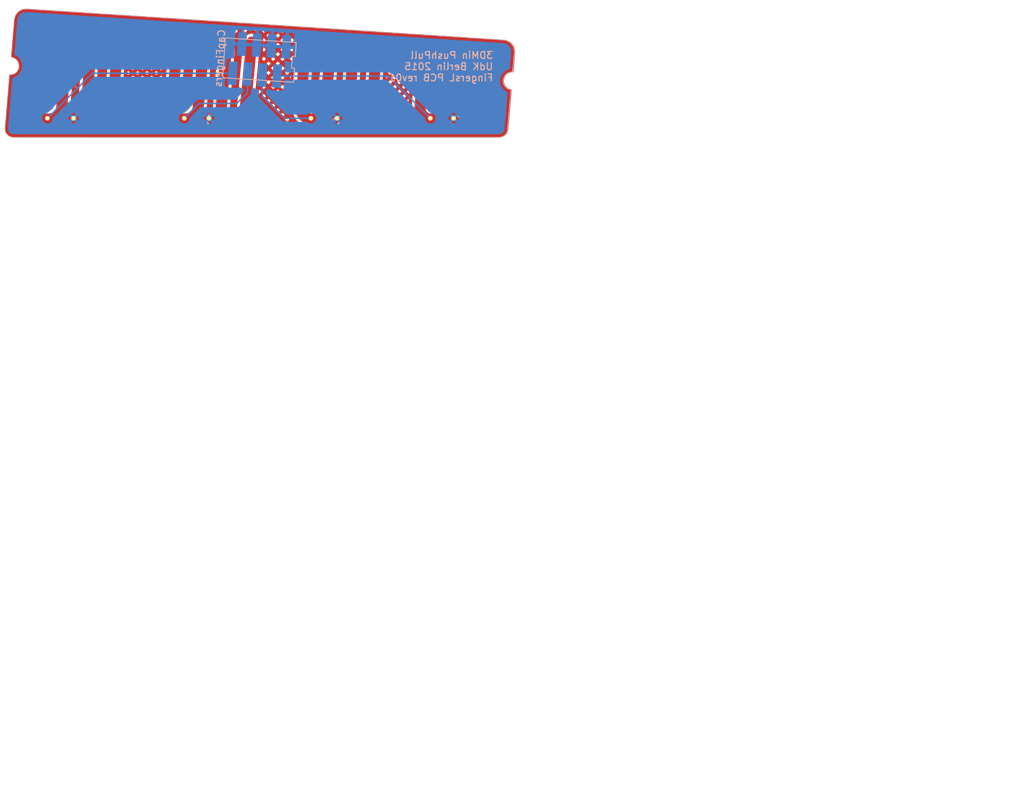
<source format=kicad_pcb>
(kicad_pcb (version 4) (host pcbnew "(2015-07-06 BZR 5889)-product")
  (layers (0 F.Cu signal) (31 B.Cu signal) (34 B.Paste user) (35 F.Paste user) (36 B.SilkS user) (37 F.SilkS user) (38 B.Mask user) (39 F.Mask user) (44 Edge.Cuts user))
  (net 0 "")
  (net 1 "Net-(P1-Pad1)")
  (net 2 "Net-(P1-Pad3)")
  (net 3 GND)
  (net 4 "Net-(P1-Pad5)")
  (net 5 "Net-(P1-Pad7)")
  (module PushPull:8_PIN_MM_conn (layer B.Cu) (at 120.8 74.95 356.3)
    (fp_text reference P1 hide)
    (fp_text value CapFingers (at -0.7112 -3.302 446.3) (layer B.SilkS) (effects (font (size 1.2 1.2) (thickness 0.2)) (justify mirror)))
    (pad 1 smd rect (at 1.651 -0.889 356.3) (size 1.5 4) (layers B.Cu B.Paste B.Mask) (net 1 "Net-(P1-Pad1)"))
    (pad 3 smd rect (at 4.191 -0.889 356.3) (size 1.5 4) (layers B.Cu B.Paste B.Mask) (net 2 "Net-(P1-Pad3)"))
    (pad 2 smd rect (at 2.921 -5.969 356.3) (size 1.5 4) (layers B.Cu B.Paste B.Mask) (net 3 GND))
    (pad 4 smd rect (at 5.461 -5.969 356.3) (size 1.5 4) (layers B.Cu B.Paste B.Mask) (net 3 GND))
    (pad 5 smd rect (at 6.731 -0.889 356.3) (size 1.5 4) (layers B.Cu B.Paste B.Mask) (net 4 "Net-(P1-Pad5)"))
    (pad 6 smd rect (at 8.001 -5.969 356.3) (size 1.5 4) (layers B.Cu B.Paste B.Mask) (net 3 GND))
    (pad 7 smd rect (at 9.271 -0.889 356.3) (size 1.5 4) (layers B.Cu B.Paste B.Mask) (net 5 "Net-(P1-Pad7)"))
    (pad 8 smd rect (at 10.541 -5.969 356.3) (size 1.5 4) (layers B.Cu B.Paste B.Mask) (net 3 GND))
  )
  (module PushPull-footprints:PushPull_FingersPad-left (layer F.Cu) (at 127.186429 74.16256)
    (fp_text reference P2 hide)
    (fp_text value CapFingers hide)
    (fp_poly (pts (xy 43.756041 -3.710305) (xy 43.754715 -3.674268) (xy 43.750818 -3.607904) (xy 43.744579 -3.514043) (xy 43.736224 -3.395516) (xy 43.72598 -3.255154) (xy 43.714074 -3.09579) (xy 43.700734 -2.920252) (xy 43.686185 -2.731374) (xy 43.670656 -2.531985) (xy 43.654372 -2.324917) (xy 43.637562 -2.113001) (xy 43.620453 -1.899068) (xy 43.60327 -1.685949) (xy 43.586241 -1.476476) (xy 43.569594 -1.273479) (xy 43.553555 -1.079789) (xy 43.538351 -0.898237) (xy 43.52421 -0.731655) (xy 43.511358 -0.582874) (xy 43.500022 -0.454725) (xy 43.490429 -0.350038) (xy 43.482806 -0.271645) (xy 43.477381 -0.222377) (xy 43.475166 -0.207433) (xy 43.469692 -0.190066) (xy 43.457689 -0.178977) (xy 43.432664 -0.172762) (xy 43.388122 -0.170019) (xy 43.317572 -0.169344) (xy 43.298866 -0.169333) (xy 43.089294 -0.154293) (xy 42.891561 -0.108487) (xy 42.721792 -0.039245) (xy 42.721792 -3.953934) (xy 42.696707 -4.0386) (xy 42.676749 -4.08415) (xy 42.640907 -4.146511) (xy 42.594384 -4.218363) (xy 42.542379 -4.292388) (xy 42.490095 -4.361266) (xy 42.442733 -4.417678) (xy 42.405495 -4.454305) (xy 42.396936 -4.460427) (xy 42.382955 -4.463886) (xy 42.363469 -4.457133) (xy 42.334937 -4.437333) (xy 42.293819 -4.401653) (xy 42.236573 -4.347259) (xy 42.15966 -4.271316) (xy 42.155626 -4.267293) (xy 41.943848 -4.056023) (xy 42.159513 -3.839878) (xy 42.228977 -3.770736) (xy 42.290152 -3.710753) (xy 42.339079 -3.663733) (xy 42.371804 -3.633482) (xy 42.384206 -3.623734) (xy 42.398779 -3.635081) (xy 42.432501 -3.66621) (xy 42.480782 -3.712745) (xy 42.539032 -3.770316) (xy 42.557514 -3.788834) (xy 42.721792 -3.953934) (xy 42.721792 -0.039245) (xy 42.701301 -0.030887) (xy 42.693103 -0.026762) (xy 42.673178 -0.015469) (xy 42.673178 -2.614779) (xy 42.532706 -2.755252) (xy 42.392234 -2.895724) (xy 42.172528 -2.675529) (xy 42.028542 -2.531223) (xy 42.028542 -3.260147) (xy 41.860113 -3.428202) (xy 41.860113 -4.699) (xy 41.796156 -4.711011) (xy 41.755638 -4.716579) (xy 41.694505 -4.72253) (xy 41.619631 -4.728465) (xy 41.537888 -4.733985) (xy 41.456148 -4.738691) (xy 41.381283 -4.742185) (xy 41.320167 -4.744069) (xy 41.279671 -4.743942) (xy 41.266533 -4.741741) (xy 41.277808 -4.727355) (xy 41.308659 -4.693828) (xy 41.354623 -4.645876) (xy 41.411238 -4.588216) (xy 41.422822 -4.576561) (xy 41.579111 -4.419619) (xy 41.719612 -4.55931) (xy 41.860113 -4.699) (xy 41.860113 -3.428202) (xy 41.808414 -3.479786) (xy 41.588287 -3.699424) (xy 41.384479 -3.496479) (xy 41.308982 -3.420604) (xy 41.254908 -3.364107) (xy 41.223558 -3.328113) (xy 41.223558 -4.064154) (xy 41.004054 -4.284145) (xy 40.784551 -4.504137) (xy 40.653514 -4.373868) (xy 40.522476 -4.243598) (xy 40.65468 -4.115699) (xy 40.719293 -4.050477) (xy 40.783518 -3.981063) (xy 40.837679 -3.918101) (xy 40.85941 -3.890434) (xy 40.896403 -3.84269) (xy 40.926034 -3.807969) (xy 40.942368 -3.793183) (xy 40.942998 -3.793067) (xy 40.958653 -3.804377) (xy 40.992744 -3.835072) (xy 41.040053 -3.880301) (xy 41.088809 -3.92861) (xy 41.223558 -4.064154) (xy 41.223558 -3.328113) (xy 41.219133 -3.323032) (xy 41.198535 -3.293426) (xy 41.18999 -3.271333) (xy 41.190372 -3.252799) (xy 41.190731 -3.2512) (xy 41.204332 -3.2291) (xy 41.236532 -3.188975) (xy 41.282546 -3.135921) (xy 41.337589 -3.075035) (xy 41.396876 -3.011413) (xy 41.455621 -2.95015) (xy 41.509039 -2.896343) (xy 41.552345 -2.855088) (xy 41.580754 -2.831482) (xy 41.588234 -2.827867) (xy 41.602492 -2.839275) (xy 41.636603 -2.870963) (xy 41.686613 -2.919124) (xy 41.748565 -2.979953) (xy 41.812882 -3.044007) (xy 42.028542 -3.260147) (xy 42.028542 -2.531223) (xy 41.952821 -2.455333) (xy 42.17271 -2.234737) (xy 42.3926 -2.01414) (xy 42.521326 -2.145837) (xy 42.650052 -2.277533) (xy 42.661615 -2.446156) (xy 42.673178 -2.614779) (xy 42.673178 -0.015469) (xy 42.546649 0.056247) (xy 42.546649 -1.111569) (xy 42.530709 -1.142316) (xy 42.493811 -1.184951) (xy 42.474647 -1.204482) (xy 42.392154 -1.286976) (xy 42.173533 -1.06787) (xy 42.093738 -0.987007) (xy 42.036128 -0.926243) (xy 42.028542 -0.917501) (xy 42.028542 -1.65148) (xy 41.808426 -1.871107) (xy 41.588311 -2.090734) (xy 41.403597 -1.906593) (xy 41.31984 -1.82252) (xy 41.259533 -1.756844) (xy 41.222527 -1.703671) (xy 41.208673 -1.657105) (xy 41.217823 -1.611254) (xy 41.249827 -1.560224) (xy 41.304536 -1.49812) (xy 41.381801 -1.419048) (xy 41.391039 -1.4097) (xy 41.455632 -1.344866) (xy 41.511819 -1.289502) (xy 41.55537 -1.247694) (xy 41.582053 -1.22353) (xy 41.588234 -1.2192) (xy 41.602492 -1.230608) (xy 41.636603 -1.262296) (xy 41.686613 -1.310457) (xy 41.748565 -1.371287) (xy 41.812882 -1.43534) (xy 42.028542 -1.65148) (xy 42.028542 -0.917501) (xy 41.998181 -0.88251) (xy 41.977374 -0.852744) (xy 41.971187 -0.83388) (xy 41.97416 -0.825572) (xy 41.986343 -0.819151) (xy 42.008773 -0.821386) (xy 42.045703 -0.833882) (xy 42.101384 -0.858246) (xy 42.180068 -0.896082) (xy 42.240502 -0.926124) (xy 42.325192 -0.967849) (xy 42.400313 -1.003569) (xy 42.460234 -1.030706) (xy 42.499321 -1.046685) (xy 42.510924 -1.049867) (xy 42.533911 -1.064018) (xy 42.545696 -1.085928) (xy 42.546649 -1.111569) (xy 42.546649 0.056247) (xy 42.520599 0.071012) (xy 42.371958 0.178889) (xy 42.243366 0.301265) (xy 42.131007 0.442532) (xy 42.031066 0.607086) (xy 41.939729 0.79932) (xy 41.907398 0.878222) (xy 41.855397 1.05124) (xy 41.829146 1.236299) (xy 41.82793 1.426814) (xy 41.851037 1.616202) (xy 41.897754 1.797879) (xy 41.967367 1.965262) (xy 42.037899 2.0828) (xy 42.164548 2.252262) (xy 42.287485 2.392601) (xy 42.411774 2.507404) (xy 42.542478 2.600257) (xy 42.684661 2.674748) (xy 42.843386 2.734464) (xy 43.023717 2.782991) (xy 43.0276 2.783876) (xy 43.188466 2.820463) (xy 43.183878 2.887665) (xy 43.180939 2.925798) (xy 43.175236 2.994973) (xy 43.166942 3.093226) (xy 43.15623 3.218593) (xy 43.143273 3.369111) (xy 43.128245 3.542815) (xy 43.111319 3.737741) (xy 43.092669 3.951927) (xy 43.072466 4.183408) (xy 43.050885 4.430221) (xy 43.0281 4.690401) (xy 43.004282 4.961985) (xy 42.979606 5.24301) (xy 42.954244 5.531511) (xy 42.92837 5.825524) (xy 42.902158 6.123087) (xy 42.87578 6.422235) (xy 42.849409 6.721005) (xy 42.823219 7.017432) (xy 42.797384 7.309553) (xy 42.772075 7.595404) (xy 42.747468 7.873022) (xy 42.723734 8.140442) (xy 42.701047 8.395701) (xy 42.679581 8.636836) (xy 42.659508 8.861881) (xy 42.641002 9.068875) (xy 42.624235 9.255852) (xy 42.609383 9.42085) (xy 42.596616 9.561903) (xy 42.58611 9.67705) (xy 42.578037 9.764325) (xy 42.572569 9.821766) (xy 42.569898 9.847291) (xy 42.559466 9.91003) (xy 42.544265 9.969113) (xy 42.521295 10.032907) (xy 42.487562 10.109774) (xy 42.442106 10.20396) (xy 42.362756 10.352797) (xy 42.285486 10.474836) (xy 42.233595 10.542627) (xy 42.192106 10.589647) (xy 42.152048 10.628983) (xy 42.106974 10.665437) (xy 42.100565 10.669786) (xy 42.100565 3.818466) (xy 42.022265 3.893911) (xy 41.943964 3.969355) (xy 41.998037 4.025144) (xy 42.040152 4.064987) (xy 42.065446 4.078406) (xy 42.077324 4.066143) (xy 42.07948 4.042833) (xy 42.081435 4.004511) (xy 42.086277 3.948115) (xy 42.090096 3.9116) (xy 42.100565 3.818466) (xy 42.100565 10.669786) (xy 42.050434 10.703807) (xy 42.0116 10.727324) (xy 42.0116 4.766733) (xy 42.000147 4.749661) (xy 41.968369 4.713075) (xy 41.92014 4.661159) (xy 41.859332 4.598093) (xy 41.84057 4.579153) (xy 41.84057 3.346814) (xy 41.744051 3.27508) (xy 41.691519 3.230957) (xy 41.627539 3.169716) (xy 41.561676 3.100799) (xy 41.522324 3.056285) (xy 41.455519 2.97782) (xy 41.455519 -0.342073) (xy 41.44122 -0.330098) (xy 41.406212 -0.296634) (xy 41.349076 -0.240716) (xy 41.320501 -0.212626) (xy 41.25009 -0.142058) (xy 41.223259 -0.113181) (xy 41.223259 -0.846667) (xy 41.185629 -0.884296) (xy 41.148 -0.921926) (xy 41.148 -0.846667) (xy 41.148 -0.771408) (xy 41.185629 -0.809037) (xy 41.223259 -0.846667) (xy 41.223259 -0.113181) (xy 41.202412 -0.090743) (xy 41.174874 -0.055448) (xy 41.164882 -0.032941) (xy 41.16765 -0.022126) (xy 41.186862 -0.004236) (xy 41.204038 -0.006819) (xy 41.225452 -0.03357) (xy 41.246137 -0.068325) (xy 41.27505 -0.11254) (xy 41.318634 -0.171752) (xy 41.369131 -0.235577) (xy 41.388361 -0.258694) (xy 41.42767 -0.305407) (xy 41.45053 -0.333521) (xy 41.455519 -0.342073) (xy 41.455519 2.97782) (xy 41.397115 2.909224) (xy 41.268515 3.037824) (xy 41.139914 3.166425) (xy 41.359547 3.386548) (xy 41.579181 3.60667) (xy 41.709875 3.476742) (xy 41.84057 3.346814) (xy 41.84057 4.579153) (xy 41.799928 4.538128) (xy 41.588256 4.326965) (xy 41.368123 4.546609) (xy 41.224026 4.690386) (xy 41.224026 3.962414) (xy 41.073345 3.811733) (xy 41.073345 2.472266) (xy 41.052326 2.411199) (xy 41.027344 2.341622) (xy 41.001247 2.271084) (xy 40.976881 2.207131) (xy 40.957094 2.157311) (xy 40.944732 2.129173) (xy 40.942656 2.125812) (xy 40.937831 2.137537) (xy 40.932152 2.176938) (xy 40.926325 2.237857) (xy 40.921053 2.31414) (xy 40.920995 2.315143) (xy 40.915446 2.403767) (xy 40.909368 2.48905) (xy 40.903576 2.560095) (xy 40.899708 2.599266) (xy 40.889956 2.683933) (xy 40.985882 2.5908) (xy 41.036318 2.537587) (xy 41.0665 2.496394) (xy 41.073345 2.472266) (xy 41.073345 3.811733) (xy 41.034271 3.77266) (xy 40.969426 3.708791) (xy 40.913067 3.655131) (xy 40.869397 3.615532) (xy 40.842615 3.593847) (xy 40.836317 3.591105) (xy 40.832882 3.609394) (xy 40.82763 3.655613) (xy 40.821028 3.723904) (xy 40.813542 3.808407) (xy 40.805638 3.903263) (xy 40.797782 4.002613) (xy 40.790442 4.100597) (xy 40.784083 4.191356) (xy 40.779173 4.269031) (xy 40.776177 4.327764) (xy 40.775466 4.355525) (xy 40.77629 4.374044) (xy 40.780881 4.383679) (xy 40.792415 4.38204) (xy 40.814069 4.366733) (xy 40.849022 4.335369) (xy 40.900449 4.285554) (xy 40.971529 4.214898) (xy 40.999746 4.186694) (xy 41.224026 3.962414) (xy 41.224026 4.690386) (xy 41.147991 4.766253) (xy 41.363651 4.982393) (xy 41.433076 5.051525) (xy 41.49416 5.111502) (xy 41.54296 5.158519) (xy 41.575529 5.188774) (xy 41.587777 5.198533) (xy 41.601933 5.187165) (xy 41.635914 5.155643) (xy 41.685681 5.107839) (xy 41.747194 5.047627) (xy 41.803922 4.991354) (xy 41.87177 4.922707) (xy 41.93033 4.861622) (xy 41.975691 4.812329) (xy 42.003942 4.779057) (xy 42.0116 4.766733) (xy 42.0116 10.727324) (xy 41.97598 10.748896) (xy 41.891146 10.797592) (xy 41.888778 10.798874) (xy 41.888778 6.239933) (xy 41.738587 6.087713) (xy 41.588396 5.935492) (xy 41.368193 6.155206) (xy 41.223875 6.299204) (xy 41.223875 5.571231) (xy 41.004218 5.351086) (xy 40.784562 5.130941) (xy 40.769323 5.146612) (xy 40.769323 -2.734423) (xy 40.769018 -2.751667) (xy 40.755231 -2.891389) (xy 40.729146 -3.019053) (xy 40.687462 -3.147004) (xy 40.626877 -3.287585) (xy 40.624067 -3.293534) (xy 40.51295 -3.489874) (xy 40.376642 -3.663987) (xy 40.373011 -3.667405) (xy 40.373011 -4.805233) (xy 40.256739 -4.815386) (xy 40.168127 -4.822665) (xy 40.069339 -4.83002) (xy 39.965985 -4.837121) (xy 39.863672 -4.843637) (xy 39.76801 -4.849238) (xy 39.684608 -4.853591) (xy 39.619074 -4.856367) (xy 39.577016 -4.857235) (xy 39.563944 -4.856256) (xy 39.57238 -4.842398) (xy 39.600421 -4.810159) (xy 39.643361 -4.764737) (xy 39.683123 -4.724542) (xy 39.748618 -4.66205) (xy 39.802383 -4.618416) (xy 39.854584 -4.586655) (xy 39.915382 -4.559787) (xy 39.932395 -4.553286) (xy 39.991867 -4.531236) (xy 40.038149 -4.514505) (xy 40.062903 -4.506095) (xy 40.064619 -4.505662) (xy 40.079216 -4.516438) (xy 40.1127 -4.546865) (xy 40.160248 -4.592411) (xy 40.217039 -4.648544) (xy 40.223225 -4.65475) (xy 40.373011 -4.805233) (xy 40.373011 -3.667405) (xy 40.21632 -3.814896) (xy 40.033162 -3.941626) (xy 39.828344 -4.043202) (xy 39.640933 -4.108226) (xy 39.487824 -4.140657) (xy 39.321299 -4.156295) (xy 39.153906 -4.154843) (xy 38.998194 -4.136002) (xy 38.946666 -4.124718) (xy 38.801256 -4.076835) (xy 38.801256 -4.869832) (xy 38.795692 -4.882289) (xy 38.792036 -4.886288) (xy 38.775546 -4.896155) (xy 38.744735 -4.904828) (xy 38.695679 -4.912827) (xy 38.624452 -4.920672) (xy 38.527131 -4.928883) (xy 38.403617 -4.937719) (xy 38.042133 -4.962215) (xy 37.990928 -4.911011) (xy 37.939723 -4.859806) (xy 38.142628 -4.656039) (xy 38.218511 -4.580536) (xy 38.275019 -4.526459) (xy 38.316106 -4.490685) (xy 38.345724 -4.470089) (xy 38.367829 -4.461548) (xy 38.386374 -4.461938) (xy 38.387866 -4.462272) (xy 38.413953 -4.477299) (xy 38.458494 -4.512299) (xy 38.516402 -4.562899) (xy 38.582589 -4.624724) (xy 38.624585 -4.665812) (xy 38.696919 -4.738331) (xy 38.747833 -4.791147) (xy 38.780247 -4.828106) (xy 38.797081 -4.853053) (xy 38.801256 -4.869832) (xy 38.801256 -4.076835) (xy 38.736269 -4.055434) (xy 38.540199 -3.958152) (xy 38.361038 -3.835629) (xy 38.201366 -3.690623) (xy 38.063763 -3.525888) (xy 37.950809 -3.344184) (xy 37.923371 -3.281476) (xy 37.923371 -4.148076) (xy 37.749189 -4.321665) (xy 37.575008 -4.495253) (xy 37.354909 -4.275643) (xy 37.210718 -4.131772) (xy 37.210718 -4.859745) (xy 37.126192 -4.942923) (xy 37.041666 -5.0261) (xy 36.787666 -5.043747) (xy 36.533666 -5.061393) (xy 36.432273 -4.960668) (xy 36.33088 -4.859942) (xy 36.550644 -4.639689) (xy 36.770408 -4.419436) (xy 36.990563 -4.63959) (xy 37.210718 -4.859745) (xy 37.210718 -4.131772) (xy 37.13481 -4.056032) (xy 37.333506 -3.856816) (xy 37.399648 -3.79068) (xy 37.456842 -3.73383) (xy 37.501088 -3.690214) (xy 37.528388 -3.663779) (xy 37.53532 -3.6576) (xy 37.545075 -3.670601) (xy 37.566029 -3.703383) (xy 37.576879 -3.7211) (xy 37.63485 -3.808086) (xy 37.708783 -3.906116) (xy 37.789561 -4.003473) (xy 37.84013 -4.059471) (xy 37.923371 -4.148076) (xy 37.923371 -3.281476) (xy 37.865086 -3.148266) (xy 37.809173 -2.94089) (xy 37.80243 -2.902288) (xy 37.79884 -2.870671) (xy 37.79294 -2.806765) (xy 37.784844 -2.712063) (xy 37.774666 -2.588055) (xy 37.762517 -2.436234) (xy 37.748512 -2.25809) (xy 37.732762 -2.055115) (xy 37.715382 -1.828802) (xy 37.696484 -1.580641) (xy 37.676181 -1.312123) (xy 37.654585 -1.024741) (xy 37.631811 -0.719987) (xy 37.607971 -0.39935) (xy 37.583178 -0.064324) (xy 37.557544 0.283601) (xy 37.531184 0.642932) (xy 37.504209 1.012179) (xy 37.476733 1.389849) (xy 37.463933 1.566333) (xy 37.436367 1.946017) (xy 37.409307 2.317255) (xy 37.382864 2.678601) (xy 37.357146 3.028606) (xy 37.332263 3.365824) (xy 37.308325 3.688809) (xy 37.285441 3.996113) (xy 37.263721 4.286289) (xy 37.262867 4.297632) (xy 37.262867 -2.547632) (xy 37.260193 -2.564059) (xy 37.247353 -2.558051) (xy 37.236331 -2.548405) (xy 37.215926 -2.521793) (xy 37.216862 -2.489059) (xy 37.222789 -2.470013) (xy 37.2356 -2.436456) (xy 37.243933 -2.428946) (xy 37.250473 -2.450012) (xy 37.257903 -2.502184) (xy 37.258036 -2.503228) (xy 37.262867 -2.547632) (xy 37.262867 4.297632) (xy 37.243273 4.557891) (xy 37.224208 4.809472) (xy 37.210265 4.99205) (xy 37.210265 -3.251446) (xy 36.990975 -3.471224) (xy 36.771685 -3.691002) (xy 36.707709 -3.628531) (xy 36.671689 -3.591049) (xy 36.648485 -3.562465) (xy 36.643733 -3.552838) (xy 36.652983 -3.534033) (xy 36.67774 -3.494847) (xy 36.713515 -3.442231) (xy 36.732633 -3.415157) (xy 36.786132 -3.337241) (xy 36.843817 -3.248535) (xy 36.893933 -3.167156) (xy 36.897628 -3.160882) (xy 36.932387 -3.103205) (xy 36.96102 -3.058691) (xy 36.979179 -3.033969) (xy 36.982784 -3.031067) (xy 36.997897 -3.042305) (xy 37.030837 -3.072426) (xy 37.075816 -3.116034) (xy 37.101055 -3.141257) (xy 37.210265 -3.251446) (xy 37.210265 4.99205) (xy 37.206635 5.039584) (xy 37.190664 5.246782) (xy 37.176403 5.429617) (xy 37.163962 5.586643) (xy 37.153451 5.716413) (xy 37.14498 5.81748) (xy 37.138657 5.888398) (xy 37.134592 5.927719) (xy 37.133425 5.935133) (xy 37.100562 6.025107) (xy 37.054054 6.114851) (xy 36.998363 6.198793) (xy 36.937949 6.271364) (xy 36.877273 6.326993) (xy 36.820796 6.360112) (xy 36.787612 6.366933) (xy 36.761538 6.360289) (xy 36.737337 6.336127) (xy 36.7093 6.2881) (xy 36.700012 6.269567) (xy 36.676729 6.217516) (xy 36.661807 6.168829) (xy 36.653053 6.112453) (xy 36.648274 6.037335) (xy 36.647082 6.002867) (xy 36.647398 5.968913) (xy 36.649339 5.902871) (xy 36.652827 5.806477) (xy 36.657783 5.681466) (xy 36.664127 5.529573) (xy 36.671781 5.352534) (xy 36.680664 5.152084) (xy 36.690699 4.92996) (xy 36.701806 4.687896) (xy 36.713906 4.427628) (xy 36.72692 4.150892) (xy 36.740768 3.859424) (xy 36.755371 3.554957) (xy 36.770652 3.23923) (xy 36.786529 2.913975) (xy 36.802925 2.580931) (xy 36.804949 2.54) (xy 36.825484 2.124546) (xy 36.844356 1.741471) (xy 36.861624 1.389329) (xy 36.877343 1.066675) (xy 36.89157 0.772064) (xy 36.90436 0.504052) (xy 36.915772 0.261192) (xy 36.925861 0.042041) (xy 36.934683 -0.154847) (xy 36.942295 -0.330916) (xy 36.948754 -0.487612) (xy 36.954116 -0.62638) (xy 36.958437 -0.748664) (xy 36.961775 -0.85591) (xy 36.964184 -0.949562) (xy 36.965723 -1.031066) (xy 36.966447 -1.101867) (xy 36.966412 -1.163408) (xy 36.965676 -1.217136) (xy 36.964295 -1.264496) (xy 36.962325 -1.306932) (xy 36.959822 -1.345889) (xy 36.957806 -1.3716) (xy 36.913977 -1.696282) (xy 36.838029 -2.018231) (xy 36.7317 -2.33398) (xy 36.596729 -2.640059) (xy 36.434856 -2.932999) (xy 36.407511 -2.973399) (xy 36.407511 -4.054529) (xy 36.187318 -4.274722) (xy 35.967125 -4.494915) (xy 35.899029 -4.428421) (xy 35.861773 -4.390161) (xy 35.837038 -4.361157) (xy 35.830933 -4.350465) (xy 35.843403 -4.335147) (xy 35.876031 -4.306209) (xy 35.919833 -4.271405) (xy 35.970778 -4.230921) (xy 36.036785 -4.176024) (xy 36.107872 -4.115103) (xy 36.152666 -4.075721) (xy 36.2966 -3.947635) (xy 36.352055 -4.001082) (xy 36.407511 -4.054529) (xy 36.407511 -2.973399) (xy 36.247818 -3.209332) (xy 36.037356 -3.465589) (xy 35.805207 -3.698301) (xy 35.780133 -3.720795) (xy 35.602059 -3.86397) (xy 35.602059 -4.859885) (xy 35.462417 -4.999576) (xy 35.322776 -5.139267) (xy 35.170035 -5.147733) (xy 35.017293 -5.1562) (xy 34.887382 -5.025475) (xy 34.835576 -4.972069) (xy 34.795023 -4.927807) (xy 34.770282 -4.897831) (xy 34.765036 -4.887474) (xy 34.783089 -4.878921) (xy 34.826024 -4.861462) (xy 34.886923 -4.837847) (xy 34.941933 -4.817114) (xy 35.030527 -4.782318) (xy 35.124239 -4.742616) (xy 35.207917 -4.704525) (xy 35.238266 -4.689644) (xy 35.365266 -4.625258) (xy 35.483662 -4.742571) (xy 35.602059 -4.859885) (xy 35.602059 -3.86397) (xy 35.523771 -3.926914) (xy 35.253351 -4.103721) (xy 34.971014 -4.250917) (xy 34.678904 -4.368204) (xy 34.379164 -4.455282) (xy 34.073936 -4.511851) (xy 33.806339 -4.534193) (xy 33.806339 -5.046133) (xy 33.7058 -5.147733) (xy 33.645072 -5.205699) (xy 33.597226 -5.23878) (xy 33.555002 -5.246716) (xy 33.511137 -5.229251) (xy 33.458372 -5.186127) (xy 33.408977 -5.137186) (xy 33.2994 -5.025039) (xy 33.382196 -5.035586) (xy 33.436238 -5.040233) (xy 33.51156 -5.043835) (xy 33.595581 -5.045868) (xy 33.635666 -5.046133) (xy 33.806339 -5.046133) (xy 33.806339 -4.534193) (xy 33.765362 -4.537614) (xy 33.455587 -4.53227) (xy 33.146751 -4.495521) (xy 32.841 -4.427067) (xy 32.836875 -4.425689) (xy 32.836875 -5.291667) (xy 32.763337 -5.300499) (xy 32.717088 -5.304905) (xy 32.687295 -5.305592) (xy 32.682677 -5.304665) (xy 32.68808 -5.290769) (xy 32.710631 -5.262752) (xy 32.715351 -5.257638) (xy 32.755148 -5.215277) (xy 32.796011 -5.253472) (xy 32.836875 -5.291667) (xy 32.836875 -4.425689) (xy 32.540474 -4.32661) (xy 32.383712 -4.256659) (xy 32.383712 -4.851985) (xy 32.379154 -4.868408) (xy 32.362606 -4.892507) (xy 32.331337 -4.927987) (xy 32.282613 -4.978558) (xy 32.213701 -5.047927) (xy 32.181362 -5.080278) (xy 31.961342 -5.300298) (xy 31.741669 -5.080137) (xy 31.521997 -4.859976) (xy 31.673745 -4.707521) (xy 31.731502 -4.650051) (xy 31.780354 -4.602489) (xy 31.815555 -4.56938) (xy 31.832358 -4.555269) (xy 31.832944 -4.555067) (xy 31.85044 -4.562745) (xy 31.888564 -4.582739) (xy 31.932188 -4.606872) (xy 31.990025 -4.637405) (xy 32.066051 -4.674679) (xy 32.147214 -4.71237) (xy 32.17909 -4.726538) (xy 32.249295 -4.759048) (xy 32.310581 -4.79068) (xy 32.354215 -4.816772) (xy 32.367791 -4.827329) (xy 32.379013 -4.839527) (xy 32.383712 -4.851985) (xy 32.383712 -4.256659) (xy 32.278234 -4.209592) (xy 31.982308 -4.042335) (xy 31.706251 -3.848563) (xy 31.451394 -3.630103) (xy 31.39618 -3.572751) (xy 31.39618 -4.256661) (xy 31.308677 -4.344164) (xy 31.308677 -5.391177) (xy 31.289697 -5.395282) (xy 31.244486 -5.400664) (xy 31.180617 -5.406506) (xy 31.131933 -5.410217) (xy 30.9626 -5.422171) (xy 31.055154 -5.327285) (xy 31.099944 -5.282557) (xy 31.135576 -5.249178) (xy 31.155689 -5.233049) (xy 31.157462 -5.2324) (xy 31.173491 -5.24356) (xy 31.205557 -5.272639) (xy 31.241651 -5.308245) (xy 31.279071 -5.348497) (xy 31.303158 -5.37858) (xy 31.308677 -5.391177) (xy 31.308677 -4.344164) (xy 31.276805 -4.376036) (xy 31.157431 -4.49541) (xy 30.937354 -4.275821) (xy 30.792942 -4.13173) (xy 30.792942 -4.859702) (xy 30.573133 -5.08) (xy 30.353324 -5.300298) (xy 30.133191 -5.080165) (xy 29.913057 -4.860031) (xy 30.132866 -4.639733) (xy 30.352675 -4.419436) (xy 30.572808 -4.639569) (xy 30.792942 -4.859702) (xy 30.792942 -4.13173) (xy 30.717277 -4.056232) (xy 30.822516 -3.95005) (xy 30.869574 -3.902823) (xy 30.906351 -3.866396) (xy 30.927333 -3.846206) (xy 30.930151 -3.843867) (xy 30.942528 -3.854828) (xy 30.974234 -3.884534) (xy 31.020222 -3.928223) (xy 31.066107 -3.972158) (xy 31.133859 -4.035616) (xy 31.205416 -4.099995) (xy 31.26983 -4.15555) (xy 31.297923 -4.178555) (xy 31.39618 -4.256661) (xy 31.39618 -3.572751) (xy 31.219072 -3.388784) (xy 31.010617 -3.126433) (xy 30.827361 -2.844878) (xy 30.670638 -2.545948) (xy 30.602856 -2.380528) (xy 30.602856 -3.440785) (xy 30.478459 -3.566018) (xy 30.354061 -3.691251) (xy 30.280306 -3.619392) (xy 30.238906 -3.57648) (xy 30.218206 -3.545033) (xy 30.213023 -3.514676) (xy 30.215625 -3.489945) (xy 30.217766 -3.451591) (xy 30.217135 -3.387889) (xy 30.213972 -3.30722) (xy 30.208514 -3.217967) (xy 30.207496 -3.204148) (xy 30.200785 -3.112295) (xy 30.197205 -3.047943) (xy 30.197237 -3.004831) (xy 30.20136 -2.976697) (xy 30.210052 -2.957279) (xy 30.223793 -2.940317) (xy 30.228031 -2.935771) (xy 30.254921 -2.908302) (xy 30.269406 -2.895689) (xy 30.269754 -2.8956) (xy 30.279061 -2.909379) (xy 30.300581 -2.946236) (xy 30.330436 -2.999449) (xy 30.345498 -3.026834) (xy 30.389413 -3.103893) (xy 30.442787 -3.192857) (xy 30.495939 -3.277693) (xy 30.510057 -3.299426) (xy 30.602856 -3.440785) (xy 30.602856 -2.380528) (xy 30.541779 -2.231471) (xy 30.442117 -1.903274) (xy 30.379774 -1.605457) (xy 30.373707 -1.559051) (xy 30.365339 -1.478883) (xy 30.35467 -1.364978) (xy 30.341704 -1.217361) (xy 30.326442 -1.036057) (xy 30.308886 -0.821092) (xy 30.289038 -0.572492) (xy 30.266901 -0.290282) (xy 30.242476 0.025513) (xy 30.215766 0.374867) (xy 30.186772 0.757754) (xy 30.155496 1.17415) (xy 30.12194 1.624028) (xy 30.086107 2.107364) (xy 30.082291 2.159) (xy 30.05675 2.504388) (xy 30.031786 2.841487) (xy 30.00752 3.168683) (xy 29.984073 3.484365) (xy 29.961564 3.786922) (xy 29.940117 4.074742) (xy 29.91985 4.346212) (xy 29.900885 4.599722) (xy 29.883342 4.83366) (xy 29.867344 5.046413) (xy 29.853009 5.23637) (xy 29.84046 5.40192) (xy 29.829817 5.541451) (xy 29.822776 5.632885) (xy 29.822776 -5.498812) (xy 29.596821 -5.510053) (xy 29.506025 -5.515033) (xy 29.421351 -5.52051) (xy 29.351731 -5.525851) (xy 29.306099 -5.530425) (xy 29.303133 -5.530825) (xy 29.2354 -5.540355) (xy 29.387446 -5.386378) (xy 29.445317 -5.328462) (xy 29.494543 -5.280494) (xy 29.530351 -5.247033) (xy 29.547968 -5.232635) (xy 29.54871 -5.2324) (xy 29.563635 -5.243688) (xy 29.597055 -5.274295) (xy 29.643779 -5.319339) (xy 29.690352 -5.365606) (xy 29.822776 -5.498812) (xy 29.822776 5.632885) (xy 29.8212 5.653351) (xy 29.814731 5.736008) (xy 29.810531 5.78781) (xy 29.808873 5.806066) (xy 29.779866 5.925066) (xy 29.724027 6.042272) (xy 29.646907 6.150475) (xy 29.554058 6.242465) (xy 29.451029 6.311032) (xy 29.404041 6.331871) (xy 29.293248 6.360654) (xy 29.196785 6.359958) (xy 29.116597 6.330893) (xy 29.054631 6.274568) (xy 29.012831 6.192092) (xy 28.994229 6.098281) (xy 28.994926 6.074944) (xy 28.998178 6.019229) (xy 29.00388 5.932518) (xy 29.011928 5.816197) (xy 29.022218 5.671648) (xy 29.034646 5.500255) (xy 29.049108 5.303402) (xy 29.065499 5.082472) (xy 29.083715 4.838849) (xy 29.103652 4.573917) (xy 29.125205 4.289059) (xy 29.148271 3.985659) (xy 29.172745 3.665101) (xy 29.198523 3.328768) (xy 29.225501 2.978043) (xy 29.253574 2.614312) (xy 29.282639 2.238956) (xy 29.31259 1.85336) (xy 29.343324 1.458907) (xy 29.354769 1.312333) (xy 29.391758 0.838729) (xy 29.426177 0.397689) (xy 29.458113 -0.011985) (xy 29.487651 -0.391493) (xy 29.514878 -0.742033) (xy 29.539878 -1.064803) (xy 29.562739 -1.361001) (xy 29.583546 -1.631827) (xy 29.602386 -1.878479) (xy 29.619343 -2.102155) (xy 29.634505 -2.304053) (xy 29.647957 -2.485373) (xy 29.659785 -2.647313) (xy 29.670076 -2.791072) (xy 29.678914 -2.917847) (xy 29.686387 -3.028838) (xy 29.69258 -3.125243) (xy 29.697579 -3.20826) (xy 29.70147 -3.279088) (xy 29.70434 -3.338926) (xy 29.706273 -3.388972) (xy 29.707357 -3.430424) (xy 29.707676 -3.464481) (xy 29.707318 -3.492343) (xy 29.706368 -3.515206) (xy 29.704912 -3.53427) (xy 29.703447 -3.547534) (xy 29.687074 -3.667566) (xy 29.669989 -3.763544) (xy 29.649409 -3.845217) (xy 29.622556 -3.922333) (xy 29.586646 -4.004642) (xy 29.553702 -4.072431) (xy 29.495346 -4.179471) (xy 29.431899 -4.273231) (xy 29.355299 -4.364448) (xy 29.266175 -4.455457) (xy 29.106386 -4.596314) (xy 28.946098 -4.707038) (xy 28.778745 -4.790816) (xy 28.597763 -4.850833) (xy 28.396587 -4.890277) (xy 28.360321 -4.895114) (xy 28.281481 -4.898312) (xy 28.281481 -5.57987) (xy 28.278017 -5.594003) (xy 28.277464 -5.594187) (xy 28.254621 -5.597172) (xy 28.204289 -5.601559) (xy 28.132796 -5.606945) (xy 28.046472 -5.612933) (xy 27.951645 -5.61912) (xy 27.854644 -5.625108) (xy 27.761799 -5.630495) (xy 27.679439 -5.634883) (xy 27.613892 -5.637869) (xy 27.571488 -5.639055) (xy 27.567863 -5.639056) (xy 27.552188 -5.636502) (xy 27.549928 -5.626526) (xy 27.563712 -5.605262) (xy 27.596172 -5.568846) (xy 27.649939 -5.513412) (xy 27.660997 -5.502213) (xy 27.719911 -5.443225) (xy 27.761299 -5.404663) (xy 27.791241 -5.382671) (xy 27.815819 -5.373391) (xy 27.841114 -5.372967) (xy 27.860641 -5.375585) (xy 27.915152 -5.38311) (xy 27.98394 -5.391462) (xy 28.024322 -5.395903) (xy 28.077936 -5.403297) (xy 28.117163 -5.41602) (xy 28.153354 -5.44014) (xy 28.197861 -5.481724) (xy 28.212545 -5.496499) (xy 28.259963 -5.547831) (xy 28.281481 -5.57987) (xy 28.281481 -4.898312) (xy 28.183594 -4.902282) (xy 27.996229 -4.882558) (xy 27.80575 -4.837633) (xy 27.619685 -4.769199) (xy 27.474333 -4.695953) (xy 27.353667 -4.621056) (xy 27.263502 -4.552352) (xy 27.263502 -5.17085) (xy 27.200027 -5.235854) (xy 27.136551 -5.300859) (xy 26.916858 -5.081166) (xy 26.839547 -5.003652) (xy 26.783457 -4.946308) (xy 26.76163 -4.922581) (xy 26.76163 -5.668889) (xy 26.758515 -5.675591) (xy 26.733422 -5.684338) (xy 26.675938 -5.693649) (xy 26.587531 -5.703357) (xy 26.46967 -5.713293) (xy 26.363849 -5.720727) (xy 25.989808 -5.745239) (xy 25.944985 -5.700416) (xy 25.900162 -5.655593) (xy 26.119818 -5.435448) (xy 26.339475 -5.215302) (xy 26.559307 -5.435134) (xy 26.639648 -5.516399) (xy 26.697633 -5.577489) (xy 26.73568 -5.621322) (xy 26.756207 -5.650816) (xy 26.76163 -5.668889) (xy 26.76163 -4.922581) (xy 26.745823 -4.905397) (xy 26.723876 -4.877181) (xy 26.714852 -4.857925) (xy 26.715982 -4.84389) (xy 26.724501 -4.831341) (xy 26.72854 -4.826803) (xy 26.754059 -4.801412) (xy 26.767833 -4.792133) (xy 26.782917 -4.802916) (xy 26.816429 -4.831712) (xy 26.86226 -4.873198) (xy 26.883149 -4.8926) (xy 26.950065 -4.95058) (xy 27.030928 -5.013986) (xy 27.110534 -5.071012) (xy 27.127025 -5.081958) (xy 27.263502 -5.17085) (xy 27.263502 -4.552352) (xy 27.253638 -4.544835) (xy 27.162847 -4.457493) (xy 27.069893 -4.349234) (xy 27.067778 -4.346594) (xy 26.937176 -4.160355) (xy 26.836551 -3.966467) (xy 26.767317 -3.768037) (xy 26.7371 -3.61991) (xy 26.733393 -3.586026) (xy 26.727283 -3.520196) (xy 26.718899 -3.4241) (xy 26.708372 -3.299418) (xy 26.695829 -3.147831) (xy 26.681402 -2.971019) (xy 26.665218 -2.770664) (xy 26.647407 -2.548446) (xy 26.628099 -2.306045) (xy 26.607423 -2.045142) (xy 26.585509 -1.767417) (xy 26.562485 -1.474552) (xy 26.538482 -1.168226) (xy 26.513628 -0.850121) (xy 26.488052 -0.521917) (xy 26.463298 -0.203472) (xy 26.463298 -4.382279) (xy 26.401073 -4.443041) (xy 26.338847 -4.503802) (xy 26.119471 -4.283938) (xy 25.983875 -4.148041) (xy 25.983875 -4.859702) (xy 25.764066 -5.08) (xy 25.544257 -5.300298) (xy 25.324124 -5.080165) (xy 25.180342 -4.936383) (xy 25.180342 -5.665148) (xy 25.108138 -5.735556) (xy 25.035933 -5.805964) (xy 24.758763 -5.825658) (xy 24.481593 -5.845353) (xy 24.39029 -5.755185) (xy 24.298988 -5.665017) (xy 24.514816 -5.448708) (xy 24.584303 -5.37954) (xy 24.645494 -5.319528) (xy 24.694435 -5.272476) (xy 24.727174 -5.242189) (xy 24.7396 -5.2324) (xy 24.753846 -5.243808) (xy 24.787949 -5.275498) (xy 24.837957 -5.323665) (xy 24.899917 -5.384506) (xy 24.964449 -5.448774) (xy 25.180342 -5.665148) (xy 25.180342 -4.936383) (xy 25.103991 -4.860031) (xy 25.3238 -4.639733) (xy 25.543608 -4.419436) (xy 25.763742 -4.639569) (xy 25.983875 -4.859702) (xy 25.983875 -4.148041) (xy 25.900095 -4.064074) (xy 26.069147 -3.89428) (xy 26.2382 -3.724485) (xy 26.264768 -3.839209) (xy 26.284088 -3.916101) (xy 26.30656 -3.996243) (xy 26.322372 -4.047067) (xy 26.34574 -4.1111) (xy 26.3769 -4.188652) (xy 26.408353 -4.26124) (xy 26.463298 -4.382279) (xy 26.463298 -0.203472) (xy 26.461885 -0.185294) (xy 26.435256 0.158067) (xy 26.408293 0.506485) (xy 26.381127 0.85828) (xy 26.353887 1.211771) (xy 26.326701 1.565278) (xy 26.2997 1.917119) (xy 26.273012 2.265615) (xy 26.246768 2.609085) (xy 26.221096 2.945848) (xy 26.196126 3.274223) (xy 26.171987 3.592531) (xy 26.150688 3.874237) (xy 26.150688 -2.66452) (xy 26.150353 -2.69008) (xy 26.149888 -2.691622) (xy 26.136235 -2.683702) (xy 26.104202 -2.656234) (xy 26.059053 -2.613916) (xy 26.021985 -2.577494) (xy 25.975742 -2.531251) (xy 25.975742 -3.260147) (xy 25.755604 -3.479796) (xy 25.535466 -3.699445) (xy 25.315328 -3.479796) (xy 25.179875 -3.344644) (xy 25.179875 -4.056013) (xy 24.959737 -4.275662) (xy 24.7396 -4.495312) (xy 24.519462 -4.275662) (xy 24.375208 -4.131729) (xy 24.375208 -4.859702) (xy 24.1554 -5.08) (xy 23.935591 -5.300298) (xy 23.715457 -5.080165) (xy 23.571362 -4.93607) (xy 23.571362 -5.664834) (xy 23.440047 -5.793804) (xy 23.308733 -5.922775) (xy 23.139399 -5.932335) (xy 22.970066 -5.941896) (xy 22.830297 -5.803353) (xy 22.690528 -5.66481) (xy 22.906253 -5.448605) (xy 22.975722 -5.379454) (xy 23.036895 -5.319461) (xy 23.085817 -5.272429) (xy 23.118535 -5.242164) (xy 23.130933 -5.2324) (xy 23.14518 -5.243808) (xy 23.179282 -5.275496) (xy 23.229286 -5.323659) (xy 23.291237 -5.384491) (xy 23.355625 -5.448617) (xy 23.571362 -5.664834) (xy 23.571362 -4.93607) (xy 23.495324 -4.860031) (xy 23.715133 -4.639733) (xy 23.934942 -4.419436) (xy 24.155075 -4.639569) (xy 24.375208 -4.859702) (xy 24.375208 -4.131729) (xy 24.299324 -4.056013) (xy 24.514984 -3.839873) (xy 24.584443 -3.770734) (xy 24.645605 -3.710752) (xy 24.694515 -3.663733) (xy 24.727218 -3.633482) (xy 24.7396 -3.623734) (xy 24.753847 -3.635142) (xy 24.787949 -3.666829) (xy 24.837951 -3.714989) (xy 24.899898 -3.775818) (xy 24.964215 -3.839873) (xy 25.179875 -4.056013) (xy 25.179875 -3.344644) (xy 25.095191 -3.260147) (xy 25.310851 -3.044007) (xy 25.38031 -2.974867) (xy 25.441472 -2.914885) (xy 25.490382 -2.867866) (xy 25.523085 -2.837616) (xy 25.535466 -2.827867) (xy 25.549714 -2.839275) (xy 25.583815 -2.870962) (xy 25.633817 -2.919123) (xy 25.695764 -2.979951) (xy 25.760082 -3.044007) (xy 25.975742 -3.260147) (xy 25.975742 -2.531251) (xy 25.90017 -2.455678) (xy 26.009918 -2.344792) (xy 26.119666 -2.233907) (xy 26.137821 -2.45892) (xy 26.144086 -2.542471) (xy 26.148487 -2.613161) (xy 26.150688 -2.66452) (xy 26.150688 3.874237) (xy 26.148809 3.89909) (xy 26.12672 4.19222) (xy 26.105851 4.47024) (xy 26.086331 4.731469) (xy 26.068288 4.974228) (xy 26.051853 5.196836) (xy 26.037154 5.397611) (xy 26.024322 5.574873) (xy 26.020353 5.630567) (xy 26.020353 -0.942649) (xy 26.016767 -0.950961) (xy 25.993599 -0.935659) (xy 25.975742 -0.91943) (xy 25.975742 -1.65148) (xy 25.755604 -1.871129) (xy 25.535466 -2.090778) (xy 25.315328 -1.871129) (xy 25.171075 -1.727196) (xy 25.171075 -2.455169) (xy 24.951266 -2.675467) (xy 24.731457 -2.895765) (xy 24.511324 -2.675631) (xy 24.375208 -2.539515) (xy 24.375208 -3.251036) (xy 24.1554 -3.471334) (xy 23.935591 -3.691631) (xy 23.715457 -3.471498) (xy 23.571208 -3.327249) (xy 23.571208 -4.056013) (xy 23.351071 -4.275662) (xy 23.130933 -4.495312) (xy 22.910795 -4.275662) (xy 22.766542 -4.13173) (xy 22.766542 -4.859702) (xy 22.546733 -5.08) (xy 22.326924 -5.300298) (xy 22.106791 -5.080165) (xy 21.962586 -4.93596) (xy 21.962586 -5.664725) (xy 21.780526 -5.844486) (xy 21.707076 -5.916002) (xy 21.651936 -5.966673) (xy 21.610154 -6.000266) (xy 21.576773 -6.020548) (xy 21.546841 -6.031284) (xy 21.530733 -6.034385) (xy 21.504782 -6.037593) (xy 21.482619 -6.03623) (xy 21.45954 -6.027019) (xy 21.430838 -6.006683) (xy 21.391807 -5.971947) (xy 21.337741 -5.919533) (xy 21.272159 -5.854361) (xy 21.081319 -5.6642) (xy 21.297559 -5.449996) (xy 21.367321 -5.381258) (xy 21.428697 -5.32148) (xy 21.477704 -5.274484) (xy 21.510358 -5.244096) (xy 21.52251 -5.234096) (xy 21.536667 -5.24495) (xy 21.570671 -5.276138) (xy 21.620578 -5.323888) (xy 21.682443 -5.384431) (xy 21.746904 -5.448562) (xy 21.962586 -5.664725) (xy 21.962586 -4.93596) (xy 21.886657 -4.860031) (xy 22.106466 -4.639733) (xy 22.326275 -4.419436) (xy 22.546408 -4.639569) (xy 22.766542 -4.859702) (xy 22.766542 -4.13173) (xy 22.690657 -4.056013) (xy 22.906317 -3.839873) (xy 22.975776 -3.770734) (xy 23.036938 -3.710752) (xy 23.085848 -3.663733) (xy 23.118552 -3.633482) (xy 23.130933 -3.623734) (xy 23.14518 -3.635142) (xy 23.179282 -3.666829) (xy 23.229284 -3.714989) (xy 23.291231 -3.775818) (xy 23.355548 -3.839873) (xy 23.571208 -4.056013) (xy 23.571208 -3.327249) (xy 23.495324 -3.251365) (xy 23.715133 -3.031067) (xy 23.934942 -2.810769) (xy 24.155075 -3.030902) (xy 24.375208 -3.251036) (xy 24.375208 -2.539515) (xy 24.291191 -2.455498) (xy 24.511 -2.2352) (xy 24.730808 -2.014902) (xy 24.950942 -2.235036) (xy 25.171075 -2.455169) (xy 25.171075 -1.727196) (xy 25.095191 -1.65148) (xy 25.310851 -1.43534) (xy 25.38031 -1.3662) (xy 25.441472 -1.306218) (xy 25.490382 -1.259199) (xy 25.523085 -1.228949) (xy 25.535466 -1.2192) (xy 25.549714 -1.230608) (xy 25.583815 -1.262295) (xy 25.633817 -1.310456) (xy 25.695764 -1.371284) (xy 25.760082 -1.43534) (xy 25.975742 -1.65148) (xy 25.975742 -0.91943) (xy 25.966117 -0.910682) (xy 25.901128 -0.847697) (xy 25.941382 -0.804849) (xy 25.977161 -0.771529) (xy 25.998105 -0.767112) (xy 26.007716 -0.793238) (xy 26.0096 -0.836815) (xy 26.01198 -0.890496) (xy 26.017929 -0.933728) (xy 26.020353 -0.942649) (xy 26.020353 5.630567) (xy 26.013485 5.726943) (xy 26.004773 5.852138) (xy 25.998315 5.948779) (xy 25.994241 6.015185) (xy 25.992679 6.049675) (xy 25.992666 6.051288) (xy 26.009241 6.380444) (xy 26.058207 6.705717) (xy 26.138424 7.024254) (xy 26.248752 7.333204) (xy 26.388054 7.629713) (xy 26.555189 7.910929) (xy 26.749019 8.173999) (xy 26.915533 8.362184) (xy 27.159122 8.593916) (xy 27.41693 8.795123) (xy 27.689608 8.966125) (xy 27.977804 9.107239) (xy 28.28217 9.218785) (xy 28.603356 9.301082) (xy 28.939066 9.354116) (xy 29.015105 9.359132) (xy 29.116752 9.360734) (xy 29.235956 9.35927) (xy 29.364669 9.355089) (xy 29.49484 9.348541) (xy 29.618421 9.339974) (xy 29.727361 9.329738) (xy 29.813611 9.318181) (xy 29.828476 9.315546) (xy 30.166508 9.235157) (xy 30.490991 9.123742) (xy 30.801816 8.981362) (xy 31.09887 8.808078) (xy 31.382043 8.603949) (xy 31.651224 8.369038) (xy 31.768076 8.252976) (xy 31.89585 8.116469) (xy 32.004976 7.988805) (xy 32.104235 7.858958) (xy 32.202406 7.715901) (xy 32.231649 7.6708) (xy 32.405532 7.368911) (xy 32.550641 7.051252) (xy 32.665519 6.72167) (xy 32.74871 6.384011) (xy 32.774319 6.237675) (xy 32.778058 6.204606) (xy 32.784133 6.13942) (xy 32.792416 6.043776) (xy 32.802779 5.919334) (xy 32.815093 5.767753) (xy 32.82923 5.590693) (xy 32.845061 5.389813) (xy 32.862457 5.166773) (xy 32.881291 4.923232) (xy 32.901434 4.66085) (xy 32.922757 4.381286) (xy 32.945131 4.086199) (xy 32.96843 3.77725) (xy 32.992523 3.456098) (xy 33.017282 3.124402) (xy 33.04258 2.783821) (xy 33.061865 2.523066) (xy 33.087347 2.17812) (xy 33.112248 1.841481) (xy 33.13645 1.514761) (xy 33.15983 1.199574) (xy 33.182268 0.897532) (xy 33.203644 0.610248) (xy 33.223836 0.339334) (xy 33.242725 0.086402) (xy 33.260189 -0.146933) (xy 33.276108 -0.359061) (xy 33.290361 -0.548368) (xy 33.302828 -0.713241) (xy 33.313388 -0.852069) (xy 33.321919 -0.963238) (xy 33.328302 -1.045136) (xy 33.332416 -1.09615) (xy 33.333986 -1.113581) (xy 33.348032 -1.178029) (xy 33.374561 -1.255611) (xy 33.403998 -1.322178) (xy 33.467651 -1.424822) (xy 33.537825 -1.495135) (xy 33.611784 -1.533364) (xy 33.686791 -1.539755) (xy 33.760108 -1.514554) (xy 33.828998 -1.458007) (xy 33.890723 -1.37036) (xy 33.934428 -1.274503) (xy 33.953467 -1.210258) (xy 33.964223 -1.136708) (xy 33.968166 -1.042849) (xy 33.968266 -1.020973) (xy 33.967441 -0.987643) (xy 33.965018 -0.922221) (xy 33.961079 -0.826441) (xy 33.955705 -0.702036) (xy 33.948977 -0.550741) (xy 33.940976 -0.374288) (xy 33.931783 -0.174411) (xy 33.92148 0.047157) (xy 33.910146 0.288681) (xy 33.897863 0.548429) (xy 33.884713 0.824667) (xy 33.870776 1.115662) (xy 33.856133 1.419679) (xy 33.840865 1.734986) (xy 33.825054 2.059848) (xy 33.80878 2.392533) (xy 33.807013 2.428558) (xy 33.79063 2.763755) (xy 33.774697 3.092328) (xy 33.759296 3.412469) (xy 33.744509 3.722371) (xy 33.730418 4.020226) (xy 33.717107 4.304227) (xy 33.704657 4.572565) (xy 33.69315 4.823434) (xy 33.682669 5.055026) (xy 33.673297 5.265533) (xy 33.665115 5.453147) (xy 33.658206 5.616062) (xy 33.652653 5.752468) (xy 33.648537 5.860559) (xy 33.645941 5.938527) (xy 33.644948 5.984565) (xy 33.644942 5.985933) (xy 33.647278 6.166571) (xy 33.656347 6.326407) (xy 33.673468 6.47807) (xy 33.699966 6.634192) (xy 33.72558 6.7564) (xy 33.81532 7.089045) (xy 33.931913 7.404478) (xy 34.074097 7.7014) (xy 34.240614 7.978508) (xy 34.430204 8.234503) (xy 34.641608 8.468082) (xy 34.873567 8.677946) (xy 35.124821 8.862793) (xy 35.394111 9.021322) (xy 35.680178 9.152233) (xy 35.981762 9.254224) (xy 36.193823 9.306137) (xy 36.391054 9.337995) (xy 36.606292 9.356606) (xy 36.826175 9.361486) (xy 37.037341 9.352153) (xy 37.146568 9.34057) (xy 37.475359 9.28045) (xy 37.791687 9.188844) (xy 38.095449 9.065797) (xy 38.386541 8.911353) (xy 38.664859 8.725558) (xy 38.787981 8.630053) (xy 38.885397 8.545705) (xy 38.994887 8.442094) (xy 39.108602 8.327342) (xy 39.218695 8.209573) (xy 39.317315 8.096909) (xy 39.387599 8.009467) (xy 39.580701 7.727966) (xy 39.749002 7.425918) (xy 39.890855 7.107492) (xy 40.004614 6.776857) (xy 40.088631 6.438181) (xy 40.14031 6.104467) (xy 40.142339 6.080277) (xy 40.146719 6.023762) (xy 40.153343 5.936376) (xy 40.162103 5.81957) (xy 40.172893 5.674799) (xy 40.185606 5.503513) (xy 40.200134 5.307167) (xy 40.216372 5.087213) (xy 40.234212 4.845104) (xy 40.253546 4.582292) (xy 40.274269 4.300231) (xy 40.296274 4.000373) (xy 40.319453 3.68417) (xy 40.343699 3.353077) (xy 40.368906 3.008544) (xy 40.394966 2.652026) (xy 40.421773 2.284975) (xy 40.44922 1.908844) (xy 40.463701 1.710267) (xy 40.500251 1.208192) (xy 40.534268 0.739272) (xy 40.565795 0.302889) (xy 40.594875 -0.10157) (xy 40.621549 -0.474721) (xy 40.64586 -0.817179) (xy 40.667849 -1.129559) (xy 40.687559 -1.412477) (xy 40.705032 -1.666547) (xy 40.720309 -1.892385) (xy 40.733433 -2.090606) (xy 40.744447 -2.261825) (xy 40.753391 -2.406658) (xy 40.760309 -2.525718) (xy 40.765242 -2.619623) (xy 40.768233 -2.688986) (xy 40.769323 -2.734423) (xy 40.769323 5.146612) (xy 40.747582 5.16897) (xy 40.734679 5.184782) (xy 40.724407 5.205656) (xy 40.71596 5.236444) (xy 40.708533 5.281995) (xy 40.701322 5.347158) (xy 40.693522 5.436785) (xy 40.685086 5.545666) (xy 40.659571 5.884333) (xy 40.721309 5.948196) (xy 40.783048 6.012059) (xy 41.003461 5.791645) (xy 41.223875 5.571231) (xy 41.223875 6.299204) (xy 41.147991 6.37492) (xy 41.363651 6.59106) (xy 41.43312 6.660202) (xy 41.494306 6.720186) (xy 41.543251 6.767205) (xy 41.575996 6.797454) (xy 41.588419 6.8072) (xy 41.60331 6.795916) (xy 41.636677 6.765333) (xy 41.683308 6.720356) (xy 41.728843 6.67511) (xy 41.860158 6.54302) (xy 41.874468 6.391476) (xy 41.888778 6.239933) (xy 41.888778 10.798874) (xy 41.75995 10.86867) (xy 41.75995 7.715887) (xy 41.674129 7.630066) (xy 41.588309 7.544246) (xy 41.36815 7.763916) (xy 41.223875 7.907871) (xy 41.223875 7.179898) (xy 41.004171 6.959705) (xy 40.784466 6.739511) (xy 40.614222 6.909176) (xy 40.529172 6.997182) (xy 40.468844 7.067381) (xy 40.431024 7.122493) (xy 40.417846 7.150453) (xy 40.391713 7.222067) (xy 40.587651 7.421126) (xy 40.783588 7.620185) (xy 41.003732 7.400041) (xy 41.223875 7.179898) (xy 41.223875 7.907871) (xy 41.147991 7.983587) (xy 41.363651 8.199727) (xy 41.433156 8.268878) (xy 41.494424 8.328867) (xy 41.543485 8.375888) (xy 41.576371 8.406132) (xy 41.588933 8.415867) (xy 41.605421 8.404749) (xy 41.635888 8.376675) (xy 41.651552 8.360833) (xy 41.670719 8.34005) (xy 41.685128 8.31964) (xy 41.696057 8.294063) (xy 41.704783 8.257778) (xy 41.712583 8.205245) (xy 41.720735 8.130921) (xy 41.730517 8.029267) (xy 41.732249 8.010843) (xy 41.75995 7.715887) (xy 41.75995 10.86867) (xy 41.753001 10.872435) (xy 41.632785 10.929157) (xy 41.620036 10.933966) (xy 41.620036 9.243436) (xy 41.616281 9.190798) (xy 41.602251 9.166059) (xy 41.575394 9.168485) (xy 41.533156 9.197344) (xy 41.472984 9.251902) (xy 41.392325 9.331424) (xy 41.359541 9.364259) (xy 41.223875 9.500226) (xy 41.223875 8.788564) (xy 41.004066 8.568267) (xy 40.784257 8.347969) (xy 40.564124 8.568102) (xy 40.420055 8.712171) (xy 40.420055 7.983406) (xy 40.295705 7.859887) (xy 40.171356 7.736367) (xy 40.068189 7.911017) (xy 40.019789 7.991065) (xy 39.969606 8.070912) (xy 39.924383 8.139984) (xy 39.897455 8.1788) (xy 39.829888 8.271933) (xy 39.899803 8.3439) (xy 39.938586 8.382314) (xy 39.967748 8.408424) (xy 39.979136 8.415867) (xy 39.993534 8.404456) (xy 40.027772 8.372761) (xy 40.077887 8.324588) (xy 40.139916 8.263743) (xy 40.204305 8.199636) (xy 40.420055 7.983406) (xy 40.420055 8.712171) (xy 40.343991 8.788235) (xy 40.5638 9.008533) (xy 40.783608 9.228831) (xy 41.003742 9.008698) (xy 41.223875 8.788564) (xy 41.223875 9.500226) (xy 41.14013 9.584157) (xy 41.291966 9.7367) (xy 41.350461 9.793848) (xy 41.401162 9.840362) (xy 41.439043 9.871843) (xy 41.45908 9.883896) (xy 41.460088 9.883815) (xy 41.475915 9.867158) (xy 41.501645 9.828769) (xy 41.531181 9.777893) (xy 41.553422 9.734723) (xy 41.569682 9.694689) (xy 41.581663 9.650098) (xy 41.591065 9.593259) (xy 41.59959 9.516482) (xy 41.606937 9.435347) (xy 41.61607 9.324708) (xy 41.620036 9.243436) (xy 41.620036 10.933966) (xy 41.522082 10.970918) (xy 41.412475 11.000881) (xy 41.295551 11.022207) (xy 41.291849 11.022746) (xy 41.271357 11.023269) (xy 41.217556 11.023783) (xy 41.131004 11.024288) (xy 41.012257 11.024784) (xy 40.877066 11.025221) (xy 40.877066 10.036168) (xy 40.866096 10.022283) (xy 40.838822 9.994332) (xy 40.829501 9.985299) (xy 40.781935 9.939728) (xy 40.733199 9.990597) (xy 40.684463 10.041467) (xy 40.780765 10.041467) (xy 40.832762 10.040622) (xy 40.867728 10.038437) (xy 40.877066 10.036168) (xy 40.877066 11.025221) (xy 40.861873 11.025271) (xy 40.68041 11.025748) (xy 40.468426 11.026217) (xy 40.428008 11.026293) (xy 40.428008 9.584431) (xy 40.2082 9.364133) (xy 39.988391 9.143835) (xy 39.768257 9.363969) (xy 39.624685 9.507541) (xy 39.624685 8.778775) (xy 39.565208 8.721127) (xy 39.50573 8.663479) (xy 39.357432 8.807198) (xy 39.290428 8.870983) (xy 39.22313 8.93309) (xy 39.164154 8.985669) (xy 39.127897 9.016289) (xy 39.046661 9.081661) (xy 39.110167 9.146697) (xy 39.147194 9.182952) (xy 39.174425 9.206562) (xy 39.18318 9.211733) (xy 39.197606 9.200322) (xy 39.231872 9.168623) (xy 39.282015 9.120441) (xy 39.344072 9.059581) (xy 39.408687 8.995254) (xy 39.624685 8.778775) (xy 39.624685 9.507541) (xy 39.548124 9.584102) (xy 39.767933 9.8044) (xy 39.987742 10.024698) (xy 40.207875 9.804564) (xy 40.428008 9.584431) (xy 40.428008 11.026293) (xy 40.226477 11.026677) (xy 39.955122 11.027128) (xy 39.654917 11.02757) (xy 39.326421 11.028002) (xy 39.276096 11.028061) (xy 39.276096 10.041467) (xy 39.229915 9.995285) (xy 39.183733 9.949103) (xy 39.137551 9.995285) (xy 39.091369 10.041467) (xy 39.183733 10.041467) (xy 39.276096 10.041467) (xy 39.276096 11.028061) (xy 38.97019 11.028426) (xy 38.819417 11.028589) (xy 38.819417 9.584356) (xy 38.716311 9.48125) (xy 38.613206 9.378145) (xy 38.445503 9.462289) (xy 38.319536 9.523442) (xy 38.198605 9.578328) (xy 38.092148 9.622755) (xy 38.04173 9.64173) (xy 38.032073 9.649151) (xy 38.034075 9.663351) (xy 38.050414 9.687804) (xy 38.083773 9.725986) (xy 38.13683 9.781371) (xy 38.193945 9.839082) (xy 38.379031 10.024742) (xy 38.599224 9.804549) (xy 38.819417 9.584356) (xy 38.819417 11.028589) (xy 38.586783 11.028841) (xy 38.176757 11.029246) (xy 37.740668 11.029643) (xy 37.66743 11.029704) (xy 37.66743 10.041467) (xy 37.621248 9.995285) (xy 37.575066 9.949103) (xy 37.528884 9.995285) (xy 37.482703 10.041467) (xy 37.575066 10.041467) (xy 37.66743 10.041467) (xy 37.66743 11.029704) (xy 37.279076 11.030031) (xy 36.914666 11.030314) (xy 36.914666 9.877074) (xy 36.899014 9.874865) (xy 36.857177 9.873166) (xy 36.79684 9.872234) (xy 36.767207 9.872133) (xy 36.619748 9.872133) (xy 36.694566 9.948367) (xy 36.769383 10.0246) (xy 36.842025 9.953308) (xy 36.880442 9.914851) (xy 36.906772 9.887055) (xy 36.914666 9.877074) (xy 36.914666 11.030314) (xy 36.792537 11.03041) (xy 36.281608 11.03078) (xy 36.058763 11.03093) (xy 36.058763 10.041467) (xy 36.012581 9.995285) (xy 35.9664 9.949103) (xy 35.920218 9.995285) (xy 35.874036 10.041467) (xy 35.9664 10.041467) (xy 36.058763 10.041467) (xy 36.058763 11.03093) (xy 35.746848 11.03114) (xy 35.526133 11.031279) (xy 35.526133 9.650356) (xy 35.511696 9.638936) (xy 35.474776 9.621438) (xy 35.4457 9.609979) (xy 35.40033 9.590972) (xy 35.333461 9.560108) (xy 35.253515 9.521395) (xy 35.168914 9.478839) (xy 35.154531 9.471437) (xy 34.943796 9.362584) (xy 34.832998 9.473381) (xy 34.722201 9.584179) (xy 34.941873 9.80434) (xy 35.161545 10.024501) (xy 35.343839 9.842773) (xy 35.407078 9.779063) (xy 35.460794 9.723675) (xy 35.500828 9.680998) (xy 35.523022 9.655422) (xy 35.526133 9.650356) (xy 35.526133 11.031279) (xy 35.188814 11.031492) (xy 34.608063 11.031835) (xy 34.524011 11.031881) (xy 34.524011 9.055149) (xy 34.394305 8.939726) (xy 34.325597 8.876081) (xy 34.254176 8.805848) (xy 34.192066 8.740976) (xy 34.173469 8.720285) (xy 34.082338 8.616267) (xy 33.9997 8.697662) (xy 33.917062 8.779058) (xy 34.13292 8.995395) (xy 34.202354 9.064555) (xy 34.263419 9.124563) (xy 34.31218 9.171618) (xy 34.3447 9.20192) (xy 34.356907 9.211733) (xy 34.372181 9.200764) (xy 34.404251 9.172059) (xy 34.444524 9.133441) (xy 34.524011 9.055149) (xy 34.524011 11.031881) (xy 34.459333 11.031917) (xy 34.459333 10.036168) (xy 34.448363 10.022283) (xy 34.421089 9.994332) (xy 34.411767 9.985299) (xy 34.364202 9.939728) (xy 34.315466 9.990597) (xy 34.26673 10.041467) (xy 34.363031 10.041467) (xy 34.415029 10.040622) (xy 34.449995 10.038437) (xy 34.459333 10.036168) (xy 34.459333 11.031917) (xy 34.005152 11.032169) (xy 34.002142 11.03217) (xy 34.002142 9.57532) (xy 33.782004 9.355671) (xy 33.777834 9.35151) (xy 33.777834 8.209306) (xy 33.691017 8.061504) (xy 33.643315 7.977502) (xy 33.592752 7.883992) (xy 33.54825 7.797591) (xy 33.537128 7.774946) (xy 33.470056 7.63619) (xy 33.295794 7.809859) (xy 33.196569 7.908746) (xy 33.196569 7.180672) (xy 33.147619 7.129579) (xy 33.115729 7.09994) (xy 33.093998 7.086413) (xy 33.090287 7.086868) (xy 33.080893 7.10489) (xy 33.062382 7.146073) (xy 33.038217 7.202132) (xy 33.011864 7.264786) (xy 32.986784 7.32575) (xy 32.966443 7.376742) (xy 32.954304 7.409479) (xy 32.952379 7.416654) (xy 32.963387 7.409048) (xy 32.993208 7.381941) (xy 33.036885 7.339957) (xy 33.074417 7.302823) (xy 33.196569 7.180672) (xy 33.196569 7.908746) (xy 33.121532 7.983528) (xy 33.337222 8.199697) (xy 33.406637 8.26883) (xy 33.467693 8.32881) (xy 33.51645 8.375833) (xy 33.548968 8.406096) (xy 33.561166 8.415867) (xy 33.57609 8.404756) (xy 33.608873 8.375087) (xy 33.653531 8.332353) (xy 33.673628 8.312586) (xy 33.777834 8.209306) (xy 33.777834 9.35151) (xy 33.561866 9.136022) (xy 33.341728 9.355671) (xy 33.206275 9.490823) (xy 33.206275 8.779453) (xy 32.986137 8.559804) (xy 32.766 8.340155) (xy 32.545862 8.559804) (xy 32.325724 8.779453) (xy 32.541384 8.995593) (xy 32.610843 9.064733) (xy 32.672005 9.124715) (xy 32.720915 9.171734) (xy 32.753618 9.201984) (xy 32.766 9.211733) (xy 32.780247 9.200325) (xy 32.814349 9.168638) (xy 32.864351 9.120477) (xy 32.926298 9.059649) (xy 32.990615 8.995593) (xy 33.206275 8.779453) (xy 33.206275 9.490823) (xy 33.121591 9.57532) (xy 33.337251 9.79146) (xy 33.40671 9.8606) (xy 33.467872 9.920582) (xy 33.516782 9.967601) (xy 33.549485 9.997851) (xy 33.561866 10.0076) (xy 33.576114 9.996192) (xy 33.610215 9.964505) (xy 33.660217 9.916344) (xy 33.722164 9.855516) (xy 33.786482 9.79146) (xy 34.002142 9.57532) (xy 34.002142 11.03217) (xy 33.38064 11.032494) (xy 32.850666 11.032754) (xy 32.850666 10.036168) (xy 32.839696 10.022283) (xy 32.812422 9.994332) (xy 32.803101 9.985299) (xy 32.755535 9.939728) (xy 32.706799 9.990597) (xy 32.658063 10.041467) (xy 32.754365 10.041467) (xy 32.806362 10.040622) (xy 32.841328 10.038437) (xy 32.850666 10.036168) (xy 32.850666 11.032754) (xy 32.735083 11.032811) (xy 32.401608 11.032964) (xy 32.401608 9.584431) (xy 32.1818 9.364133) (xy 31.961991 9.143835) (xy 31.741857 9.363969) (xy 31.521724 9.584102) (xy 31.741533 9.8044) (xy 31.961342 10.024698) (xy 32.181475 9.804564) (xy 32.401608 9.584431) (xy 32.401608 11.032964) (xy 32.06904 11.033118) (xy 31.383067 11.033416) (xy 31.249696 11.03347) (xy 31.249696 10.041467) (xy 31.203515 9.995285) (xy 31.157333 9.949103) (xy 31.111151 9.995285) (xy 31.064969 10.041467) (xy 31.157333 10.041467) (xy 31.249696 10.041467) (xy 31.249696 11.03347) (xy 30.7848 11.033661) (xy 30.7848 9.580277) (xy 30.779912 9.570558) (xy 30.762124 9.569398) (xy 30.726746 9.577896) (xy 30.669088 9.597154) (xy 30.591544 9.625615) (xy 30.499936 9.658167) (xy 30.394697 9.692911) (xy 30.29499 9.723577) (xy 30.27111 9.730456) (xy 30.106284 9.777014) (xy 30.229312 9.900868) (xy 30.352339 10.024722) (xy 30.568569 9.808972) (xy 30.637791 9.739219) (xy 30.697834 9.67741) (xy 30.74488 9.62758) (xy 30.775114 9.593765) (xy 30.7848 9.580277) (xy 30.7848 11.033661) (xy 30.677723 11.033706) (xy 29.953564 11.033986) (xy 29.64103 11.0341) (xy 29.64103 10.041467) (xy 29.594848 9.995285) (xy 29.548666 9.949103) (xy 29.502484 9.995285) (xy 29.456303 10.041467) (xy 29.548666 10.041467) (xy 29.64103 10.041467) (xy 29.64103 11.0341) (xy 29.211149 11.034258) (xy 28.900554 11.034365) (xy 28.900554 9.861844) (xy 28.900548 9.861837) (xy 28.883198 9.857987) (xy 28.840219 9.85104) (xy 28.779571 9.842248) (xy 28.752771 9.838579) (xy 28.681097 9.828491) (xy 28.617839 9.818819) (xy 28.574 9.811268) (xy 28.566533 9.809728) (xy 28.550468 9.809191) (xy 28.551626 9.820552) (xy 28.572232 9.847211) (xy 28.614514 9.892569) (xy 28.633731 9.912352) (xy 28.743263 10.024441) (xy 28.823841 9.945075) (xy 28.863863 9.904604) (xy 28.891417 9.874708) (xy 28.900554 9.861844) (xy 28.900554 11.034365) (xy 28.451034 11.034521) (xy 28.032363 11.034657) (xy 28.032363 10.041467) (xy 27.986181 9.995285) (xy 27.94 9.949103) (xy 27.893818 9.995285) (xy 27.847636 10.041467) (xy 27.94 10.041467) (xy 28.032363 10.041467) (xy 28.032363 11.034657) (xy 27.673777 11.034774) (xy 27.575321 11.034804) (xy 27.575321 9.584719) (xy 27.474027 9.481679) (xy 27.411543 9.423907) (xy 27.333718 9.360155) (xy 27.254415 9.301591) (xy 27.230295 9.285314) (xy 27.087856 9.19199) (xy 26.891795 9.388051) (xy 26.695734 9.584112) (xy 26.915538 9.804405) (xy 27.135342 10.024698) (xy 27.355331 9.804708) (xy 27.575321 9.584719) (xy 27.575321 11.034804) (xy 26.879936 11.035019) (xy 26.692937 11.035073) (xy 26.692937 8.875332) (xy 26.550235 8.725096) (xy 26.487723 8.657872) (xy 26.427641 8.590791) (xy 26.377449 8.53232) (xy 26.348266 8.495887) (xy 26.315055 8.453388) (xy 26.28997 8.424509) (xy 26.280244 8.41639) (xy 26.265908 8.427578) (xy 26.232079 8.458791) (xy 26.183042 8.505937) (xy 26.123081 8.564924) (xy 26.085777 8.602155) (xy 25.975742 8.712532) (xy 25.975742 7.983587) (xy 25.94657 7.954479) (xy 25.94657 -0.035606) (xy 25.939865 -0.057365) (xy 25.910415 -0.097683) (xy 25.857341 -0.157598) (xy 25.77976 -0.23815) (xy 25.745639 -0.272423) (xy 25.535456 -0.482102) (xy 25.315323 -0.262458) (xy 25.171075 -0.11853) (xy 25.171075 -0.846502) (xy 24.951266 -1.0668) (xy 24.731457 -1.287098) (xy 24.511324 -1.066965) (xy 24.367075 -0.922716) (xy 24.367075 -1.65148) (xy 24.146937 -1.871129) (xy 23.9268 -2.090778) (xy 23.706662 -1.871129) (xy 23.571208 -1.735976) (xy 23.571208 -2.447347) (xy 23.351071 -2.666996) (xy 23.130933 -2.886645) (xy 22.910795 -2.666996) (xy 22.766542 -2.523064) (xy 22.766542 -3.251036) (xy 22.546571 -3.471626) (xy 22.326599 -3.692216) (xy 22.127633 -3.491501) (xy 22.045381 -3.406794) (xy 21.986553 -3.341976) (xy 21.949125 -3.294591) (xy 21.931072 -3.262181) (xy 21.928666 -3.250081) (xy 21.937051 -3.224851) (xy 21.963588 -3.18622) (xy 22.01035 -3.131686) (xy 22.079409 -3.058745) (xy 22.12746 -3.010062) (xy 22.326255 -2.810748) (xy 22.546398 -3.030892) (xy 22.766542 -3.251036) (xy 22.766542 -2.523064) (xy 22.690657 -2.447347) (xy 22.906317 -2.231207) (xy 22.975776 -2.162067) (xy 23.036938 -2.102085) (xy 23.085848 -2.055066) (xy 23.118552 -2.024816) (xy 23.130933 -2.015067) (xy 23.14518 -2.026475) (xy 23.179282 -2.058162) (xy 23.229284 -2.106323) (xy 23.291231 -2.167151) (xy 23.355548 -2.231207) (xy 23.571208 -2.447347) (xy 23.571208 -1.735976) (xy 23.486524 -1.65148) (xy 23.702184 -1.43534) (xy 23.771643 -1.3662) (xy 23.832805 -1.306218) (xy 23.881715 -1.259199) (xy 23.914418 -1.228949) (xy 23.9268 -1.2192) (xy 23.941047 -1.230608) (xy 23.975149 -1.262295) (xy 24.025151 -1.310456) (xy 24.087098 -1.371284) (xy 24.151415 -1.43534) (xy 24.367075 -1.65148) (xy 24.367075 -0.922716) (xy 24.291191 -0.846831) (xy 24.511 -0.626533) (xy 24.730808 -0.406236) (xy 24.950942 -0.626369) (xy 25.171075 -0.846502) (xy 25.171075 -0.11853) (xy 25.095191 -0.042813) (xy 25.310851 0.173327) (xy 25.380311 0.242467) (xy 25.441476 0.302449) (xy 25.490391 0.349468) (xy 25.5231 0.379718) (xy 25.535487 0.389467) (xy 25.549778 0.378022) (xy 25.583609 0.346357) (xy 25.632851 0.29847) (xy 25.693374 0.238363) (xy 25.74089 0.1905) (xy 25.807419 0.122073) (xy 25.865461 0.060412) (xy 25.910782 0.010171) (xy 25.939149 -0.023997) (xy 25.94657 -0.035606) (xy 25.94657 7.954479) (xy 25.838964 7.847112) (xy 25.838964 1.413933) (xy 25.691269 1.265701) (xy 25.543574 1.11747) (xy 25.323864 1.337668) (xy 25.179875 1.481978) (xy 25.179875 0.753053) (xy 24.959737 0.533404) (xy 24.7396 0.313755) (xy 24.519462 0.533404) (xy 24.375208 0.677337) (xy 24.375208 -0.050636) (xy 24.1554 -0.270933) (xy 23.935591 -0.491231) (xy 23.715457 -0.271098) (xy 23.571208 -0.126849) (xy 23.571208 -0.855613) (xy 23.351071 -1.075262) (xy 23.130933 -1.294912) (xy 22.910795 -1.075262) (xy 22.775342 -0.94011) (xy 22.775342 -1.65148) (xy 22.555204 -1.871129) (xy 22.335066 -2.090778) (xy 22.114928 -1.871129) (xy 21.958615 -1.715163) (xy 21.958615 -2.458996) (xy 21.945263 -2.480095) (xy 21.937714 -2.488558) (xy 21.906927 -2.51674) (xy 21.888366 -2.516664) (xy 21.879558 -2.486448) (xy 21.877866 -2.443018) (xy 21.877866 -2.36297) (xy 21.923405 -2.408509) (xy 21.952072 -2.439288) (xy 21.958615 -2.458996) (xy 21.958615 -1.715163) (xy 21.894791 -1.65148) (xy 22.110451 -1.43534) (xy 22.17991 -1.3662) (xy 22.241072 -1.306218) (xy 22.289982 -1.259199) (xy 22.322685 -1.228949) (xy 22.335066 -1.2192) (xy 22.349314 -1.230608) (xy 22.383415 -1.262295) (xy 22.433417 -1.310456) (xy 22.495364 -1.371284) (xy 22.559682 -1.43534) (xy 22.775342 -1.65148) (xy 22.775342 -0.94011) (xy 22.690657 -0.855613) (xy 22.906317 -0.639473) (xy 22.975776 -0.570334) (xy 23.036938 -0.510352) (xy 23.085848 -0.463333) (xy 23.118552 -0.433082) (xy 23.130933 -0.423333) (xy 23.14518 -0.434742) (xy 23.179282 -0.466429) (xy 23.229284 -0.514589) (xy 23.291231 -0.575418) (xy 23.355548 -0.639473) (xy 23.571208 -0.855613) (xy 23.571208 -0.126849) (xy 23.495324 -0.050965) (xy 23.715133 0.169333) (xy 23.934942 0.389631) (xy 24.155075 0.169498) (xy 24.375208 -0.050636) (xy 24.375208 0.677337) (xy 24.299324 0.753053) (xy 24.514984 0.969193) (xy 24.584443 1.038333) (xy 24.645605 1.098315) (xy 24.694515 1.145334) (xy 24.727218 1.175584) (xy 24.7396 1.185333) (xy 24.753847 1.173925) (xy 24.787949 1.142238) (xy 24.837951 1.094077) (xy 24.899898 1.033249) (xy 24.964215 0.969193) (xy 25.179875 0.753053) (xy 25.179875 1.481978) (xy 25.104155 1.557867) (xy 25.323857 1.778058) (xy 25.54356 1.998249) (xy 25.67601 1.865799) (xy 25.80846 1.733349) (xy 25.823712 1.573641) (xy 25.838964 1.413933) (xy 25.838964 7.847112) (xy 25.755604 7.763938) (xy 25.720591 7.729002) (xy 25.720591 2.904066) (xy 25.632048 2.815136) (xy 25.543504 2.726206) (xy 25.32383 2.94637) (xy 25.179875 3.090644) (xy 25.179875 2.36172) (xy 24.959737 2.142071) (xy 24.7396 1.922422) (xy 24.519462 2.142071) (xy 24.375208 2.286004) (xy 24.375208 1.558031) (xy 24.1554 1.337733) (xy 23.935591 1.117435) (xy 23.715457 1.337569) (xy 23.571208 1.481818) (xy 23.571208 0.753053) (xy 23.351071 0.533404) (xy 23.130933 0.313755) (xy 22.910795 0.533404) (xy 22.766542 0.677336) (xy 22.766542 -0.050636) (xy 22.546733 -0.270933) (xy 22.326924 -0.491231) (xy 22.106791 -0.271098) (xy 21.970262 -0.13457) (xy 21.970262 -0.846243) (xy 21.878136 -0.939527) (xy 21.824065 -0.990434) (xy 21.789477 -1.013889) (xy 21.774902 -1.011706) (xy 21.769408 -0.98696) (xy 21.763124 -0.936281) (xy 21.756901 -0.86756) (xy 21.752506 -0.804333) (xy 21.741219 -0.618067) (xy 21.85574 -0.732155) (xy 21.970262 -0.846243) (xy 21.970262 -0.13457) (xy 21.886657 -0.050965) (xy 22.106466 0.169333) (xy 22.326275 0.389631) (xy 22.546408 0.169498) (xy 22.766542 -0.050636) (xy 22.766542 0.677336) (xy 22.690657 0.753053) (xy 22.906317 0.969193) (xy 22.975776 1.038333) (xy 23.036938 1.098315) (xy 23.085848 1.145334) (xy 23.118552 1.175584) (xy 23.130933 1.185333) (xy 23.14518 1.173925) (xy 23.179282 1.142238) (xy 23.229284 1.094077) (xy 23.291231 1.033249) (xy 23.355548 0.969193) (xy 23.571208 0.753053) (xy 23.571208 1.481818) (xy 23.495324 1.557702) (xy 23.715133 1.778) (xy 23.934942 1.998298) (xy 24.155075 1.778164) (xy 24.375208 1.558031) (xy 24.375208 2.286004) (xy 24.299324 2.36172) (xy 24.514984 2.57786) (xy 24.584443 2.647) (xy 24.645605 2.706982) (xy 24.694515 2.754001) (xy 24.727218 2.784251) (xy 24.7396 2.794) (xy 24.753847 2.782592) (xy 24.787949 2.750905) (xy 24.837951 2.702744) (xy 24.899898 2.641916) (xy 24.964215 2.57786) (xy 25.179875 2.36172) (xy 25.179875 3.090644) (xy 25.104155 3.166533) (xy 25.323797 3.386664) (xy 25.543439 3.606795) (xy 25.608847 3.541388) (xy 25.674254 3.475981) (xy 25.697423 3.190024) (xy 25.720591 2.904066) (xy 25.720591 7.729002) (xy 25.595698 7.604386) (xy 25.595698 4.439803) (xy 25.593677 4.408284) (xy 25.588774 4.387829) (xy 25.580909 4.373897) (xy 25.570002 4.361944) (xy 25.569385 4.361326) (xy 25.53524 4.327181) (xy 25.315215 4.546717) (xy 25.179875 4.681756) (xy 25.179875 3.970387) (xy 24.959737 3.750738) (xy 24.7396 3.531088) (xy 24.519462 3.750738) (xy 24.375208 3.894671) (xy 24.375208 3.166698) (xy 24.1554 2.9464) (xy 23.935591 2.726102) (xy 23.715457 2.946235) (xy 23.571208 3.090484) (xy 23.571208 2.36172) (xy 23.351071 2.142071) (xy 23.130933 1.922422) (xy 22.910795 2.142071) (xy 22.766542 2.286003) (xy 22.766542 1.558031) (xy 22.546733 1.337733) (xy 22.326924 1.117435) (xy 22.106791 1.337569) (xy 21.9625 1.481859) (xy 21.9625 0.754171) (xy 21.815231 0.606215) (xy 21.758819 0.55009) (xy 21.711809 0.504359) (xy 21.678863 0.473482) (xy 21.664643 0.46192) (xy 21.664455 0.461963) (xy 21.6621 0.479218) (xy 21.657894 0.524412) (xy 21.652331 0.5917) (xy 21.645903 0.675234) (xy 21.642023 0.728133) (xy 21.634905 0.823871) (xy 21.627957 0.912056) (xy 21.621803 0.985117) (xy 21.617068 1.035484) (xy 21.615524 1.049057) (xy 21.613537 1.070666) (xy 21.616663 1.081352) (xy 21.628318 1.078735) (xy 21.651921 1.060435) (xy 21.690889 1.02407) (xy 21.748638 0.967261) (xy 21.785226 0.930842) (xy 21.9625 0.754171) (xy 21.9625 1.481859) (xy 21.886657 1.557702) (xy 22.106466 1.778) (xy 22.326275 1.998298) (xy 22.546408 1.778164) (xy 22.766542 1.558031) (xy 22.766542 2.286003) (xy 22.690657 2.36172) (xy 22.906317 2.57786) (xy 22.975776 2.647) (xy 23.036938 2.706982) (xy 23.085848 2.754001) (xy 23.118552 2.784251) (xy 23.130933 2.794) (xy 23.14518 2.782592) (xy 23.179282 2.750905) (xy 23.229284 2.702744) (xy 23.291231 2.641916) (xy 23.355548 2.57786) (xy 23.571208 2.36172) (xy 23.571208 3.090484) (xy 23.495324 3.166369) (xy 23.715133 3.386666) (xy 23.934942 3.606964) (xy 24.155075 3.386831) (xy 24.375208 3.166698) (xy 24.375208 3.894671) (xy 24.299324 3.970387) (xy 24.514984 4.186527) (xy 24.584443 4.255666) (xy 24.645605 4.315648) (xy 24.694515 4.362667) (xy 24.727218 4.392918) (xy 24.7396 4.402666) (xy 24.753847 4.391258) (xy 24.787949 4.359571) (xy 24.837951 4.311411) (xy 24.899898 4.250582) (xy 24.964215 4.186527) (xy 25.179875 3.970387) (xy 25.179875 4.681756) (xy 25.095191 4.766253) (xy 25.311095 4.982675) (xy 25.389935 5.060918) (xy 25.448508 5.116919) (xy 25.48976 5.153094) (xy 25.516638 5.171862) (xy 25.532087 5.175642) (xy 25.538319 5.169182) (xy 25.542821 5.144041) (xy 25.549074 5.090462) (xy 25.556568 5.013795) (xy 25.564793 4.919393) (xy 25.573239 4.812608) (xy 25.576584 4.767369) (xy 25.585282 4.646169) (xy 25.59142 4.554203) (xy 25.594919 4.486929) (xy 25.595698 4.439803) (xy 25.595698 7.604386) (xy 25.5524 7.561184) (xy 25.5524 6.784747) (xy 25.550176 6.759372) (xy 25.544174 6.708608) (xy 25.535392 6.640594) (xy 25.527947 6.585781) (xy 25.516592 6.492411) (xy 25.50548 6.381449) (xy 25.496144 6.269143) (xy 25.491595 6.200354) (xy 25.479696 5.991442) (xy 25.287427 6.183165) (xy 25.171075 6.299187) (xy 25.171075 5.571231) (xy 24.951266 5.350933) (xy 24.731457 5.130635) (xy 24.511324 5.350769) (xy 24.375208 5.486885) (xy 24.375208 4.775364) (xy 24.1554 4.555066) (xy 23.935591 4.334769) (xy 23.715457 4.554902) (xy 23.571208 4.699151) (xy 23.571208 3.970387) (xy 23.351071 3.750738) (xy 23.130933 3.531088) (xy 22.910795 3.750738) (xy 22.766542 3.89467) (xy 22.766542 3.166698) (xy 22.546733 2.9464) (xy 22.326924 2.726102) (xy 22.106791 2.946235) (xy 21.962562 3.090464) (xy 21.962562 2.3617) (xy 21.760064 2.15973) (xy 21.676012 2.077709) (xy 21.61297 2.020235) (xy 21.571311 1.987621) (xy 21.551407 1.98018) (xy 21.549906 1.98218) (xy 21.545598 2.008809) (xy 21.540054 2.062076) (xy 21.533655 2.136137) (xy 21.526783 2.225147) (xy 21.519816 2.323259) (xy 21.513136 2.42463) (xy 21.507122 2.523413) (xy 21.502156 2.613764) (xy 21.498618 2.689837) (xy 21.496888 2.745788) (xy 21.497346 2.77577) (xy 21.498049 2.778981) (xy 21.516669 2.793689) (xy 21.519277 2.794) (xy 21.5345 2.782575) (xy 21.569479 2.750842) (xy 21.620196 2.702617) (xy 21.682636 2.641712) (xy 21.746892 2.57785) (xy 21.962562 2.3617) (xy 21.962562 3.090464) (xy 21.886657 3.166369) (xy 22.106466 3.386666) (xy 22.326275 3.606964) (xy 22.546408 3.386831) (xy 22.766542 3.166698) (xy 22.766542 3.89467) (xy 22.690657 3.970387) (xy 22.906317 4.186527) (xy 22.975776 4.255666) (xy 23.036938 4.315648) (xy 23.085848 4.362667) (xy 23.118552 4.392918) (xy 23.130933 4.402666) (xy 23.14518 4.391258) (xy 23.179282 4.359571) (xy 23.229284 4.311411) (xy 23.291231 4.250582) (xy 23.355548 4.186527) (xy 23.571208 3.970387) (xy 23.571208 4.699151) (xy 23.495324 4.775035) (xy 23.715133 4.995333) (xy 23.934942 5.215631) (xy 24.155075 4.995498) (xy 24.375208 4.775364) (xy 24.375208 5.486885) (xy 24.291191 5.570902) (xy 24.511 5.7912) (xy 24.730808 6.011498) (xy 24.950942 5.791364) (xy 25.171075 5.571231) (xy 25.171075 6.299187) (xy 25.095159 6.374888) (xy 25.310835 6.591044) (xy 25.380575 6.660253) (xy 25.442372 6.720282) (xy 25.492189 6.767314) (xy 25.525988 6.797532) (xy 25.539455 6.8072) (xy 25.551333 6.793645) (xy 25.5524 6.784747) (xy 25.5524 7.561184) (xy 25.535466 7.544288) (xy 25.315328 7.763938) (xy 25.171075 7.907871) (xy 25.171075 7.179898) (xy 24.951266 6.9596) (xy 24.731457 6.739302) (xy 24.511324 6.959435) (xy 24.367075 7.103684) (xy 24.367075 6.37492) (xy 24.146937 6.155271) (xy 23.9268 5.935622) (xy 23.706662 6.155271) (xy 23.571208 6.290424) (xy 23.571208 5.579053) (xy 23.351071 5.359404) (xy 23.130933 5.139755) (xy 22.910795 5.359404) (xy 22.766542 5.503336) (xy 22.766542 4.775364) (xy 22.546733 4.555066) (xy 22.326924 4.334769) (xy 22.106791 4.554902) (xy 21.962542 4.69915) (xy 21.962542 3.970387) (xy 21.742445 3.750778) (xy 21.522348 3.53117) (xy 21.472766 3.581685) (xy 21.471466 3.583067) (xy 21.471466 -3.950931) (xy 21.471466 -3.951037) (xy 21.455671 -4.170359) (xy 21.408128 -4.378684) (xy 21.328601 -4.57657) (xy 21.216855 -4.764573) (xy 21.072653 -4.94325) (xy 21.033879 -4.984101) (xy 20.873595 -5.130231) (xy 20.766491 -5.204255) (xy 20.766491 -6.070397) (xy 20.746886 -6.082618) (xy 20.733323 -6.086408) (xy 20.691495 -6.091702) (xy 20.678051 -6.080051) (xy 20.692193 -6.054076) (xy 20.720504 -6.030565) (xy 20.746098 -6.038522) (xy 20.758648 -6.051717) (xy 20.766491 -6.070397) (xy 20.766491 -5.204255) (xy 20.707051 -5.245335) (xy 20.529964 -5.331318) (xy 20.33805 -5.390084) (xy 20.127025 -5.423539) (xy 20.061411 -5.428298) (xy 20.061411 -5.951126) (xy 20.052492 -5.963502) (xy 20.025397 -5.992579) (xy 19.993039 -6.025087) (xy 19.920789 -6.095996) (xy 19.839128 -6.013089) (xy 19.757468 -5.930182) (xy 19.9075 -5.939128) (xy 19.97458 -5.943423) (xy 20.027119 -5.947347) (xy 20.057253 -5.950286) (xy 20.061411 -5.951126) (xy 20.061411 -5.428298) (xy 20.029651 -5.430601) (xy 19.933408 -5.434151) (xy 19.858378 -5.433096) (xy 19.792105 -5.426465) (xy 19.72213 -5.413286) (xy 19.678982 -5.403242) (xy 19.495302 -5.350642) (xy 19.334494 -5.285906) (xy 19.272366 -5.251688) (xy 19.272366 -6.175757) (xy 19.192686 -6.186679) (xy 19.123963 -6.193501) (xy 19.048799 -6.197312) (xy 19.027106 -6.1976) (xy 18.941206 -6.1976) (xy 19.024599 -6.112933) (xy 19.067192 -6.071006) (xy 19.100425 -6.040726) (xy 19.117456 -6.028308) (xy 19.117804 -6.028267) (xy 19.133917 -6.039416) (xy 19.165916 -6.068399) (xy 19.19999 -6.102012) (xy 19.272366 -6.175757) (xy 19.272366 -5.251688) (xy 19.186394 -5.204337) (xy 19.064429 -5.119418) (xy 18.91329 -4.984191) (xy 18.779455 -4.822518) (xy 18.762142 -4.794556) (xy 18.762142 -5.66468) (xy 18.542004 -5.884329) (xy 18.321866 -6.103978) (xy 18.101728 -5.884329) (xy 17.881591 -5.66468) (xy 18.097251 -5.44854) (xy 18.16671 -5.3794) (xy 18.227872 -5.319418) (xy 18.276782 -5.272399) (xy 18.309485 -5.242149) (xy 18.321866 -5.2324) (xy 18.336114 -5.243808) (xy 18.370215 -5.275495) (xy 18.420217 -5.323656) (xy 18.482164 -5.384484) (xy 18.546482 -5.44854) (xy 18.762142 -5.66468) (xy 18.762142 -4.794556) (xy 18.665488 -4.638445) (xy 18.573953 -4.436018) (xy 18.516199 -4.254465) (xy 18.512663 -4.228747) (xy 18.50677 -4.170108) (xy 18.498588 -4.079407) (xy 18.488183 -3.957504) (xy 18.47562 -3.805259) (xy 18.460966 -3.623529) (xy 18.444288 -3.413175) (xy 18.42565 -3.175056) (xy 18.405119 -2.910031) (xy 18.382762 -2.618959) (xy 18.358645 -2.302699) (xy 18.332833 -1.962111) (xy 18.305392 -1.598054) (xy 18.27639 -1.211388) (xy 18.245891 -0.802971) (xy 18.213963 -0.373662) (xy 18.180671 0.075678) (xy 18.146082 0.544191) (xy 18.128398 0.784323) (xy 18.098364 1.192) (xy 18.068868 1.591421) (xy 18.040011 1.981233) (xy 18.011897 2.360081) (xy 17.984627 2.726611) (xy 17.983199 2.745753) (xy 17.983199 -4.058702) (xy 17.983199 -4.155003) (xy 17.957475 -4.130358) (xy 17.957475 -4.859702) (xy 17.764134 -5.053474) (xy 17.764134 -6.2738) (xy 17.666233 -6.284337) (xy 17.604495 -6.290158) (xy 17.522867 -6.296742) (xy 17.435277 -6.302996) (xy 17.399586 -6.305289) (xy 17.23084 -6.315705) (xy 17.3738 -6.171998) (xy 17.516761 -6.028291) (xy 17.640447 -6.151046) (xy 17.764134 -6.2738) (xy 17.764134 -5.053474) (xy 17.737666 -5.08) (xy 17.517857 -5.300298) (xy 17.297724 -5.080165) (xy 17.153475 -4.935916) (xy 17.153475 -5.66468) (xy 16.933337 -5.884329) (xy 16.713199 -6.103978) (xy 16.493062 -5.884329) (xy 16.272924 -5.66468) (xy 16.488584 -5.44854) (xy 16.558043 -5.3794) (xy 16.619205 -5.319418) (xy 16.668115 -5.272399) (xy 16.700818 -5.242149) (xy 16.713199 -5.2324) (xy 16.727447 -5.243808) (xy 16.761549 -5.275495) (xy 16.811551 -5.323656) (xy 16.873498 -5.384484) (xy 16.937815 -5.44854) (xy 17.153475 -5.66468) (xy 17.153475 -4.935916) (xy 17.077591 -4.860031) (xy 17.297399 -4.639733) (xy 17.517208 -4.419436) (xy 17.737342 -4.639569) (xy 17.957475 -4.859702) (xy 17.957475 -4.130358) (xy 17.93233 -4.106267) (xy 17.881461 -4.057531) (xy 17.927032 -4.009966) (xy 17.957283 -3.979666) (xy 17.975978 -3.963324) (xy 17.977901 -3.9624) (xy 17.980762 -3.977748) (xy 17.982686 -4.017455) (xy 17.983199 -4.058702) (xy 17.983199 2.745753) (xy 17.958304 3.079469) (xy 17.933031 3.4173) (xy 17.919608 3.59619) (xy 17.919608 -3.242719) (xy 17.917561 -3.273225) (xy 17.896717 -3.308242) (xy 17.852642 -3.355179) (xy 17.851789 -3.356005) (xy 17.809806 -3.393994) (xy 17.788258 -3.406736) (xy 17.785834 -3.395134) (xy 17.795147 -3.35896) (xy 17.80796 -3.305466) (xy 17.814607 -3.2766) (xy 17.829855 -3.210391) (xy 17.840652 -3.172025) (xy 17.850266 -3.156371) (xy 17.861968 -3.158297) (xy 17.879027 -3.172671) (xy 17.880172 -3.173708) (xy 17.908564 -3.212697) (xy 17.919608 -3.242719) (xy 17.919608 3.59619) (xy 17.908911 3.738751) (xy 17.886045 4.042467) (xy 17.864536 4.327094) (xy 17.844487 4.591277) (xy 17.826 4.833663) (xy 17.809179 5.052898) (xy 17.794124 5.247626) (xy 17.780939 5.416494) (xy 17.769727 5.558147) (xy 17.76059 5.671232) (xy 17.753629 5.754394) (xy 17.748949 5.806279) (xy 17.746846 5.824744) (xy 17.706848 5.956356) (xy 17.641034 6.077003) (xy 17.553968 6.182205) (xy 17.450219 6.267484) (xy 17.334351 6.328361) (xy 17.210931 6.360356) (xy 17.199444 6.361683) (xy 17.096197 6.364989) (xy 17.014268 6.349529) (xy 16.945569 6.313345) (xy 16.921982 6.294396) (xy 16.862652 6.228368) (xy 16.828277 6.152607) (xy 16.815187 6.058231) (xy 16.814799 6.034884) (xy 16.816043 6.009379) (xy 16.819701 5.951614) (xy 16.825664 5.863104) (xy 16.83382 5.745361) (xy 16.844062 5.599898) (xy 16.856278 5.42823) (xy 16.870359 5.231868) (xy 16.886195 5.012327) (xy 16.903677 4.771119) (xy 16.922693 4.509759) (xy 16.943135 4.229759) (xy 16.964893 3.932632) (xy 16.987856 3.619891) (xy 17.011915 3.293051) (xy 17.03696 2.953624) (xy 17.062881 2.603124) (xy 17.089569 2.243063) (xy 17.113282 1.923774) (xy 17.149648 1.43374) (xy 17.183423 0.976793) (xy 17.214656 0.552256) (xy 17.243392 0.159452) (xy 17.269679 -0.202297) (xy 17.293565 -0.533667) (xy 17.315095 -0.835335) (xy 17.334318 -1.107978) (xy 17.351281 -1.352274) (xy 17.366029 -1.568899) (xy 17.378612 -1.75853) (xy 17.389074 -1.921844) (xy 17.397465 -2.059519) (xy 17.40383 -2.172232) (xy 17.408217 -2.260658) (xy 17.410672 -2.325476) (xy 17.411277 -2.3622) (xy 17.394418 -2.70929) (xy 17.345188 -3.04648) (xy 17.26371 -3.37343) (xy 17.150103 -3.689797) (xy 17.004487 -3.995238) (xy 16.826984 -4.289412) (xy 16.644943 -4.538133) (xy 16.556606 -4.642059) (xy 16.450011 -4.756235) (xy 16.333174 -4.872865) (xy 16.25701 -4.944057) (xy 16.25701 -6.3754) (xy 16.193005 -6.380675) (xy 16.155495 -6.383498) (xy 16.091042 -6.388067) (xy 16.006495 -6.393906) (xy 15.908705 -6.400543) (xy 15.819806 -6.40649) (xy 15.510613 -6.427029) (xy 15.709463 -6.22766) (xy 15.908312 -6.028291) (xy 16.082661 -6.201846) (xy 16.25701 -6.3754) (xy 16.25701 -4.944057) (xy 16.214109 -4.984156) (xy 16.100831 -5.082315) (xy 16.019679 -5.146208) (xy 15.736788 -5.335621) (xy 15.441441 -5.494547) (xy 15.135672 -5.62265) (xy 14.821517 -5.719591) (xy 14.734311 -5.737398) (xy 14.734311 -6.459442) (xy 14.732234 -6.474498) (xy 14.730797 -6.475067) (xy 14.707504 -6.478266) (xy 14.655537 -6.482944) (xy 14.580037 -6.488719) (xy 14.486144 -6.495207) (xy 14.379 -6.502029) (xy 14.320532 -6.505535) (xy 14.196723 -6.512728) (xy 14.102284 -6.517778) (xy 14.03278 -6.520554) (xy 13.983773 -6.520927) (xy 13.950829 -6.518766) (xy 13.92951 -6.513939) (xy 13.91538 -6.506317) (xy 13.904003 -6.495769) (xy 13.901577 -6.493199) (xy 13.883557 -6.471831) (xy 13.88108 -6.454341) (xy 13.897101 -6.431443) (xy 13.932589 -6.395794) (xy 13.996491 -6.333396) (xy 14.258293 -6.315005) (xy 14.348732 -6.308244) (xy 14.426586 -6.301648) (xy 14.485896 -6.295784) (xy 14.520704 -6.291218) (xy 14.52727 -6.289441) (xy 14.546443 -6.282643) (xy 14.575258 -6.295357) (xy 14.617775 -6.330122) (xy 14.663642 -6.374768) (xy 14.7118 -6.426726) (xy 14.734311 -6.459442) (xy 14.734311 -5.737398) (xy 14.501009 -5.785034) (xy 14.176184 -5.818641) (xy 13.849075 -5.820076) (xy 13.521718 -5.789001) (xy 13.196148 -5.725079) (xy 13.140352 -5.708973) (xy 13.140352 -6.459483) (xy 13.075437 -6.524398) (xy 13.010521 -6.589314) (xy 12.718832 -6.607773) (xy 12.427143 -6.626232) (xy 12.343251 -6.543602) (xy 12.259359 -6.460972) (xy 12.448261 -6.271533) (xy 12.637162 -6.082094) (xy 12.732081 -6.117082) (xy 12.78132 -6.13888) (xy 12.830448 -6.169615) (xy 12.886096 -6.214265) (xy 12.954901 -6.277804) (xy 12.983676 -6.305777) (xy 13.140352 -6.459483) (xy 13.140352 -5.708973) (xy 12.952011 -5.654603) (xy 12.632479 -5.531898) (xy 12.32862 -5.380556) (xy 12.124266 -5.253537) (xy 12.124266 -5.859359) (xy 12.113022 -5.874371) (xy 12.082807 -5.907375) (xy 12.038902 -5.952721) (xy 12.009632 -5.982064) (xy 11.894998 -6.09582) (xy 11.675722 -5.876057) (xy 11.531788 -5.731803) (xy 11.531788 -6.460727) (xy 11.408927 -6.581496) (xy 11.286066 -6.702264) (xy 11.101956 -6.71417) (xy 10.917845 -6.726076) (xy 10.784375 -6.593388) (xy 10.650904 -6.4607) (xy 10.866641 -6.244484) (xy 10.936112 -6.175331) (xy 10.997288 -6.115335) (xy 11.046212 -6.068301) (xy 11.078932 -6.038034) (xy 11.091333 -6.028267) (xy 11.10558 -6.039675) (xy 11.139682 -6.071363) (xy 11.189686 -6.119526) (xy 11.251638 -6.180359) (xy 11.316038 -6.244497) (xy 11.531788 -6.460727) (xy 11.531788 -5.731803) (xy 11.456447 -5.656293) (xy 11.52286 -5.58828) (xy 11.559508 -5.551267) (xy 11.584936 -5.526565) (xy 11.592394 -5.520267) (xy 11.606806 -5.529103) (xy 11.644035 -5.553285) (xy 11.698755 -5.589318) (xy 11.765639 -5.63371) (xy 11.77963 -5.643033) (xy 11.857344 -5.69397) (xy 11.933039 -5.74204) (xy 11.998079 -5.781851) (xy 12.043822 -5.808007) (xy 12.044006 -5.808104) (xy 12.088667 -5.833168) (xy 12.117806 -5.852445) (xy 12.124266 -5.859359) (xy 12.124266 -5.253537) (xy 12.042046 -5.202432) (xy 11.774372 -4.999382) (xy 11.527209 -4.773262) (xy 11.302172 -4.525929) (xy 11.208087 -4.401281) (xy 11.208087 -5.193615) (xy 11.153423 -5.246597) (xy 11.098758 -5.29958) (xy 10.879669 -5.080003) (xy 10.735742 -4.935756) (xy 10.735742 -5.66468) (xy 10.515604 -5.884329) (xy 10.295466 -6.103978) (xy 10.075328 -5.884329) (xy 9.931216 -5.740537) (xy 9.931216 -6.46851) (xy 9.760982 -6.638744) (xy 9.69351 -6.705801) (xy 9.644173 -6.752687) (xy 9.607274 -6.783295) (xy 9.577114 -6.801515) (xy 9.547998 -6.811239) (xy 9.514226 -6.816358) (xy 9.498607 -6.817942) (xy 9.406466 -6.826907) (xy 9.22894 -6.647691) (xy 9.051413 -6.468475) (xy 9.271111 -6.248289) (xy 9.490808 -6.028102) (xy 9.711012 -6.248306) (xy 9.931216 -6.46851) (xy 9.931216 -5.740537) (xy 9.855191 -5.66468) (xy 10.070851 -5.44854) (xy 10.14031 -5.3794) (xy 10.201472 -5.319418) (xy 10.250382 -5.272399) (xy 10.283085 -5.242149) (xy 10.295466 -5.2324) (xy 10.309714 -5.243808) (xy 10.343815 -5.275495) (xy 10.393817 -5.323656) (xy 10.455764 -5.384484) (xy 10.520082 -5.44854) (xy 10.735742 -5.66468) (xy 10.735742 -4.935756) (xy 10.66058 -4.860426) (xy 10.72779 -4.791056) (xy 10.794999 -4.721686) (xy 10.862733 -4.802517) (xy 10.901918 -4.84838) (xy 10.956116 -4.910622) (xy 11.017654 -4.980477) (xy 11.069276 -5.038481) (xy 11.208087 -5.193615) (xy 11.208087 -4.401281) (xy 11.100873 -4.259238) (xy 10.924925 -3.975047) (xy 10.775942 -3.67521) (xy 10.655536 -3.361585) (xy 10.565321 -3.036027) (xy 10.532187 -2.8702) (xy 10.527687 -2.83684) (xy 10.520129 -2.771273) (xy 10.509665 -2.675005) (xy 10.496444 -2.549542) (xy 10.480614 -2.396393) (xy 10.462326 -2.217063) (xy 10.441728 -2.01306) (xy 10.418971 -1.785891) (xy 10.394203 -1.537062) (xy 10.367574 -1.26808) (xy 10.339233 -0.980452) (xy 10.309331 -0.675685) (xy 10.278016 -0.355287) (xy 10.245437 -0.020762) (xy 10.211745 0.32638) (xy 10.177089 0.684634) (xy 10.141617 1.052493) (xy 10.10548 1.428449) (xy 10.092897 1.559639) (xy 10.042776 2.081683) (xy 9.99572 2.57016) (xy 9.95173 3.025059) (xy 9.910807 3.446368) (xy 9.872952 3.834078) (xy 9.838165 4.188176) (xy 9.806449 4.508654) (xy 9.777804 4.795499) (xy 9.752232 5.048701) (xy 9.729732 5.26825) (xy 9.710308 5.454134) (xy 9.693958 5.606343) (xy 9.680685 5.724865) (xy 9.67049 5.809691) (xy 9.663374 5.86081) (xy 9.660096 5.876916) (xy 9.59513 6.011458) (xy 9.501866 6.131936) (xy 9.384504 6.233823) (xy 9.262533 6.305509) (xy 9.208812 6.329483) (xy 9.161483 6.345304) (xy 9.110183 6.355014) (xy 9.04455 6.360654) (xy 8.966199 6.363888) (xy 8.883035 6.366047) (xy 8.824607 6.365255) (xy 8.781823 6.360129) (xy 8.745587 6.349286) (xy 8.706807 6.331345) (xy 8.688039 6.321605) (xy 8.606199 6.264818) (xy 8.552161 6.193123) (xy 8.523588 6.102388) (xy 8.517466 6.019765) (xy 8.518629 5.994704) (xy 8.522058 5.937163) (xy 8.527665 5.848449) (xy 8.535361 5.729866) (xy 8.545056 5.582721) (xy 8.556663 5.408317) (xy 8.570091 5.20796) (xy 8.585253 4.982957) (xy 8.60206 4.734612) (xy 8.620421 4.46423) (xy 8.64025 4.173117) (xy 8.661456 3.862579) (xy 8.683951 3.53392) (xy 8.707647 3.188447) (xy 8.732453 2.827463) (xy 8.758282 2.452276) (xy 8.785045 2.06419) (xy 8.812652 1.66451) (xy 8.841015 1.254542) (xy 8.870044 0.835591) (xy 8.888184 0.574128) (xy 8.924645 0.048455) (xy 8.958769 -0.44438) (xy 8.990619 -0.905323) (xy 9.020257 -1.335318) (xy 9.047743 -1.735311) (xy 9.07314 -2.106244) (xy 9.096508 -2.449065) (xy 9.117911 -2.764715) (xy 9.13741 -3.054142) (xy 9.155065 -3.318289) (xy 9.17094 -3.5581) (xy 9.185095 -3.774521) (xy 9.197592 -3.968496) (xy 9.208493 -4.14097) (xy 9.21786 -4.292887) (xy 9.225754 -4.425192) (xy 9.232237 -4.53883) (xy 9.23737 -4.634746) (xy 9.241216 -4.713883) (xy 9.243836 -4.777187) (xy 9.245291 -4.825603) (xy 9.245644 -4.860074) (xy 9.244955 -4.881546) (xy 9.244595 -4.885267) (xy 9.209136 -5.070356) (xy 9.14909 -5.257852) (xy 9.068567 -5.437851) (xy 8.971675 -5.600455) (xy 8.917802 -5.67285) (xy 8.772814 -5.826069) (xy 8.712199 -5.873452) (xy 8.712199 -6.858) (xy 8.706881 -6.871206) (xy 8.686799 -6.874934) (xy 8.662763 -6.868569) (xy 8.661399 -6.858) (xy 8.682269 -6.841727) (xy 8.686799 -6.841067) (xy 8.708729 -6.853326) (xy 8.712199 -6.858) (xy 8.712199 -5.873452) (xy 8.60171 -5.959821) (xy 8.407284 -6.072278) (xy 8.19233 -6.161609) (xy 8.149269 -6.175858) (xy 8.083844 -6.195581) (xy 8.067576 -6.199441) (xy 8.067576 -6.722533) (xy 7.975601 -6.815665) (xy 7.883626 -6.908797) (xy 7.801784 -6.828365) (xy 7.719942 -6.747933) (xy 7.818138 -6.73808) (xy 7.889017 -6.731849) (xy 7.960267 -6.726943) (xy 7.991954 -6.72538) (xy 8.067576 -6.722533) (xy 8.067576 -6.199441) (xy 8.027904 -6.208854) (xy 7.971698 -6.216861) (xy 7.905477 -6.220788) (xy 7.819492 -6.22182) (xy 7.7724 -6.22166) (xy 7.555616 -6.20919) (xy 7.358846 -6.173054) (xy 7.203432 -6.120433) (xy 7.203432 -6.962352) (xy 7.183462 -6.969117) (xy 7.138583 -6.974128) (xy 7.077746 -6.976467) (xy 7.065141 -6.976534) (xy 6.935615 -6.976534) (xy 7.010396 -6.900337) (xy 7.085178 -6.82414) (xy 7.148687 -6.886155) (xy 7.182812 -6.923423) (xy 7.201951 -6.952238) (xy 7.203432 -6.962352) (xy 7.203432 -6.120433) (xy 7.175977 -6.111137) (xy 7.000899 -6.021324) (xy 6.8275 -5.901503) (xy 6.811993 -5.889352) (xy 6.726729 -5.810206) (xy 6.726729 -6.455711) (xy 6.50458 -6.67786) (xy 6.282431 -6.900009) (xy 6.06222 -6.680287) (xy 5.84201 -6.460565) (xy 6.040706 -6.261349) (xy 6.107126 -6.195149) (xy 6.164952 -6.138257) (xy 6.210098 -6.094636) (xy 6.238477 -6.068244) (xy 6.246253 -6.062133) (xy 6.26053 -6.073095) (xy 6.293816 -6.102748) (xy 6.340771 -6.146246) (xy 6.383293 -6.186516) (xy 6.451719 -6.248851) (xy 6.525667 -6.311359) (xy 6.593334 -6.364234) (xy 6.620105 -6.383305) (xy 6.726729 -6.455711) (xy 6.726729 -5.810206) (xy 6.69554 -5.781254) (xy 6.583787 -5.647641) (xy 6.481978 -5.496859) (xy 6.395362 -5.337256) (xy 6.329184 -5.17718) (xy 6.298591 -5.072554) (xy 6.294971 -5.052748) (xy 6.290619 -5.020373) (xy 6.285463 -4.97448) (xy 6.279434 -4.914117) (xy 6.272461 -4.838336) (xy 6.264476 -4.746185) (xy 6.255407 -4.636715) (xy 6.245185 -4.508976) (xy 6.23374 -4.362018) (xy 6.221001 -4.194891) (xy 6.206898 -4.006645) (xy 6.191362 -3.796329) (xy 6.174323 -3.562993) (xy 6.15571 -3.305689) (xy 6.135454 -3.023465) (xy 6.113484 -2.715371) (xy 6.08973 -2.380458) (xy 6.064123 -2.017775) (xy 6.036592 -1.626372) (xy 6.007068 -1.2053) (xy 5.975479 -0.753608) (xy 5.941757 -0.270346) (xy 5.917875 0.072522) (xy 5.917875 -5.655569) (xy 5.707468 -5.866445) (xy 5.707468 -7.052734) (xy 5.651967 -7.063508) (xy 5.61263 -7.068855) (xy 5.548926 -7.07502) (xy 5.470315 -7.081169) (xy 5.401733 -7.085593) (xy 5.207 -7.096904) (xy 5.342055 -6.960533) (xy 5.477111 -6.824161) (xy 5.592289 -6.938447) (xy 5.707468 -7.052734) (xy 5.707468 -5.866445) (xy 5.698066 -5.875867) (xy 5.478257 -6.096165) (xy 5.258124 -5.876031) (xy 5.113875 -5.731782) (xy 5.113875 -6.460547) (xy 4.893737 -6.680196) (xy 4.6736 -6.899845) (xy 4.453462 -6.680196) (xy 4.233324 -6.460547) (xy 4.448984 -6.244407) (xy 4.518443 -6.175267) (xy 4.579605 -6.115285) (xy 4.628515 -6.068266) (xy 4.661218 -6.038016) (xy 4.6736 -6.028267) (xy 4.687847 -6.039675) (xy 4.721949 -6.071362) (xy 4.771951 -6.119523) (xy 4.833898 -6.180351) (xy 4.898215 -6.244407) (xy 5.113875 -6.460547) (xy 5.113875 -5.731782) (xy 5.037991 -5.655898) (xy 5.2578 -5.4356) (xy 5.477608 -5.215302) (xy 5.697742 -5.435436) (xy 5.917875 -5.655569) (xy 5.917875 0.072522) (xy 5.905831 0.245435) (xy 5.893271 0.425938) (xy 5.863679 0.852043) (xy 5.834705 1.270665) (xy 5.806438 1.680463) (xy 5.778967 2.080095) (xy 5.752383 2.46822) (xy 5.726774 2.843495) (xy 5.718505 2.965146) (xy 5.718505 -4.258734) (xy 5.598029 -4.381554) (xy 5.477552 -4.504375) (xy 5.257853 -4.284187) (xy 5.122008 -4.14804) (xy 5.122008 -4.859702) (xy 4.9022 -5.08) (xy 4.682391 -5.300298) (xy 4.462257 -5.080165) (xy 4.318008 -4.935916) (xy 4.318008 -5.66468) (xy 4.185872 -5.796524) (xy 4.185872 -7.157156) (xy 4.18534 -7.159042) (xy 4.162689 -7.162252) (xy 4.113471 -7.166764) (xy 4.043944 -7.172184) (xy 3.960363 -7.178119) (xy 3.868988 -7.184175) (xy 3.776075 -7.189957) (xy 3.687881 -7.195073) (xy 3.610665 -7.199128) (xy 3.550683 -7.201727) (xy 3.514192 -7.202479) (xy 3.506049 -7.201801) (xy 3.514706 -7.188353) (xy 3.543576 -7.155332) (xy 3.588765 -7.106951) (xy 3.646378 -7.047422) (xy 3.683553 -7.009845) (xy 3.868674 -6.824148) (xy 4.034309 -6.989161) (xy 4.093052 -7.048997) (xy 4.140495 -7.099867) (xy 4.172735 -7.137383) (xy 4.185872 -7.157156) (xy 4.185872 -5.796524) (xy 4.097871 -5.884329) (xy 3.877733 -6.103978) (xy 3.657595 -5.884329) (xy 3.513342 -5.740397) (xy 3.513342 -6.468369) (xy 3.293533 -6.688667) (xy 3.073724 -6.908965) (xy 2.853591 -6.688831) (xy 2.67142 -6.506661) (xy 2.67142 -7.260268) (xy 2.661013 -7.264375) (xy 2.658279 -7.264448) (xy 2.6294 -7.265588) (xy 2.572321 -7.268753) (xy 2.492628 -7.273597) (xy 2.395903 -7.279778) (xy 2.287732 -7.286953) (xy 2.245378 -7.289828) (xy 2.115785 -7.298208) (xy 2.016358 -7.303453) (xy 1.943549 -7.305612) (xy 1.893808 -7.304734) (xy 1.863584 -7.300868) (xy 1.850627 -7.295302) (xy 1.845698 -7.284314) (xy 1.852555 -7.265749) (xy 1.873791 -7.236419) (xy 1.912 -7.193133) (xy 1.969775 -7.132702) (xy 2.043405 -7.058255) (xy 2.113038 -6.988939) (xy 2.174381 -6.928771) (xy 2.223489 -6.881547) (xy 2.256417 -6.851065) (xy 2.269076 -6.841067) (xy 2.283349 -6.85247) (xy 2.317425 -6.884116) (xy 2.367306 -6.932158) (xy 2.428991 -6.99275) (xy 2.4892 -7.052734) (xy 2.56487 -7.129182) (xy 2.61853 -7.185157) (xy 2.652576 -7.223661) (xy 2.669406 -7.247697) (xy 2.67142 -7.260268) (xy 2.67142 -6.506661) (xy 2.633457 -6.468698) (xy 2.853266 -6.2484) (xy 3.073075 -6.028102) (xy 3.293208 -6.248236) (xy 3.513342 -6.468369) (xy 3.513342 -5.740397) (xy 3.437457 -5.66468) (xy 3.653117 -5.44854) (xy 3.722576 -5.3794) (xy 3.783738 -5.319418) (xy 3.832648 -5.272399) (xy 3.865352 -5.242149) (xy 3.877733 -5.2324) (xy 3.89198 -5.243808) (xy 3.926082 -5.275495) (xy 3.976084 -5.323656) (xy 4.038031 -5.384484) (xy 4.102348 -5.44854) (xy 4.318008 -5.66468) (xy 4.318008 -4.935916) (xy 4.242124 -4.860031) (xy 4.461933 -4.639733) (xy 4.681742 -4.419436) (xy 4.901875 -4.639569) (xy 5.122008 -4.859702) (xy 5.122008 -4.14804) (xy 5.038155 -4.064) (xy 5.257843 -3.843823) (xy 5.477532 -3.623646) (xy 5.582828 -3.729523) (xy 5.688124 -3.8354) (xy 5.703315 -4.047067) (xy 5.718505 -4.258734) (xy 5.718505 2.965146) (xy 5.70223 3.20458) (xy 5.678841 3.550133) (xy 5.656697 3.878811) (xy 5.635886 4.189274) (xy 5.616498 4.48018) (xy 5.61121 4.560056) (xy 5.61121 -2.761825) (xy 5.544325 -2.82871) (xy 5.477439 -2.895595) (xy 5.257797 -2.675464) (xy 5.113875 -2.531222) (xy 5.113875 -3.260147) (xy 4.893737 -3.479796) (xy 4.6736 -3.699445) (xy 4.453462 -3.479796) (xy 4.318008 -3.344643) (xy 4.318008 -4.056013) (xy 4.097871 -4.275662) (xy 3.877733 -4.495312) (xy 3.657595 -4.275662) (xy 3.513342 -4.13173) (xy 3.513342 -4.859702) (xy 3.293533 -5.08) (xy 3.073724 -5.300298) (xy 2.853591 -5.080165) (xy 2.709342 -4.935916) (xy 2.709342 -5.66468) (xy 2.489204 -5.884329) (xy 2.269066 -6.103978) (xy 2.048928 -5.884329) (xy 1.904675 -5.740396) (xy 1.904675 -6.468369) (xy 1.684866 -6.688667) (xy 1.465057 -6.908965) (xy 1.244924 -6.688831) (xy 1.108727 -6.552634) (xy 1.108727 -7.264154) (xy 1.055496 -7.317386) (xy 1.002264 -7.370617) (xy 0.691632 -7.391611) (xy 0.381 -7.412604) (xy 0.305033 -7.338513) (xy 0.229067 -7.264422) (xy 0.448804 -7.044195) (xy 0.668542 -6.823969) (xy 0.888635 -7.044062) (xy 1.108727 -7.264154) (xy 1.108727 -6.552634) (xy 1.024791 -6.468698) (xy 1.2446 -6.2484) (xy 1.464408 -6.028102) (xy 1.684542 -6.248236) (xy 1.904675 -6.468369) (xy 1.904675 -5.740396) (xy 1.828791 -5.66468) (xy 2.044451 -5.44854) (xy 2.11391 -5.3794) (xy 2.175072 -5.319418) (xy 2.223982 -5.272399) (xy 2.256685 -5.242149) (xy 2.269066 -5.2324) (xy 2.283314 -5.243808) (xy 2.317415 -5.275495) (xy 2.367417 -5.323656) (xy 2.429364 -5.384484) (xy 2.493682 -5.44854) (xy 2.709342 -5.66468) (xy 2.709342 -4.935916) (xy 2.633457 -4.860031) (xy 2.853266 -4.639733) (xy 3.073075 -4.419436) (xy 3.293208 -4.639569) (xy 3.513342 -4.859702) (xy 3.513342 -4.13173) (xy 3.437457 -4.056013) (xy 3.653117 -3.839873) (xy 3.722576 -3.770734) (xy 3.783738 -3.710752) (xy 3.832648 -3.663733) (xy 3.865352 -3.633482) (xy 3.877733 -3.623734) (xy 3.89198 -3.635142) (xy 3.926082 -3.666829) (xy 3.976084 -3.714989) (xy 4.038031 -3.775818) (xy 4.102348 -3.839873) (xy 4.318008 -4.056013) (xy 4.318008 -3.344643) (xy 4.233324 -3.260147) (xy 4.448984 -3.044007) (xy 4.518443 -2.974867) (xy 4.579605 -2.914885) (xy 4.628515 -2.867866) (xy 4.661218 -2.837616) (xy 4.6736 -2.827867) (xy 4.687847 -2.839275) (xy 4.721949 -2.870962) (xy 4.771951 -2.919123) (xy 4.833898 -2.979951) (xy 4.898215 -3.044007) (xy 5.113875 -3.260147) (xy 5.113875 -2.531222) (xy 5.038155 -2.455333) (xy 5.257759 -2.235241) (xy 5.477363 -2.015148) (xy 5.523039 -2.061674) (xy 5.538876 -2.078884) (xy 5.550938 -2.097183) (xy 5.560138 -2.121664) (xy 5.56739 -2.157416) (xy 5.573605 -2.209534) (xy 5.579698 -2.283108) (xy 5.586579 -2.38323) (xy 5.589963 -2.435012) (xy 5.61121 -2.761825) (xy 5.61121 4.560056) (xy 5.598623 4.750187) (xy 5.582351 4.997954) (xy 5.56777 5.222139) (xy 5.554971 5.4214) (xy 5.544042 5.594396) (xy 5.535074 5.739785) (xy 5.528156 5.856226) (xy 5.523377 5.942377) (xy 5.520828 5.996896) (xy 5.520405 6.013938) (xy 5.536803 6.356362) (xy 5.585198 6.688645) (xy 5.665034 7.009576) (xy 5.775755 7.317941) (xy 5.916805 7.61253) (xy 6.087627 7.89213) (xy 6.287666 8.155531) (xy 6.516364 8.401519) (xy 6.688546 8.558723) (xy 6.828856 8.675069) (xy 6.956271 8.771874) (xy 7.080111 8.855156) (xy 7.209698 8.930936) (xy 7.354352 9.005232) (xy 7.450745 9.050903) (xy 7.712707 9.159896) (xy 7.97927 9.24547) (xy 8.259579 9.310244) (xy 8.483599 9.346648) (xy 8.554564 9.352989) (xy 8.652216 9.356973) (xy 8.769677 9.35875) (xy 8.900071 9.358465) (xy 9.036519 9.356266) (xy 9.172145 9.352299) (xy 9.30007 9.346711) (xy 9.413416 9.33965) (xy 9.505308 9.331262) (xy 9.558866 9.323674) (xy 9.820125 9.26868) (xy 10.058951 9.20274) (xy 10.285942 9.122397) (xy 10.511695 9.024194) (xy 10.583333 8.98946) (xy 10.834798 8.855167) (xy 11.062832 8.712189) (xy 11.27782 8.553727) (xy 11.38975 8.461374) (xy 11.645895 8.220718) (xy 11.877048 7.958849) (xy 12.081989 7.678012) (xy 12.259501 7.380451) (xy 12.408362 7.068411) (xy 12.527355 6.744135) (xy 12.615259 6.409869) (xy 12.665467 6.112933) (xy 12.668695 6.083271) (xy 12.674992 6.021398) (xy 12.684213 5.928816) (xy 12.696212 5.80703) (xy 12.710845 5.657541) (xy 12.727965 5.481854) (xy 12.747429 5.28147) (xy 12.769091 5.057892) (xy 12.792805 4.812625) (xy 12.818426 4.547169) (xy 12.84581 4.263029) (xy 12.874811 3.961707) (xy 12.905285 3.644707) (xy 12.937085 3.313531) (xy 12.970066 2.969681) (xy 13.004085 2.614662) (xy 13.038994 2.249975) (xy 13.07465 1.877125) (xy 13.081503 1.805422) (xy 13.117159 1.432574) (xy 13.152041 1.068332) (xy 13.186006 0.714153) (xy 13.218914 0.371494) (xy 13.250624 0.041809) (xy 13.280993 -0.273442) (xy 13.309882 -0.572806) (xy 13.337147 -0.854824) (xy 13.362649 -1.11804) (xy 13.386246 -1.360998) (xy 13.407796 -1.582242) (xy 13.427158 -1.780315) (xy 13.444192 -1.95376) (xy 13.458754 -2.101121) (xy 13.470705 -2.220942) (xy 13.479903 -2.311765) (xy 13.486206 -2.372136) (xy 13.489474 -2.400596) (xy 13.48979 -2.402511) (xy 13.503066 -2.440704) (xy 13.527195 -2.495629) (xy 13.552538 -2.546776) (xy 13.620794 -2.647193) (xy 13.705742 -2.72563) (xy 13.80244 -2.781398) (xy 13.905949 -2.81381) (xy 14.011327 -2.822179) (xy 14.113632 -2.805816) (xy 14.207924 -2.764034) (xy 14.289261 -2.696146) (xy 14.322374 -2.653903) (xy 14.366959 -2.578959) (xy 14.394146 -2.506) (xy 14.407389 -2.422614) (xy 14.410266 -2.338032) (xy 14.409027 -2.309452) (xy 14.405384 -2.248629) (xy 14.399445 -2.157095) (xy 14.391321 -2.036381) (xy 14.381121 -1.888018) (xy 14.368954 -1.713536) (xy 14.354932 -1.514466) (xy 14.339162 -1.292341) (xy 14.321755 -1.048689) (xy 14.30282 -0.785043) (xy 14.282467 -0.502933) (xy 14.260806 -0.203891) (xy 14.237946 0.110553) (xy 14.213996 0.438868) (xy 14.189068 0.779523) (xy 14.163269 1.130987) (xy 14.13671 1.491728) (xy 14.113933 1.800258) (xy 14.084883 2.194241) (xy 14.056801 2.577001) (xy 14.029784 2.947152) (xy 14.00393 3.303309) (xy 13.979335 3.644084) (xy 13.956095 3.968093) (xy 13.934309 4.27395) (xy 13.914073 4.560267) (xy 13.895483 4.82566) (xy 13.878638 5.068743) (xy 13.863633 5.288128) (xy 13.850566 5.482431) (xy 13.839534 5.650265) (xy 13.830633 5.790245) (xy 13.823961 5.900984) (xy 13.819615 5.981096) (xy 13.817691 6.029196) (xy 13.817599 6.036483) (xy 13.832438 6.355397) (xy 13.877509 6.666783) (xy 13.953647 6.974194) (xy 14.061686 7.281181) (xy 14.164761 7.514551) (xy 14.3199 7.800211) (xy 14.500636 8.06535) (xy 14.704876 8.308946) (xy 14.930528 8.529978) (xy 15.175499 8.727427) (xy 15.437697 8.90027) (xy 15.715029 9.047487) (xy 16.005404 9.168057) (xy 16.306727 9.260959) (xy 16.616908 9.325172) (xy 16.933854 9.359675) (xy 17.255472 9.363448) (xy 17.57967 9.335468) (xy 17.813866 9.295016) (xy 18.153601 9.207384) (xy 18.478158 9.089928) (xy 18.789253 8.941867) (xy 19.088602 8.762421) (xy 19.276146 8.629743) (xy 19.366007 8.557455) (xy 19.47026 8.465838) (xy 19.58185 8.36177) (xy 19.693721 8.252129) (xy 19.798816 8.143794) (xy 19.890079 8.043644) (xy 19.947101 7.975662) (xy 20.153425 7.690839) (xy 20.331165 7.391936) (xy 20.479154 7.081535) (xy 20.596229 6.762212) (xy 20.681226 6.436548) (xy 20.708716 6.288509) (xy 20.712806 6.254093) (xy 20.719213 6.187543) (xy 20.727815 6.090502) (xy 20.738489 5.964614) (xy 20.751114 5.811521) (xy 20.765566 5.632869) (xy 20.781724 5.4303) (xy 20.799464 5.205459) (xy 20.818665 4.959989) (xy 20.839204 4.695534) (xy 20.860958 4.413738) (xy 20.883805 4.116244) (xy 20.907623 3.804696) (xy 20.932289 3.480739) (xy 20.957681 3.146015) (xy 20.983676 2.802168) (xy 21.010151 2.450842) (xy 21.036986 2.093681) (xy 21.064056 1.732329) (xy 21.091239 1.368429) (xy 21.118414 1.003625) (xy 21.145457 0.639561) (xy 21.172247 0.27788) (xy 21.19866 -0.079773) (xy 21.224574 -0.431755) (xy 21.249867 -0.776423) (xy 21.274417 -1.112132) (xy 21.298101 -1.437239) (xy 21.320796 -1.7501) (xy 21.34238 -2.049072) (xy 21.362731 -2.33251) (xy 21.381726 -2.598771) (xy 21.399243 -2.846211) (xy 21.415159 -3.073186) (xy 21.429352 -3.278053) (xy 21.441699 -3.459168) (xy 21.452078 -3.614887) (xy 21.460367 -3.743567) (xy 21.466443 -3.843563) (xy 21.470183 -3.913233) (xy 21.471466 -3.950931) (xy 21.471466 3.583067) (xy 21.455419 3.600132) (xy 21.442332 3.618584) (xy 21.432497 3.64226) (xy 21.424909 3.676381) (xy 21.418559 3.726167) (xy 21.412441 3.796839) (xy 21.405547 3.893616) (xy 21.401733 3.949882) (xy 21.380283 4.267565) (xy 21.446245 4.335116) (xy 21.483978 4.372153) (xy 21.511978 4.396689) (xy 21.521714 4.402666) (xy 21.536141 4.391255) (xy 21.570405 4.35956) (xy 21.620539 4.311387) (xy 21.682577 4.250545) (xy 21.746882 4.186527) (xy 21.962542 3.970387) (xy 21.962542 4.69915) (xy 21.886657 4.775035) (xy 22.106466 4.995333) (xy 22.326275 5.215631) (xy 22.546408 4.995498) (xy 22.766542 4.775364) (xy 22.766542 5.503336) (xy 22.690657 5.579053) (xy 22.906317 5.795193) (xy 22.975776 5.864333) (xy 23.036938 5.924315) (xy 23.085848 5.971334) (xy 23.118552 6.001584) (xy 23.130933 6.011333) (xy 23.14518 5.999925) (xy 23.179282 5.968238) (xy 23.229284 5.920077) (xy 23.291231 5.859249) (xy 23.355548 5.795193) (xy 23.571208 5.579053) (xy 23.571208 6.290424) (xy 23.486524 6.37492) (xy 23.702184 6.59106) (xy 23.771643 6.6602) (xy 23.832805 6.720182) (xy 23.881715 6.767201) (xy 23.914418 6.797451) (xy 23.9268 6.8072) (xy 23.941047 6.795792) (xy 23.975149 6.764105) (xy 24.025151 6.715944) (xy 24.087098 6.655116) (xy 24.151415 6.59106) (xy 24.367075 6.37492) (xy 24.367075 7.103684) (xy 24.291191 7.179569) (xy 24.511 7.399867) (xy 24.730808 7.620164) (xy 24.950942 7.400031) (xy 25.171075 7.179898) (xy 25.171075 7.907871) (xy 25.095191 7.983587) (xy 25.310851 8.199727) (xy 25.38031 8.268866) (xy 25.441472 8.328848) (xy 25.490382 8.375867) (xy 25.523085 8.406118) (xy 25.535466 8.415867) (xy 25.549714 8.404458) (xy 25.583815 8.372771) (xy 25.633817 8.324611) (xy 25.695764 8.263782) (xy 25.760082 8.199727) (xy 25.975742 7.983587) (xy 25.975742 8.712532) (xy 25.900066 8.788444) (xy 26.119761 9.008628) (xy 26.339457 9.228813) (xy 26.516197 9.052072) (xy 26.692937 8.875332) (xy 26.692937 11.035073) (xy 26.432933 11.035149) (xy 26.432933 10.036168) (xy 26.421963 10.022283) (xy 26.394689 9.994332) (xy 26.385367 9.985299) (xy 26.337802 9.939728) (xy 26.289066 9.990597) (xy 26.24033 10.041467) (xy 26.336631 10.041467) (xy 26.388629 10.040622) (xy 26.423595 10.038437) (xy 26.432933 10.036168) (xy 26.432933 11.035149) (xy 26.070069 11.035255) (xy 25.983875 11.035278) (xy 25.983875 9.584431) (xy 25.764066 9.364133) (xy 25.544257 9.143835) (xy 25.324124 9.363969) (xy 25.179875 9.508218) (xy 25.179875 8.779453) (xy 24.959737 8.559804) (xy 24.7396 8.340155) (xy 24.519462 8.559804) (xy 24.375208 8.703737) (xy 24.375208 7.975764) (xy 24.1554 7.755467) (xy 23.935591 7.535169) (xy 23.715457 7.755302) (xy 23.571208 7.899551) (xy 23.571208 7.170787) (xy 23.351071 6.951138) (xy 23.130933 6.731488) (xy 22.910795 6.951138) (xy 22.775342 7.08629) (xy 22.775342 6.37492) (xy 22.555204 6.155271) (xy 22.335066 5.935622) (xy 22.114928 6.155271) (xy 21.970675 6.299204) (xy 21.970675 5.571231) (xy 21.750899 5.350966) (xy 21.531123 5.130701) (xy 21.415298 5.246527) (xy 21.299473 5.362352) (xy 21.282976 5.554336) (xy 21.266478 5.746319) (xy 21.398367 5.878985) (xy 21.530255 6.011651) (xy 21.750465 5.791441) (xy 21.970675 5.571231) (xy 21.970675 6.299204) (xy 21.894791 6.37492) (xy 22.110451 6.59106) (xy 22.17991 6.6602) (xy 22.241072 6.720182) (xy 22.289982 6.767201) (xy 22.322685 6.797451) (xy 22.335066 6.8072) (xy 22.349314 6.795792) (xy 22.383415 6.764105) (xy 22.433417 6.715944) (xy 22.495364 6.655116) (xy 22.559682 6.59106) (xy 22.775342 6.37492) (xy 22.775342 7.08629) (xy 22.690657 7.170787) (xy 22.906317 7.386927) (xy 22.975776 7.456066) (xy 23.036938 7.516048) (xy 23.085848 7.563067) (xy 23.118552 7.593318) (xy 23.130933 7.603067) (xy 23.14518 7.591658) (xy 23.179282 7.559971) (xy 23.229284 7.511811) (xy 23.291231 7.450982) (xy 23.355548 7.386927) (xy 23.571208 7.170787) (xy 23.571208 7.899551) (xy 23.495324 7.975435) (xy 23.715133 8.195733) (xy 23.934942 8.416031) (xy 24.155075 8.195898) (xy 24.375208 7.975764) (xy 24.375208 8.703737) (xy 24.299324 8.779453) (xy 24.514984 8.995593) (xy 24.584443 9.064733) (xy 24.645605 9.124715) (xy 24.694515 9.171734) (xy 24.727218 9.201984) (xy 24.7396 9.211733) (xy 24.753847 9.200325) (xy 24.787949 9.168638) (xy 24.837951 9.120477) (xy 24.899898 9.059649) (xy 24.964215 8.995593) (xy 25.179875 8.779453) (xy 25.179875 9.508218) (xy 25.103991 9.584102) (xy 25.3238 9.8044) (xy 25.543608 10.024698) (xy 25.763742 9.804564) (xy 25.983875 9.584431) (xy 25.983875 11.035278) (xy 25.244732 11.035483) (xy 24.831963 11.03559) (xy 24.831963 10.041467) (xy 24.785781 9.995285) (xy 24.7396 9.949103) (xy 24.693418 9.995285) (xy 24.647236 10.041467) (xy 24.7396 10.041467) (xy 24.831963 10.041467) (xy 24.831963 11.03559) (xy 24.404483 11.035701) (xy 24.375208 11.035708) (xy 24.375208 9.584431) (xy 24.1554 9.364133) (xy 23.935591 9.143835) (xy 23.715457 9.363969) (xy 23.571208 9.508218) (xy 23.571208 8.779453) (xy 23.351071 8.559804) (xy 23.130933 8.340155) (xy 22.910795 8.559804) (xy 22.766542 8.703736) (xy 22.766542 7.975764) (xy 22.546733 7.755467) (xy 22.326924 7.535169) (xy 22.106791 7.755302) (xy 21.970675 7.891417) (xy 21.970675 7.179898) (xy 21.750866 6.9596) (xy 21.531057 6.739302) (xy 21.310924 6.959435) (xy 21.090791 7.179569) (xy 21.310599 7.399867) (xy 21.530408 7.620164) (xy 21.750542 7.400031) (xy 21.970675 7.179898) (xy 21.970675 7.891417) (xy 21.886657 7.975435) (xy 22.106466 8.195733) (xy 22.326275 8.416031) (xy 22.546408 8.195898) (xy 22.766542 7.975764) (xy 22.766542 8.703736) (xy 22.690657 8.779453) (xy 22.906317 8.995593) (xy 22.975776 9.064733) (xy 23.036938 9.124715) (xy 23.085848 9.171734) (xy 23.118552 9.201984) (xy 23.130933 9.211733) (xy 23.14518 9.200325) (xy 23.179282 9.168638) (xy 23.229284 9.120477) (xy 23.291231 9.059649) (xy 23.355548 8.995593) (xy 23.571208 8.779453) (xy 23.571208 9.508218) (xy 23.495324 9.584102) (xy 23.715133 9.8044) (xy 23.934942 10.024698) (xy 24.155075 9.804564) (xy 24.375208 9.584431) (xy 24.375208 11.035708) (xy 23.54988 11.035911) (xy 23.223296 11.035986) (xy 23.223296 10.041467) (xy 23.177115 9.995285) (xy 23.130933 9.949103) (xy 23.084751 9.995285) (xy 23.038569 10.041467) (xy 23.130933 10.041467) (xy 23.223296 10.041467) (xy 23.223296 11.035986) (xy 22.766542 11.036091) (xy 22.766542 9.584431) (xy 22.546733 9.364133) (xy 22.326924 9.143835) (xy 22.106791 9.363969) (xy 21.962542 9.508217) (xy 21.962542 8.779453) (xy 21.742404 8.559804) (xy 21.522266 8.340155) (xy 21.302128 8.559804) (xy 21.16672 8.694911) (xy 21.16672 7.983542) (xy 20.978507 7.797538) (xy 20.914026 7.735383) (xy 20.858133 7.684479) (xy 20.815019 7.648408) (xy 20.788875 7.63075) (xy 20.783054 7.630545) (xy 20.76881 7.658901) (xy 20.740481 7.708893) (xy 20.702259 7.773641) (xy 20.658331 7.846265) (xy 20.612886 7.919887) (xy 20.570115 7.987628) (xy 20.534207 8.042608) (xy 20.516352 8.068492) (xy 20.455732 8.152918) (xy 20.586435 8.284392) (xy 20.640041 8.337528) (xy 20.68475 8.380371) (xy 20.715334 8.408004) (xy 20.726247 8.415867) (xy 20.740544 8.404458) (xy 20.774691 8.372768) (xy 20.82473 8.324603) (xy 20.886703 8.26377) (xy 20.951037 8.199704) (xy 21.16672 7.983542) (xy 21.16672 8.694911) (xy 21.081991 8.779453) (xy 21.297651 8.995593) (xy 21.36711 9.064733) (xy 21.428272 9.124715) (xy 21.477182 9.171734) (xy 21.509885 9.201984) (xy 21.522266 9.211733) (xy 21.536514 9.200325) (xy 21.570615 9.168638) (xy 21.620617 9.120477) (xy 21.682564 9.059649) (xy 21.746882 8.995593) (xy 21.962542 8.779453) (xy 21.962542 9.508217) (xy 21.886657 9.584102) (xy 22.106466 9.8044) (xy 22.326275 10.024698) (xy 22.546408 9.804564) (xy 22.766542 9.584431) (xy 22.766542 11.036091) (xy 22.681479 11.036111) (xy 21.79984 11.036303) (xy 21.61463 11.03634) (xy 21.61463 10.041467) (xy 21.568448 9.995285) (xy 21.522266 9.949103) (xy 21.476084 9.995285) (xy 21.429903 10.041467) (xy 21.522266 10.041467) (xy 21.61463 10.041467) (xy 21.61463 11.03634) (xy 21.157875 11.036434) (xy 21.157875 9.584431) (xy 20.938066 9.364133) (xy 20.718257 9.143835) (xy 20.498124 9.363969) (xy 20.361797 9.500296) (xy 20.361797 8.788776) (xy 20.244331 8.670402) (xy 20.126865 8.552029) (xy 19.990599 8.683419) (xy 19.923239 8.747334) (xy 19.853116 8.812166) (xy 19.790589 8.868409) (xy 19.761199 8.893932) (xy 19.668066 8.973056) (xy 19.794814 9.101034) (xy 19.921561 9.229012) (xy 20.141679 9.008894) (xy 20.361797 8.788776) (xy 20.361797 9.500296) (xy 20.277991 9.584102) (xy 20.497799 9.8044) (xy 20.717608 10.024698) (xy 20.937742 9.804564) (xy 21.157875 9.584431) (xy 21.157875 11.036434) (xy 20.905519 11.036486) (xy 20.015199 11.036656) (xy 20.015199 10.036168) (xy 20.004229 10.022283) (xy 19.976956 9.994332) (xy 19.967634 9.985299) (xy 19.920068 9.939728) (xy 19.871333 9.990597) (xy 19.822597 10.041467) (xy 19.918898 10.041467) (xy 19.970895 10.040622) (xy 20.005862 10.038437) (xy 20.015199 10.036168) (xy 20.015199 11.036656) (xy 19.999073 11.03666) (xy 19.566051 11.036738) (xy 19.566051 9.584522) (xy 19.40658 9.424384) (xy 19.247108 9.264246) (xy 19.178187 9.306882) (xy 19.135269 9.331562) (xy 19.070982 9.366253) (xy 18.994407 9.406141) (xy 18.922999 9.442247) (xy 18.848699 9.480214) (xy 18.784103 9.515034) (xy 18.736144 9.542851) (xy 18.711757 9.559802) (xy 18.705272 9.571047) (xy 18.708037 9.58684) (xy 18.722812 9.610652) (xy 18.752355 9.645954) (xy 18.799425 9.69622) (xy 18.866782 9.764921) (xy 18.906328 9.804663) (xy 19.125875 10.024698) (xy 19.345963 9.80461) (xy 19.566051 9.584522) (xy 19.566051 11.036738) (xy 19.081061 11.036826) (xy 18.41423 11.036937) (xy 18.41423 10.041467) (xy 18.368048 9.995285) (xy 18.321866 9.949103) (xy 18.275684 9.995285) (xy 18.229503 10.041467) (xy 18.321866 10.041467) (xy 18.41423 10.041467) (xy 18.41423 11.036937) (xy 18.152039 11.036982) (xy 17.688935 11.037054) (xy 17.688935 9.843758) (xy 17.688765 9.842987) (xy 17.670529 9.841653) (xy 17.626117 9.842715) (xy 17.563116 9.845913) (xy 17.518789 9.848802) (xy 17.354543 9.860348) (xy 17.435453 9.942493) (xy 17.516362 10.024637) (xy 17.605429 9.936677) (xy 17.647567 9.893649) (xy 17.677252 9.860596) (xy 17.688935 9.843758) (xy 17.688935 11.037054) (xy 17.212565 11.03713) (xy 16.805563 11.037189) (xy 16.805563 10.041467) (xy 16.759381 9.995285) (xy 16.713199 9.949103) (xy 16.667018 9.995285) (xy 16.620836 10.041467) (xy 16.713199 10.041467) (xy 16.805563 10.041467) (xy 16.805563 11.037189) (xy 16.263197 11.037269) (xy 16.175657 11.03728) (xy 16.175657 9.756968) (xy 16.025328 9.711446) (xy 15.941366 9.684476) (xy 15.842068 9.650267) (xy 15.743441 9.61441) (xy 15.699747 9.597752) (xy 15.622619 9.568263) (xy 15.570513 9.55033) (xy 15.537106 9.542684) (xy 15.516073 9.544058) (xy 15.501091 9.553184) (xy 15.496972 9.557104) (xy 15.488854 9.568458) (xy 15.488694 9.582581) (xy 15.499278 9.603066) (xy 15.523393 9.633506) (xy 15.563825 9.677493) (xy 15.62336 9.738621) (xy 15.688913 9.80458) (xy 15.758432 9.874221) (xy 15.818953 9.934784) (xy 15.866725 9.982522) (xy 15.897997 10.013685) (xy 15.909019 10.024533) (xy 15.920422 10.013321) (xy 15.950872 9.9829) (xy 15.995556 9.93809) (xy 16.042659 9.890751) (xy 16.175657 9.756968) (xy 16.175657 11.03728) (xy 15.304492 11.037399) (xy 15.196896 11.037412) (xy 15.196896 10.041467) (xy 15.150715 9.995285) (xy 15.104533 9.949103) (xy 15.058351 9.995285) (xy 15.012169 10.041467) (xy 15.104533 10.041467) (xy 15.196896 10.041467) (xy 15.196896 11.037412) (xy 14.740142 11.037469) (xy 14.740142 9.584431) (xy 14.520333 9.364133) (xy 14.300524 9.143835) (xy 14.080391 9.363969) (xy 13.936142 9.508217) (xy 13.936142 8.779453) (xy 13.716004 8.559804) (xy 13.495866 8.340155) (xy 13.275728 8.559804) (xy 13.140295 8.694936) (xy 13.140295 7.983566) (xy 12.937655 7.781454) (xy 12.870657 7.715398) (xy 12.812275 7.659298) (xy 12.766527 7.616895) (xy 12.73743 7.591931) (xy 12.72888 7.58697) (xy 12.718471 7.604475) (xy 12.696327 7.644109) (xy 12.66674 7.698167) (xy 12.658628 7.713133) (xy 12.6193 7.782022) (xy 12.569102 7.864628) (xy 12.516627 7.946954) (xy 12.496473 7.977339) (xy 12.398437 8.123012) (xy 12.544864 8.269439) (xy 12.601756 8.325651) (xy 12.649835 8.371875) (xy 12.684191 8.40348) (xy 12.699915 8.415837) (xy 12.700123 8.415867) (xy 12.71433 8.404459) (xy 12.748396 8.372774) (xy 12.798368 8.324616) (xy 12.860296 8.26379) (xy 12.924625 8.199716) (xy 13.140295 7.983566) (xy 13.140295 8.694936) (xy 13.055591 8.779453) (xy 13.271251 8.995593) (xy 13.34071 9.064733) (xy 13.401872 9.124715) (xy 13.450782 9.171734) (xy 13.483485 9.201984) (xy 13.495866 9.211733) (xy 13.510114 9.200325) (xy 13.544215 9.168638) (xy 13.594217 9.120477) (xy 13.656164 9.059649) (xy 13.720482 8.995593) (xy 13.936142 8.779453) (xy 13.936142 9.508217) (xy 13.860257 9.584102) (xy 14.080066 9.8044) (xy 14.299875 10.024698) (xy 14.520008 9.804564) (xy 14.740142 9.584431) (xy 14.740142 11.037469) (xy 14.337007 11.03752) (xy 13.597466 11.037605) (xy 13.597466 10.036168) (xy 13.586496 10.022283) (xy 13.559222 9.994332) (xy 13.549901 9.985299) (xy 13.502335 9.939728) (xy 13.453599 9.990597) (xy 13.404863 10.041467) (xy 13.501165 10.041467) (xy 13.553162 10.040622) (xy 13.588128 10.038437) (xy 13.597466 10.036168) (xy 13.597466 11.037605) (xy 13.361301 11.037633) (xy 13.140275 11.037656) (xy 13.140275 9.57532) (xy 12.920137 9.355671) (xy 12.699999 9.136022) (xy 12.479862 9.355671) (xy 12.344269 9.490962) (xy 12.344269 8.780552) (xy 12.213933 8.649446) (xy 12.083596 8.51834) (xy 11.964231 8.632643) (xy 11.895384 8.697552) (xy 11.819238 8.767766) (xy 11.749776 8.830424) (xy 11.734898 8.843572) (xy 11.62493 8.940199) (xy 11.759901 9.075966) (xy 11.814352 9.130017) (xy 11.859886 9.17386) (xy 11.89139 9.202663) (xy 11.9035 9.211733) (xy 11.917667 9.200352) (xy 11.951743 9.168741) (xy 12.001772 9.120696) (xy 12.063797 9.060014) (xy 12.128199 8.996142) (xy 12.344269 8.780552) (xy 12.344269 9.490962) (xy 12.259724 9.57532) (xy 12.475384 9.79146) (xy 12.544843 9.8606) (xy 12.606005 9.920582) (xy 12.654915 9.967601) (xy 12.687618 9.997851) (xy 12.699999 10.0076) (xy 12.714247 9.996192) (xy 12.748349 9.964505) (xy 12.798351 9.916344) (xy 12.860298 9.855516) (xy 12.924615 9.79146) (xy 13.140275 9.57532) (xy 13.140275 11.037656) (xy 12.377931 11.037737) (xy 11.988799 11.037774) (xy 11.988799 10.036168) (xy 11.977829 10.022283) (xy 11.950556 9.994332) (xy 11.941234 9.985299) (xy 11.893668 9.939728) (xy 11.844933 9.990597) (xy 11.796197 10.041467) (xy 11.892498 10.041467) (xy 11.944495 10.040622) (xy 11.979462 10.038437) (xy 11.988799 10.036168) (xy 11.988799 11.037774) (xy 11.539883 11.037817) (xy 11.539883 9.58429) (xy 11.368832 9.413238) (xy 11.19778 9.242187) (xy 10.99639 9.351917) (xy 10.914649 9.398247) (xy 10.837464 9.445194) (xy 10.773099 9.487527) (xy 10.729821 9.520014) (xy 10.727266 9.522255) (xy 10.659533 9.582861) (xy 10.879504 9.80378) (xy 11.099475 10.024698) (xy 11.319679 9.804494) (xy 11.539883 9.58429) (xy 11.539883 11.037817) (xy 11.387453 11.037832) (xy 10.390426 11.037918) (xy 10.38783 11.037918) (xy 10.38783 10.041467) (xy 10.341648 9.995285) (xy 10.295466 9.949103) (xy 10.249284 9.995285) (xy 10.203103 10.041467) (xy 10.295466 10.041467) (xy 10.38783 10.041467) (xy 10.38783 11.037918) (xy 9.677774 11.037973) (xy 9.677774 9.82453) (xy 9.659011 9.823453) (xy 9.614103 9.826269) (xy 9.550474 9.832405) (xy 9.498881 9.838354) (xy 9.327196 9.859386) (xy 9.4086 9.942032) (xy 9.490003 10.024679) (xy 9.587492 9.928208) (xy 9.631694 9.882835) (xy 9.663528 9.846996) (xy 9.67775 9.826709) (xy 9.677774 9.82453) (xy 9.677774 11.037973) (xy 9.387407 11.037996) (xy 8.779163 11.038037) (xy 8.779163 10.041467) (xy 8.732981 9.995285) (xy 8.686799 9.949103) (xy 8.640618 9.995285) (xy 8.594436 10.041467) (xy 8.686799 10.041467) (xy 8.779163 10.041467) (xy 8.779163 11.038037) (xy 8.378954 11.038064) (xy 8.111154 11.038079) (xy 8.111154 9.796755) (xy 7.979877 9.768265) (xy 7.902024 9.74948) (xy 7.808504 9.724151) (xy 7.715663 9.696774) (xy 7.685981 9.68742) (xy 7.616012 9.665344) (xy 7.557957 9.647867) (xy 7.519443 9.637238) (xy 7.508458 9.635067) (xy 7.514681 9.6463) (xy 7.541397 9.677378) (xy 7.584987 9.724367) (xy 7.641828 9.783332) (xy 7.687659 9.829726) (xy 7.881766 10.024385) (xy 7.99646 9.91057) (xy 8.111154 9.796755) (xy 8.111154 11.038079) (xy 7.365624 11.038124) (xy 7.170496 11.038133) (xy 7.170496 10.041467) (xy 7.124315 9.995285) (xy 7.078133 9.949103) (xy 7.031951 9.995285) (xy 6.985769 10.041467) (xy 7.078133 10.041467) (xy 7.170496 10.041467) (xy 7.170496 11.038133) (xy 6.713742 11.038157) (xy 6.713742 9.584431) (xy 6.493933 9.364133) (xy 6.274124 9.143835) (xy 6.053991 9.363969) (xy 5.917875 9.500084) (xy 5.917875 8.788564) (xy 5.698066 8.568267) (xy 5.497359 8.367113) (xy 5.497359 -1.195735) (xy 5.496444 -1.247297) (xy 5.492794 -1.270323) (xy 5.492508 -1.270665) (xy 5.475206 -1.264763) (xy 5.437315 -1.235928) (xy 5.381153 -1.186173) (xy 5.309035 -1.11751) (xy 5.257515 -1.066515) (xy 5.113875 -0.922556) (xy 5.113875 -1.65148) (xy 4.893737 -1.871129) (xy 4.6736 -2.090778) (xy 4.453462 -1.871129) (xy 4.309208 -1.727196) (xy 4.309208 -2.455169) (xy 4.0894 -2.675467) (xy 3.869591 -2.895765) (xy 3.649457 -2.675631) (xy 3.513342 -2.539516) (xy 3.513342 -3.251036) (xy 3.293533 -3.471334) (xy 3.073724 -3.691631) (xy 2.853591 -3.471498) (xy 2.709342 -3.32725) (xy 2.709342 -4.056013) (xy 2.489204 -4.275662) (xy 2.269066 -4.495312) (xy 2.048928 -4.275662) (xy 1.904675 -4.131729) (xy 1.904675 -4.859702) (xy 1.684866 -5.08) (xy 1.465057 -5.300298) (xy 1.244924 -5.080165) (xy 1.100675 -4.935916) (xy 1.100675 -5.66468) (xy 0.880516 -5.88435) (xy 0.660357 -6.104021) (xy 0.577038 -6.019577) (xy 0.493719 -5.935133) (xy 0.527562 -5.808133) (xy 0.543137 -5.73462) (xy 0.557055 -5.641949) (xy 0.567292 -5.544829) (xy 0.570621 -5.494867) (xy 0.575791 -5.40899) (xy 0.58217 -5.349894) (xy 0.591148 -5.310495) (xy 0.604113 -5.283708) (xy 0.614603 -5.2705) (xy 0.642108 -5.243579) (xy 0.659362 -5.2324) (xy 0.673948 -5.243814) (xy 0.708354 -5.275517) (xy 0.758604 -5.3237) (xy 0.820722 -5.384555) (xy 0.885015 -5.44854) (xy 1.100675 -5.66468) (xy 1.100675 -4.935916) (xy 1.024791 -4.860031) (xy 1.2446 -4.639733) (xy 1.464408 -4.419436) (xy 1.684542 -4.639569) (xy 1.904675 -4.859702) (xy 1.904675 -4.131729) (xy 1.828791 -4.056013) (xy 2.044451 -3.839873) (xy 2.11391 -3.770734) (xy 2.175072 -3.710752) (xy 2.223982 -3.663733) (xy 2.256685 -3.633482) (xy 2.269066 -3.623734) (xy 2.283314 -3.635142) (xy 2.317415 -3.666829) (xy 2.367417 -3.714989) (xy 2.429364 -3.775818) (xy 2.493682 -3.839873) (xy 2.709342 -4.056013) (xy 2.709342 -3.32725) (xy 2.633457 -3.251365) (xy 2.853266 -3.031067) (xy 3.073075 -2.810769) (xy 3.293208 -3.030902) (xy 3.513342 -3.251036) (xy 3.513342 -2.539516) (xy 3.429324 -2.455498) (xy 3.649133 -2.2352) (xy 3.868942 -2.014902) (xy 4.089075 -2.235036) (xy 4.309208 -2.455169) (xy 4.309208 -1.727196) (xy 4.233324 -1.65148) (xy 4.448984 -1.43534) (xy 4.518443 -1.3662) (xy 4.579605 -1.306218) (xy 4.628515 -1.259199) (xy 4.661218 -1.228949) (xy 4.6736 -1.2192) (xy 4.687847 -1.230608) (xy 4.721949 -1.262295) (xy 4.771951 -1.310456) (xy 4.833898 -1.371284) (xy 4.898215 -1.43534) (xy 5.113875 -1.65148) (xy 5.113875 -0.922556) (xy 5.038187 -0.846699) (xy 5.232384 -0.651949) (xy 5.29833 -0.586461) (xy 5.356056 -0.530357) (xy 5.401324 -0.487657) (xy 5.429897 -0.462383) (xy 5.437584 -0.4572) (xy 5.44474 -0.472584) (xy 5.452525 -0.512715) (xy 5.458633 -0.563033) (xy 5.469172 -0.68234) (xy 5.478391 -0.802674) (xy 5.486055 -0.919107) (xy 5.491929 -1.026713) (xy 5.495775 -1.120565) (xy 5.497359 -1.195735) (xy 5.497359 8.367113) (xy 5.478257 8.347969) (xy 5.388554 8.437672) (xy 5.388554 0.414867) (xy 5.213349 0.588298) (xy 5.113875 0.686764) (xy 5.113875 -0.042813) (xy 4.893737 -0.262462) (xy 4.6736 -0.482112) (xy 4.453462 -0.262462) (xy 4.309208 -0.118529) (xy 4.309208 -0.846502) (xy 4.0894 -1.0668) (xy 3.869591 -1.287098) (xy 3.649457 -1.066965) (xy 3.505208 -0.922716) (xy 3.505208 -1.65148) (xy 3.285071 -1.871129) (xy 3.064933 -2.090778) (xy 2.844795 -1.871129) (xy 2.709342 -1.735977) (xy 2.709342 -2.447347) (xy 2.489204 -2.666996) (xy 2.269066 -2.886645) (xy 2.048928 -2.666996) (xy 1.904675 -2.523063) (xy 1.904675 -3.251036) (xy 1.684866 -3.471334) (xy 1.465057 -3.691631) (xy 1.244924 -3.471498) (xy 1.100675 -3.327249) (xy 1.100675 -4.056013) (xy 0.880527 -4.275673) (xy 0.660378 -4.495333) (xy 0.579955 -4.415122) (xy 0.499533 -4.33491) (xy 0.472954 -4.085155) (xy 0.446374 -3.8354) (xy 0.548664 -3.729567) (xy 0.595617 -3.68201) (xy 0.633516 -3.645527) (xy 0.656452 -3.625727) (xy 0.660155 -3.623734) (xy 0.674482 -3.635143) (xy 0.708656 -3.666834) (xy 0.758716 -3.715) (xy 0.820703 -3.775834) (xy 0.885015 -3.839873) (xy 1.100675 -4.056013) (xy 1.100675 -3.327249) (xy 1.024791 -3.251365) (xy 1.2446 -3.031067) (xy 1.464408 -2.810769) (xy 1.684542 -3.030902) (xy 1.904675 -3.251036) (xy 1.904675 -2.523063) (xy 1.828791 -2.447347) (xy 2.044451 -2.231207) (xy 2.11391 -2.162067) (xy 2.175072 -2.102085) (xy 2.223982 -2.055066) (xy 2.256685 -2.024816) (xy 2.269066 -2.015067) (xy 2.283314 -2.026475) (xy 2.317415 -2.058162) (xy 2.367417 -2.106323) (xy 2.429364 -2.167151) (xy 2.493682 -2.231207) (xy 2.709342 -2.447347) (xy 2.709342 -1.735977) (xy 2.624657 -1.65148) (xy 2.840317 -1.43534) (xy 2.909776 -1.3662) (xy 2.970938 -1.306218) (xy 3.019848 -1.259199) (xy 3.052552 -1.228949) (xy 3.064933 -1.2192) (xy 3.07918 -1.230608) (xy 3.113282 -1.262295) (xy 3.163284 -1.310456) (xy 3.225231 -1.371284) (xy 3.289548 -1.43534) (xy 3.505208 -1.65148) (xy 3.505208 -0.922716) (xy 3.429324 -0.846831) (xy 3.649133 -0.626533) (xy 3.868942 -0.406236) (xy 4.089075 -0.626369) (xy 4.309208 -0.846502) (xy 4.309208 -0.118529) (xy 4.233324 -0.042813) (xy 4.448984 0.173327) (xy 4.518443 0.242466) (xy 4.579605 0.302448) (xy 4.628515 0.349467) (xy 4.661218 0.379718) (xy 4.6736 0.389467) (xy 4.687847 0.378058) (xy 4.721949 0.346371) (xy 4.771951 0.298211) (xy 4.833898 0.237382) (xy 4.898215 0.173327) (xy 5.113875 -0.042813) (xy 5.113875 0.686764) (xy 5.038144 0.761729) (xy 5.181465 0.905798) (xy 5.237839 0.961626) (xy 5.28563 1.007378) (xy 5.319819 1.038357) (xy 5.335386 1.049866) (xy 5.335424 1.049867) (xy 5.341678 1.034319) (xy 5.348723 0.99309) (xy 5.35525 0.9343) (xy 5.356582 0.918633) (xy 5.362218 0.843085) (xy 5.368655 0.748728) (xy 5.37489 0.650571) (xy 5.377827 0.601133) (xy 5.388554 0.414867) (xy 5.388554 8.437672) (xy 5.269178 8.557048) (xy 5.269178 2.142066) (xy 5.157657 2.251643) (xy 5.122008 2.28667) (xy 5.122008 1.558031) (xy 4.9022 1.337733) (xy 4.682391 1.117435) (xy 4.462257 1.337569) (xy 4.318008 1.481818) (xy 4.318008 0.753053) (xy 4.097871 0.533404) (xy 3.877733 0.313755) (xy 3.657595 0.533404) (xy 3.513342 0.677336) (xy 3.513342 -0.050636) (xy 3.293533 -0.270933) (xy 3.073724 -0.491231) (xy 2.853591 -0.271098) (xy 2.709342 -0.12685) (xy 2.709342 -0.855613) (xy 2.489204 -1.075262) (xy 2.269066 -1.294912) (xy 2.048928 -1.075262) (xy 1.913475 -0.94011) (xy 1.913475 -1.65148) (xy 1.693337 -1.871129) (xy 1.4732 -2.090778) (xy 1.253062 -1.871129) (xy 1.108808 -1.727196) (xy 1.108808 -2.455169) (xy 0.889104 -2.675362) (xy 0.669399 -2.895555) (xy 0.497479 -2.72422) (xy 0.429482 -2.655855) (xy 0.38182 -2.605478) (xy 0.350509 -2.567507) (xy 0.331568 -2.536359) (xy 0.321015 -2.50645) (xy 0.314867 -2.472197) (xy 0.314201 -2.467267) (xy 0.302844 -2.381649) (xy 0.48567 -2.198253) (xy 0.668497 -2.014858) (xy 0.888653 -2.235013) (xy 1.108808 -2.455169) (xy 1.108808 -1.727196) (xy 1.032924 -1.65148) (xy 1.248584 -1.43534) (xy 1.318043 -1.3662) (xy 1.379205 -1.306218) (xy 1.428115 -1.259199) (xy 1.460818 -1.228949) (xy 1.4732 -1.2192) (xy 1.487447 -1.230608) (xy 1.521549 -1.262295) (xy 1.571551 -1.310456) (xy 1.633498 -1.371284) (xy 1.697815 -1.43534) (xy 1.913475 -1.65148) (xy 1.913475 -0.94011) (xy 1.828791 -0.855613) (xy 2.044451 -0.639473) (xy 2.11391 -0.570334) (xy 2.175072 -0.510352) (xy 2.223982 -0.463333) (xy 2.256685 -0.433082) (xy 2.269066 -0.423333) (xy 2.283314 -0.434742) (xy 2.317415 -0.466429) (xy 2.367417 -0.514589) (xy 2.429364 -0.575418) (xy 2.493682 -0.639473) (xy 2.709342 -0.855613) (xy 2.709342 -0.12685) (xy 2.633457 -0.050965) (xy 2.853266 0.169333) (xy 3.073075 0.389631) (xy 3.293208 0.169498) (xy 3.513342 -0.050636) (xy 3.513342 0.677336) (xy 3.437457 0.753053) (xy 3.653117 0.969193) (xy 3.722576 1.038333) (xy 3.783738 1.098315) (xy 3.832648 1.145334) (xy 3.865352 1.175584) (xy 3.877733 1.185333) (xy 3.89198 1.173925) (xy 3.926082 1.142238) (xy 3.976084 1.094077) (xy 4.038031 1.033249) (xy 4.102348 0.969193) (xy 4.318008 0.753053) (xy 4.318008 1.481818) (xy 4.242124 1.557702) (xy 4.461933 1.778) (xy 4.681742 1.998298) (xy 4.901875 1.778164) (xy 5.122008 1.558031) (xy 5.122008 2.28667) (xy 5.046135 2.36122) (xy 5.142532 2.458634) (xy 5.18742 2.503195) (xy 5.222023 2.536037) (xy 5.240558 2.551722) (xy 5.242132 2.552257) (xy 5.244301 2.534909) (xy 5.247855 2.490439) (xy 5.252304 2.42554) (xy 5.25716 2.346904) (xy 5.257256 2.345266) (xy 5.269178 2.142066) (xy 5.269178 8.557048) (xy 5.258124 8.568102) (xy 5.243686 8.58254) (xy 5.243686 7.377291) (xy 5.241019 7.360189) (xy 5.229863 7.318462) (xy 5.212302 7.259658) (xy 5.202845 7.229567) (xy 5.181941 7.164978) (xy 5.164777 7.113711) (xy 5.153987 7.083558) (xy 5.151948 7.079002) (xy 5.147733 7.080877) (xy 5.147733 3.950025) (xy 5.147733 3.852984) (xy 5.122008 3.878709) (xy 5.122008 3.166698) (xy 4.9022 2.9464) (xy 4.682391 2.726102) (xy 4.462257 2.946235) (xy 4.318008 3.090484) (xy 4.318008 2.36172) (xy 4.097871 2.142071) (xy 3.877733 1.922422) (xy 3.657595 2.142071) (xy 3.513342 2.286003) (xy 3.513342 1.558031) (xy 3.293533 1.337733) (xy 3.073724 1.117435) (xy 2.853591 1.337569) (xy 2.709342 1.481817) (xy 2.709342 0.753053) (xy 2.489204 0.533404) (xy 2.269066 0.313755) (xy 2.048928 0.533404) (xy 1.904675 0.677337) (xy 1.904675 -0.050636) (xy 1.684866 -0.270933) (xy 1.465057 -0.491231) (xy 1.244924 -0.271098) (xy 1.108808 -0.134982) (xy 1.108808 -0.846502) (xy 0.889 -1.0668) (xy 0.669191 -1.287098) (xy 0.449057 -1.066965) (xy 0.294098 -0.912006) (xy 0.294098 -6.446543) (xy 0.286074 -6.460943) (xy 0.258323 -6.494372) (xy 0.215341 -6.542194) (xy 0.161626 -6.599771) (xy 0.101675 -6.662467) (xy 0.039985 -6.725645) (xy -0.018946 -6.784668) (xy -0.070621 -6.834899) (xy -0.110544 -6.8717) (xy -0.134216 -6.890436) (xy -0.13781 -6.891867) (xy -0.131397 -6.881063) (xy -0.105028 -6.851965) (xy -0.063357 -6.809538) (xy -0.030685 -6.777567) (xy 0.034963 -6.710674) (xy 0.103609 -6.635048) (xy 0.16276 -6.56458) (xy 0.174928 -6.548967) (xy 0.220203 -6.490524) (xy 0.250214 -6.455335) (xy 0.269702 -6.439326) (xy 0.283406 -6.438425) (xy 0.294098 -6.446543) (xy 0.294098 -0.912006) (xy 0.293065 -0.910973) (xy 0.293065 -1.644921) (xy 0.287532 -1.668236) (xy 0.285733 -1.670504) (xy 0.259224 -1.691826) (xy 0.242674 -1.681112) (xy 0.237066 -1.639909) (xy 0.238433 -1.604285) (xy 0.24709 -1.597911) (xy 0.269869 -1.616171) (xy 0.270873 -1.617079) (xy 0.293065 -1.644921) (xy 0.293065 -0.910973) (xy 0.228924 -0.846831) (xy 0.448733 -0.626533) (xy 0.668542 -0.406236) (xy 0.888675 -0.626369) (xy 1.108808 -0.846502) (xy 1.108808 -0.134982) (xy 1.024791 -0.050965) (xy 1.2446 0.169333) (xy 1.464408 0.389631) (xy 1.684542 0.169498) (xy 1.904675 -0.050636) (xy 1.904675 0.677337) (xy 1.828791 0.753053) (xy 2.044451 0.969193) (xy 2.11391 1.038333) (xy 2.175072 1.098315) (xy 2.223982 1.145334) (xy 2.256685 1.175584) (xy 2.269066 1.185333) (xy 2.283314 1.173925) (xy 2.317415 1.142238) (xy 2.367417 1.094077) (xy 2.429364 1.033249) (xy 2.493682 0.969193) (xy 2.709342 0.753053) (xy 2.709342 1.481817) (xy 2.633457 1.557702) (xy 2.853266 1.778) (xy 3.073075 1.998298) (xy 3.293208 1.778164) (xy 3.513342 1.558031) (xy 3.513342 2.286003) (xy 3.437457 2.36172) (xy 3.653117 2.57786) (xy 3.722576 2.647) (xy 3.783738 2.706982) (xy 3.832648 2.754001) (xy 3.865352 2.784251) (xy 3.877733 2.794) (xy 3.89198 2.782592) (xy 3.926082 2.750905) (xy 3.976084 2.702744) (xy 4.038031 2.641916) (xy 4.102348 2.57786) (xy 4.318008 2.36172) (xy 4.318008 3.090484) (xy 4.242124 3.166369) (xy 4.461933 3.386666) (xy 4.681742 3.606964) (xy 4.901875 3.386831) (xy 5.122008 3.166698) (xy 5.122008 3.878709) (xy 5.093518 3.907199) (xy 5.039303 3.961414) (xy 5.079536 4.00424) (xy 5.110296 4.033079) (xy 5.132216 4.046867) (xy 5.133751 4.047066) (xy 5.141274 4.031719) (xy 5.14635 3.991985) (xy 5.147733 3.950025) (xy 5.147733 7.080877) (xy 5.138131 7.085149) (xy 5.109228 7.109433) (xy 5.096933 7.121276) (xy 5.096933 4.764969) (xy 5.08549 4.74848) (xy 5.05374 4.712418) (xy 5.00555 4.660925) (xy 4.944787 4.598146) (xy 4.885261 4.538128) (xy 4.67359 4.326965) (xy 4.453457 4.546609) (xy 4.318008 4.681757) (xy 4.318008 3.970387) (xy 4.097871 3.750738) (xy 3.877733 3.531088) (xy 3.657595 3.750738) (xy 3.513342 3.89467) (xy 3.513342 3.166698) (xy 3.293533 2.9464) (xy 3.073724 2.726102) (xy 2.853591 2.946235) (xy 2.709342 3.090484) (xy 2.709342 2.36172) (xy 2.489204 2.142071) (xy 2.269066 1.922422) (xy 2.048928 2.142071) (xy 1.904675 2.286004) (xy 1.904675 1.558031) (xy 1.684866 1.337733) (xy 1.465057 1.117435) (xy 1.244924 1.337569) (xy 1.100675 1.481818) (xy 1.100675 0.753053) (xy 0.880537 0.533404) (xy 0.6604 0.313755) (xy 0.440262 0.533404) (xy 0.304905 0.66846) (xy 0.304905 -0.043289) (xy 0.205015 -0.142137) (xy 0.159524 -0.186657) (xy 0.127926 -0.212589) (xy 0.107172 -0.217177) (xy 0.094216 -0.197666) (xy 0.086011 -0.151299) (xy 0.079509 -0.07532) (xy 0.07829 -0.058237) (xy 0.07829 -5.409961) (xy 0.078238 -5.418667) (xy 0.049281 -5.630316) (xy -0.010163 -5.836133) (xy -0.097649 -6.03176) (xy -0.210735 -6.212838) (xy -0.346977 -6.375011) (xy -0.500775 -6.511127) (xy -0.500775 -7.265328) (xy -0.610221 -7.374549) (xy -0.719667 -7.48377) (xy -0.931334 -7.494408) (xy -1.143 -7.505046) (xy -1.225568 -7.420075) (xy -1.308135 -7.335104) (xy -1.208635 -7.323341) (xy -1.102571 -7.307696) (xy -0.990458 -7.285861) (xy -0.880302 -7.259884) (xy -0.78011 -7.231815) (xy -0.697889 -7.203704) (xy -0.643467 -7.178678) (xy -0.618905 -7.166619) (xy -0.599291 -7.168837) (xy -0.57405 -7.189331) (xy -0.549889 -7.214064) (xy -0.500775 -7.265328) (xy -0.500775 -6.511127) (xy -0.503931 -6.51392) (xy -0.557342 -6.55221) (xy -0.664255 -6.617895) (xy -0.785663 -6.681283) (xy -0.909159 -6.736493) (xy -1.022334 -6.777643) (xy -1.049867 -6.785677) (xy -1.123703 -6.799634) (xy -1.22176 -6.809506) (xy -1.334714 -6.815213) (xy -1.453238 -6.816672) (xy -1.568008 -6.813802) (xy -1.669698 -6.806521) (xy -1.748982 -6.794748) (xy -1.761067 -6.791914) (xy -1.954078 -6.726861) (xy -2.110189 -6.649262) (xy -2.110189 -7.265758) (xy -2.27821 -7.434413) (xy -2.446232 -7.603067) (xy -2.548467 -7.603067) (xy -2.650703 -7.603067) (xy -2.8194 -7.433734) (xy -2.988098 -7.2644) (xy -2.8194 -7.095067) (xy -2.758597 -7.034353) (xy -2.706847 -6.983282) (xy -2.668549 -6.946148) (xy -2.648101 -6.927247) (xy -2.64596 -6.925734) (xy -2.630682 -6.934488) (xy -2.595024 -6.957497) (xy -2.546546 -6.989876) (xy -2.544042 -6.991571) (xy -2.480605 -7.031577) (xy -2.401885 -7.077052) (xy -2.323291 -7.119148) (xy -2.3114 -7.125157) (xy -2.246045 -7.160051) (xy -2.18937 -7.194283) (xy -2.150718 -7.22207) (xy -2.143061 -7.229331) (xy -2.110189 -7.265758) (xy -2.110189 -6.649262) (xy -2.143002 -6.632951) (xy -2.31954 -6.514927) (xy -2.461537 -6.391454) (xy -2.585776 -6.250804) (xy -2.695858 -6.091455) (xy -2.78647 -5.922472) (xy -2.852303 -5.75292) (xy -2.867766 -5.698067) (xy -2.870625 -5.687256) (xy -2.873217 -5.678031) (xy -2.87565 -5.66933) (xy -2.878031 -5.660095) (xy -2.880466 -5.649266) (xy -2.883064 -5.635783) (xy -2.885929 -5.618587) (xy -2.88917 -5.596619) (xy -2.892894 -5.568818) (xy -2.897206 -5.534125) (xy -2.902215 -5.49148) (xy -2.908026 -5.439824) (xy -2.914748 -5.378097) (xy -2.922486 -5.30524) (xy -2.931349 -5.220193) (xy -2.941441 -5.121896) (xy -2.952872 -5.00929) (xy -2.965746 -4.881316) (xy -2.980173 -4.736913) (xy -2.996257 -4.575022) (xy -3.002163 -4.515318) (xy -3.002163 -6.567218) (xy -3.173515 -6.737986) (xy -3.338862 -6.902771) (xy -3.338862 -7.643129) (xy -3.341512 -7.648222) (xy -3.361608 -7.650249) (xy -3.364089 -7.648222) (xy -3.361765 -7.638156) (xy -3.3528 -7.636934) (xy -3.338862 -7.643129) (xy -3.338862 -6.902771) (xy -3.344867 -6.908755) (xy -3.56449 -6.688644) (xy -3.708392 -6.544422) (xy -3.708392 -7.273347) (xy -3.928529 -7.492996) (xy -4.148667 -7.712645) (xy -4.368805 -7.492996) (xy -4.588943 -7.273347) (xy -4.373283 -7.057207) (xy -4.303824 -6.988067) (xy -4.242662 -6.928085) (xy -4.193752 -6.881066) (xy -4.161048 -6.850816) (xy -4.148667 -6.841067) (xy -4.13442 -6.852475) (xy -4.100318 -6.884162) (xy -4.050316 -6.932323) (xy -3.988369 -6.993151) (xy -3.924052 -7.057207) (xy -3.708392 -7.273347) (xy -3.708392 -6.544422) (xy -3.784112 -6.468533) (xy -3.564877 -6.248811) (xy -3.345642 -6.029088) (xy -3.307751 -6.064685) (xy -3.282094 -6.097175) (xy -3.249407 -6.150015) (xy -3.216226 -6.212522) (xy -3.212166 -6.220907) (xy -3.171393 -6.299456) (xy -3.121851 -6.385554) (xy -3.078317 -6.454376) (xy -3.002163 -6.567218) (xy -3.002163 -4.515318) (xy -3.014106 -4.394583) (xy -3.033828 -4.194537) (xy -3.055529 -3.973824) (xy -3.079315 -3.731385) (xy -3.105294 -3.46616) (xy -3.133573 -3.17709) (xy -3.164259 -2.863114) (xy -3.197458 -2.523174) (xy -3.233277 -2.156209) (xy -3.271824 -1.76116) (xy -3.313205 -1.336967) (xy -3.357527 -0.882572) (xy -3.404897 -0.396913) (xy -3.455421 0.121067) (xy -3.471521 0.286112) (xy -4.012328 5.830024) (xy -4.063084 5.938486) (xy -4.132971 6.053598) (xy -4.227963 6.16058) (xy -4.339303 6.250752) (xy -4.431427 6.303625) (xy -4.486992 6.328347) (xy -4.534868 6.344622) (xy -4.585562 6.354536) (xy -4.649578 6.360175) (xy -4.732867 6.363491) (xy -4.817692 6.365328) (xy -4.877429 6.364063) (xy -4.920798 6.358574) (xy -4.956518 6.347743) (xy -4.993311 6.330449) (xy -4.994343 6.329913) (xy -5.062869 6.286657) (xy -5.107313 6.236908) (xy -5.13264 6.172195) (xy -5.143814 6.084044) (xy -5.144328 6.073974) (xy -5.14335 6.046603) (xy -5.1395 5.98679) (xy -5.132885 5.895831) (xy -5.123615 5.775019) (xy -5.111798 5.625649) (xy -5.097543 5.449014) (xy -5.080959 5.246409) (xy -5.062156 5.019128) (xy -5.04124 4.768466) (xy -5.018323 4.495715) (xy -4.993511 4.202172) (xy -4.966915 3.889128) (xy -4.938642 3.55788) (xy -4.908803 3.209721) (xy -4.877504 2.845944) (xy -4.844856 2.467845) (xy -4.810968 2.076718) (xy -4.775947 1.673856) (xy -4.739902 1.260554) (xy -4.73259 1.176867) (xy -4.69103 0.701307) (xy -4.652326 0.258249) (xy -4.616379 -0.153542) (xy -4.583091 -0.535303) (xy -4.552362 -0.888269) (xy -4.524093 -1.213676) (xy -4.498185 -1.512759) (xy -4.474537 -1.786754) (xy -4.453052 -2.036897) (xy -4.43363 -2.264423) (xy -4.416171 -2.470568) (xy -4.400577 -2.656567) (xy -4.386748 -2.823657) (xy -4.374584 -2.973072) (xy -4.363988 -3.106049) (xy -4.354859 -3.223823) (xy -4.347098 -3.327629) (xy -4.340607 -3.418704) (xy -4.335285 -3.498283) (xy -4.331033 -3.567601) (xy -4.327753 -3.627894) (xy -4.325345 -3.680399) (xy -4.32371 -3.726349) (xy -4.322749 -3.766982) (xy -4.322362 -3.803533) (xy -4.32245 -3.837237) (xy -4.322914 -3.869329) (xy -4.323655 -3.901047) (xy -4.323942 -3.9116) (xy -4.32845 -4.040742) (xy -4.334679 -4.14642) (xy -4.343742 -4.239034) (xy -4.356752 -4.328982) (xy -4.374822 -4.426663) (xy -4.383752 -4.4704) (xy -4.457559 -4.757895) (xy -4.457559 -6.001597) (xy -4.459078 -6.019931) (xy -4.468333 -6.039697) (xy -4.482185 -6.059217) (xy -4.486633 -6.049103) (xy -4.486819 -6.043789) (xy -4.480675 -6.014116) (xy -4.466484 -5.998876) (xy -4.457559 -6.001597) (xy -4.457559 -4.757895) (xy -4.470748 -4.809268) (xy -4.51318 -4.927184) (xy -4.51318 -6.468491) (xy -4.732679 -6.688478) (xy -4.853695 -6.809764) (xy -4.853695 -7.745615) (xy -4.854934 -7.749771) (xy -4.877772 -7.752445) (xy -4.92381 -7.756164) (xy -4.974552 -7.759579) (xy -5.080771 -7.76615) (xy -5.017687 -7.701547) (xy -4.954603 -7.636943) (xy -4.898069 -7.691738) (xy -4.867624 -7.724313) (xy -4.853695 -7.745615) (xy -4.853695 -6.809764) (xy -4.952177 -6.908465) (xy -5.032049 -6.829795) (xy -5.11192 -6.751124) (xy -4.896994 -6.526297) (xy -4.682067 -6.301469) (xy -4.597623 -6.38498) (xy -4.51318 -6.468491) (xy -4.51318 -4.927184) (xy -4.587097 -5.132593) (xy -4.731947 -5.439096) (xy -4.904447 -5.727497) (xy -5.103746 -5.996517) (xy -5.317313 -6.231999) (xy -5.317313 -7.273601) (xy -5.537391 -7.493191) (xy -5.75747 -7.71278) (xy -5.920537 -7.549713) (xy -6.083604 -7.386646) (xy -5.899302 -7.292139) (xy -5.817656 -7.248953) (xy -5.738 -7.204534) (xy -5.670353 -7.164593) (xy -5.630334 -7.138815) (xy -5.582631 -7.107403) (xy -5.544942 -7.085699) (xy -5.528204 -7.079067) (xy -5.508902 -7.089927) (xy -5.473098 -7.119606) (xy -5.427585 -7.162344) (xy -5.414027 -7.175867) (xy -5.317313 -7.273601) (xy -5.317313 -6.231999) (xy -5.328992 -6.244876) (xy -5.579335 -6.471293) (xy -5.846092 -6.669248) (xy -6.093458 -6.818042) (xy -6.350969 -6.942985) (xy -6.350969 -7.845998) (xy -6.369752 -7.849374) (xy -6.415799 -7.853811) (xy -6.482544 -7.858773) (xy -6.563422 -7.863726) (xy -6.5786 -7.864555) (xy -6.798734 -7.876361) (xy -6.680655 -7.756647) (xy -6.629835 -7.706028) (xy -6.587956 -7.666005) (xy -6.560545 -7.641766) (xy -6.553125 -7.636934) (xy -6.537708 -7.648154) (xy -6.50484 -7.678053) (xy -6.460636 -7.720985) (xy -6.443572 -7.738091) (xy -6.398941 -7.784764) (xy -6.366464 -7.821777) (xy -6.351223 -7.843205) (xy -6.350969 -7.845998) (xy -6.350969 -6.942985) (xy -6.362845 -6.948747) (xy -6.645853 -7.058157) (xy -6.934083 -7.143067) (xy -7.219134 -7.200272) (xy -7.249016 -7.204607) (xy -7.545517 -7.230465) (xy -7.852482 -7.228062) (xy -7.875735 -7.225843) (xy -7.875735 -7.9318) (xy -7.883625 -7.942054) (xy -7.886616 -7.943293) (xy -7.913973 -7.948124) (xy -7.967893 -7.953704) (xy -8.041098 -7.959403) (xy -8.126311 -7.964597) (xy -8.144934 -7.965558) (xy -8.237203 -7.970605) (xy -8.324312 -7.976143) (xy -8.397041 -7.981537) (xy -8.44617 -7.98615) (xy -8.449734 -7.986582) (xy -8.525934 -7.996177) (xy -8.382 -7.849628) (xy -8.238067 -7.703078) (xy -8.1534 -7.713926) (xy -8.108448 -7.72211) (xy -8.071123 -7.73705) (xy -8.03228 -7.764249) (xy -7.982777 -7.80921) (xy -7.962816 -7.828616) (xy -7.912374 -7.87953) (xy -7.884333 -7.912442) (xy -7.875735 -7.9318) (xy -7.875735 -7.225843) (xy -8.163305 -7.19839) (xy -8.471383 -7.142439) (xy -8.770112 -7.061201) (xy -8.844119 -7.033582) (xy -8.844119 -7.57557) (xy -8.852654 -7.588646) (xy -8.879183 -7.617634) (xy -8.903565 -7.64211) (xy -8.967307 -7.704353) (xy -9.101137 -7.569734) (xy -9.234967 -7.435114) (xy -9.041691 -7.503194) (xy -8.966826 -7.529781) (xy -8.904726 -7.552245) (xy -8.861733 -7.568263) (xy -8.844186 -7.575513) (xy -8.844119 -7.57557) (xy -8.844119 -7.033582) (xy -9.052888 -6.955668) (xy -9.126156 -6.9229) (xy -9.359993 -6.800454) (xy -9.359993 -8.039528) (xy -9.45943 -8.049746) (xy -9.541693 -8.057318) (xy -9.637439 -8.064718) (xy -9.740761 -8.071647) (xy -9.845753 -8.077807) (xy -9.946508 -8.0829) (xy -10.037118 -8.086626) (xy -10.111678 -8.088687) (xy -10.16428 -8.088786) (xy -10.189016 -8.086622) (xy -10.194366 -8.07759) (xy -10.185223 -8.057796) (xy -10.15936 -8.024545) (xy -10.114546 -7.975145) (xy -10.048552 -7.906903) (xy -9.998413 -7.856344) (xy -9.928412 -7.786655) (xy -9.866689 -7.726095) (xy -9.817166 -7.67844) (xy -9.783766 -7.647467) (xy -9.770513 -7.636934) (xy -9.756182 -7.648325) (xy -9.722167 -7.679867) (xy -9.672581 -7.727613) (xy -9.611535 -7.787618) (xy -9.560765 -7.838231) (xy -9.359993 -8.039528) (xy -9.359993 -6.800454) (xy -9.425892 -6.765946) (xy -9.709076 -6.58093) (xy -9.977128 -6.366775) (xy -10.134925 -6.215162) (xy -10.134925 -7.264236) (xy -10.354734 -7.484534) (xy -10.574543 -7.704831) (xy -10.794676 -7.484698) (xy -10.938087 -7.341287) (xy -10.938087 -8.070053) (xy -10.985077 -8.113362) (xy -11.002734 -8.128378) (xy -11.022062 -8.139858) (xy -11.04815 -8.148659) (xy -11.086088 -8.155636) (xy -11.140966 -8.161643) (xy -11.217873 -8.167535) (xy -11.321898 -8.174168) (xy -11.361194 -8.176554) (xy -11.69032 -8.196436) (xy -11.755177 -8.133104) (xy -11.820035 -8.069773) (xy -11.604095 -7.853353) (xy -11.53459 -7.784166) (xy -11.47338 -7.724135) (xy -11.424418 -7.677061) (xy -11.391655 -7.646749) (xy -11.379201 -7.636934) (xy -11.364955 -7.648342) (xy -11.330851 -7.680033) (xy -11.280838 -7.728205) (xy -11.218868 -7.789056) (xy -11.154166 -7.853493) (xy -10.938087 -8.070053) (xy -10.938087 -7.341287) (xy -11.014809 -7.264565) (xy -10.795001 -7.044267) (xy -10.575192 -6.823969) (xy -10.355058 -7.044102) (xy -10.134925 -7.264236) (xy -10.134925 -6.215162) (xy -10.231469 -6.1224) (xy -10.348791 -5.9944) (xy -10.533117 -5.762233) (xy -10.700538 -5.50523) (xy -10.848302 -5.229324) (xy -10.930792 -5.03923) (xy -10.930792 -6.468369) (xy -11.150601 -6.688667) (xy -11.370409 -6.908965) (xy -11.590543 -6.688831) (xy -11.734636 -6.544738) (xy -11.734636 -7.272542) (xy -11.954715 -7.492621) (xy -12.174793 -7.7127) (xy -12.325396 -7.562795) (xy -12.475999 -7.41289) (xy -12.40288 -7.308292) (xy -12.366319 -7.251641) (xy -12.325217 -7.181063) (xy -12.283108 -7.103525) (xy -12.24353 -7.025994) (xy -12.210018 -6.955437) (xy -12.186109 -6.898818) (xy -12.175338 -6.863107) (xy -12.175067 -6.859474) (xy -12.16385 -6.86237) (xy -12.132647 -6.886278) (xy -12.085127 -6.927976) (xy -12.02496 -6.984241) (xy -11.955818 -7.051852) (xy -11.954852 -7.052816) (xy -11.734636 -7.272542) (xy -11.734636 -6.544738) (xy -11.810676 -6.468698) (xy -11.590867 -6.2484) (xy -11.371058 -6.028102) (xy -11.150925 -6.248236) (xy -10.930792 -6.468369) (xy -10.930792 -5.03923) (xy -10.973659 -4.940444) (xy -11.073859 -4.644522) (xy -11.146152 -4.34749) (xy -11.166398 -4.231261) (xy -11.170159 -4.199971) (xy -11.176846 -4.136336) (xy -11.186329 -4.041741) (xy -11.198481 -3.91757) (xy -11.213171 -3.765209) (xy -11.230271 -3.586041) (xy -11.249652 -3.381451) (xy -11.271184 -3.152822) (xy -11.294739 -2.90154) (xy -11.320187 -2.628989) (xy -11.347399 -2.336553) (xy -11.376246 -2.025617) (xy -11.4066 -1.697565) (xy -11.438331 -1.353781) (xy -11.47131 -0.995649) (xy -11.505407 -0.624555) (xy -11.540495 -0.241882) (xy -11.576443 0.150985) (xy -11.613123 0.552662) (xy -11.642237 0.872067) (xy -11.689875 1.394412) (xy -11.735231 1.890347) (xy -11.778264 2.359433) (xy -11.818932 2.801229) (xy -11.857193 3.215296) (xy -11.893006 3.601194) (xy -11.926329 3.958485) (xy -11.95712 4.286727) (xy -11.985338 4.585482) (xy -12.010942 4.85431) (xy -12.033889 5.092771) (xy -12.054138 5.300426) (xy -12.071647 5.476836) (xy -12.086375 5.62156) (xy -12.09828 5.734159) (xy -12.107321 5.814193) (xy -12.113455 5.861223) (xy -12.115903 5.874003) (xy -12.178595 6.009247) (xy -12.192001 6.026968) (xy -12.192001 -4.461934) (xy -12.200467 -4.4704) (xy -12.208934 -4.461934) (xy -12.200467 -4.453467) (xy -12.192001 -4.461934) (xy -12.192001 6.026968) (xy -12.269744 6.129737) (xy -12.385694 6.23148) (xy -12.509952 6.304534) (xy -12.530472 6.314254) (xy -12.530472 -8.0696) (xy -12.627936 -8.165679) (xy -12.725401 -8.261757) (xy -12.954001 -8.278836) (xy -13.182601 -8.295914) (xy -13.288434 -8.19128) (xy -13.335768 -8.143434) (xy -13.372172 -8.104642) (xy -13.392123 -8.080881) (xy -13.394267 -8.076787) (xy -13.379713 -8.066372) (xy -13.340887 -8.047088) (xy -13.285044 -8.022435) (xy -13.260854 -8.012381) (xy -13.183092 -7.97682) (xy -13.093628 -7.930221) (xy -13.008452 -7.881047) (xy -12.985688 -7.866776) (xy -12.92491 -7.828113) (xy -12.875271 -7.797246) (xy -12.843304 -7.778196) (xy -12.835114 -7.77406) (xy -12.820504 -7.784725) (xy -12.787047 -7.81503) (xy -12.739599 -7.860423) (xy -12.683014 -7.916353) (xy -12.678383 -7.921) (xy -12.530472 -8.0696) (xy -12.530472 6.314254) (xy -12.623801 6.358467) (xy -13.058575 6.358467) (xy -13.19157 6.358343) (xy -13.295002 6.357762) (xy -13.373173 6.356407) (xy -13.430388 6.353963) (xy -13.47095 6.350113) (xy -13.499161 6.344543) (xy -13.519324 6.336935) (xy -13.535744 6.326975) (xy -13.541175 6.323043) (xy -13.609588 6.258409) (xy -13.649524 6.183644) (xy -13.664778 6.090981) (xy -13.665201 6.069209) (xy -13.66366 6.044321) (xy -13.659113 5.986969) (xy -13.651675 5.898409) (xy -13.641459 5.779902) (xy -13.628578 5.632705) (xy -13.613146 5.458075) (xy -13.595278 5.257272) (xy -13.575087 5.031553) (xy -13.552687 4.782176) (xy -13.528191 4.5104) (xy -13.501713 4.217482) (xy -13.473367 3.904682) (xy -13.443268 3.573256) (xy -13.411528 3.224463) (xy -13.378261 2.859562) (xy -13.343582 2.47981) (xy -13.307603 2.086465) (xy -13.270439 1.680787) (xy -13.232204 1.264032) (xy -13.193011 0.837458) (xy -13.152974 0.402325) (xy -13.139806 0.259347) (xy -13.099224 -0.181202) (xy -13.059268 -0.614966) (xy -13.020062 -1.040614) (xy -12.981727 -1.456812) (xy -12.944387 -1.862229) (xy -12.908165 -2.255532) (xy -12.873182 -2.635389) (xy -12.839562 -3.000467) (xy -12.807427 -3.349434) (xy -12.7769 -3.680958) (xy -12.748104 -3.993706) (xy -12.721161 -4.286346) (xy -12.696194 -4.557545) (xy -12.673326 -4.805972) (xy -12.652679 -5.030293) (xy -12.634376 -5.229177) (xy -12.61854 -5.401291) (xy -12.605293 -5.545302) (xy -12.594759 -5.659879) (xy -12.587059 -5.743688) (xy -12.582316 -5.795399) (xy -12.581684 -5.802312) (xy -12.567957 -5.972355) (xy -12.560959 -6.115464) (xy -12.561094 -6.237976) (xy -12.568768 -6.34623) (xy -12.584385 -6.446561) (xy -12.608349 -6.545307) (xy -12.634464 -6.6294) (xy -12.722631 -6.842147) (xy -12.83704 -7.03368) (xy -12.977031 -7.203361) (xy -13.141944 -7.350549) (xy -13.331118 -7.474604) (xy -13.543895 -7.574887) (xy -13.648267 -7.612449) (xy -13.708454 -7.631228) (xy -13.760875 -7.644342) (xy -13.814118 -7.652837) (xy -13.876771 -7.657762) (xy -13.957422 -7.660165) (xy -14.046201 -7.661005) (xy -14.152619 -7.660816) (xy -14.233848 -7.658415) (xy -14.257867 -7.656391) (xy -14.257867 -8.177278) (xy -14.269139 -8.193483) (xy -14.299081 -8.226729) (xy -14.341882 -8.270657) (xy -14.355234 -8.283861) (xy -14.452601 -8.379396) (xy -14.575312 -8.384651) (xy -14.698024 -8.389907) (xy -14.858655 -8.229944) (xy -15.019287 -8.069981) (xy -14.976238 -8.025048) (xy -14.93319 -7.980115) (xy -14.813331 -8.028892) (xy -14.731895 -8.05912) (xy -14.639042 -8.089318) (xy -14.564569 -8.110364) (xy -14.487578 -8.128394) (xy -14.409429 -8.144287) (xy -14.346986 -8.154616) (xy -14.346767 -8.154644) (xy -14.297192 -8.162995) (xy -14.264921 -8.172058) (xy -14.257867 -8.177278) (xy -14.257867 -7.656391) (xy -14.298538 -7.652963) (xy -14.355338 -7.643622) (xy -14.412898 -7.629553) (xy -14.434964 -7.623317) (xy -14.650872 -7.543787) (xy -14.84902 -7.436311) (xy -15.027352 -7.302914) (xy -15.183813 -7.145622) (xy -15.316348 -6.966459) (xy -15.422902 -6.767451) (xy -15.456921 -6.676347) (xy -15.456921 -7.621639) (xy -15.477418 -7.60381) (xy -15.517049 -7.566396) (xy -15.574195 -7.510839) (xy -15.595471 -7.489904) (xy -15.675111 -7.410794) (xy -15.733002 -7.351591) (xy -15.748001 -7.33513) (xy -15.748001 -8.068245) (xy -15.95518 -8.275922) (xy -16.024408 -8.343907) (xy -16.086813 -8.402555) (xy -16.13799 -8.447931) (xy -16.173529 -8.476099) (xy -16.187769 -8.4836) (xy -16.207583 -8.472131) (xy -16.246625 -8.440342) (xy -16.300476 -8.392158) (xy -16.364721 -8.331506) (xy -16.420865 -8.276412) (xy -16.628552 -8.069223) (xy -16.412887 -7.853078) (xy -16.343461 -7.783946) (xy -16.282374 -7.723968) (xy -16.233572 -7.676949) (xy -16.200999 -7.646694) (xy -16.188747 -7.636934) (xy -16.174631 -7.648314) (xy -16.140599 -7.679923) (xy -16.090604 -7.727967) (xy -16.028601 -7.788649) (xy -15.964136 -7.852589) (xy -15.748001 -8.068245) (xy -15.748001 -7.33513) (xy -15.771935 -7.308861) (xy -15.794699 -7.279172) (xy -15.804088 -7.259091) (xy -15.802892 -7.245186) (xy -15.799148 -7.239419) (xy -15.787995 -7.226354) (xy -15.778122 -7.221652) (xy -15.765238 -7.229245) (xy -15.745046 -7.253065) (xy -15.713255 -7.297045) (xy -15.672151 -7.355721) (xy -15.620731 -7.424725) (xy -15.557425 -7.503366) (xy -15.494045 -7.577085) (xy -15.479804 -7.592787) (xy -15.457177 -7.618445) (xy -15.456921 -7.621639) (xy -15.456921 -6.676347) (xy -15.492329 -6.581522) (xy -15.495961 -6.570182) (xy -15.499283 -6.560546) (xy -15.502394 -6.551598) (xy -15.50539 -6.54232) (xy -15.508371 -6.531696) (xy -15.511434 -6.518708) (xy -15.514679 -6.502339) (xy -15.518202 -6.481573) (xy -15.522103 -6.455392) (xy -15.52648 -6.422779) (xy -15.531431 -6.382718) (xy -15.537054 -6.334191) (xy -15.543448 -6.276182) (xy -15.55071 -6.207672) (xy -15.558939 -6.127646) (xy -15.568234 -6.035087) (xy -15.578692 -5.928976) (xy -15.590411 -5.808298) (xy -15.603491 -5.672035) (xy -15.618029 -5.51917) (xy -15.634124 -5.348687) (xy -15.651873 -5.159567) (xy -15.671376 -4.950795) (xy -15.692729 -4.721353) (xy -15.716033 -4.470225) (xy -15.741384 -4.196392) (xy -15.768881 -3.898839) (xy -15.798622 -3.576547) (xy -15.830706 -3.228501) (xy -15.865231 -2.853683) (xy -15.902295 -2.451076) (xy -15.941996 -2.019663) (xy -15.984433 -1.558427) (xy -15.98783 -1.521504) (xy -15.98783 -6.697133) (xy -16.088011 -6.798527) (xy -16.188192 -6.89992) (xy -16.408367 -6.680233) (xy -16.552658 -6.536264) (xy -16.552658 -7.264236) (xy -16.772467 -7.484534) (xy -16.897121 -7.609465) (xy -16.897121 -8.525933) (xy -16.98555 -8.538867) (xy -17.036799 -8.544591) (xy -17.072843 -8.545319) (xy -17.082855 -8.542924) (xy -17.077904 -8.526555) (xy -17.054867 -8.49613) (xy -17.043165 -8.483354) (xy -16.994598 -8.432662) (xy -16.94586 -8.479298) (xy -16.897121 -8.525933) (xy -16.897121 -7.609465) (xy -16.992276 -7.704831) (xy -17.212409 -7.484698) (xy -17.356658 -7.34045) (xy -17.356658 -8.069213) (xy -17.576796 -8.288862) (xy -17.796934 -8.508512) (xy -18.017072 -8.288862) (xy -18.237209 -8.069213) (xy -18.021549 -7.853073) (xy -17.95209 -7.783934) (xy -17.890928 -7.723952) (xy -17.842018 -7.676933) (xy -17.809315 -7.646682) (xy -17.796934 -7.636934) (xy -17.782686 -7.648342) (xy -17.748585 -7.680029) (xy -17.698583 -7.728189) (xy -17.636636 -7.789018) (xy -17.572318 -7.853073) (xy -17.356658 -8.069213) (xy -17.356658 -7.34045) (xy -17.432543 -7.264565) (xy -17.212734 -7.044267) (xy -16.992925 -6.823969) (xy -16.772792 -7.044102) (xy -16.552658 -7.264236) (xy -16.552658 -6.536264) (xy -16.628543 -6.460547) (xy -16.412883 -6.244407) (xy -16.343377 -6.175256) (xy -16.28211 -6.115266) (xy -16.233049 -6.068246) (xy -16.200163 -6.038001) (xy -16.1876 -6.028267) (xy -16.171189 -6.039375) (xy -16.140376 -6.067595) (xy -16.121715 -6.086315) (xy -16.095463 -6.115503) (xy -16.07791 -6.143773) (xy -16.066274 -6.179773) (xy -16.057771 -6.232149) (xy -16.049618 -6.309549) (xy -16.04951 -6.310681) (xy -16.039754 -6.398333) (xy -16.027532 -6.488193) (xy -16.014977 -6.565069) (xy -16.010698 -6.587067) (xy -15.98783 -6.697133) (xy -15.98783 -1.521504) (xy -16.029704 -1.066352) (xy -16.077907 -0.542419) (xy -16.120483 -0.079696) (xy -16.158898 0.33777) (xy -16.158898 -5.226946) (xy -16.160818 -5.271573) (xy -16.16438 -5.283019) (xy -16.182727 -5.277734) (xy -16.222556 -5.247727) (xy -16.283016 -5.193731) (xy -16.363254 -5.116482) (xy -16.400219 -5.079715) (xy -16.543858 -4.935757) (xy -16.543858 -5.66468) (xy -16.763996 -5.884329) (xy -16.984134 -6.103978) (xy -17.204272 -5.884329) (xy -17.348525 -5.740396) (xy -17.348525 -6.468369) (xy -17.568334 -6.688667) (xy -17.788143 -6.908965) (xy -18.008276 -6.688831) (xy -18.152525 -6.544582) (xy -18.152525 -7.273347) (xy -18.372663 -7.492996) (xy -18.407707 -7.527963) (xy -18.407707 -8.624713) (xy -18.408023 -8.626201) (xy -18.427074 -8.630188) (xy -18.473064 -8.635159) (xy -18.539104 -8.640482) (xy -18.618308 -8.645524) (xy -18.618698 -8.645546) (xy -18.8214 -8.656919) (xy -18.711823 -8.544859) (xy -18.663006 -8.495921) (xy -18.623164 -8.457819) (xy -18.598042 -8.435957) (xy -18.592711 -8.4328) (xy -18.577121 -8.444001) (xy -18.544467 -8.47366) (xy -18.501199 -8.515862) (xy -18.491614 -8.525515) (xy -18.449296 -8.570282) (xy -18.41958 -8.605453) (xy -18.407707 -8.624713) (xy -18.407707 -7.527963) (xy -18.5928 -7.712645) (xy -18.812938 -7.492996) (xy -18.948392 -7.357843) (xy -18.948392 -8.069213) (xy -19.168529 -8.288862) (xy -19.388667 -8.508512) (xy -19.608805 -8.288862) (xy -19.828943 -8.069213) (xy -19.613283 -7.853073) (xy -19.543824 -7.783934) (xy -19.482662 -7.723952) (xy -19.433752 -7.676933) (xy -19.401048 -7.646682) (xy -19.388667 -7.636934) (xy -19.37442 -7.648342) (xy -19.340318 -7.680029) (xy -19.290316 -7.728189) (xy -19.228369 -7.789018) (xy -19.164052 -7.853073) (xy -18.948392 -8.069213) (xy -18.948392 -7.357843) (xy -19.033076 -7.273347) (xy -18.817416 -7.057207) (xy -18.747957 -6.988067) (xy -18.686795 -6.928085) (xy -18.637885 -6.881066) (xy -18.605182 -6.850816) (xy -18.5928 -6.841067) (xy -18.578553 -6.852475) (xy -18.544451 -6.884162) (xy -18.494449 -6.932323) (xy -18.432502 -6.993151) (xy -18.368185 -7.057207) (xy -18.152525 -7.273347) (xy -18.152525 -6.544582) (xy -18.228409 -6.468698) (xy -18.0086 -6.2484) (xy -17.788792 -6.028102) (xy -17.568658 -6.248236) (xy -17.348525 -6.468369) (xy -17.348525 -5.740396) (xy -17.424409 -5.66468) (xy -17.208749 -5.44854) (xy -17.13929 -5.3794) (xy -17.078128 -5.319418) (xy -17.029218 -5.272399) (xy -16.996515 -5.242149) (xy -16.984134 -5.2324) (xy -16.969886 -5.243808) (xy -16.935785 -5.275495) (xy -16.885783 -5.323656) (xy -16.823836 -5.384484) (xy -16.759518 -5.44854) (xy -16.543858 -5.66468) (xy -16.543858 -4.935757) (xy -16.619547 -4.859899) (xy -16.4252 -4.664999) (xy -16.352859 -4.592917) (xy -16.300596 -4.542468) (xy -16.264901 -4.510986) (xy -16.242265 -4.495801) (xy -16.229177 -4.494247) (xy -16.222128 -4.503655) (xy -16.220365 -4.509317) (xy -16.215812 -4.537479) (xy -16.209083 -4.593757) (xy -16.200766 -4.672511) (xy -16.191449 -4.768104) (xy -16.181719 -4.874897) (xy -16.178872 -4.907522) (xy -16.167969 -5.043772) (xy -16.161296 -5.150629) (xy -16.158898 -5.226946) (xy -16.158898 0.33777) (xy -16.170526 0.464135) (xy -16.217558 0.975315) (xy -16.261663 1.45492) (xy -16.302924 1.904022) (xy -16.308361 1.963287) (xy -16.308361 -3.509841) (xy -16.313343 -3.541223) (xy -16.32768 -3.547997) (xy -16.353149 -3.532459) (xy -16.39153 -3.496905) (xy -16.444599 -3.443632) (xy -16.467647 -3.420553) (xy -16.543858 -3.34466) (xy -16.543858 -4.056013) (xy -16.763996 -4.275662) (xy -16.984134 -4.495312) (xy -17.204272 -4.275662) (xy -17.348525 -4.131729) (xy -17.348525 -4.859702) (xy -17.568334 -5.08) (xy -17.788143 -5.300298) (xy -18.008276 -5.080165) (xy -18.152525 -4.935916) (xy -18.152525 -5.66468) (xy -18.372663 -5.884329) (xy -18.5928 -6.103978) (xy -18.812938 -5.884329) (xy -18.957192 -5.740396) (xy -18.957192 -6.468369) (xy -19.177 -6.688667) (xy -19.396809 -6.908965) (xy -19.616943 -6.688831) (xy -19.753058 -6.552716) (xy -19.753058 -7.264236) (xy -19.9136 -7.425136) (xy -19.9136 -8.722224) (xy -19.929417 -8.727302) (xy -19.972464 -8.733129) (xy -20.036137 -8.738982) (xy -20.112567 -8.744064) (xy -20.204828 -8.749536) (xy -20.29737 -8.755601) (xy -20.377712 -8.761413) (xy -20.4216 -8.76502) (xy -20.531667 -8.774907) (xy -20.362669 -8.603872) (xy -20.193672 -8.432836) (xy -20.053636 -8.572144) (xy -19.998646 -8.627719) (xy -19.953804 -8.674694) (xy -19.923876 -8.707963) (xy -19.9136 -8.722224) (xy -19.9136 -7.425136) (xy -19.972867 -7.484534) (xy -20.192676 -7.704831) (xy -20.412809 -7.484698) (xy -20.557058 -7.34045) (xy -20.557058 -8.069213) (xy -20.777196 -8.288862) (xy -20.997334 -8.508512) (xy -21.217472 -8.288862) (xy -21.430995 -8.075813) (xy -21.430995 -8.821424) (xy -21.449641 -8.825196) (xy -21.495895 -8.830279) (xy -21.564105 -8.83631) (xy -21.648617 -8.842921) (xy -21.743776 -8.849748) (xy -21.84393 -8.856425) (xy -21.943425 -8.862586) (xy -22.036605 -8.867866) (xy -22.117819 -8.8719) (xy -22.181412 -8.874322) (xy -22.221731 -8.874766) (xy -22.233479 -8.873302) (xy -22.222097 -8.859266) (xy -22.190487 -8.825305) (xy -22.142446 -8.775369) (xy -22.081769 -8.713407) (xy -22.017822 -8.648946) (xy -21.802176 -8.432821) (xy -21.61199 -8.622468) (xy -21.548058 -8.687318) (xy -21.494451 -8.743811) (xy -21.455003 -8.78773) (xy -21.433552 -8.81486) (xy -21.430995 -8.821424) (xy -21.430995 -8.075813) (xy -21.437609 -8.069213) (xy -21.221949 -7.853073) (xy -21.15249 -7.783934) (xy -21.091328 -7.723952) (xy -21.042418 -7.676933) (xy -21.009715 -7.646682) (xy -20.997334 -7.636934) (xy -20.983086 -7.648342) (xy -20.948985 -7.680029) (xy -20.898983 -7.728189) (xy -20.837036 -7.789018) (xy -20.772718 -7.853073) (xy -20.557058 -8.069213) (xy -20.557058 -7.34045) (xy -20.632943 -7.264565) (xy -20.413134 -7.044267) (xy -20.193325 -6.823969) (xy -19.973192 -7.044102) (xy -19.753058 -7.264236) (xy -19.753058 -6.552716) (xy -19.837076 -6.468698) (xy -19.617267 -6.2484) (xy -19.397458 -6.028102) (xy -19.177325 -6.248236) (xy -18.957192 -6.468369) (xy -18.957192 -5.740396) (xy -19.033076 -5.66468) (xy -18.817416 -5.44854) (xy -18.747957 -5.3794) (xy -18.686795 -5.319418) (xy -18.637885 -5.272399) (xy -18.605182 -5.242149) (xy -18.5928 -5.2324) (xy -18.578553 -5.243808) (xy -18.544451 -5.275495) (xy -18.494449 -5.323656) (xy -18.432502 -5.384484) (xy -18.368185 -5.44854) (xy -18.152525 -5.66468) (xy -18.152525 -4.935916) (xy -18.228409 -4.860031) (xy -18.0086 -4.639733) (xy -17.788792 -4.419436) (xy -17.568658 -4.639569) (xy -17.348525 -4.859702) (xy -17.348525 -4.131729) (xy -17.424409 -4.056013) (xy -17.208749 -3.839873) (xy -17.13929 -3.770734) (xy -17.078128 -3.710752) (xy -17.029218 -3.663733) (xy -16.996515 -3.633482) (xy -16.984134 -3.623734) (xy -16.969886 -3.635142) (xy -16.935785 -3.666829) (xy -16.885783 -3.714989) (xy -16.823836 -3.775818) (xy -16.759518 -3.839873) (xy -16.543858 -4.056013) (xy -16.543858 -3.34466) (xy -16.628494 -3.260376) (xy -16.498183 -3.129296) (xy -16.445113 -3.076955) (xy -16.401298 -3.035704) (xy -16.371801 -3.010184) (xy -16.361794 -3.004295) (xy -16.357972 -3.022426) (xy -16.351665 -3.068009) (xy -16.343653 -3.134787) (xy -16.334718 -3.216501) (xy -16.33176 -3.245087) (xy -16.319347 -3.364069) (xy -16.310955 -3.451555) (xy -16.308361 -3.509841) (xy -16.308361 1.963287) (xy -16.341425 2.323698) (xy -16.377251 2.71502) (xy -16.410485 3.079064) (xy -16.441212 3.416904) (xy -16.469514 3.729615) (xy -16.471981 3.757042) (xy -16.471981 -1.772638) (xy -16.473836 -1.794192) (xy -16.474691 -1.794933) (xy -16.490393 -1.784014) (xy -16.52241 -1.755662) (xy -16.552658 -1.726795) (xy -16.552658 -2.455169) (xy -16.772467 -2.675467) (xy -16.992276 -2.895765) (xy -17.212409 -2.675631) (xy -17.348525 -2.539516) (xy -17.348525 -3.251036) (xy -17.568334 -3.471334) (xy -17.788143 -3.691631) (xy -18.008276 -3.471498) (xy -18.152525 -3.327249) (xy -18.152525 -4.056013) (xy -18.372663 -4.275662) (xy -18.5928 -4.495312) (xy -18.812938 -4.275662) (xy -18.957192 -4.131729) (xy -18.957192 -4.859702) (xy -19.177 -5.08) (xy -19.396809 -5.300298) (xy -19.616943 -5.080165) (xy -19.761192 -4.935916) (xy -19.761192 -5.66468) (xy -19.981329 -5.884329) (xy -20.201467 -6.103978) (xy -20.421605 -5.884329) (xy -20.557058 -5.749177) (xy -20.557058 -6.460547) (xy -20.777196 -6.680196) (xy -20.997334 -6.899845) (xy -21.217472 -6.680196) (xy -21.361725 -6.536263) (xy -21.361725 -7.264236) (xy -21.581534 -7.484534) (xy -21.801343 -7.704831) (xy -22.021476 -7.484698) (xy -22.16546 -7.340714) (xy -22.16546 -8.0683) (xy -22.385542 -8.288382) (xy -22.605625 -8.508465) (xy -22.724307 -8.390692) (xy -22.842989 -8.272919) (xy -22.759891 -8.18776) (xy -22.712183 -8.134996) (xy -22.65829 -8.069317) (xy -22.603388 -7.997776) (xy -22.552651 -7.927426) (xy -22.511253 -7.86532) (xy -22.484368 -7.81851) (xy -22.478231 -7.803842) (xy -22.471272 -7.791319) (xy -22.458782 -7.790516) (xy -22.436737 -7.804276) (xy -22.401114 -7.835438) (xy -22.347889 -7.886845) (xy -22.316194 -7.918264) (xy -22.16546 -8.0683) (xy -22.16546 -7.340714) (xy -22.241609 -7.264565) (xy -22.0218 -7.044267) (xy -21.801992 -6.823969) (xy -21.581858 -7.044102) (xy -21.361725 -7.264236) (xy -21.361725 -6.536263) (xy -21.437609 -6.460547) (xy -21.221949 -6.244407) (xy -21.15249 -6.175267) (xy -21.091328 -6.115285) (xy -21.042418 -6.068266) (xy -21.009715 -6.038016) (xy -20.997334 -6.028267) (xy -20.983086 -6.039675) (xy -20.948985 -6.071362) (xy -20.898983 -6.119523) (xy -20.837036 -6.180351) (xy -20.772718 -6.244407) (xy -20.557058 -6.460547) (xy -20.557058 -5.749177) (xy -20.641743 -5.66468) (xy -20.426083 -5.44854) (xy -20.356624 -5.3794) (xy -20.295462 -5.319418) (xy -20.246552 -5.272399) (xy -20.213848 -5.242149) (xy -20.201467 -5.2324) (xy -20.18722 -5.243808) (xy -20.153118 -5.275495) (xy -20.103116 -5.323656) (xy -20.041169 -5.384484) (xy -19.976852 -5.44854) (xy -19.761192 -5.66468) (xy -19.761192 -4.935916) (xy -19.837076 -4.860031) (xy -19.617267 -4.639733) (xy -19.397458 -4.419436) (xy -19.177325 -4.639569) (xy -18.957192 -4.859702) (xy -18.957192 -4.131729) (xy -19.033076 -4.056013) (xy -18.817416 -3.839873) (xy -18.747957 -3.770734) (xy -18.686795 -3.710752) (xy -18.637885 -3.663733) (xy -18.605182 -3.633482) (xy -18.5928 -3.623734) (xy -18.578553 -3.635142) (xy -18.544451 -3.666829) (xy -18.494449 -3.714989) (xy -18.432502 -3.775818) (xy -18.368185 -3.839873) (xy -18.152525 -4.056013) (xy -18.152525 -3.327249) (xy -18.228409 -3.251365) (xy -18.0086 -3.031067) (xy -17.788792 -2.810769) (xy -17.568658 -3.030902) (xy -17.348525 -3.251036) (xy -17.348525 -2.539516) (xy -17.432543 -2.455498) (xy -17.212734 -2.2352) (xy -16.992925 -2.014902) (xy -16.772792 -2.235036) (xy -16.552658 -2.455169) (xy -16.552658 -1.726795) (xy -16.555923 -1.723678) (xy -16.628528 -1.652422) (xy -16.566131 -1.588522) (xy -16.530214 -1.554008) (xy -16.504683 -1.533692) (xy -16.497184 -1.531173) (xy -16.492561 -1.549976) (xy -16.486283 -1.593777) (xy -16.47957 -1.653829) (xy -16.478348 -1.666329) (xy -16.473562 -1.727299) (xy -16.471981 -1.772638) (xy -16.471981 3.757042) (xy -16.495477 4.01827) (xy -16.519183 4.283945) (xy -16.540718 4.527713) (xy -16.552658 4.664597) (xy -16.552658 -0.846502) (xy -16.772467 -1.0668) (xy -16.992276 -1.287098) (xy -17.212409 -1.066965) (xy -17.356658 -0.922716) (xy -17.356658 -1.65148) (xy -17.576796 -1.871129) (xy -17.796934 -2.090778) (xy -18.017072 -1.871129) (xy -18.152525 -1.735977) (xy -18.152525 -2.447347) (xy -18.372663 -2.666996) (xy -18.5928 -2.886645) (xy -18.812938 -2.666996) (xy -18.957192 -2.523063) (xy -18.957192 -3.251036) (xy -19.177 -3.471334) (xy -19.396809 -3.691631) (xy -19.616943 -3.471498) (xy -19.761192 -3.327249) (xy -19.761192 -4.056013) (xy -19.981329 -4.275662) (xy -20.201467 -4.495312) (xy -20.421605 -4.275662) (xy -20.565858 -4.13173) (xy -20.565858 -4.859702) (xy -20.785667 -5.08) (xy -21.005476 -5.300298) (xy -21.225609 -5.080165) (xy -21.361725 -4.944049) (xy -21.361725 -5.655569) (xy -21.581534 -5.875867) (xy -21.801343 -6.096165) (xy -22.021476 -5.876031) (xy -22.175155 -5.722352) (xy -22.175155 -6.457216) (xy -22.18172 -6.47668) (xy -22.197371 -6.491916) (xy -22.221826 -6.510928) (xy -22.234117 -6.506032) (xy -22.239842 -6.49328) (xy -22.249171 -6.453337) (xy -22.248368 -6.418213) (xy -22.237965 -6.401033) (xy -22.236092 -6.4008) (xy -22.214874 -6.412085) (xy -22.193621 -6.431918) (xy -22.175155 -6.457216) (xy -22.175155 -5.722352) (xy -22.241609 -5.655898) (xy -22.0218 -5.4356) (xy -21.801992 -5.215302) (xy -21.581858 -5.435436) (xy -21.361725 -5.655569) (xy -21.361725 -4.944049) (xy -21.445743 -4.860031) (xy -21.225934 -4.639733) (xy -21.006125 -4.419436) (xy -20.785992 -4.639569) (xy -20.565858 -4.859702) (xy -20.565858 -4.13173) (xy -20.641743 -4.056013) (xy -20.426083 -3.839873) (xy -20.356624 -3.770734) (xy -20.295462 -3.710752) (xy -20.246552 -3.663733) (xy -20.213848 -3.633482) (xy -20.201467 -3.623734) (xy -20.18722 -3.635142) (xy -20.153118 -3.666829) (xy -20.103116 -3.714989) (xy -20.041169 -3.775818) (xy -19.976852 -3.839873) (xy -19.761192 -4.056013) (xy -19.761192 -3.327249) (xy -19.837076 -3.251365) (xy -19.617267 -3.031067) (xy -19.397458 -2.810769) (xy -19.177325 -3.030902) (xy -18.957192 -3.251036) (xy -18.957192 -2.523063) (xy -19.033076 -2.447347) (xy -18.817416 -2.231207) (xy -18.747957 -2.162067) (xy -18.686795 -2.102085) (xy -18.637885 -2.055066) (xy -18.605182 -2.024816) (xy -18.5928 -2.015067) (xy -18.578553 -2.026475) (xy -18.544451 -2.058162) (xy -18.494449 -2.106323) (xy -18.432502 -2.167151) (xy -18.368185 -2.231207) (xy -18.152525 -2.447347) (xy -18.152525 -1.735977) (xy -18.237209 -1.65148) (xy -18.021549 -1.43534) (xy -17.95209 -1.3662) (xy -17.890928 -1.306218) (xy -17.842018 -1.259199) (xy -17.809315 -1.228949) (xy -17.796934 -1.2192) (xy -17.782686 -1.230608) (xy -17.748585 -1.262295) (xy -17.698583 -1.310456) (xy -17.636636 -1.371284) (xy -17.572318 -1.43534) (xy -17.356658 -1.65148) (xy -17.356658 -0.922716) (xy -17.432543 -0.846831) (xy -17.212734 -0.626533) (xy -16.992925 -0.406236) (xy -16.772792 -0.626369) (xy -16.552658 -0.846502) (xy -16.552658 4.664597) (xy -16.560164 4.750649) (xy -16.577607 4.953828) (xy -16.593129 5.138324) (xy -16.606814 5.305211) (xy -16.618747 5.455564) (xy -16.629012 5.590457) (xy -16.637692 5.710965) (xy -16.644872 5.818161) (xy -16.650635 5.913121) (xy -16.655065 5.996919) (xy -16.658246 6.070629) (xy -16.660263 6.135326) (xy -16.661198 6.192084) (xy -16.661137 6.241977) (xy -16.660162 6.286081) (xy -16.658358 6.325468) (xy -16.655809 6.361215) (xy -16.652599 6.394394) (xy -16.648811 6.426082) (xy -16.644529 6.457351) (xy -16.639839 6.489277) (xy -16.635763 6.516583) (xy -16.573807 6.831212) (xy -16.483189 7.139377) (xy -16.365857 7.436606) (xy -16.223754 7.71843) (xy -16.058828 7.980377) (xy -15.918527 8.164485) (xy -15.832143 8.262262) (xy -15.728428 8.369476) (xy -15.615934 8.477997) (xy -15.503216 8.579696) (xy -15.398827 8.666443) (xy -15.356605 8.698612) (xy -15.254362 8.772643) (xy -15.168154 8.831852) (xy -15.08846 8.881925) (xy -15.005755 8.928547) (xy -14.910516 8.977402) (xy -14.799391 9.031236) (xy -14.510348 9.15494) (xy -14.221634 9.249176) (xy -13.923686 9.316863) (xy -13.795348 9.337807) (xy -13.717112 9.346085) (xy -13.610863 9.35275) (xy -13.482415 9.357805) (xy -13.337583 9.361251) (xy -13.18218 9.363091) (xy -13.022023 9.363327) (xy -12.862924 9.361962) (xy -12.7107 9.358997) (xy -12.571164 9.354434) (xy -12.450131 9.348277) (xy -12.353416 9.340528) (xy -12.324787 9.337235) (xy -11.999765 9.279317) (xy -11.677618 9.190561) (xy -11.362797 9.07298) (xy -11.059758 8.928589) (xy -10.77295 8.759402) (xy -10.506829 8.567435) (xy -10.371667 8.453564) (xy -10.163917 8.258839) (xy -9.983381 8.06772) (xy -9.824987 7.87358) (xy -9.683667 7.669792) (xy -9.55435 7.449728) (xy -9.455373 7.255933) (xy -9.323399 6.952236) (xy -9.22196 6.650274) (xy -9.148831 6.343198) (xy -9.13624 6.2738) (xy -9.132553 6.244449) (xy -9.125942 6.182747) (xy -9.116535 6.09007) (xy -9.104461 5.967796) (xy -9.089849 5.817302) (xy -9.072827 5.639965) (xy -9.053524 5.437162) (xy -9.03207 5.21027) (xy -9.008592 4.960667) (xy -8.983219 4.68973) (xy -8.956082 4.398835) (xy -8.927307 4.08936) (xy -8.897024 3.762682) (xy -8.865361 3.420178) (xy -8.832448 3.063226) (xy -8.798413 2.693202) (xy -8.763386 2.311483) (xy -8.727493 1.919448) (xy -8.690865 1.518472) (xy -8.662039 1.202267) (xy -8.625056 0.796384) (xy -8.588814 0.398905) (xy -8.553436 0.011174) (xy -8.519046 -0.365461) (xy -8.485767 -0.729656) (xy -8.453723 -1.080063) (xy -8.423037 -1.415337) (xy -8.393833 -1.734132) (xy -8.366235 -2.035102) (xy -8.340367 -2.3169) (xy -8.316351 -2.578181) (xy -8.294313 -2.817599) (xy -8.274374 -3.033807) (xy -8.256659 -3.22546) (xy -8.241292 -3.391211) (xy -8.228396 -3.529715) (xy -8.218095 -3.639625) (xy -8.210512 -3.719596) (xy -8.205771 -3.768281) (xy -8.204096 -3.783881) (xy -8.171746 -3.896889) (xy -8.112119 -4.005218) (xy -8.031554 -4.100347) (xy -7.93639 -4.173755) (xy -7.8994 -4.193401) (xy -7.800686 -4.224421) (xy -7.69363 -4.232897) (xy -7.591215 -4.218541) (xy -7.542603 -4.201282) (xy -7.460654 -4.146518) (xy -7.393057 -4.066814) (xy -7.344135 -3.969578) (xy -7.318212 -3.862218) (xy -7.3152 -3.811632) (xy -7.31666 -3.788476) (xy -7.320961 -3.732955) (xy -7.327984 -3.646442) (xy -7.337613 -3.530309) (xy -7.349728 -3.385929) (xy -7.364211 -3.214675) (xy -7.380946 -3.017918) (xy -7.399813 -2.797031) (xy -7.420694 -2.553387) (xy -7.443472 -2.288358) (xy -7.468029 -2.003317) (xy -7.494246 -1.699636) (xy -7.522006 -1.378688) (xy -7.55119 -1.041845) (xy -7.581681 -0.69048) (xy -7.61336 -0.325965) (xy -7.646109 0.050327) (xy -7.679811 0.437025) (xy -7.714347 0.832755) (xy -7.731798 1.032518) (xy -7.774681 1.523252) (xy -7.814702 1.981455) (xy -7.851948 2.408334) (xy -7.886503 2.805096) (xy -7.918454 3.172947) (xy -7.947886 3.513095) (xy -7.974884 3.826747) (xy -7.999534 4.11511) (xy -8.02192 4.379391) (xy -8.04213 4.620797) (xy -8.060247 4.840535) (xy -8.076357 5.039811) (xy -8.090547 5.219834) (xy -8.102901 5.381809) (xy -8.113504 5.526945) (xy -8.122443 5.656447) (xy -8.129803 5.771524) (xy -8.135669 5.873381) (xy -8.140126 5.963227) (xy -8.14326 6.042268) (xy -8.145157 6.11171) (xy -8.145902 6.172762) (xy -8.14558 6.22663) (xy -8.144277 6.274521) (xy -8.142078 6.317643) (xy -8.139069 6.357201) (xy -8.135335 6.394403) (xy -8.130962 6.430457) (xy -8.126035 6.466569) (xy -8.120639 6.503946) (xy -8.11963 6.510867) (xy -8.054818 6.84223) (xy -7.959749 7.160151) (xy -7.835805 7.463095) (xy -7.684365 7.74953) (xy -7.506808 8.017923) (xy -7.304514 8.266741) (xy -7.078862 8.494451) (xy -6.831233 8.69952) (xy -6.563006 8.880415) (xy -6.275561 9.035603) (xy -5.970276 9.163551) (xy -5.648533 9.262727) (xy -5.641262 9.264578) (xy -5.438864 9.30912) (xy -5.23411 9.339826) (xy -5.017311 9.357788) (xy -4.778776 9.364099) (xy -4.758267 9.364133) (xy -4.43389 9.35288) (xy -4.128548 9.318092) (xy -3.835523 9.258225) (xy -3.548093 9.171734) (xy -3.259541 9.057075) (xy -3.102164 8.983528) (xy -2.930711 8.896245) (xy -2.779414 8.81139) (xy -2.6411 8.723895) (xy -2.508594 8.628691) (xy -2.374721 8.52071) (xy -2.232308 8.394882) (xy -2.118943 8.288956) (xy -1.896084 8.054433) (xy -1.693236 7.795069) (xy -1.512542 7.514791) (xy -1.356146 7.217527) (xy -1.226192 6.907205) (xy -1.124823 6.587753) (xy -1.075123 6.376308) (xy -1.06936 6.339108) (xy -1.060579 6.270037) (xy -1.048928 6.170608) (xy -1.034553 6.042329) (xy -1.017603 5.88671) (xy -0.998225 5.705262) (xy -0.976566 5.499495) (xy -0.952776 5.270919) (xy -0.927 5.021043) (xy -0.899387 4.751378) (xy -0.870085 4.463434) (xy -0.839241 4.158721) (xy -0.807002 3.83875) (xy -0.773517 3.505029) (xy -0.738933 3.159069) (xy -0.703398 2.802381) (xy -0.667059 2.436473) (xy -0.630065 2.062857) (xy -0.592562 1.683043) (xy -0.554698 1.29854) (xy -0.516622 0.910858) (xy -0.47848 0.521508) (xy -0.440421 0.131999) (xy -0.402592 -0.256157) (xy -0.36514 -0.641453) (xy -0.328214 -1.022376) (xy -0.291961 -1.397418) (xy -0.256528 -1.765067) (xy -0.222064 -2.123815) (xy -0.188716 -2.472151) (xy -0.156631 -2.808565) (xy -0.125958 -3.131546) (xy -0.096844 -3.439586) (xy -0.069436 -3.731173) (xy -0.043883 -4.004798) (xy -0.020331 -4.258951) (xy 0.00107 -4.492121) (xy 0.020175 -4.702799) (xy 0.036834 -4.889474) (xy 0.050901 -5.050637) (xy 0.062228 -5.184777) (xy 0.070667 -5.290384) (xy 0.07607 -5.365949) (xy 0.07829 -5.409961) (xy 0.07829 -0.058237) (xy 0.075947 -0.0254) (xy 0.070182 0.046188) (xy 0.064068 0.107177) (xy 0.058617 0.147952) (xy 0.056798 0.156633) (xy 0.054146 0.179937) (xy 0.066132 0.182424) (xy 0.094767 0.162818) (xy 0.142058 0.119846) (xy 0.191006 0.071489) (xy 0.304905 -0.043289) (xy 0.304905 0.66846) (xy 0.220124 0.753053) (xy 0.435784 0.969193) (xy 0.505243 1.038333) (xy 0.566405 1.098315) (xy 0.615315 1.145334) (xy 0.648018 1.175584) (xy 0.6604 1.185333) (xy 0.674647 1.173925) (xy 0.708749 1.142238) (xy 0.758751 1.094077) (xy 0.820698 1.033249) (xy 0.885015 0.969193) (xy 1.100675 0.753053) (xy 1.100675 1.481818) (xy 1.024791 1.557702) (xy 1.2446 1.778) (xy 1.464408 1.998298) (xy 1.684542 1.778164) (xy 1.904675 1.558031) (xy 1.904675 2.286004) (xy 1.828791 2.36172) (xy 2.044451 2.57786) (xy 2.11391 2.647) (xy 2.175072 2.706982) (xy 2.223982 2.754001) (xy 2.256685 2.784251) (xy 2.269066 2.794) (xy 2.283314 2.782592) (xy 2.317415 2.750905) (xy 2.367417 2.702744) (xy 2.429364 2.641916) (xy 2.493682 2.57786) (xy 2.709342 2.36172) (xy 2.709342 3.090484) (xy 2.633457 3.166369) (xy 2.853266 3.386666) (xy 3.073075 3.606964) (xy 3.293208 3.386831) (xy 3.513342 3.166698) (xy 3.513342 3.89467) (xy 3.437457 3.970387) (xy 3.653117 4.186527) (xy 3.722576 4.255666) (xy 3.783738 4.315648) (xy 3.832648 4.362667) (xy 3.865352 4.392918) (xy 3.877733 4.402666) (xy 3.89198 4.391258) (xy 3.926082 4.359571) (xy 3.976084 4.311411) (xy 4.038031 4.250582) (xy 4.102348 4.186527) (xy 4.318008 3.970387) (xy 4.318008 4.681757) (xy 4.233324 4.766253) (xy 4.448984 4.982393) (xy 4.518487 5.051543) (xy 4.579747 5.111533) (xy 4.628798 5.158553) (xy 4.661672 5.188798) (xy 4.674223 5.198533) (xy 4.688667 5.18708) (xy 4.722761 5.155319) (xy 4.772471 5.107152) (xy 4.833763 5.046478) (xy 4.890367 4.98959) (xy 4.957773 4.920546) (xy 5.015968 4.85929) (xy 5.061077 4.810037) (xy 5.089226 4.777) (xy 5.096933 4.764969) (xy 5.096933 7.121276) (xy 5.092585 7.125465) (xy 5.038523 7.179528) (xy 5.138726 7.280788) (xy 5.184743 7.32624) (xy 5.220839 7.359919) (xy 5.241257 7.376531) (xy 5.243686 7.377291) (xy 5.243686 8.58254) (xy 5.113875 8.712351) (xy 5.113875 7.983587) (xy 5.0292 7.8991) (xy 5.0292 6.460672) (xy 5.0292 6.3754) (xy 5.0292 6.290128) (xy 4.85137 6.112904) (xy 4.673541 5.93568) (xy 4.453433 6.1553) (xy 4.309208 6.299204) (xy 4.309208 5.571231) (xy 4.0894 5.350933) (xy 3.869591 5.130635) (xy 3.649457 5.350769) (xy 3.513342 5.486884) (xy 3.513342 4.775364) (xy 3.293533 4.555066) (xy 3.073724 4.334769) (xy 2.853591 4.554902) (xy 2.709342 4.69915) (xy 2.709342 3.970387) (xy 2.489204 3.750738) (xy 2.269066 3.531088) (xy 2.048928 3.750738) (xy 1.904675 3.894671) (xy 1.904675 3.166698) (xy 1.684866 2.9464) (xy 1.465057 2.726102) (xy 1.244924 2.946235) (xy 1.100675 3.090484) (xy 1.100675 2.36172) (xy 0.880537 2.142071) (xy 0.6604 1.922422) (xy 0.440262 2.142071) (xy 0.295928 2.286084) (xy 0.295928 1.558098) (xy 0.126877 1.38841) (xy 0.066358 1.328749) (xy 0.01493 1.280111) (xy -0.023105 1.246406) (xy -0.043447 1.23154) (xy -0.045648 1.231661) (xy -0.048286 1.252028) (xy -0.053413 1.300326) (xy -0.060447 1.370757) (xy -0.068807 1.457525) (xy -0.075841 1.532467) (xy -0.085416 1.633957) (xy -0.094703 1.7294) (xy -0.102945 1.811227) (xy -0.109384 1.871869) (xy -0.112269 1.896533) (xy -0.121977 1.972733) (xy 0.086976 1.765416) (xy 0.295928 1.558098) (xy 0.295928 2.286084) (xy 0.220124 2.36172) (xy 0.435784 2.57786) (xy 0.505243 2.647) (xy 0.566405 2.706982) (xy 0.615315 2.754001) (xy 0.648018 2.784251) (xy 0.6604 2.794) (xy 0.674647 2.782592) (xy 0.708749 2.750905) (xy 0.758751 2.702744) (xy 0.820698 2.641916) (xy 0.885015 2.57786) (xy 1.100675 2.36172) (xy 1.100675 3.090484) (xy 1.024791 3.166369) (xy 1.2446 3.386666) (xy 1.464408 3.606964) (xy 1.684542 3.386831) (xy 1.904675 3.166698) (xy 1.904675 3.894671) (xy 1.828791 3.970387) (xy 2.044451 4.186527) (xy 2.11391 4.255666) (xy 2.175072 4.315648) (xy 2.223982 4.362667) (xy 2.256685 4.392918) (xy 2.269066 4.402666) (xy 2.283314 4.391258) (xy 2.317415 4.359571) (xy 2.367417 4.311411) (xy 2.429364 4.250582) (xy 2.493682 4.186527) (xy 2.709342 3.970387) (xy 2.709342 4.69915) (xy 2.633457 4.775035) (xy 2.853266 4.995333) (xy 3.073075 5.215631) (xy 3.293208 4.995498) (xy 3.513342 4.775364) (xy 3.513342 5.486884) (xy 3.429324 5.570902) (xy 3.649133 5.7912) (xy 3.868942 6.011498) (xy 4.089075 5.791364) (xy 4.309208 5.571231) (xy 4.309208 6.299204) (xy 4.233324 6.37492) (xy 4.448984 6.59106) (xy 4.518406 6.660191) (xy 4.579483 6.720167) (xy 4.628273 6.767185) (xy 4.66083 6.79744) (xy 4.673066 6.8072) (xy 4.687402 6.795888) (xy 4.721139 6.764778) (xy 4.769818 6.718107) (xy 4.828981 6.660112) (xy 4.855344 6.633936) (xy 5.0292 6.460672) (xy 5.0292 7.8991) (xy 4.893737 7.763938) (xy 4.6736 7.544288) (xy 4.453462 7.763938) (xy 4.309208 7.907871) (xy 4.309208 7.179898) (xy 4.0894 6.9596) (xy 3.869591 6.739302) (xy 3.649457 6.959435) (xy 3.505208 7.103684) (xy 3.505208 6.37492) (xy 3.285071 6.155271) (xy 3.064933 5.935622) (xy 2.844795 6.155271) (xy 2.709342 6.290423) (xy 2.709342 5.579053) (xy 2.489204 5.359404) (xy 2.269066 5.139755) (xy 2.048928 5.359404) (xy 1.904675 5.503337) (xy 1.904675 4.775364) (xy 1.684866 4.555066) (xy 1.465057 4.334769) (xy 1.244924 4.554902) (xy 1.100675 4.699151) (xy 1.100675 3.970387) (xy 0.880537 3.750738) (xy 0.6604 3.531088) (xy 0.440262 3.750738) (xy 0.296008 3.894671) (xy 0.296008 3.166698) (xy 0.076395 2.946595) (xy -0.003906 2.865956) (xy -0.066421 2.805661) (xy -0.113808 2.767305) (xy -0.148724 2.752484) (xy -0.173828 2.762792) (xy -0.191778 2.799824) (xy -0.205231 2.865176) (xy -0.216845 2.960442) (xy -0.229277 3.087218) (xy -0.233665 3.132666) (xy -0.267451 3.4798) (xy -0.206135 3.543663) (xy -0.144819 3.607525) (xy 0.075595 3.387112) (xy 0.296008 3.166698) (xy 0.296008 3.894671) (xy 0.220124 3.970387) (xy 0.435784 4.186527) (xy 0.505243 4.255666) (xy 0.566405 4.315648) (xy 0.615315 4.362667) (xy 0.648018 4.392918) (xy 0.6604 4.402666) (xy 0.674647 4.391258) (xy 0.708749 4.359571) (xy 0.758751 4.311411) (xy 0.820698 4.250582) (xy 0.885015 4.186527) (xy 1.100675 3.970387) (xy 1.100675 4.699151) (xy 1.024791 4.775035) (xy 1.2446 4.995333) (xy 1.464408 5.215631) (xy 1.684542 4.995498) (xy 1.904675 4.775364) (xy 1.904675 5.503337) (xy 1.828791 5.579053) (xy 2.044451 5.795193) (xy 2.11391 5.864333) (xy 2.175072 5.924315) (xy 2.223982 5.971334) (xy 2.256685 6.001584) (xy 2.269066 6.011333) (xy 2.283314 5.999925) (xy 2.317415 5.968238) (xy 2.367417 5.920077) (xy 2.429364 5.859249) (xy 2.493682 5.795193) (xy 2.709342 5.579053) (xy 2.709342 6.290423) (xy 2.624657 6.37492) (xy 2.840317 6.59106) (xy 2.909776 6.6602) (xy 2.970938 6.720182) (xy 3.019848 6.767201) (xy 3.052552 6.797451) (xy 3.064933 6.8072) (xy 3.07918 6.795792) (xy 3.113282 6.764105) (xy 3.163284 6.715944) (xy 3.225231 6.655116) (xy 3.289548 6.59106) (xy 3.505208 6.37492) (xy 3.505208 7.103684) (xy 3.429324 7.179569) (xy 3.649133 7.399867) (xy 3.868942 7.620164) (xy 4.089075 7.400031) (xy 4.309208 7.179898) (xy 4.309208 7.907871) (xy 4.233324 7.983587) (xy 4.448984 8.199727) (xy 4.518443 8.268866) (xy 4.579605 8.328848) (xy 4.628515 8.375867) (xy 4.661218 8.406118) (xy 4.6736 8.415867) (xy 4.687847 8.404458) (xy 4.721949 8.372771) (xy 4.771951 8.324611) (xy 4.833898 8.263782) (xy 4.898215 8.199727) (xy 5.113875 7.983587) (xy 5.113875 8.712351) (xy 5.037991 8.788235) (xy 5.2578 9.008533) (xy 5.477608 9.228831) (xy 5.697742 9.008698) (xy 5.917875 8.788564) (xy 5.917875 9.500084) (xy 5.833857 9.584102) (xy 6.053666 9.8044) (xy 6.273475 10.024698) (xy 6.493608 9.804564) (xy 6.713742 9.584431) (xy 6.713742 11.038157) (xy 6.347974 11.038176) (xy 5.571066 11.038207) (xy 5.571066 10.036168) (xy 5.560096 10.022283) (xy 5.532822 9.994332) (xy 5.523501 9.985299) (xy 5.475935 9.939728) (xy 5.427199 9.990597) (xy 5.378463 10.041467) (xy 5.474765 10.041467) (xy 5.526762 10.040622) (xy 5.561728 10.038437) (xy 5.571066 10.036168) (xy 5.571066 11.038207) (xy 5.326562 11.038218) (xy 5.122008 11.038224) (xy 5.122008 9.584431) (xy 4.9022 9.364133) (xy 4.682391 9.143835) (xy 4.462257 9.363969) (xy 4.318008 9.508218) (xy 4.318008 8.779453) (xy 4.097871 8.559804) (xy 3.877733 8.340155) (xy 3.657595 8.559804) (xy 3.513342 8.703736) (xy 3.513342 7.975764) (xy 3.293533 7.755467) (xy 3.073724 7.535169) (xy 2.853591 7.755302) (xy 2.709342 7.89955) (xy 2.709342 7.170787) (xy 2.489204 6.951138) (xy 2.269066 6.731488) (xy 2.048928 6.951138) (xy 1.913475 7.08629) (xy 1.913475 6.37492) (xy 1.693337 6.155271) (xy 1.4732 5.935622) (xy 1.253062 6.155271) (xy 1.108808 6.299204) (xy 1.108808 5.571231) (xy 0.889 5.350933) (xy 0.669191 5.130635) (xy 0.449057 5.350769) (xy 0.304808 5.495018) (xy 0.304808 4.766253) (xy 0.084621 4.546555) (xy -0.135566 4.326857) (xy -0.253224 4.445195) (xy -0.370882 4.563533) (xy -0.390366 4.747691) (xy -0.409849 4.931848) (xy -0.277289 5.065191) (xy -0.223291 5.118731) (xy -0.178172 5.162013) (xy -0.147116 5.190158) (xy -0.13562 5.198533) (xy -0.121323 5.187124) (xy -0.087176 5.155435) (xy -0.037138 5.107271) (xy 0.024834 5.046439) (xy 0.089148 4.982393) (xy 0.304808 4.766253) (xy 0.304808 5.495018) (xy 0.228924 5.570902) (xy 0.448733 5.7912) (xy 0.668542 6.011498) (xy 0.888675 5.791364) (xy 1.108808 5.571231) (xy 1.108808 6.299204) (xy 1.032924 6.37492) (xy 1.248584 6.59106) (xy 1.318043 6.6602) (xy 1.379205 6.720182) (xy 1.428115 6.767201) (xy 1.460818 6.797451) (xy 1.4732 6.8072) (xy 1.487447 6.795792) (xy 1.521549 6.764105) (xy 1.571551 6.715944) (xy 1.633498 6.655116) (xy 1.697815 6.59106) (xy 1.913475 6.37492) (xy 1.913475 7.08629) (xy 1.828791 7.170787) (xy 2.044451 7.386927) (xy 2.11391 7.456066) (xy 2.175072 7.516048) (xy 2.223982 7.563067) (xy 2.256685 7.593318) (xy 2.269066 7.603067) (xy 2.283314 7.591658) (xy 2.317415 7.559971) (xy 2.367417 7.511811) (xy 2.429364 7.450982) (xy 2.493682 7.386927) (xy 2.709342 7.170787) (xy 2.709342 7.89955) (xy 2.633457 7.975435) (xy 2.853266 8.195733) (xy 3.073075 8.416031) (xy 3.293208 8.195898) (xy 3.513342 7.975764) (xy 3.513342 8.703736) (xy 3.437457 8.779453) (xy 3.653117 8.995593) (xy 3.722576 9.064733) (xy 3.783738 9.124715) (xy 3.832648 9.171734) (xy 3.865352 9.201984) (xy 3.877733 9.211733) (xy 3.89198 9.200325) (xy 3.926082 9.168638) (xy 3.976084 9.120477) (xy 4.038031 9.059649) (xy 4.102348 8.995593) (xy 4.318008 8.779453) (xy 4.318008 9.508218) (xy 4.242124 9.584102) (xy 4.461933 9.8044) (xy 4.681742 10.024698) (xy 4.901875 9.804564) (xy 5.122008 9.584431) (xy 5.122008 11.038224) (xy 4.301946 11.038252) (xy 3.970096 11.03826) (xy 3.970096 10.041467) (xy 3.923915 9.995285) (xy 3.877733 9.949103) (xy 3.831551 9.995285) (xy 3.785369 10.041467) (xy 3.877733 10.041467) (xy 3.970096 10.041467) (xy 3.970096 11.03826) (xy 3.513342 11.038271) (xy 3.513342 9.584431) (xy 3.293533 9.364133) (xy 3.073724 9.143835) (xy 2.853591 9.363969) (xy 2.709342 9.508217) (xy 2.709342 8.779453) (xy 2.489204 8.559804) (xy 2.269066 8.340155) (xy 2.048928 8.559804) (xy 1.904675 8.703737) (xy 1.904675 7.975764) (xy 1.684866 7.755467) (xy 1.465057 7.535169) (xy 1.244924 7.755302) (xy 1.108808 7.891418) (xy 1.108808 7.179898) (xy 0.889 6.9596) (xy 0.669191 6.739302) (xy 0.449057 6.959435) (xy 0.304808 7.103684) (xy 0.304808 6.37492) (xy 0.084676 6.155276) (xy -0.135457 5.935632) (xy -0.347129 6.146795) (xy -0.41565 6.216068) (xy -0.474926 6.277744) (xy -0.521083 6.327651) (xy -0.550253 6.361617) (xy -0.5588 6.374901) (xy -0.547498 6.391031) (xy -0.516734 6.426021) (xy -0.471223 6.475056) (xy -0.415679 6.533323) (xy -0.354817 6.596006) (xy -0.29335 6.658292) (xy -0.235994 6.715366) (xy -0.187462 6.762414) (xy -0.152468 6.794621) (xy -0.135729 6.807174) (xy -0.135477 6.8072) (xy -0.121226 6.795792) (xy -0.087122 6.764105) (xy -0.037117 6.715944) (xy 0.024831 6.655115) (xy 0.089148 6.59106) (xy 0.304808 6.37492) (xy 0.304808 7.103684) (xy 0.228924 7.179569) (xy 0.448733 7.399867) (xy 0.668542 7.620164) (xy 0.888675 7.400031) (xy 1.108808 7.179898) (xy 1.108808 7.891418) (xy 1.024791 7.975435) (xy 1.2446 8.195733) (xy 1.464408 8.416031) (xy 1.684542 8.195898) (xy 1.904675 7.975764) (xy 1.904675 8.703737) (xy 1.828791 8.779453) (xy 2.044451 8.995593) (xy 2.11391 9.064733) (xy 2.175072 9.124715) (xy 2.223982 9.171734) (xy 2.256685 9.201984) (xy 2.269066 9.211733) (xy 2.283314 9.200325) (xy 2.317415 9.168638) (xy 2.367417 9.120477) (xy 2.429364 9.059649) (xy 2.493682 8.995593) (xy 2.709342 8.779453) (xy 2.709342 9.508217) (xy 2.633457 9.584102) (xy 2.853266 9.8044) (xy 3.073075 10.024698) (xy 3.293208 9.804564) (xy 3.513342 9.584431) (xy 3.513342 11.038271) (xy 3.274684 11.038277) (xy 2.36143 11.038292) (xy 2.36143 10.041467) (xy 2.315248 9.995285) (xy 2.269066 9.949103) (xy 2.222884 9.995285) (xy 2.176703 10.041467) (xy 2.269066 10.041467) (xy 2.36143 10.041467) (xy 2.36143 11.038292) (xy 2.245331 11.038294) (xy 1.904675 11.038296) (xy 1.904675 9.584431) (xy 1.684866 9.364133) (xy 1.465057 9.143835) (xy 1.244924 9.363969) (xy 1.100675 9.508218) (xy 1.100675 8.779453) (xy 0.880537 8.559804) (xy 0.6604 8.340155) (xy 0.440262 8.559804) (xy 0.304808 8.694957) (xy 0.304808 7.983587) (xy 0.084671 7.763938) (xy -0.135467 7.544288) (xy -0.355605 7.763938) (xy -0.499783 7.907795) (xy -0.499783 7.179823) (xy -0.602746 7.076859) (xy -0.705709 6.973896) (xy -0.761957 7.123381) (xy -0.795986 7.209724) (xy -0.83746 7.309044) (xy -0.87902 7.403859) (xy -0.89157 7.431331) (xy -0.921169 7.498903) (xy -0.942895 7.555657) (xy -0.954156 7.594349) (xy -0.954397 7.606847) (xy -0.939767 7.600893) (xy -0.9054 7.574085) (xy -0.855178 7.52984) (xy -0.792979 7.47158) (xy -0.722683 7.402723) (xy -0.721821 7.401861) (xy -0.499783 7.179823) (xy -0.499783 7.907795) (xy -0.575743 7.983587) (xy -0.360083 8.199727) (xy -0.290624 8.268866) (xy -0.229462 8.328848) (xy -0.180552 8.375867) (xy -0.147848 8.406118) (xy -0.135467 8.415867) (xy -0.12122 8.404458) (xy -0.087118 8.372771) (xy -0.037116 8.324611) (xy 0.024831 8.263782) (xy 0.089148 8.199727) (xy 0.304808 7.983587) (xy 0.304808 8.694957) (xy 0.220124 8.779453) (xy 0.435784 8.995593) (xy 0.505243 9.064733) (xy 0.566405 9.124715) (xy 0.615315 9.171734) (xy 0.648018 9.201984) (xy 0.6604 9.211733) (xy 0.674647 9.200325) (xy 0.708749 9.168638) (xy 0.758751 9.120477) (xy 0.820698 9.059649) (xy 0.885015 8.995593) (xy 1.100675 8.779453) (xy 1.100675 9.508218) (xy 1.024791 9.584102) (xy 1.2446 9.8044) (xy 1.464408 10.024698) (xy 1.684542 9.804564) (xy 1.904675 9.584431) (xy 1.904675 11.038296) (xy 1.214447 11.038301) (xy 0.752763 11.0383) (xy 0.752763 10.041467) (xy 0.706581 9.995285) (xy 0.6604 9.949103) (xy 0.614218 9.995285) (xy 0.568036 10.041467) (xy 0.6604 10.041467) (xy 0.752763 10.041467) (xy 0.752763 11.0383) (xy 0.296008 11.0383) (xy 0.296008 9.584431) (xy 0.0762 9.364133) (xy -0.143609 9.143835) (xy -0.363743 9.363969) (xy -0.499858 9.500084) (xy -0.499858 8.788564) (xy -0.719667 8.568267) (xy -0.939476 8.347969) (xy -1.159609 8.568102) (xy -1.379743 8.788235) (xy -1.159934 9.008533) (xy -0.940125 9.228831) (xy -0.719992 9.008698) (xy -0.499858 8.788564) (xy -0.499858 9.500084) (xy -0.583876 9.584102) (xy -0.364067 9.8044) (xy -0.144258 10.024698) (xy 0.075875 9.804564) (xy 0.296008 9.584431) (xy 0.296008 11.0383) (xy 0.182588 11.0383) (xy -0.846667 11.038291) (xy -0.846667 10.036168) (xy -0.857637 10.022283) (xy -0.884911 9.994332) (xy -0.894233 9.985299) (xy -0.941798 9.939728) (xy -0.990534 9.990597) (xy -1.03927 10.041467) (xy -0.942969 10.041467) (xy -0.890971 10.040622) (xy -0.856005 10.038437) (xy -0.846667 10.036168) (xy -0.846667 11.038291) (xy -0.849688 11.038291) (xy -1.295725 11.038282) (xy -1.295725 9.584431) (xy -1.515534 9.364133) (xy -1.735343 9.143835) (xy -1.955476 9.363969) (xy -2.175609 9.584102) (xy -1.9558 9.8044) (xy -1.735992 10.024698) (xy -1.515858 9.804564) (xy -1.295725 9.584431) (xy -1.295725 11.038282) (xy -1.881823 11.038272) (xy -2.447637 11.038257) (xy -2.447637 10.041467) (xy -2.493819 9.995285) (xy -2.54 9.949103) (xy -2.586182 9.995285) (xy -2.632364 10.041467) (xy -2.54 10.041467) (xy -2.447637 10.041467) (xy -2.447637 11.038257) (xy -2.904532 11.038245) (xy -2.904532 9.584571) (xy -2.947056 9.542047) (xy -2.98958 9.499523) (xy -3.128395 9.558068) (xy -3.208437 9.589828) (xy -3.304973 9.6252) (xy -3.401964 9.658394) (xy -3.441239 9.671001) (xy -3.512886 9.693724) (xy -3.571696 9.713002) (xy -3.610672 9.7265) (xy -3.622843 9.731548) (xy -3.614611 9.745146) (xy -3.58661 9.777659) (xy -3.543213 9.824249) (xy -3.488788 9.880076) (xy -3.487603 9.881267) (xy -3.344788 10.024828) (xy -3.12466 9.8047) (xy -2.904532 9.584571) (xy -2.904532 11.038245) (xy -2.91326 11.038245) (xy -3.943442 11.03821) (xy -4.056304 11.038205) (xy -4.056304 10.041467) (xy -4.102485 9.995285) (xy -4.148667 9.949103) (xy -4.194849 9.995285) (xy -4.241031 10.041467) (xy -4.148667 10.041467) (xy -4.056304 10.041467) (xy -4.056304 11.038205) (xy -4.80734 11.038172) (xy -4.80734 9.8806) (xy -4.947904 9.870613) (xy -5.013187 9.866719) (xy -5.064292 9.865067) (xy -5.09283 9.865879) (xy -5.095878 9.866735) (xy -5.088922 9.88088) (xy -5.063457 9.911761) (xy -5.028819 9.948722) (xy -4.95435 10.0246) (xy -4.880845 9.9526) (xy -4.80734 9.8806) (xy -4.80734 11.038172) (xy -4.97181 11.038165) (xy -5.66497 11.038129) (xy -5.66497 10.041467) (xy -5.711152 9.995285) (xy -5.757334 9.949103) (xy -5.803516 9.995285) (xy -5.849697 10.041467) (xy -5.757334 10.041467) (xy -5.66497 10.041467) (xy -5.66497 11.038129) (xy -5.997808 11.038112) (xy -6.180667 11.0381) (xy -6.180667 9.635257) (xy -6.195211 9.625268) (xy -6.233331 9.607587) (xy -6.2865 9.586148) (xy -6.344838 9.561933) (xy -6.422452 9.526935) (xy -6.508626 9.486099) (xy -6.582186 9.44969) (xy -6.772038 9.353511) (xy -6.886636 9.468994) (xy -7.001235 9.584477) (xy -6.781706 9.804495) (xy -6.562176 10.024513) (xy -6.371422 9.834299) (xy -6.306685 9.769219) (xy -6.25136 9.712597) (xy -6.209504 9.668665) (xy -6.185173 9.641655) (xy -6.180667 9.635257) (xy -6.180667 11.0381) (xy -7.020879 11.03805) (xy -7.206252 11.038037) (xy -7.206252 9.05903) (xy -7.273426 9.004993) (xy -7.311594 8.972199) (xy -7.366627 8.92223) (xy -7.431323 8.861735) (xy -7.498478 8.797366) (xy -7.502092 8.793853) (xy -7.663583 8.636751) (xy -7.734932 8.7081) (xy -7.806281 8.779449) (xy -7.590618 8.995591) (xy -7.521127 9.064739) (xy -7.459891 9.124727) (xy -7.410876 9.171747) (xy -7.378045 9.201994) (xy -7.365537 9.211733) (xy -7.3497 9.200576) (xy -7.317746 9.171486) (xy -7.281185 9.135382) (xy -7.206252 9.05903) (xy -7.206252 11.038037) (xy -7.273637 11.038032) (xy -7.273637 10.041467) (xy -7.319819 9.995285) (xy -7.366 9.949103) (xy -7.412182 9.995285) (xy -7.458364 10.041467) (xy -7.366 10.041467) (xy -7.273637 10.041467) (xy -7.273637 11.038032) (xy -7.730392 11.038001) (xy -7.730392 9.584431) (xy -7.9502 9.364133) (xy -7.978606 9.335663) (xy -7.978606 8.242191) (xy -8.055198 8.1227) (xy -8.098192 8.052842) (xy -8.148364 7.967124) (xy -8.197436 7.87982) (xy -8.216901 7.843918) (xy -8.302011 7.684628) (xy -8.452131 7.834053) (xy -8.526469 7.908046) (xy -8.526469 7.180109) (xy -8.644281 7.061388) (xy -8.695186 7.011052) (xy -8.737203 6.971301) (xy -8.764739 6.94733) (xy -8.772154 6.942667) (xy -8.782095 6.957446) (xy -8.79777 6.995852) (xy -8.812709 7.040033) (xy -8.831352 7.093456) (xy -8.859963 7.168159) (xy -8.894735 7.254485) (xy -8.93186 7.342775) (xy -8.934106 7.347986) (xy -8.970426 7.432942) (xy -8.994453 7.492562) (xy -9.007633 7.532461) (xy -9.011414 7.558256) (xy -9.007243 7.575564) (xy -8.996566 7.590002) (xy -8.996488 7.590089) (xy -8.985393 7.600121) (xy -8.972723 7.602938) (xy -8.954851 7.595789) (xy -8.928153 7.575923) (xy -8.889007 7.540587) (xy -8.833786 7.487031) (xy -8.758867 7.412504) (xy -8.747217 7.400857) (xy -8.526469 7.180109) (xy -8.526469 7.908046) (xy -8.602252 7.983478) (xy -8.386537 8.199672) (xy -8.317123 8.268808) (xy -8.256075 8.328791) (xy -8.20733 8.375819) (xy -8.174827 8.406088) (xy -8.162644 8.415867) (xy -8.147504 8.404841) (xy -8.115146 8.375758) (xy -8.072201 8.334607) (xy -8.066536 8.329029) (xy -7.978606 8.242191) (xy -7.978606 9.335663) (xy -8.170009 9.143835) (xy -8.390143 9.363969) (xy -8.526258 9.500084) (xy -8.526258 8.788564) (xy -8.746067 8.568267) (xy -8.965876 8.347969) (xy -9.186009 8.568102) (xy -9.406143 8.788235) (xy -9.186334 9.008533) (xy -8.966525 9.228831) (xy -8.746392 9.008698) (xy -8.526258 8.788564) (xy -8.526258 9.500084) (xy -8.610276 9.584102) (xy -8.390467 9.8044) (xy -8.170658 10.024698) (xy -7.950525 9.804564) (xy -7.730392 9.584431) (xy -7.730392 11.038001) (xy -8.040463 11.03798) (xy -8.873067 11.037915) (xy -8.873067 10.036168) (xy -8.884037 10.022283) (xy -8.911311 9.994332) (xy -8.920633 9.985299) (xy -8.968198 9.939728) (xy -9.016934 9.990597) (xy -9.06567 10.041467) (xy -8.969369 10.041467) (xy -8.917371 10.040622) (xy -8.882405 10.038437) (xy -8.873067 10.036168) (xy -8.873067 11.037915) (xy -9.056005 11.037901) (xy -9.322125 11.037877) (xy -9.322125 9.584431) (xy -9.541934 9.364133) (xy -9.761743 9.143835) (xy -9.981876 9.363969) (xy -10.202009 9.584102) (xy -9.9822 9.8044) (xy -9.762392 10.024698) (xy -9.542258 9.804564) (xy -9.322125 9.584431) (xy -9.322125 11.037877) (xy -10.066946 11.037813) (xy -10.474037 11.037774) (xy -10.474037 10.041467) (xy -10.520219 9.995285) (xy -10.566401 9.949103) (xy -10.612582 9.995285) (xy -10.658764 10.041467) (xy -10.566401 10.041467) (xy -10.474037 10.041467) (xy -10.474037 11.037774) (xy -10.931633 11.03773) (xy -10.931633 9.585273) (xy -10.979427 9.535387) (xy -11.027221 9.485501) (xy -11.156644 9.540712) (xy -11.228306 9.569618) (xy -11.318905 9.603776) (xy -11.415082 9.638239) (xy -11.478435 9.659851) (xy -11.670802 9.723778) (xy -11.520985 9.874292) (xy -11.371167 10.024807) (xy -11.1514 9.80504) (xy -10.931633 9.585273) (xy -10.931633 11.03773) (xy -11.072729 11.037717) (xy -12.072796 11.037612) (xy -12.082704 11.03761) (xy -12.082704 10.041467) (xy -12.128885 9.995285) (xy -12.175067 9.949103) (xy -12.221249 9.995285) (xy -12.267431 10.041467) (xy -12.175067 10.041467) (xy -12.082704 10.041467) (xy -12.082704 11.03761) (xy -12.835467 11.037525) (xy -12.835467 9.877074) (xy -12.85112 9.874865) (xy -12.892956 9.873166) (xy -12.953294 9.872234) (xy -12.982926 9.872133) (xy -13.130385 9.872133) (xy -13.055568 9.948367) (xy -12.98075 10.0246) (xy -12.908109 9.953308) (xy -12.869691 9.914851) (xy -12.843361 9.887055) (xy -12.835467 9.877074) (xy -12.835467 11.037525) (xy -13.066591 11.037499) (xy -13.69137 11.037421) (xy -13.69137 10.041467) (xy -13.737552 9.995285) (xy -13.783734 9.949103) (xy -13.829916 9.995285) (xy -13.876097 10.041467) (xy -13.783734 10.041467) (xy -13.69137 10.041467) (xy -13.69137 11.037421) (xy -14.053555 11.037377) (xy -14.325729 11.03734) (xy -14.325729 9.753997) (xy -14.340911 9.745791) (xy -14.381321 9.731506) (xy -14.439444 9.713707) (xy -14.465429 9.706328) (xy -14.542334 9.682814) (xy -14.636115 9.651003) (xy -14.732484 9.615855) (xy -14.786853 9.594729) (xy -14.864942 9.563787) (xy -14.917859 9.544409) (xy -14.951801 9.535389) (xy -14.972963 9.535525) (xy -14.987543 9.543615) (xy -14.99756 9.553817) (xy -15.006678 9.566149) (xy -15.008777 9.579763) (xy -15.001062 9.598355) (xy -14.980736 9.625623) (xy -14.945003 9.665263) (xy -14.891068 9.720972) (xy -14.816134 9.796447) (xy -14.80755 9.805052) (xy -14.588686 10.024403) (xy -14.457143 9.893632) (xy -14.404011 9.84004) (xy -14.361186 9.795378) (xy -14.333575 9.764858) (xy -14.325729 9.753997) (xy -14.325729 11.03734) (xy -15.033131 11.037246) (xy -15.290801 11.037209) (xy -15.290801 10.036168) (xy -15.301771 10.022283) (xy -15.329044 9.994332) (xy -15.338366 9.985299) (xy -15.385932 9.939728) (xy -15.434667 9.990597) (xy -15.483403 10.041467) (xy -15.387102 10.041467) (xy -15.335105 10.040622) (xy -15.300138 10.038437) (xy -15.290801 10.036168) (xy -15.290801 11.037209) (xy -15.739858 11.037144) (xy -15.739858 9.584431) (xy -15.959667 9.364133) (xy -16.179476 9.143835) (xy -16.399609 9.363969) (xy -16.543858 9.508217) (xy -16.543858 8.779453) (xy -16.693218 8.630424) (xy -16.693218 0.618067) (xy -16.843199 0.469945) (xy -16.993179 0.321824) (xy -17.212779 0.541912) (xy -17.356658 0.68611) (xy -17.356658 -0.042813) (xy -17.576796 -0.262462) (xy -17.796934 -0.482112) (xy -18.017072 -0.262462) (xy -18.161325 -0.118529) (xy -18.161325 -0.846502) (xy -18.381134 -1.0668) (xy -18.600943 -1.287098) (xy -18.821076 -1.066965) (xy -18.957192 -0.930849) (xy -18.957192 -1.642369) (xy -19.177 -1.862667) (xy -19.396809 -2.082965) (xy -19.616943 -1.862831) (xy -19.761192 -1.718582) (xy -19.761192 -2.447347) (xy -19.981329 -2.666996) (xy -20.201467 -2.886645) (xy -20.421605 -2.666996) (xy -20.565858 -2.523064) (xy -20.565858 -3.251036) (xy -20.785667 -3.471334) (xy -21.005476 -3.691631) (xy -21.225609 -3.471498) (xy -21.369858 -3.32725) (xy -21.369858 -4.056013) (xy -21.589996 -4.275662) (xy -21.810134 -4.495312) (xy -22.030272 -4.275662) (xy -22.165771 -4.140464) (xy -22.165771 -4.850455) (xy -22.263119 -4.948882) (xy -22.360467 -5.047308) (xy -22.371183 -4.983221) (xy -22.377446 -4.936568) (xy -22.384735 -4.868521) (xy -22.391755 -4.791472) (xy -22.39375 -4.766733) (xy -22.405603 -4.614333) (xy -22.285687 -4.732394) (xy -22.165771 -4.850455) (xy -22.165771 -4.140464) (xy -22.250409 -4.056013) (xy -22.034749 -3.839873) (xy -21.96529 -3.770734) (xy -21.904128 -3.710752) (xy -21.855218 -3.663733) (xy -21.822515 -3.633482) (xy -21.810134 -3.623734) (xy -21.795886 -3.635142) (xy -21.761785 -3.666829) (xy -21.711783 -3.714989) (xy -21.649836 -3.775818) (xy -21.585518 -3.839873) (xy -21.369858 -4.056013) (xy -21.369858 -3.32725) (xy -21.445743 -3.251365) (xy -21.225934 -3.031067) (xy -21.006125 -2.810769) (xy -20.785992 -3.030902) (xy -20.565858 -3.251036) (xy -20.565858 -2.523064) (xy -20.641743 -2.447347) (xy -20.426083 -2.231207) (xy -20.356624 -2.162067) (xy -20.295462 -2.102085) (xy -20.246552 -2.055066) (xy -20.213848 -2.024816) (xy -20.201467 -2.015067) (xy -20.18722 -2.026475) (xy -20.153118 -2.058162) (xy -20.103116 -2.106323) (xy -20.041169 -2.167151) (xy -19.976852 -2.231207) (xy -19.761192 -2.447347) (xy -19.761192 -1.718582) (xy -19.837076 -1.642698) (xy -19.617267 -1.4224) (xy -19.397458 -1.202102) (xy -19.177325 -1.422236) (xy -18.957192 -1.642369) (xy -18.957192 -0.930849) (xy -19.041209 -0.846831) (xy -18.8214 -0.626533) (xy -18.601592 -0.406236) (xy -18.381458 -0.626369) (xy -18.161325 -0.846502) (xy -18.161325 -0.118529) (xy -18.237209 -0.042813) (xy -18.021549 0.173327) (xy -17.95209 0.242466) (xy -17.890928 0.302448) (xy -17.842018 0.349467) (xy -17.809315 0.379718) (xy -17.796934 0.389467) (xy -17.782686 0.378058) (xy -17.748585 0.346371) (xy -17.698583 0.298211) (xy -17.636636 0.237382) (xy -17.572318 0.173327) (xy -17.356658 -0.042813) (xy -17.356658 0.68611) (xy -17.432379 0.762) (xy -17.212672 0.982195) (xy -16.992966 1.20239) (xy -16.853741 1.062628) (xy -16.714516 0.922867) (xy -16.703867 0.770467) (xy -16.693218 0.618067) (xy -16.693218 8.630424) (xy -16.763996 8.559804) (xy -16.824853 8.499082) (xy -16.824853 2.08166) (xy -16.904482 2.00203) (xy -16.984112 1.9224) (xy -17.204261 2.14206) (xy -17.348525 2.286004) (xy -17.348525 1.558031) (xy -17.568334 1.337733) (xy -17.788143 1.117435) (xy -18.008276 1.337569) (xy -18.152525 1.481818) (xy -18.152525 0.753053) (xy -18.372663 0.533404) (xy -18.5928 0.313755) (xy -18.812938 0.533404) (xy -18.957192 0.677337) (xy -18.957192 -0.050636) (xy -19.177 -0.270933) (xy -19.396809 -0.491231) (xy -19.616943 -0.271098) (xy -19.753058 -0.134983) (xy -19.753058 -0.846502) (xy -19.972867 -1.0668) (xy -20.192676 -1.287098) (xy -20.412809 -1.066965) (xy -20.557058 -0.922716) (xy -20.557058 -1.65148) (xy -20.777196 -1.871129) (xy -20.997334 -2.090778) (xy -21.217472 -1.871129) (xy -21.361725 -1.727196) (xy -21.361725 -2.455169) (xy -21.581534 -2.675467) (xy -21.801343 -2.895765) (xy -22.021476 -2.675631) (xy -22.165776 -2.531331) (xy -22.165776 -3.259073) (xy -22.322054 -3.416003) (xy -22.380943 -3.474411) (xy -22.43127 -3.522958) (xy -22.468279 -3.557156) (xy -22.48721 -3.572515) (xy -22.48836 -3.572934) (xy -22.492152 -3.557081) (xy -22.498211 -3.5136) (xy -22.50593 -3.448608) (xy -22.514702 -3.368222) (xy -22.523919 -3.278558) (xy -22.532976 -3.185733) (xy -22.541265 -3.095863) (xy -22.548178 -3.015066) (xy -22.553109 -2.949457) (xy -22.555451 -2.905154) (xy -22.555548 -2.895876) (xy -22.54426 -2.898648) (xy -22.513244 -2.92229) (xy -22.466407 -2.963416) (xy -22.407655 -3.01864) (xy -22.360488 -3.064913) (xy -22.165776 -3.259073) (xy -22.165776 -2.531331) (xy -22.241609 -2.455498) (xy -22.0218 -2.2352) (xy -21.801992 -2.014902) (xy -21.581858 -2.235036) (xy -21.361725 -2.455169) (xy -21.361725 -1.727196) (xy -21.437609 -1.65148) (xy -21.221949 -1.43534) (xy -21.15249 -1.3662) (xy -21.091328 -1.306218) (xy -21.042418 -1.259199) (xy -21.009715 -1.228949) (xy -20.997334 -1.2192) (xy -20.983086 -1.230608) (xy -20.948985 -1.262295) (xy -20.898983 -1.310456) (xy -20.837036 -1.371284) (xy -20.772718 -1.43534) (xy -20.557058 -1.65148) (xy -20.557058 -0.922716) (xy -20.632943 -0.846831) (xy -20.413134 -0.626533) (xy -20.193325 -0.406236) (xy -19.973192 -0.626369) (xy -19.753058 -0.846502) (xy -19.753058 -0.134983) (xy -19.837076 -0.050965) (xy -19.617267 0.169333) (xy -19.397458 0.389631) (xy -19.177325 0.169498) (xy -18.957192 -0.050636) (xy -18.957192 0.677337) (xy -19.033076 0.753053) (xy -18.817416 0.969193) (xy -18.747957 1.038333) (xy -18.686795 1.098315) (xy -18.637885 1.145334) (xy -18.605182 1.175584) (xy -18.5928 1.185333) (xy -18.578553 1.173925) (xy -18.544451 1.142238) (xy -18.494449 1.094077) (xy -18.432502 1.033249) (xy -18.368185 0.969193) (xy -18.152525 0.753053) (xy -18.152525 1.481818) (xy -18.228409 1.557702) (xy -18.0086 1.778) (xy -17.788792 1.998298) (xy -17.568658 1.778164) (xy -17.348525 1.558031) (xy -17.348525 2.286004) (xy -17.424409 2.36172) (xy -17.208749 2.57786) (xy -17.139233 2.647013) (xy -17.077941 2.707005) (xy -17.028845 2.754026) (xy -16.995917 2.784268) (xy -16.983313 2.794) (xy -16.966536 2.782902) (xy -16.936607 2.755207) (xy -16.926006 2.744388) (xy -16.909013 2.725397) (xy -16.896061 2.705324) (xy -16.886033 2.678821) (xy -16.877812 2.640538) (xy -16.870282 2.585127) (xy -16.862326 2.507239) (xy -16.852829 2.401525) (xy -16.851664 2.388218) (xy -16.824853 2.08166) (xy -16.824853 8.499082) (xy -16.8932 8.430887) (xy -16.8932 7.519948) (xy -16.96233 7.311741) (xy -16.971972 7.281751) (xy -16.971972 3.600639) (xy -16.973472 3.553303) (xy -16.977287 3.53914) (xy -16.995497 3.544504) (xy -17.035065 3.574345) (xy -17.094937 3.627754) (xy -17.174056 3.70382) (xy -17.213019 3.742552) (xy -17.348525 3.878359) (xy -17.348525 3.166698) (xy -17.568334 2.9464) (xy -17.788143 2.726102) (xy -18.008276 2.946235) (xy -18.152525 3.090484) (xy -18.152525 2.36172) (xy -18.372663 2.142071) (xy -18.5928 1.922422) (xy -18.812938 2.142071) (xy -18.957192 2.286004) (xy -18.957192 1.558031) (xy -19.177 1.337733) (xy -19.396809 1.117435) (xy -19.616943 1.337569) (xy -19.761192 1.481818) (xy -19.761192 0.753053) (xy -19.981329 0.533404) (xy -20.201467 0.313755) (xy -20.421605 0.533404) (xy -20.557058 0.668556) (xy -20.557058 -0.042813) (xy -20.777196 -0.262462) (xy -20.997334 -0.482112) (xy -21.217472 -0.262462) (xy -21.361725 -0.118529) (xy -21.361725 -0.846502) (xy -21.581534 -1.0668) (xy -21.801343 -1.287098) (xy -22.021476 -1.066965) (xy -22.165725 -0.922716) (xy -22.165725 -1.65148) (xy -22.384012 -1.869283) (xy -22.454296 -1.938065) (xy -22.516938 -1.99683) (xy -22.567886 -2.04198) (xy -22.603086 -2.069915) (xy -22.618249 -2.077229) (xy -22.624159 -2.058207) (xy -22.631936 -2.01033) (xy -22.640989 -1.938517) (xy -22.650726 -1.847689) (xy -22.660553 -1.742768) (xy -22.665392 -1.685627) (xy -22.696585 -1.303882) (xy -22.656808 -1.261541) (xy -22.627382 -1.233013) (xy -22.608172 -1.219393) (xy -22.607038 -1.2192) (xy -22.592452 -1.230614) (xy -22.558046 -1.262317) (xy -22.507796 -1.3105) (xy -22.445678 -1.371355) (xy -22.381385 -1.43534) (xy -22.165725 -1.65148) (xy -22.165725 -0.922716) (xy -22.241609 -0.846831) (xy -22.0218 -0.626533) (xy -21.801992 -0.406236) (xy -21.581858 -0.626369) (xy -21.361725 -0.846502) (xy -21.361725 -0.118529) (xy -21.437609 -0.042813) (xy -21.221949 0.173327) (xy -21.15249 0.242466) (xy -21.091328 0.302448) (xy -21.042418 0.349467) (xy -21.009715 0.379718) (xy -20.997334 0.389467) (xy -20.983086 0.378058) (xy -20.948985 0.346371) (xy -20.898983 0.298211) (xy -20.837036 0.237382) (xy -20.772718 0.173327) (xy -20.557058 -0.042813) (xy -20.557058 0.668556) (xy -20.641743 0.753053) (xy -20.426083 0.969193) (xy -20.356624 1.038333) (xy -20.295462 1.098315) (xy -20.246552 1.145334) (xy -20.213848 1.175584) (xy -20.201467 1.185333) (xy -20.18722 1.173925) (xy -20.153118 1.142238) (xy -20.103116 1.094077) (xy -20.041169 1.033249) (xy -19.976852 0.969193) (xy -19.761192 0.753053) (xy -19.761192 1.481818) (xy -19.837076 1.557702) (xy -19.617267 1.778) (xy -19.397458 1.998298) (xy -19.177325 1.778164) (xy -18.957192 1.558031) (xy -18.957192 2.286004) (xy -19.033076 2.36172) (xy -18.817416 2.57786) (xy -18.747957 2.647) (xy -18.686795 2.706982) (xy -18.637885 2.754001) (xy -18.605182 2.784251) (xy -18.5928 2.794) (xy -18.578553 2.782592) (xy -18.544451 2.750905) (xy -18.494449 2.702744) (xy -18.432502 2.641916) (xy -18.368185 2.57786) (xy -18.152525 2.36172) (xy -18.152525 3.090484) (xy -18.228409 3.166369) (xy -18.0086 3.386666) (xy -17.788792 3.606964) (xy -17.568658 3.386831) (xy -17.348525 3.166698) (xy -17.348525 3.878359) (xy -17.432347 3.962368) (xy -17.238221 4.157046) (xy -17.163708 4.230843) (xy -17.109259 4.282274) (xy -17.071865 4.313765) (xy -17.04852 4.327742) (xy -17.036216 4.326632) (xy -17.033585 4.322162) (xy -17.029114 4.29711) (xy -17.022522 4.243666) (xy -17.014369 4.167197) (xy -17.005216 4.07307) (xy -16.995625 3.966653) (xy -16.991979 3.924072) (xy -16.981279 3.78742) (xy -16.974593 3.679143) (xy -16.971972 3.600639) (xy -16.971972 7.281751) (xy -16.99215 7.218991) (xy -17.020923 7.124364) (xy -17.045193 7.039513) (xy -17.06042 6.980767) (xy -17.075722 6.921784) (xy -17.089649 6.878296) (xy -17.099538 6.85844) (xy -17.100592 6.858) (xy -17.116023 6.869352) (xy -17.122635 6.875327) (xy -17.122635 5.303937) (xy -17.122726 5.27625) (xy -17.123358 5.273798) (xy -17.136992 5.282608) (xy -17.169599 5.311322) (xy -17.216493 5.355616) (xy -17.272983 5.411166) (xy -17.28096 5.419161) (xy -17.356658 5.495211) (xy -17.356658 4.766253) (xy -17.576796 4.546604) (xy -17.796934 4.326955) (xy -18.017072 4.546604) (xy -18.152525 4.681756) (xy -18.152525 3.970387) (xy -18.372663 3.750738) (xy -18.5928 3.531088) (xy -18.812938 3.750738) (xy -18.957192 3.894671) (xy -18.957192 3.166698) (xy -19.177 2.9464) (xy -19.396809 2.726102) (xy -19.616943 2.946235) (xy -19.761192 3.090484) (xy -19.761192 2.36172) (xy -19.981329 2.142071) (xy -20.201467 1.922422) (xy -20.421605 2.142071) (xy -20.565858 2.286003) (xy -20.565858 1.558031) (xy -20.785667 1.337733) (xy -21.005476 1.117435) (xy -21.225609 1.337569) (xy -21.361725 1.473684) (xy -21.361725 0.762164) (xy -21.581534 0.541867) (xy -21.801343 0.321569) (xy -22.021476 0.541702) (xy -22.165725 0.685951) (xy -22.165725 -0.042813) (xy -22.385694 -0.262294) (xy -22.605664 -0.481776) (xy -22.696764 -0.391807) (xy -22.724534 -0.364383) (xy -22.724534 -6.808346) (xy -22.727647 -6.872116) (xy -22.735882 -6.953296) (xy -22.747581 -7.036114) (xy -22.749937 -7.050037) (xy -22.805036 -7.272483) (xy -22.889008 -7.478468) (xy -22.987537 -7.644839) (xy -22.987537 -8.87818) (xy -22.992241 -8.892871) (xy -23.000968 -8.903656) (xy -23.01437 -8.914652) (xy -23.035423 -8.923574) (xy -23.068629 -8.931049) (xy -23.118494 -8.937707) (xy -23.189521 -8.944175) (xy -23.286216 -8.951081) (xy -23.386749 -8.957445) (xy -23.743671 -8.979346) (xy -23.796512 -8.926504) (xy -23.849354 -8.873662) (xy -23.793743 -8.816286) (xy -23.732442 -8.768953) (xy -23.649964 -8.734982) (xy -23.6335 -8.73025) (xy -23.562734 -8.70739) (xy -23.480634 -8.675823) (xy -23.410334 -8.64485) (xy -23.351723 -8.617626) (xy -23.304276 -8.597114) (xy -23.276763 -8.587072) (xy -23.274493 -8.586655) (xy -23.256453 -8.597452) (xy -23.220172 -8.627919) (xy -23.170936 -8.673366) (xy -23.114647 -8.728483) (xy -23.054629 -8.789334) (xy -23.015556 -8.831305) (xy -22.99425 -8.859289) (xy -22.987537 -8.87818) (xy -22.987537 -7.644839) (xy -23.000245 -7.666297) (xy -23.137142 -7.834276) (xy -23.298094 -7.98071) (xy -23.481494 -8.103905) (xy -23.685737 -8.202166) (xy -23.909217 -8.2738) (xy -23.909867 -8.273961) (xy -23.99866 -8.294611) (xy -24.070208 -8.306811) (xy -24.138812 -8.311939) (xy -24.218774 -8.311376) (xy -24.273934 -8.309085) (xy -24.496304 -8.282264) (xy -24.579858 -8.259686) (xy -24.579858 -8.873788) (xy -24.665441 -8.959371) (xy -24.751024 -9.044954) (xy -25.001307 -9.06268) (xy -25.25159 -9.080405) (xy -25.355157 -8.976838) (xy -25.458723 -8.873272) (xy -25.315198 -8.728997) (xy -25.258306 -8.673747) (xy -25.209116 -8.629579) (xy -25.172842 -8.600935) (xy -25.154701 -8.592253) (xy -25.154603 -8.592293) (xy -25.132183 -8.602234) (xy -25.087034 -8.622248) (xy -25.027388 -8.648688) (xy -25.002067 -8.659912) (xy -24.927014 -8.690853) (xy -24.851011 -8.718382) (xy -24.788356 -8.737391) (xy -24.778607 -8.739738) (xy -24.695615 -8.769865) (xy -24.635236 -8.816652) (xy -24.579858 -8.873788) (xy -24.579858 -8.259686) (xy -24.708186 -8.225007) (xy -24.906983 -8.139402) (xy -25.090103 -8.027538) (xy -25.254949 -7.891502) (xy -25.398928 -7.733381) (xy -25.519444 -7.555263) (xy -25.597736 -7.39279) (xy -25.597736 -8.283089) (xy -25.710491 -8.395844) (xy -25.823246 -8.508599) (xy -26.043369 -8.288965) (xy -26.178816 -8.153819) (xy -26.178816 -8.865189) (xy -26.327042 -9.011062) (xy -26.475267 -9.156934) (xy -26.610309 -9.167507) (xy -26.745351 -9.178079) (xy -26.902459 -9.021625) (xy -27.059566 -8.86517) (xy -26.843861 -8.648985) (xy -26.774395 -8.579838) (xy -26.713225 -8.519848) (xy -26.664306 -8.47282) (xy -26.631593 -8.44256) (xy -26.6192 -8.4328) (xy -26.604953 -8.444208) (xy -26.570851 -8.475896) (xy -26.520848 -8.524058) (xy -26.458898 -8.584889) (xy -26.394531 -8.648995) (xy -26.178816 -8.865189) (xy -26.178816 -8.153819) (xy -26.263491 -8.069331) (xy -26.124456 -7.929569) (xy -26.069221 -7.875896) (xy -26.022502 -7.833965) (xy -25.989327 -7.808057) (xy -25.974856 -7.802271) (xy -25.961238 -7.821411) (xy -25.934242 -7.861443) (xy -25.898918 -7.914848) (xy -25.88654 -7.933748) (xy -25.836016 -8.005326) (xy -25.773823 -8.085307) (xy -25.712176 -8.158084) (xy -25.703262 -8.167926) (xy -25.597736 -8.283089) (xy -25.597736 -7.39279) (xy -25.613904 -7.359237) (xy -25.670399 -7.185434) (xy -25.674121 -7.166434) (xy -25.678951 -7.133582) (xy -25.684964 -7.086048) (xy -25.692236 -7.023007) (xy -25.700843 -6.943631) (xy -25.710861 -6.847093) (xy -25.722366 -6.732565) (xy -25.735434 -6.599221) (xy -25.750141 -6.446233) (xy -25.766562 -6.272773) (xy -25.784774 -6.078016) (xy -25.804853 -5.861133) (xy -25.826875 -5.621298) (xy -25.850915 -5.357682) (xy -25.877049 -5.06946) (xy -25.905354 -4.755803) (xy -25.935906 -4.415885) (xy -25.968779 -4.048878) (xy -26.004051 -3.653955) (xy -26.041798 -3.23029) (xy -26.082094 -2.777053) (xy -26.125016 -2.29342) (xy -26.170641 -1.778561) (xy -26.178925 -1.684958) (xy -26.178925 -7.273347) (xy -26.399063 -7.492996) (xy -26.6192 -7.712645) (xy -26.839338 -7.492996) (xy -26.974792 -7.357843) (xy -26.974792 -8.069213) (xy -27.194929 -8.288862) (xy -27.415067 -8.508512) (xy -27.635205 -8.288862) (xy -27.779304 -8.145084) (xy -27.779304 -8.873057) (xy -27.973952 -9.066859) (xy -28.042725 -9.133405) (xy -28.106299 -9.191379) (xy -28.159592 -9.236409) (xy -28.197522 -9.264126) (xy -28.210934 -9.270662) (xy -28.22936 -9.271648) (xy -28.25102 -9.263963) (xy -28.279868 -9.244481) (xy -28.319857 -9.210079) (xy -28.37494 -9.157635) (xy -28.44907 -9.084023) (xy -28.456213 -9.076854) (xy -28.659158 -8.873046) (xy -28.439442 -8.652841) (xy -28.219725 -8.432636) (xy -27.999514 -8.652846) (xy -27.779304 -8.873057) (xy -27.779304 -8.145084) (xy -27.855343 -8.069213) (xy -27.639683 -7.853073) (xy -27.570224 -7.783934) (xy -27.509062 -7.723952) (xy -27.460152 -7.676933) (xy -27.427448 -7.646682) (xy -27.415067 -7.636934) (xy -27.40082 -7.648342) (xy -27.366718 -7.680029) (xy -27.316716 -7.728189) (xy -27.254769 -7.789018) (xy -27.190452 -7.853073) (xy -26.974792 -8.069213) (xy -26.974792 -7.357843) (xy -27.059476 -7.273347) (xy -26.843816 -7.057207) (xy -26.774357 -6.988067) (xy -26.713195 -6.928085) (xy -26.664285 -6.881066) (xy -26.631582 -6.850816) (xy -26.6192 -6.841067) (xy -26.604953 -6.852475) (xy -26.570851 -6.884162) (xy -26.520849 -6.932323) (xy -26.458902 -6.993151) (xy -26.394585 -7.057207) (xy -26.178925 -7.273347) (xy -26.178925 -1.684958) (xy -26.219043 -1.231651) (xy -26.270299 -0.651862) (xy -26.272411 -0.627957) (xy -26.313429 -0.163942) (xy -26.353733 0.291629) (xy -26.393221 0.737585) (xy -26.431788 1.172761) (xy -26.469329 1.595987) (xy -26.50574 2.006098) (xy -26.540916 2.401924) (xy -26.574754 2.782298) (xy -26.607148 3.146053) (xy -26.637995 3.492021) (xy -26.66719 3.819034) (xy -26.694629 4.125925) (xy -26.720207 4.411526) (xy -26.743821 4.674669) (xy -26.765365 4.914186) (xy -26.784735 5.12891) (xy -26.801827 5.317674) (xy -26.816536 5.479309) (xy -26.828759 5.612648) (xy -26.83839 5.716524) (xy -26.845326 5.789768) (xy -26.849461 5.831213) (xy -26.850605 5.840576) (xy -26.890113 5.944966) (xy -26.955839 6.050979) (xy -27.041394 6.151095) (xy -27.042534 6.152093) (xy -27.042534 2.3622) (xy -27.051001 2.353733) (xy -27.059467 2.3622) (xy -27.051001 2.370666) (xy -27.042534 2.3622) (xy -27.042534 6.152093) (xy -27.140388 6.237794) (xy -27.24218 6.301443) (xy -27.355801 6.358467) (xy -27.688036 6.363944) (xy -27.82477 6.36536) (xy -27.932483 6.364033) (xy -28.015965 6.359159) (xy -28.080006 6.349937) (xy -28.129396 6.335564) (xy -28.168924 6.315239) (xy -28.203382 6.288158) (xy -28.216684 6.275387) (xy -28.226568 6.266636) (xy -28.235945 6.259905) (xy -28.244753 6.254121) (xy -28.252932 6.248213) (xy -28.260423 6.241108) (xy -28.267164 6.231735) (xy -28.273095 6.219022) (xy -28.278157 6.201897) (xy -28.282287 6.179287) (xy -28.285426 6.150122) (xy -28.287514 6.113329) (xy -28.288491 6.067837) (xy -28.288295 6.012572) (xy -28.286866 5.946465) (xy -28.284144 5.868441) (xy -28.280068 5.777431) (xy -28.274579 5.672361) (xy -28.267615 5.55216) (xy -28.259117 5.415756) (xy -28.249024 5.262077) (xy -28.237275 5.090051) (xy -28.22381 4.898606) (xy -28.208568 4.686671) (xy -28.19149 4.453173) (xy -28.172514 4.19704) (xy -28.151581 3.917201) (xy -28.12863 3.612584) (xy -28.103601 3.282116) (xy -28.076433 2.924726) (xy -28.047065 2.539342) (xy -28.015438 2.124893) (xy -27.981491 1.680305) (xy -27.945163 1.204507) (xy -27.906394 0.696428) (xy -27.890571 0.488921) (xy -27.857527 0.054889) (xy -27.825157 -0.371447) (xy -27.793556 -0.788786) (xy -27.762821 -1.195826) (xy -27.733048 -1.591266) (xy -27.704331 -1.973806) (xy -27.676768 -2.342143) (xy -27.650453 -2.694978) (xy -27.625483 -3.031009) (xy -27.601954 -3.348935) (xy -27.579961 -3.647454) (xy -27.5596 -3.925265) (xy -27.540968 -4.181069) (xy -27.524159 -4.413562) (xy -27.509271 -4.621445) (xy -27.496398 -4.803416) (xy -27.485636 -4.958173) (xy -27.477082 -5.084417) (xy -27.470831 -5.180845) (xy -27.46698 -5.246157) (xy -27.465623 -5.279052) (xy -27.465622 -5.279634) (xy -27.481512 -5.603252) (xy -27.527553 -5.924609) (xy -27.602546 -6.23836) (xy -27.705292 -6.539163) (xy -27.793314 -6.739633) (xy -27.905588 -6.958323) (xy -28.020425 -7.152234) (xy -28.14419 -7.330216) (xy -28.283248 -7.501119) (xy -28.443967 -7.673794) (xy -28.519135 -7.748656) (xy -28.666031 -7.887921) (xy -28.801031 -8.005509) (xy -28.9322 -8.107103) (xy -28.96435 -8.128778) (xy -28.96435 -9.301758) (xy -28.969337 -9.314013) (xy -28.982054 -9.319708) (xy -29.018653 -9.327396) (xy -29.061937 -9.330267) (xy -29.114304 -9.330267) (xy -29.074534 -9.287934) (xy -29.041223 -9.255849) (xy -29.018363 -9.248634) (xy -28.994884 -9.265008) (xy -28.983294 -9.277375) (xy -28.96435 -9.301758) (xy -28.96435 -8.128778) (xy -29.067601 -8.198387) (xy -29.215298 -8.285045) (xy -29.383353 -8.37276) (xy -29.453225 -8.407065) (xy -29.72263 -8.5244) (xy -29.995461 -8.615961) (xy -30.280775 -8.684448) (xy -30.458799 -8.713928) (xy -30.458799 -9.411963) (xy -30.549833 -9.421394) (xy -30.622637 -9.428168) (xy -30.703722 -9.434619) (xy -30.739206 -9.437053) (xy -30.837546 -9.443281) (xy -30.739736 -9.344441) (xy -30.693528 -9.29885) (xy -30.656512 -9.264382) (xy -30.634902 -9.246753) (xy -30.632294 -9.2456) (xy -30.616479 -9.256775) (xy -30.584123 -9.28612) (xy -30.542128 -9.327363) (xy -30.54073 -9.328782) (xy -30.458799 -9.411963) (xy -30.458799 -8.713928) (xy -30.513867 -8.723046) (xy -30.596131 -8.731391) (xy -30.702234 -8.737771) (xy -30.825233 -8.742179) (xy -30.958182 -8.744609) (xy -31.094136 -8.745051) (xy -31.226149 -8.743501) (xy -31.347278 -8.739948) (xy -31.450576 -8.734388) (xy -31.529098 -8.726811) (xy -31.5468 -8.724142) (xy -31.903819 -8.647292) (xy -31.970134 -8.626626) (xy -31.970134 -9.501447) (xy -31.981405 -9.507546) (xy -32.01663 -9.513926) (xy -32.077929 -9.5208) (xy -32.167421 -9.528382) (xy -32.287223 -9.536885) (xy -32.385 -9.543172) (xy -32.554334 -9.553731) (xy -32.393822 -9.391219) (xy -32.233309 -9.228707) (xy -32.101722 -9.359523) (xy -32.04852 -9.413367) (xy -32.005631 -9.458589) (xy -31.977981 -9.489876) (xy -31.970134 -9.501447) (xy -31.970134 -8.626626) (xy -32.243963 -8.54129) (xy -32.566941 -8.406267) (xy -32.661924 -8.355307) (xy -32.661924 -8.929668) (xy -32.849353 -9.117098) (xy -33.036783 -9.304528) (xy -33.256915 -9.084885) (xy -33.477047 -8.865242) (xy -33.356708 -8.744095) (xy -33.236369 -8.622947) (xy -33.107018 -8.699715) (xy -33.030884 -8.74302) (xy -32.939798 -8.792066) (xy -32.849563 -8.838415) (xy -32.819795 -8.853076) (xy -32.661924 -8.929668) (xy -32.661924 -8.355307) (xy -32.872458 -8.242349) (xy -33.160221 -8.049666) (xy -33.257067 -7.975153) (xy -33.346445 -7.899247) (xy -33.448349 -7.805021) (xy -33.477953 -7.77598) (xy -33.477953 -9.606965) (xy -33.496659 -9.6104) (xy -33.543205 -9.615243) (xy -33.611739 -9.621109) (xy -33.696411 -9.627615) (xy -33.791369 -9.634377) (xy -33.890762 -9.641011) (xy -33.988738 -9.647132) (xy -34.079447 -9.652357) (xy -34.157038 -9.656302) (xy -34.215658 -9.658582) (xy -34.249457 -9.658815) (xy -34.255302 -9.65798) (xy -34.246445 -9.644329) (xy -34.217159 -9.61084) (xy -34.171119 -9.561466) (xy -34.112 -9.500157) (xy -34.052276 -9.439674) (xy -33.841616 -9.228507) (xy -33.655927 -9.414195) (xy -33.592787 -9.478235) (xy -33.539859 -9.533645) (xy -33.501044 -9.576203) (xy -33.48024 -9.601684) (xy -33.477953 -9.606965) (xy -33.477953 -7.77598) (xy -33.555937 -7.699478) (xy -33.650655 -7.601711) (xy -33.650655 -8.322733) (xy -33.741698 -8.415653) (xy -33.83274 -8.508572) (xy -34.05276 -8.28904) (xy -34.197192 -8.144929) (xy -34.197192 -8.872902) (xy -34.417 -9.0932) (xy -34.636809 -9.313498) (xy -34.856943 -9.093365) (xy -35.018176 -8.932132) (xy -35.018176 -9.693136) (xy -35.021317 -9.697905) (xy -35.044119 -9.704243) (xy -35.095521 -9.711955) (xy -35.170308 -9.720475) (xy -35.26327 -9.729234) (xy -35.369194 -9.737663) (xy -35.416067 -9.740953) (xy -35.788601 -9.766073) (xy -35.83559 -9.722396) (xy -35.88258 -9.67872) (xy -35.666501 -9.46216) (xy -35.596973 -9.392949) (xy -35.535739 -9.332893) (xy -35.486751 -9.285792) (xy -35.453958 -9.255448) (xy -35.441467 -9.2456) (xy -35.427225 -9.257009) (xy -35.393117 -9.288707) (xy -35.343088 -9.336895) (xy -35.281083 -9.39778) (xy -35.215806 -9.462788) (xy -35.135958 -9.543786) (xy -35.078588 -9.604518) (xy -35.04138 -9.647786) (xy -35.022015 -9.676391) (xy -35.018176 -9.693136) (xy -35.018176 -8.932132) (xy -35.077076 -8.873231) (xy -34.857267 -8.652933) (xy -34.637458 -8.432636) (xy -34.417325 -8.652769) (xy -34.197192 -8.872902) (xy -34.197192 -8.144929) (xy -34.27278 -8.069508) (xy -34.185318 -7.980945) (xy -34.097855 -7.892382) (xy -33.874255 -8.107558) (xy -33.650655 -8.322733) (xy -33.650655 -7.601711) (xy -33.662365 -7.589624) (xy -33.760789 -7.482465) (xy -33.844365 -7.385006) (xy -33.88852 -7.328793) (xy -34.077599 -7.048334) (xy -34.240527 -6.750156) (xy -34.375366 -6.438724) (xy -34.413676 -6.321679) (xy -34.413676 -7.482078) (xy -34.525739 -7.593283) (xy -34.637802 -7.704487) (xy -34.85732 -7.48448) (xy -35.001274 -7.340206) (xy -35.001274 -8.069296) (xy -35.22119 -8.288724) (xy -35.299728 -8.366547) (xy -35.358196 -8.422795) (xy -35.400077 -8.460229) (xy -35.42885 -8.481612) (xy -35.447995 -8.489708) (xy -35.460994 -8.487279) (xy -35.466111 -8.483147) (xy -35.477962 -8.466326) (xy -35.4799 -8.443275) (xy -35.470943 -8.405668) (xy -35.450112 -8.345177) (xy -35.449731 -8.344129) (xy -35.424189 -8.264255) (xy -35.398787 -8.16847) (xy -35.375591 -8.066539) (xy -35.356665 -7.968227) (xy -35.344077 -7.883298) (xy -35.339867 -7.824774) (xy -35.337036 -7.78177) (xy -35.329946 -7.757478) (xy -35.326833 -7.755467) (xy -35.310664 -7.766826) (xy -35.275684 -7.797901) (xy -35.22675 -7.844188) (xy -35.168722 -7.901182) (xy -35.157536 -7.912381) (xy -35.001274 -8.069296) (xy -35.001274 -7.340206) (xy -35.076838 -7.264474) (xy -34.908104 -7.095104) (xy -34.846964 -7.03438) (xy -34.794427 -6.983424) (xy -34.755008 -6.94652) (xy -34.733223 -6.927955) (xy -34.730585 -6.926584) (xy -34.719402 -6.941101) (xy -34.698833 -6.978175) (xy -34.67538 -7.025531) (xy -34.647488 -7.080358) (xy -34.607494 -7.153717) (xy -34.561108 -7.235332) (xy -34.521318 -7.302853) (xy -34.413676 -7.482078) (xy -34.413676 -6.321679) (xy -34.480178 -6.118501) (xy -34.552061 -5.79952) (xy -34.555482 -5.771088) (xy -34.561566 -5.710173) (xy -34.570203 -5.618044) (xy -34.581286 -5.495971) (xy -34.594706 -5.345224) (xy -34.610357 -5.167073) (xy -34.628129 -4.962788) (xy -34.647916 -4.733638) (xy -34.669609 -4.480894) (xy -34.6931 -4.205824) (xy -34.718281 -3.909699) (xy -34.745045 -3.593789) (xy -34.773284 -3.259363) (xy -34.802889 -2.907692) (xy -34.833753 -2.540045) (xy -34.865768 -2.157691) (xy -34.898825 -1.761901) (xy -34.932818 -1.353945) (xy -34.967638 -0.935092) (xy -35.003177 -0.506612) (xy -35.039327 -0.069776) (xy -35.052089 0.084667) (xy -35.088323 0.522973) (xy -35.123919 0.952826) (xy -35.158774 1.372985) (xy -35.192782 1.782209) (xy -35.225839 2.179257) (xy -35.257839 2.562889) (xy -35.288678 2.931864) (xy -35.318251 3.284941) (xy -35.346454 3.62088) (xy -35.373182 3.93844) (xy -35.398329 4.23638) (xy -35.421791 4.51346) (xy -35.443464 4.768439) (xy -35.463242 5.000076) (xy -35.481021 5.207131) (xy -35.496695 5.388363) (xy -35.510161 5.542532) (xy -35.521313 5.668396) (xy -35.530047 5.764715) (xy -35.536258 5.830249) (xy -35.539841 5.863756) (xy -35.540505 5.867882) (xy -35.595512 5.997734) (xy -35.679263 6.11586) (xy -35.787281 6.217112) (xy -35.911742 6.294698) (xy -36.040696 6.358467) (xy -36.473448 6.363273) (xy -36.605914 6.364645) (xy -36.70908 6.365258) (xy -36.787507 6.364806) (xy -36.84576 6.362986) (xy -36.8884 6.359494) (xy -36.919992 6.354024) (xy -36.945097 6.346273) (xy -36.968278 6.335935) (xy -36.981148 6.329406) (xy -37.046871 6.284105) (xy -37.089564 6.225017) (xy -37.112193 6.146267) (xy -37.117867 6.058526) (xy -37.11628 6.033767) (xy -37.111591 5.976444) (xy -37.103906 5.887705) (xy -37.093333 5.768701) (xy -37.079979 5.62058) (xy -37.063952 5.444491) (xy -37.045359 5.241585) (xy -37.024306 5.013011) (xy -37.000901 4.759918) (xy -36.975251 4.483456) (xy -36.947464 4.184773) (xy -36.917647 3.86502) (xy -36.885906 3.525346) (xy -36.85235 3.1669) (xy -36.817085 2.790831) (xy -36.780218 2.39829) (xy -36.741858 1.990425) (xy -36.70211 1.568386) (xy -36.661083 1.133323) (xy -36.618883 0.686384) (xy -36.575617 0.22872) (xy -36.531394 -0.238521) (xy -36.486319 -0.714189) (xy -36.473389 -0.850538) (xy -36.417275 -1.442382) (xy -36.36432 -2.001362) (xy -36.314449 -2.528326) (xy -36.267582 -3.024123) (xy -36.223643 -3.489601) (xy -36.182554 -3.925608) (xy -36.144238 -4.332991) (xy -36.108616 -4.712599) (xy -36.075611 -5.06528) (xy -36.045146 -5.391881) (xy -36.017143 -5.693252) (xy -35.991525 -5.97024) (xy -35.968213 -6.223692) (xy -35.947131 -6.454458) (xy -35.928201 -6.663384) (xy -35.911344 -6.85132) (xy -35.896485 -7.019113) (xy -35.883544 -7.167612) (xy -35.872445 -7.297663) (xy -35.863109 -7.410116) (xy -35.85546 -7.505818) (xy -35.84942 -7.585618) (xy -35.844911 -7.650363) (xy -35.841855 -7.700902) (xy -35.840175 -7.738082) (xy -35.839794 -7.762752) (xy -35.840198 -7.7724) (xy -35.875535 -7.989157) (xy -35.940913 -8.19741) (xy -36.033998 -8.393617) (xy -36.152456 -8.574236) (xy -36.293952 -8.735726) (xy -36.456152 -8.874545) (xy -36.610083 -8.970539) (xy -36.610083 -9.679028) (xy -36.68656 -9.754084) (xy -36.763037 -9.829141) (xy -37.034789 -9.845017) (xy -37.30654 -9.860893) (xy -37.399948 -9.767484) (xy -37.493356 -9.674076) (xy -37.259045 -9.663684) (xy -37.132128 -9.655333) (xy -37.016666 -9.642524) (xy -36.922278 -9.626404) (xy -36.897734 -9.620641) (xy -36.815981 -9.600557) (xy -36.759297 -9.590287) (xy -36.720238 -9.590171) (xy -36.691361 -9.600545) (xy -36.665219 -9.621749) (xy -36.655477 -9.631647) (xy -36.610083 -9.679028) (xy -36.610083 -8.970539) (xy -36.636722 -8.987151) (xy -36.642934 -8.990362) (xy -36.838802 -9.076889) (xy -37.030972 -9.132356) (xy -37.225186 -9.15823) (xy -37.310538 -9.160621) (xy -37.448902 -9.155028) (xy -37.587942 -9.139825) (xy -37.716359 -9.116645) (xy -37.822855 -9.087121) (xy -37.825467 -9.086199) (xy -38.007989 -9.004899) (xy -38.183911 -8.894944) (xy -38.210545 -8.873059) (xy -38.210545 -9.668615) (xy -38.343987 -9.802844) (xy -38.477429 -9.937073) (xy -38.6378 -9.949097) (xy -38.798172 -9.96112) (xy -38.944203 -9.815089) (xy -39.090235 -9.669057) (xy -38.870447 -9.44878) (xy -38.650658 -9.228502) (xy -38.430602 -9.448559) (xy -38.210545 -9.668615) (xy -38.210545 -8.873059) (xy -38.346261 -8.76154) (xy -38.488066 -8.609897) (xy -38.522783 -8.565356) (xy -38.63262 -8.402772) (xy -38.714882 -8.243642) (xy -38.773515 -8.079035) (xy -38.80993 -7.915378) (xy -38.812735 -7.891434) (xy -38.818588 -7.835153) (xy -38.827356 -7.747916) (xy -38.838909 -7.631104) (xy -38.853115 -7.486096) (xy -38.869843 -7.314274) (xy -38.888964 -7.117018) (xy -38.910344 -6.895709) (xy -38.933854 -6.651727) (xy -38.959363 -6.386452) (xy -38.986739 -6.101266) (xy -39.014392 -5.81277) (xy -39.014392 -8.86508) (xy -39.234529 -9.084729) (xy -39.454667 -9.304378) (xy -39.674805 -9.084729) (xy -39.818908 -8.940947) (xy -39.818908 -9.668919) (xy -40.007393 -9.857405) (xy -40.195879 -10.04589) (xy -40.270601 -10.034685) (xy -40.302415 -10.027948) (xy -40.33239 -10.015465) (xy -40.365755 -9.993311) (xy -40.407744 -9.957565) (xy -40.463586 -9.904304) (xy -40.522021 -9.846177) (xy -40.69872 -9.668875) (xy -40.479023 -9.448689) (xy -40.259325 -9.228502) (xy -40.039116 -9.448711) (xy -39.818908 -9.668919) (xy -39.818908 -8.940947) (xy -39.894943 -8.86508) (xy -39.679283 -8.64894) (xy -39.609824 -8.5798) (xy -39.548662 -8.519818) (xy -39.499752 -8.472799) (xy -39.467048 -8.442549) (xy -39.454667 -8.4328) (xy -39.44042 -8.444208) (xy -39.406318 -8.475895) (xy -39.356316 -8.524056) (xy -39.294369 -8.584884) (xy -39.230052 -8.64894) (xy -39.014392 -8.86508) (xy -39.014392 -5.81277) (xy -39.015851 -5.797548) (xy -39.046568 -5.47668) (xy -39.07876 -5.140042) (xy -39.112295 -4.789014) (xy -39.147042 -4.424977) (xy -39.18287 -4.049311) (xy -39.219648 -3.663398) (xy -39.257246 -3.268617) (xy -39.295531 -2.866349) (xy -39.334374 -2.457975) (xy -39.349263 -2.301343) (xy -39.349263 -7.607078) (xy -39.402006 -7.659821) (xy -39.454749 -7.712564) (xy -39.674846 -7.492955) (xy -39.810258 -7.357844) (xy -39.810258 -8.069213) (xy -40.030396 -8.288862) (xy -40.250534 -8.508512) (xy -40.470672 -8.288862) (xy -40.614925 -8.144929) (xy -40.614925 -8.872902) (xy -40.834472 -9.092937) (xy -40.914435 -9.172295) (xy -40.974341 -9.229601) (xy -41.017353 -9.267452) (xy -41.046636 -9.288447) (xy -41.065356 -9.295183) (xy -41.075884 -9.291107) (xy -41.090622 -9.261805) (xy -41.107088 -9.205119) (xy -41.124131 -9.127408) (xy -41.140599 -9.035031) (xy -41.15534 -8.934347) (xy -41.167202 -8.831717) (xy -41.17408 -8.748947) (xy -41.186097 -8.56556) (xy -41.120925 -8.498817) (xy -41.055752 -8.432075) (xy -40.835339 -8.652488) (xy -40.614925 -8.872902) (xy -40.614925 -8.144929) (xy -40.690809 -8.069213) (xy -40.475149 -7.853073) (xy -40.40569 -7.783934) (xy -40.344528 -7.723952) (xy -40.295618 -7.676933) (xy -40.262915 -7.646682) (xy -40.250534 -7.636934) (xy -40.236286 -7.648342) (xy -40.202185 -7.680029) (xy -40.152183 -7.728189) (xy -40.090236 -7.789018) (xy -40.025918 -7.853073) (xy -39.810258 -8.069213) (xy -39.810258 -7.357844) (xy -39.894943 -7.273347) (xy -39.679283 -7.057207) (xy -39.609615 -6.988017) (xy -39.547979 -6.928002) (xy -39.498392 -6.880975) (xy -39.46487 -6.850752) (xy -39.451678 -6.841067) (xy -39.432675 -6.853128) (xy -39.429728 -6.857255) (xy -39.425235 -6.878217) (xy -39.418283 -6.927777) (xy -39.409478 -7.000806) (xy -39.399425 -7.092172) (xy -39.388731 -7.196747) (xy -39.384493 -7.24026) (xy -39.349263 -7.607078) (xy -39.349263 -2.301343) (xy -39.373642 -2.044876) (xy -39.413205 -1.628431) (xy -39.452933 -1.210021) (xy -39.492693 -0.791028) (xy -39.505467 -0.656339) (xy -39.505467 -6.053114) (xy -39.700187 -5.858947) (xy -39.819058 -5.740413) (xy -39.819058 -6.468369) (xy -40.038867 -6.688667) (xy -40.258676 -6.908965) (xy -40.478809 -6.688831) (xy -40.614925 -6.552716) (xy -40.614925 -7.264236) (xy -40.834562 -7.484361) (xy -41.054199 -7.704487) (xy -41.166794 -7.592754) (xy -41.27939 -7.481021) (xy -41.295705 -7.283811) (xy -41.312019 -7.0866) (xy -41.183682 -6.955208) (xy -41.055345 -6.823815) (xy -40.835135 -7.044025) (xy -40.614925 -7.264236) (xy -40.614925 -6.552716) (xy -40.698943 -6.468698) (xy -40.479134 -6.2484) (xy -40.259325 -6.028102) (xy -40.039192 -6.248236) (xy -39.819058 -6.468369) (xy -39.819058 -5.740413) (xy -39.894907 -5.664779) (xy -39.72982 -5.499017) (xy -39.564734 -5.333255) (xy -39.536231 -5.625728) (xy -39.526672 -5.727014) (xy -39.518339 -5.82139) (xy -39.511824 -5.901649) (xy -39.507722 -5.960582) (xy -39.506597 -5.985657) (xy -39.505467 -6.053114) (xy -39.505467 -0.656339) (xy -39.532355 -0.37283) (xy -39.571787 0.04319) (xy -39.61086 0.455652) (xy -39.649441 0.863177) (xy -39.664893 1.026496) (xy -39.664893 -4.28472) (xy -39.779874 -4.17062) (xy -39.819058 -4.131737) (xy -39.819058 -4.859702) (xy -40.038867 -5.08) (xy -40.258676 -5.300298) (xy -40.478809 -5.080165) (xy -40.623058 -4.935916) (xy -40.623058 -5.66468) (xy -40.843167 -5.8843) (xy -41.063275 -6.10392) (xy -41.240578 -5.927221) (xy -41.310767 -5.856438) (xy -41.360285 -5.803712) (xy -41.393054 -5.763815) (xy -41.412994 -5.731519) (xy -41.424028 -5.701597) (xy -41.429061 -5.675965) (xy -41.440241 -5.601408) (xy -41.25631 -5.416904) (xy -41.192339 -5.353291) (xy -41.13685 -5.299163) (xy -41.094157 -5.258648) (xy -41.068575 -5.235871) (xy -41.063378 -5.2324) (xy -41.049116 -5.243808) (xy -41.015001 -5.275496) (xy -40.964989 -5.323658) (xy -40.903035 -5.384487) (xy -40.838718 -5.44854) (xy -40.623058 -5.66468) (xy -40.623058 -4.935916) (xy -40.698943 -4.860031) (xy -40.479134 -4.639733) (xy -40.259325 -4.419436) (xy -40.039192 -4.639569) (xy -39.819058 -4.859702) (xy -39.819058 -4.131737) (xy -39.894856 -4.056519) (xy -39.806987 -3.967545) (xy -39.763553 -3.925869) (xy -39.729383 -3.897359) (xy -39.71095 -3.88733) (xy -39.709902 -3.887787) (xy -39.704784 -3.907363) (xy -39.697824 -3.953594) (xy -39.68997 -4.019387) (xy -39.68279 -4.090861) (xy -39.664893 -4.28472) (xy -39.664893 1.026496) (xy -39.6874 1.264383) (xy -39.724606 1.657889) (xy -39.760927 2.042316) (xy -39.796233 2.416283) (xy -39.819058 2.658255) (xy -39.819058 -3.251036) (xy -40.038867 -3.471334) (xy -40.258676 -3.691631) (xy -40.478809 -3.471498) (xy -40.623058 -3.32725) (xy -40.623058 -4.056013) (xy -40.843196 -4.275662) (xy -41.063334 -4.495312) (xy -41.283472 -4.275662) (xy -41.443057 -4.116431) (xy -41.443057 -4.850312) (xy -41.443517 -4.872051) (xy -41.452699 -4.885145) (xy -41.476171 -4.899333) (xy -41.493929 -4.883369) (xy -41.502855 -4.840869) (xy -41.503341 -4.826471) (xy -41.5036 -4.784608) (xy -41.466894 -4.821314) (xy -41.443057 -4.850312) (xy -41.443057 -4.116431) (xy -41.503609 -4.056013) (xy -41.287949 -3.839873) (xy -41.21849 -3.770734) (xy -41.157328 -3.710752) (xy -41.108418 -3.663733) (xy -41.075715 -3.633482) (xy -41.063334 -3.623734) (xy -41.049086 -3.635142) (xy -41.014985 -3.666829) (xy -40.964983 -3.714989) (xy -40.903036 -3.775818) (xy -40.838718 -3.839873) (xy -40.623058 -4.056013) (xy -40.623058 -3.32725) (xy -40.698943 -3.251365) (xy -40.479134 -3.031067) (xy -40.259325 -2.810769) (xy -40.039192 -3.030902) (xy -39.819058 -3.251036) (xy -39.819058 2.658255) (xy -39.829642 2.770458) (xy -39.829642 -2.497298) (xy -39.835462 -2.502342) (xy -39.859159 -2.48246) (xy -39.859738 -2.481937) (xy -39.882752 -2.453935) (xy -39.878635 -2.431006) (xy -39.875528 -2.426954) (xy -39.860131 -2.410634) (xy -39.850764 -2.414274) (xy -39.841666 -2.443284) (xy -39.83678 -2.46334) (xy -39.829642 -2.497298) (xy -39.829642 2.770458) (xy -39.830392 2.778409) (xy -39.863274 3.127313) (xy -39.894747 3.461616) (xy -39.909044 3.613651) (xy -39.909044 -1.735667) (xy -40.084487 -1.909408) (xy -40.259929 -2.08315) (xy -40.340387 -2.001464) (xy -40.420844 -1.919779) (xy -40.396408 -1.810789) (xy -40.384895 -1.749402) (xy -40.372271 -1.665858) (xy -40.360166 -1.571756) (xy -40.351308 -1.490133) (xy -40.341232 -1.396426) (xy -40.331463 -1.330253) (xy -40.320602 -1.285325) (xy -40.307245 -1.255351) (xy -40.295533 -1.239759) (xy -40.260422 -1.201052) (xy -40.093257 -1.368217) (xy -39.926092 -1.535381) (xy -39.917568 -1.635524) (xy -39.909044 -1.735667) (xy -39.909044 3.613651) (xy -39.924681 3.779936) (xy -39.952944 4.080893) (xy -39.979406 4.363106) (xy -40.003935 4.625195) (xy -40.0264 4.86578) (xy -40.044974 5.065254) (xy -40.044974 -0.276108) (xy -40.151575 -0.383665) (xy -40.258175 -0.491221) (xy -40.404353 -0.345721) (xy -40.495353 -0.249036) (xy -40.560416 -0.165364) (xy -40.598653 -0.099538) (xy -40.623067 -0.048458) (xy -40.623067 -2.445867) (xy -40.635095 -2.46019) (xy -40.642617 -2.465417) (xy -40.654204 -2.467413) (xy -40.650084 -2.45795) (xy -40.633034 -2.439771) (xy -40.623232 -2.4435) (xy -40.623067 -2.445867) (xy -40.623067 -0.048458) (xy -40.646774 0.001144) (xy -40.452887 0.195871) (xy -40.259001 0.390599) (xy -40.17344 0.301133) (xy -40.087879 0.211667) (xy -40.066427 -0.032221) (xy -40.044974 -0.276108) (xy -40.044974 5.065254) (xy -40.046671 5.083479) (xy -40.064615 5.276913) (xy -40.080103 5.4447) (xy -40.093004 5.58546) (xy -40.103185 5.697813) (xy -40.110516 5.780378) (xy -40.114867 5.831775) (xy -40.115442 5.839172) (xy -40.122247 6.136769) (xy -40.099432 6.443072) (xy -40.0479 6.752109) (xy -39.968552 7.057911) (xy -39.901535 7.254666) (xy -39.856764 7.362453) (xy -39.79751 7.488226) (xy -39.728897 7.622358) (xy -39.656052 7.755222) (xy -39.584102 7.877194) (xy -39.518171 7.978646) (xy -39.509263 7.991295) (xy -39.425451 8.100327) (xy -39.322584 8.220969) (xy -39.208753 8.344632) (xy -39.092046 8.462728) (xy -38.980553 8.566668) (xy -38.914702 8.622575) (xy -38.646329 8.818136) (xy -38.361452 8.984522) (xy -38.059571 9.121949) (xy -37.740183 9.230634) (xy -37.402788 9.310791) (xy -37.253334 9.336345) (xy -37.176405 9.344829) (xy -37.071305 9.351735) (xy -36.943693 9.357057) (xy -36.799229 9.360789) (xy -36.643572 9.362924) (xy -36.482381 9.363456) (xy -36.321315 9.362378) (xy -36.166034 9.359685) (xy -36.022197 9.355369) (xy -35.895463 9.349425) (xy -35.791492 9.341846) (xy -35.754734 9.338029) (xy -35.42307 9.282294) (xy -35.096819 9.194135) (xy -34.778617 9.074884) (xy -34.4711 8.925868) (xy -34.176902 8.748417) (xy -33.898659 8.543862) (xy -33.639006 8.313532) (xy -33.5534 8.227481) (xy -33.31881 7.960365) (xy -33.112981 7.676558) (xy -32.936628 7.377528) (xy -32.790469 7.064746) (xy -32.67522 6.739682) (xy -32.591597 6.403806) (xy -32.554065 6.17682) (xy -32.550725 6.145295) (xy -32.544725 6.081306) (xy -32.536176 5.986145) (xy -32.525184 5.861102) (xy -32.511859 5.707467) (xy -32.496309 5.526531) (xy -32.478642 5.319583) (xy -32.458967 5.087915) (xy -32.437392 4.832817) (xy -32.414025 4.555579) (xy -32.388975 4.257492) (xy -32.362351 3.939846) (xy -32.33426 3.603931) (xy -32.304812 3.251038) (xy -32.274114 2.882457) (xy -32.242275 2.499479) (xy -32.209404 2.103394) (xy -32.175608 1.695492) (xy -32.140997 1.277065) (xy -32.105678 0.849401) (xy -32.06976 0.413793) (xy -32.062874 0.3302) (xy -32.016578 -0.231445) (xy -31.972933 -0.759999) (xy -31.93188 -1.256131) (xy -31.893362 -1.720509) (xy -31.857323 -2.1538) (xy -31.823704 -2.556672) (xy -31.792449 -2.929794) (xy -31.763499 -3.273833) (xy -31.736798 -3.589458) (xy -31.712287 -3.877335) (xy -31.68991 -4.138134) (xy -31.66961 -4.372522) (xy -31.651328 -4.581166) (xy -31.635007 -4.764736) (xy -31.62059 -4.923898) (xy -31.60802 -5.059321) (xy -31.597238 -5.171673) (xy -31.588189 -5.261622) (xy -31.580813 -5.329835) (xy -31.575055 -5.376981) (xy -31.570855 -5.403727) (xy -31.569543 -5.409038) (xy -31.527288 -5.493624) (xy -31.460408 -5.577133) (xy -31.377362 -5.651239) (xy -31.286605 -5.707615) (xy -31.250467 -5.723176) (xy -31.196471 -5.741279) (xy -31.14733 -5.751615) (xy -31.091649 -5.75542) (xy -31.018031 -5.753933) (xy -30.982871 -5.752232) (xy -30.893626 -5.745656) (xy -30.826921 -5.735334) (xy -30.77146 -5.718916) (xy -30.725074 -5.698584) (xy -30.622172 -5.630561) (xy -30.542242 -5.540767) (xy -30.488505 -5.434293) (xy -30.464182 -5.316231) (xy -30.463074 -5.284417) (xy -30.464353 -5.261674) (xy -30.468127 -5.206433) (xy -30.474299 -5.119964) (xy -30.482773 -5.003535) (xy -30.493455 -4.858418) (xy -30.506248 -4.68588) (xy -30.521056 -4.487193) (xy -30.537784 -4.263624) (xy -30.556336 -4.016445) (xy -30.576616 -3.746923) (xy -30.598529 -3.45633) (xy -30.621978 -3.145934) (xy -30.646869 -2.817005) (xy -30.673104 -2.470813) (xy -30.70059 -2.108627) (xy -30.729229 -1.731716) (xy -30.758926 -1.34135) (xy -30.789586 -0.9388) (xy -30.821112 -0.525333) (xy -30.853409 -0.10222) (xy -30.886381 0.329269) (xy -30.887747 0.347133) (xy -30.927876 0.871823) (xy -30.965519 1.363864) (xy -30.988 1.657795) (xy -30.988 -4.872096) (xy -30.988 -4.935126) (xy -31.024707 -4.89842) (xy -31.048527 -4.869161) (xy -31.047827 -4.847156) (xy -31.039567 -4.83539) (xy -31.01208 -4.811564) (xy -30.995106 -4.819547) (xy -30.988209 -4.859647) (xy -30.988 -4.872096) (xy -30.988 1.657795) (xy -31.000741 1.824379) (xy -31.033611 2.254488) (xy -31.055734 2.544445) (xy -31.055734 -4.055737) (xy -31.060901 -4.105891) (xy -31.081256 -4.145842) (xy -31.114747 -4.182288) (xy -31.150166 -4.213988) (xy -31.174838 -4.231197) (xy -31.180876 -4.232176) (xy -31.184664 -4.213364) (xy -31.189607 -4.167742) (xy -31.195043 -4.10232) (xy -31.199944 -4.030134) (xy -31.211896 -3.8354) (xy -31.133815 -3.910892) (xy -31.089802 -3.956415) (xy -31.066149 -3.991731) (xy -31.056879 -4.027925) (xy -31.055734 -4.055737) (xy -31.055734 2.544445) (xy -31.064193 2.655314) (xy -31.092555 3.027979) (xy -31.118763 3.373604) (xy -31.142885 3.69331) (xy -31.16193 3.947453) (xy -31.16193 -2.6162) (xy -31.235832 -2.692177) (xy -31.275914 -2.73246) (xy -31.298097 -2.750476) (xy -31.307667 -2.748642) (xy -31.309915 -2.729375) (xy -31.309943 -2.726044) (xy -31.311486 -2.695359) (xy -31.315618 -2.637666) (xy -31.32181 -2.559683) (xy -31.329538 -2.468124) (xy -31.335134 -2.404533) (xy -31.343496 -2.310172) (xy -31.350695 -2.227359) (xy -31.35622 -2.162093) (xy -31.35956 -2.120372) (xy -31.360325 -2.108402) (xy -31.349709 -2.111011) (xy -31.32152 -2.133418) (xy -31.281574 -2.170932) (xy -31.276356 -2.176135) (xy -31.192179 -2.2606) (xy -31.177054 -2.4384) (xy -31.16193 -2.6162) (xy -31.16193 3.947453) (xy -31.164985 3.988221) (xy -31.185131 4.259457) (xy -31.20339 4.50814) (xy -31.219828 4.735392) (xy -31.234511 4.942334) (xy -31.247506 5.130089) (xy -31.25888 5.299778) (xy -31.268699 5.452524) (xy -31.275936 5.57148) (xy -31.275936 -1.124855) (xy -31.346812 -1.197073) (xy -31.385062 -1.234434) (xy -31.412827 -1.258532) (xy -31.422944 -1.264034) (xy -31.425815 -1.246406) (xy -31.431027 -1.19978) (xy -31.438115 -1.128907) (xy -31.446616 -1.03854) (xy -31.456062 -0.933429) (xy -31.462134 -0.863594) (xy -31.472803 -0.737666) (xy -31.480447 -0.641112) (xy -31.485118 -0.569582) (xy -31.486872 -0.518722) (xy -31.485761 -0.484182) (xy -31.481838 -0.461609) (xy -31.475158 -0.446653) (xy -31.46738 -0.436708) (xy -31.448628 -0.419029) (xy -31.431655 -0.418281) (xy -31.406934 -0.43726) (xy -31.381904 -0.461794) (xy -31.325117 -0.518582) (xy -31.300526 -0.821718) (xy -31.275936 -1.124855) (xy -31.275936 5.57148) (xy -31.277029 5.589446) (xy -31.283938 5.711669) (xy -31.289491 5.820312) (xy -31.293756 5.916498) (xy -31.296798 6.001349) (xy -31.298685 6.075987) (xy -31.299483 6.141533) (xy -31.299258 6.199108) (xy -31.298077 6.249835) (xy -31.296006 6.294836) (xy -31.293113 6.335232) (xy -31.289463 6.372144) (xy -31.285123 6.406696) (xy -31.28016 6.440007) (xy -31.27464 6.473201) (xy -31.268629 6.507399) (xy -31.262195 6.543723) (xy -31.25707 6.573399) (xy -31.232161 6.702826) (xy -31.200478 6.840932) (xy -31.164518 6.978491) (xy -31.126779 7.106276) (xy -31.089758 7.215061) (xy -31.069717 7.26554) (xy -30.937644 7.548746) (xy -30.7949 7.80385) (xy -30.637837 8.03588) (xy -30.462803 8.249867) (xy -30.266149 8.450838) (xy -30.106483 8.592518) (xy -29.853623 8.78329) (xy -29.579076 8.950013) (xy -29.286489 9.091113) (xy -28.979507 9.205017) (xy -28.661777 9.290151) (xy -28.373258 9.340403) (xy -28.268203 9.350679) (xy -28.138117 9.357972) (xy -27.989231 9.36239) (xy -27.82778 9.364038) (xy -27.659996 9.363022) (xy -27.492112 9.359448) (xy -27.33036 9.353424) (xy -27.180975 9.345054) (xy -27.050188 9.334444) (xy -26.944233 9.321702) (xy -26.907067 9.315443) (xy -26.552817 9.232105) (xy -26.215547 9.119652) (xy -25.894105 8.977572) (xy -25.587337 8.805352) (xy -25.294088 8.602481) (xy -25.283325 8.59426) (xy -25.195236 8.521953) (xy -25.093139 8.430367) (xy -24.983494 8.325995) (xy -24.872759 8.215329) (xy -24.767396 8.104864) (xy -24.673863 8.001092) (xy -24.598622 7.910507) (xy -24.583615 7.890933) (xy -24.407863 7.633556) (xy -24.251251 7.356918) (xy -24.116448 7.067281) (xy -24.006123 6.770906) (xy -23.922944 6.474056) (xy -23.876384 6.231467) (xy -23.873292 6.203904) (xy -23.867387 6.144173) (xy -23.858794 6.053694) (xy -23.847639 5.933887) (xy -23.834047 5.786175) (xy -23.818144 5.611976) (xy -23.800055 5.412711) (xy -23.779906 5.189802) (xy -23.757822 4.944668) (xy -23.733928 4.678731) (xy -23.708351 4.393411) (xy -23.681216 4.090129) (xy -23.652648 3.770305) (xy -23.622772 3.43536) (xy -23.591714 3.086714) (xy -23.5596 2.725788) (xy -23.526556 2.354003) (xy -23.492705 1.97278) (xy -23.458175 1.583538) (xy -23.42309 1.187699) (xy -23.387577 0.786683) (xy -23.35176 0.381911) (xy -23.315765 -0.025196) (xy -23.279717 -0.433219) (xy -23.243743 -0.840736) (xy -23.207967 -1.246326) (xy -23.172515 -1.64857) (xy -23.137512 -2.046046) (xy -23.103085 -2.437334) (xy -23.069357 -2.821013) (xy -23.036456 -3.195663) (xy -23.004506 -3.559863) (xy -22.973633 -3.912193) (xy -22.943963 -4.251231) (xy -22.91562 -4.575557) (xy -22.888731 -4.883751) (xy -22.863421 -5.174392) (xy -22.839814 -5.446059) (xy -22.818038 -5.697332) (xy -22.798217 -5.92679) (xy -22.780477 -6.133012) (xy -22.764943 -6.314578) (xy -22.751741 -6.470068) (xy -22.740996 -6.59806) (xy -22.732834 -6.697134) (xy -22.727381 -6.76587) (xy -22.72476 -6.802846) (xy -22.724534 -6.808346) (xy -22.724534 -0.364383) (xy -22.787864 -0.301839) (xy -22.808902 -0.064395) (xy -22.829939 0.173049) (xy -22.722692 0.281258) (xy -22.674295 0.329125) (xy -22.635041 0.366152) (xy -22.610789 0.386893) (xy -22.606245 0.389467) (xy -22.591918 0.378057) (xy -22.557744 0.346366) (xy -22.507684 0.2982) (xy -22.445697 0.237366) (xy -22.381385 0.173327) (xy -22.165725 -0.042813) (xy -22.165725 0.685951) (xy -22.241609 0.761835) (xy -22.0218 0.982133) (xy -21.801992 1.202431) (xy -21.581858 0.982298) (xy -21.361725 0.762164) (xy -21.361725 1.473684) (xy -21.445743 1.557702) (xy -21.225934 1.778) (xy -21.006125 1.998298) (xy -20.785992 1.778164) (xy -20.565858 1.558031) (xy -20.565858 2.286003) (xy -20.641743 2.36172) (xy -20.426083 2.57786) (xy -20.356624 2.647) (xy -20.295462 2.706982) (xy -20.246552 2.754001) (xy -20.213848 2.784251) (xy -20.201467 2.794) (xy -20.18722 2.782592) (xy -20.153118 2.750905) (xy -20.103116 2.702744) (xy -20.041169 2.641916) (xy -19.976852 2.57786) (xy -19.761192 2.36172) (xy -19.761192 3.090484) (xy -19.837076 3.166369) (xy -19.617267 3.386666) (xy -19.397458 3.606964) (xy -19.177325 3.386831) (xy -18.957192 3.166698) (xy -18.957192 3.894671) (xy -19.033076 3.970387) (xy -18.817416 4.186527) (xy -18.747957 4.255666) (xy -18.686795 4.315648) (xy -18.637885 4.362667) (xy -18.605182 4.392918) (xy -18.5928 4.402666) (xy -18.578553 4.391258) (xy -18.544451 4.359571) (xy -18.494449 4.311411) (xy -18.432502 4.250582) (xy -18.368185 4.186527) (xy -18.152525 3.970387) (xy -18.152525 4.681756) (xy -18.237209 4.766253) (xy -18.021549 4.982393) (xy -17.95209 5.051533) (xy -17.890928 5.111515) (xy -17.842018 5.158534) (xy -17.809315 5.188784) (xy -17.796934 5.198533) (xy -17.782686 5.187125) (xy -17.748585 5.155438) (xy -17.698583 5.107277) (xy -17.636636 5.046449) (xy -17.572318 4.982393) (xy -17.356658 4.766253) (xy -17.356658 5.495211) (xy -17.43209 5.570995) (xy -17.305585 5.69835) (xy -17.256341 5.748125) (xy -17.219848 5.782169) (xy -17.193744 5.797915) (xy -17.17567 5.792793) (xy -17.163266 5.764237) (xy -17.154172 5.709678) (xy -17.146027 5.62655) (xy -17.136665 5.514567) (xy -17.129951 5.429377) (xy -17.125159 5.357073) (xy -17.122635 5.303937) (xy -17.122635 6.875327) (xy -17.150433 6.90045) (xy -17.199096 6.946856) (xy -17.257281 7.004133) (xy -17.272046 7.018912) (xy -17.356658 7.103877) (xy -17.356658 6.37492) (xy -17.576796 6.155271) (xy -17.796934 5.935622) (xy -18.017072 6.155271) (xy -18.161325 6.299204) (xy -18.161325 5.571231) (xy -18.381134 5.350933) (xy -18.600943 5.130635) (xy -18.821076 5.350769) (xy -18.957192 5.486885) (xy -18.957192 4.775364) (xy -19.177 4.555066) (xy -19.396809 4.334769) (xy -19.616943 4.554902) (xy -19.761192 4.699151) (xy -19.761192 3.970387) (xy -19.981329 3.750738) (xy -20.201467 3.531088) (xy -20.421605 3.750738) (xy -20.565858 3.89467) (xy -20.565858 3.166698) (xy -20.785667 2.9464) (xy -21.005476 2.726102) (xy -21.225609 2.946235) (xy -21.369858 3.090484) (xy -21.369858 2.36172) (xy -21.589996 2.142071) (xy -21.810134 1.922422) (xy -22.030272 2.142071) (xy -22.165725 2.277223) (xy -22.165725 1.565853) (xy -22.385826 1.346241) (xy -22.605927 1.126629) (xy -22.773178 1.293252) (xy -22.839659 1.359932) (xy -22.886009 1.408702) (xy -22.916223 1.445416) (xy -22.934298 1.475931) (xy -22.944231 1.506099) (xy -22.950017 1.541778) (xy -22.951561 1.554599) (xy -22.962694 1.649324) (xy -22.788883 1.823729) (xy -22.726758 1.885477) (xy -22.673182 1.937616) (xy -22.632608 1.975899) (xy -22.609487 1.996078) (xy -22.606059 1.998133) (xy -22.591792 1.986725) (xy -22.557673 1.955037) (xy -22.507658 1.906875) (xy -22.445701 1.846045) (xy -22.381385 1.781993) (xy -22.165725 1.565853) (xy -22.165725 2.277223) (xy -22.250409 2.36172) (xy -22.034749 2.57786) (xy -21.96529 2.647) (xy -21.904128 2.706982) (xy -21.855218 2.754001) (xy -21.822515 2.784251) (xy -21.810134 2.794) (xy -21.795886 2.782592) (xy -21.761785 2.750905) (xy -21.711783 2.702744) (xy -21.649836 2.641916) (xy -21.585518 2.57786) (xy -21.369858 2.36172) (xy -21.369858 3.090484) (xy -21.445743 3.166369) (xy -21.225934 3.386666) (xy -21.006125 3.606964) (xy -20.785992 3.386831) (xy -20.565858 3.166698) (xy -20.565858 3.89467) (xy -20.641743 3.970387) (xy -20.426083 4.186527) (xy -20.356624 4.255666) (xy -20.295462 4.315648) (xy -20.246552 4.362667) (xy -20.213848 4.392918) (xy -20.201467 4.402666) (xy -20.18722 4.391258) (xy -20.153118 4.359571) (xy -20.103116 4.311411) (xy -20.041169 4.250582) (xy -19.976852 4.186527) (xy -19.761192 3.970387) (xy -19.761192 4.699151) (xy -19.837076 4.775035) (xy -19.617267 4.995333) (xy -19.397458 5.215631) (xy -19.177325 4.995498) (xy -18.957192 4.775364) (xy -18.957192 5.486885) (xy -19.041209 5.570902) (xy -18.8214 5.7912) (xy -18.601592 6.011498) (xy -18.381458 5.791364) (xy -18.161325 5.571231) (xy -18.161325 6.299204) (xy -18.237209 6.37492) (xy -18.021549 6.59106) (xy -17.95209 6.6602) (xy -17.890928 6.720182) (xy -17.842018 6.767201) (xy -17.809315 6.797451) (xy -17.796934 6.8072) (xy -17.782686 6.795792) (xy -17.748585 6.764105) (xy -17.698583 6.715944) (xy -17.636636 6.655116) (xy -17.572318 6.59106) (xy -17.356658 6.37492) (xy -17.356658 7.103877) (xy -17.432288 7.179824) (xy -17.212729 7.399871) (xy -16.99317 7.619918) (xy -16.943185 7.569933) (xy -16.8932 7.519948) (xy -16.8932 8.430887) (xy -16.984134 8.340155) (xy -17.204272 8.559804) (xy -17.348525 8.703737) (xy -17.348525 7.975764) (xy -17.568334 7.755467) (xy -17.788143 7.535169) (xy -18.008276 7.755302) (xy -18.152525 7.899551) (xy -18.152525 7.170787) (xy -18.372663 6.951138) (xy -18.5928 6.731488) (xy -18.812938 6.951138) (xy -18.957192 7.095071) (xy -18.957192 6.367098) (xy -19.177 6.1468) (xy -19.396809 5.926502) (xy -19.616943 6.146635) (xy -19.753058 6.28275) (xy -19.753058 5.571231) (xy -19.972867 5.350933) (xy -20.192676 5.130635) (xy -20.412809 5.350769) (xy -20.557058 5.495017) (xy -20.557058 4.766253) (xy -20.777196 4.546604) (xy -20.997334 4.326955) (xy -21.217472 4.546604) (xy -21.361725 4.690537) (xy -21.361725 3.962564) (xy -21.581534 3.742266) (xy -21.801343 3.521969) (xy -22.021476 3.742102) (xy -22.165725 3.886351) (xy -22.165725 3.157587) (xy -22.385863 2.937938) (xy -22.606 2.718288) (xy -22.826138 2.937938) (xy -22.970857 3.082335) (xy -22.970857 2.356148) (xy -22.984116 2.339193) (xy -23.011131 2.328945) (xy -23.026748 2.349145) (xy -23.029334 2.373489) (xy -23.020877 2.400714) (xy -22.999182 2.398848) (xy -22.980398 2.38138) (xy -22.970857 2.356148) (xy -22.970857 3.082335) (xy -23.046276 3.157587) (xy -22.830616 3.373727) (xy -22.761157 3.442866) (xy -22.699995 3.502848) (xy -22.651085 3.549867) (xy -22.618382 3.580118) (xy -22.606 3.589866) (xy -22.591753 3.578458) (xy -22.557651 3.546771) (xy -22.507649 3.498611) (xy -22.445702 3.437782) (xy -22.381385 3.373727) (xy -22.165725 3.157587) (xy -22.165725 3.886351) (xy -22.241609 3.962235) (xy -22.0218 4.182533) (xy -21.801992 4.402831) (xy -21.581858 4.182698) (xy -21.361725 3.962564) (xy -21.361725 4.690537) (xy -21.437609 4.766253) (xy -21.221949 4.982393) (xy -21.15249 5.051533) (xy -21.091328 5.111515) (xy -21.042418 5.158534) (xy -21.009715 5.188784) (xy -20.997334 5.198533) (xy -20.983086 5.187125) (xy -20.948985 5.155438) (xy -20.898983 5.107277) (xy -20.837036 5.046449) (xy -20.772718 4.982393) (xy -20.557058 4.766253) (xy -20.557058 5.495017) (xy -20.632943 5.570902) (xy -20.413134 5.7912) (xy -20.193325 6.011498) (xy -19.973192 5.791364) (xy -19.753058 5.571231) (xy -19.753058 6.28275) (xy -19.837076 6.366769) (xy -19.617267 6.587067) (xy -19.397458 6.807364) (xy -19.177325 6.587231) (xy -18.957192 6.367098) (xy -18.957192 7.095071) (xy -19.033076 7.170787) (xy -18.817416 7.386927) (xy -18.747957 7.456066) (xy -18.686795 7.516048) (xy -18.637885 7.563067) (xy -18.605182 7.593318) (xy -18.5928 7.603067) (xy -18.578553 7.591658) (xy -18.544451 7.559971) (xy -18.494449 7.511811) (xy -18.432502 7.450982) (xy -18.368185 7.386927) (xy -18.152525 7.170787) (xy -18.152525 7.899551) (xy -18.228409 7.975435) (xy -18.0086 8.195733) (xy -17.788792 8.416031) (xy -17.568658 8.195898) (xy -17.348525 7.975764) (xy -17.348525 8.703737) (xy -17.424409 8.779453) (xy -17.208749 8.995593) (xy -17.13929 9.064733) (xy -17.078128 9.124715) (xy -17.029218 9.171734) (xy -16.996515 9.201984) (xy -16.984134 9.211733) (xy -16.969886 9.200325) (xy -16.935785 9.168638) (xy -16.885783 9.120477) (xy -16.823836 9.059649) (xy -16.759518 8.995593) (xy -16.543858 8.779453) (xy -16.543858 9.508217) (xy -16.619743 9.584102) (xy -16.399934 9.8044) (xy -16.180125 10.024698) (xy -15.959992 9.804564) (xy -15.739858 9.584431) (xy -15.739858 11.037144) (xy -16.004762 11.037107) (xy -16.89177 11.03697) (xy -16.89177 10.041467) (xy -16.937952 9.995285) (xy -16.984134 9.949103) (xy -17.030316 9.995285) (xy -17.076497 10.041467) (xy -16.984134 10.041467) (xy -16.89177 10.041467) (xy -16.89177 11.03697) (xy -16.96789 11.036959) (xy -17.348525 11.036896) (xy -17.348525 9.584431) (xy -17.568334 9.364133) (xy -17.788143 9.143835) (xy -18.008276 9.363969) (xy -18.152525 9.508218) (xy -18.152525 8.779453) (xy -18.372663 8.559804) (xy -18.5928 8.340155) (xy -18.812938 8.559804) (xy -18.957192 8.703737) (xy -18.957192 7.975764) (xy -19.177 7.755467) (xy -19.396809 7.535169) (xy -19.616943 7.755302) (xy -19.761192 7.899551) (xy -19.761192 7.170787) (xy -19.981329 6.951138) (xy -20.201467 6.731488) (xy -20.421605 6.951138) (xy -20.557058 7.08629) (xy -20.557058 6.37492) (xy -20.777196 6.155271) (xy -20.997334 5.935622) (xy -21.217472 6.155271) (xy -21.361725 6.299204) (xy -21.361725 5.571231) (xy -21.581534 5.350933) (xy -21.801343 5.130635) (xy -22.021476 5.350769) (xy -22.165725 5.495018) (xy -22.165725 4.766253) (xy -22.385863 4.546604) (xy -22.606 4.326955) (xy -22.826138 4.546604) (xy -22.970877 4.691021) (xy -22.970877 3.962871) (xy -23.055128 3.877333) (xy -23.13938 3.791795) (xy -23.150145 3.847464) (xy -23.156766 3.89147) (xy -23.164309 3.956251) (xy -23.171278 4.0288) (xy -23.172103 4.0386) (xy -23.183296 4.174066) (xy -23.077086 4.068469) (xy -22.970877 3.962871) (xy -22.970877 4.691021) (xy -23.046276 4.766253) (xy -22.830616 4.982393) (xy -22.761157 5.051533) (xy -22.699995 5.111515) (xy -22.651085 5.158534) (xy -22.618382 5.188784) (xy -22.606 5.198533) (xy -22.591753 5.187125) (xy -22.557651 5.155438) (xy -22.507649 5.107277) (xy -22.445702 5.046449) (xy -22.381385 4.982393) (xy -22.165725 4.766253) (xy -22.165725 5.495018) (xy -22.241609 5.570902) (xy -22.0218 5.7912) (xy -21.801992 6.011498) (xy -21.581858 5.791364) (xy -21.361725 5.571231) (xy -21.361725 6.299204) (xy -21.437609 6.37492) (xy -21.221949 6.59106) (xy -21.15249 6.6602) (xy -21.091328 6.720182) (xy -21.042418 6.767201) (xy -21.009715 6.797451) (xy -20.997334 6.8072) (xy -20.983086 6.795792) (xy -20.948985 6.764105) (xy -20.898983 6.715944) (xy -20.837036 6.655116) (xy -20.772718 6.59106) (xy -20.557058 6.37492) (xy -20.557058 7.08629) (xy -20.641743 7.170787) (xy -20.426083 7.386927) (xy -20.356624 7.456066) (xy -20.295462 7.516048) (xy -20.246552 7.563067) (xy -20.213848 7.593318) (xy -20.201467 7.603067) (xy -20.18722 7.591658) (xy -20.153118 7.559971) (xy -20.103116 7.511811) (xy -20.041169 7.450982) (xy -19.976852 7.386927) (xy -19.761192 7.170787) (xy -19.761192 7.899551) (xy -19.837076 7.975435) (xy -19.617267 8.195733) (xy -19.397458 8.416031) (xy -19.177325 8.195898) (xy -18.957192 7.975764) (xy -18.957192 8.703737) (xy -19.033076 8.779453) (xy -18.817416 8.995593) (xy -18.747957 9.064733) (xy -18.686795 9.124715) (xy -18.637885 9.171734) (xy -18.605182 9.201984) (xy -18.5928 9.211733) (xy -18.578553 9.200325) (xy -18.544451 9.168638) (xy -18.494449 9.120477) (xy -18.432502 9.059649) (xy -18.368185 8.995593) (xy -18.152525 8.779453) (xy -18.152525 9.508218) (xy -18.228409 9.584102) (xy -18.0086 9.8044) (xy -17.788792 10.024698) (xy -17.568658 9.804564) (xy -17.348525 9.584431) (xy -17.348525 11.036896) (xy -17.921957 11.036802) (xy -18.500437 11.0367) (xy -18.500437 10.041467) (xy -18.546619 9.995285) (xy -18.5928 9.949103) (xy -18.638982 9.995285) (xy -18.685164 10.041467) (xy -18.5928 10.041467) (xy -18.500437 10.041467) (xy -18.500437 11.0367) (xy -18.866406 11.036637) (xy -18.957192 11.03662) (xy -18.957192 9.584431) (xy -19.177 9.364133) (xy -19.396809 9.143835) (xy -19.616943 9.363969) (xy -19.761192 9.508218) (xy -19.761192 8.779453) (xy -19.981329 8.559804) (xy -20.201467 8.340155) (xy -20.421605 8.559804) (xy -20.565858 8.703736) (xy -20.565858 7.975764) (xy -20.785667 7.755467) (xy -21.005476 7.535169) (xy -21.225609 7.755302) (xy -21.361725 7.891417) (xy -21.361725 7.179898) (xy -21.581534 6.9596) (xy -21.801343 6.739302) (xy -22.021476 6.959435) (xy -22.165725 7.103684) (xy -22.165725 6.37492) (xy -22.385863 6.155271) (xy -22.606 5.935622) (xy -22.826138 6.155271) (xy -22.970519 6.299331) (xy -22.970519 5.571322) (xy -23.121812 5.419324) (xy -23.179037 5.362369) (xy -23.226912 5.315736) (xy -23.260839 5.283828) (xy -23.276221 5.271049) (xy -23.276627 5.27103) (xy -23.279223 5.288174) (xy -23.284076 5.332645) (xy -23.2906 5.39802) (xy -23.298213 5.477879) (xy -23.306332 5.565801) (xy -23.314373 5.655365) (xy -23.321753 5.740149) (xy -23.327888 5.813731) (xy -23.332196 5.869692) (xy -23.334093 5.901609) (xy -23.334134 5.904099) (xy -23.323129 5.906314) (xy -23.290224 5.882971) (xy -23.235582 5.834207) (xy -23.159368 5.760158) (xy -23.152327 5.753129) (xy -22.970519 5.571322) (xy -22.970519 6.299331) (xy -23.046276 6.37492) (xy -22.830616 6.59106) (xy -22.761157 6.6602) (xy -22.699995 6.720182) (xy -22.651085 6.767201) (xy -22.618382 6.797451) (xy -22.606 6.8072) (xy -22.591753 6.795792) (xy -22.557651 6.764105) (xy -22.507649 6.715944) (xy -22.445702 6.655116) (xy -22.381385 6.59106) (xy -22.165725 6.37492) (xy -22.165725 7.103684) (xy -22.241609 7.179569) (xy -22.0218 7.399867) (xy -21.801992 7.620164) (xy -21.581858 7.400031) (xy -21.361725 7.179898) (xy -21.361725 7.891417) (xy -21.445743 7.975435) (xy -21.225934 8.195733) (xy -21.006125 8.416031) (xy -20.785992 8.195898) (xy -20.565858 7.975764) (xy -20.565858 8.703736) (xy -20.641743 8.779453) (xy -20.426083 8.995593) (xy -20.356624 9.064733) (xy -20.295462 9.124715) (xy -20.246552 9.171734) (xy -20.213848 9.201984) (xy -20.201467 9.211733) (xy -20.18722 9.200325) (xy -20.153118 9.168638) (xy -20.103116 9.120477) (xy -20.041169 9.059649) (xy -19.976852 8.995593) (xy -19.761192 8.779453) (xy -19.761192 9.508218) (xy -19.837076 9.584102) (xy -19.617267 9.8044) (xy -19.397458 10.024698) (xy -19.177325 9.804564) (xy -18.957192 9.584431) (xy -18.957192 11.03662) (xy -19.80068 11.036464) (xy -20.109104 11.036402) (xy -20.109104 10.041467) (xy -20.155285 9.995285) (xy -20.201467 9.949103) (xy -20.247649 9.995285) (xy -20.293831 10.041467) (xy -20.201467 10.041467) (xy -20.109104 10.041467) (xy -20.109104 11.036402) (xy -20.565858 11.036312) (xy -20.565858 9.584431) (xy -20.785667 9.364133) (xy -21.005476 9.143835) (xy -21.225609 9.363969) (xy -21.369858 9.508217) (xy -21.369858 8.779453) (xy -21.589996 8.559804) (xy -21.810134 8.340155) (xy -22.030272 8.559804) (xy -22.165725 8.694956) (xy -22.165725 7.983587) (xy -22.385863 7.763938) (xy -22.606 7.544288) (xy -22.826138 7.763938) (xy -22.970392 7.907871) (xy -22.970392 7.179898) (xy -23.189709 6.960093) (xy -23.409026 6.740288) (xy -23.448106 6.777002) (xy -23.474125 6.812951) (xy -23.501274 6.868248) (xy -23.518887 6.916353) (xy -23.539095 6.978176) (xy -23.5669 7.058537) (xy -23.597733 7.144364) (xy -23.613258 7.186314) (xy -23.675928 7.353637) (xy -23.54337 7.486978) (xy -23.410812 7.620318) (xy -23.190602 7.400108) (xy -22.970392 7.179898) (xy -22.970392 7.907871) (xy -23.046276 7.983587) (xy -22.830616 8.199727) (xy -22.761157 8.268866) (xy -22.699995 8.328848) (xy -22.651085 8.375867) (xy -22.618382 8.406118) (xy -22.606 8.415867) (xy -22.591753 8.404458) (xy -22.557651 8.372771) (xy -22.507649 8.324611) (xy -22.445702 8.263782) (xy -22.381385 8.199727) (xy -22.165725 7.983587) (xy -22.165725 8.694956) (xy -22.250409 8.779453) (xy -22.034749 8.995593) (xy -21.96529 9.064733) (xy -21.904128 9.124715) (xy -21.855218 9.171734) (xy -21.822515 9.201984) (xy -21.810134 9.211733) (xy -21.795886 9.200325) (xy -21.761785 9.168638) (xy -21.711783 9.120477) (xy -21.649836 9.059649) (xy -21.585518 8.995593) (xy -21.369858 8.779453) (xy -21.369858 9.508217) (xy -21.445743 9.584102) (xy -21.225934 9.8044) (xy -21.006125 10.024698) (xy -20.785992 9.804564) (xy -20.565858 9.584431) (xy -20.565858 11.036312) (xy -20.724221 11.036281) (xy -21.636472 11.036091) (xy -21.708534 11.036074) (xy -21.708534 10.036168) (xy -21.719504 10.022283) (xy -21.746778 9.994332) (xy -21.756099 9.985299) (xy -21.803665 9.939728) (xy -21.852401 9.990597) (xy -21.901137 10.041467) (xy -21.804835 10.041467) (xy -21.752838 10.040622) (xy -21.717872 10.038437) (xy -21.708534 10.036168) (xy -21.708534 11.036074) (xy -22.165725 11.035973) (xy -22.165725 9.57532) (xy -22.385863 9.355671) (xy -22.606 9.136022) (xy -22.826138 9.355671) (xy -22.961592 9.490824) (xy -22.961592 8.779453) (xy -23.181729 8.559804) (xy -23.401867 8.340155) (xy -23.622005 8.559804) (xy -23.766237 8.703715) (xy -23.766237 7.975743) (xy -23.844036 7.897944) (xy -23.921835 7.820144) (xy -23.99101 7.929676) (xy -24.032232 7.992068) (xy -24.085677 8.06897) (xy -24.142771 8.148169) (xy -24.172056 8.187533) (xy -24.283926 8.33586) (xy -24.245763 8.376483) (xy -24.2076 8.417106) (xy -23.986918 8.196424) (xy -23.766237 7.975743) (xy -23.766237 8.703715) (xy -23.842143 8.779453) (xy -23.626483 8.995593) (xy -23.557024 9.064733) (xy -23.495862 9.124715) (xy -23.446952 9.171734) (xy -23.414248 9.201984) (xy -23.401867 9.211733) (xy -23.38762 9.200325) (xy -23.353518 9.168638) (xy -23.303516 9.120477) (xy -23.241569 9.059649) (xy -23.177252 8.995593) (xy -22.961592 8.779453) (xy -22.961592 9.490824) (xy -23.046276 9.57532) (xy -22.830616 9.79146) (xy -22.761157 9.8606) (xy -22.699995 9.920582) (xy -22.651085 9.967601) (xy -22.618382 9.997851) (xy -22.606 10.0076) (xy -22.591753 9.996192) (xy -22.557651 9.964505) (xy -22.507649 9.916344) (xy -22.445702 9.855516) (xy -22.381385 9.79146) (xy -22.165725 9.57532) (xy -22.165725 11.035973) (xy -22.536874 11.035891) (xy -23.3172 11.035708) (xy -23.3172 10.036168) (xy -23.328171 10.022283) (xy -23.355444 9.994332) (xy -23.364766 9.985299) (xy -23.412332 9.939728) (xy -23.461067 9.990597) (xy -23.509803 10.041467) (xy -23.413502 10.041467) (xy -23.361505 10.040622) (xy -23.326538 10.038437) (xy -23.3172 10.036168) (xy -23.3172 11.035708) (xy -23.424871 11.035683) (xy -23.766258 11.035598) (xy -23.766258 9.584431) (xy -23.986067 9.364133) (xy -24.205876 9.143835) (xy -24.426009 9.363969) (xy -24.587208 9.525167) (xy -24.587208 8.775045) (xy -24.589421 8.761997) (xy -24.599191 8.750584) (xy -24.602922 8.747163) (xy -24.62014 8.733523) (xy -24.636688 8.730192) (xy -24.658907 8.740152) (xy -24.693139 8.76639) (xy -24.745726 8.811889) (xy -24.751809 8.817236) (xy -24.828681 8.882686) (xy -24.920961 8.958033) (xy -25.016479 9.03352) (xy -25.103066 9.099387) (xy -25.110899 9.105168) (xy -25.10507 9.118825) (xy -25.083245 9.145861) (xy -25.054346 9.176724) (xy -25.0273 9.201859) (xy -25.011355 9.211733) (xy -24.996844 9.20032) (xy -24.962497 9.168613) (xy -24.912281 9.120416) (xy -24.850158 9.059528) (xy -24.785203 8.994876) (xy -24.708614 8.917912) (xy -24.653255 8.861162) (xy -24.61639 8.820912) (xy -24.595286 8.793445) (xy -24.587208 8.775045) (xy -24.587208 9.525167) (xy -24.646143 9.584102) (xy -24.426334 9.8044) (xy -24.206525 10.024698) (xy -23.986392 9.804564) (xy -23.766258 9.584431) (xy -23.766258 11.035598) (xy -24.299906 11.035467) (xy -24.91817 11.035305) (xy -24.91817 10.041467) (xy -24.964352 9.995285) (xy -25.010534 9.949103) (xy -25.056716 9.995285) (xy -25.102897 10.041467) (xy -25.010534 10.041467) (xy -24.91817 10.041467) (xy -24.91817 11.035305) (xy -25.161419 11.035242) (xy -25.375213 11.035183) (xy -25.375213 9.584719) (xy -25.473637 9.485257) (xy -25.572062 9.385794) (xy -25.718865 9.457204) (xy -25.842592 9.515036) (xy -25.971884 9.570344) (xy -26.119651 9.628629) (xy -26.135531 9.634677) (xy -26.185261 9.653567) (xy -26.000248 9.839155) (xy -25.815236 10.024742) (xy -25.595224 9.804731) (xy -25.375213 9.584719) (xy -25.375213 11.035183) (xy -26.008855 11.035009) (xy -26.526837 11.034858) (xy -26.526837 10.041467) (xy -26.573019 9.995285) (xy -26.6192 9.949103) (xy -26.665382 9.995285) (xy -26.711564 10.041467) (xy -26.6192 10.041467) (xy -26.526837 10.041467) (xy -26.526837 11.034858) (xy -26.841656 11.034767) (xy -27.26727 11.034636) (xy -27.26727 9.864605) (xy -27.267291 9.864597) (xy -27.284737 9.864693) (xy -27.328165 9.865888) (xy -27.389715 9.867954) (xy -27.421543 9.869117) (xy -27.571952 9.874749) (xy -27.498388 9.949704) (xy -27.424825 10.024659) (xy -27.344136 9.945184) (xy -27.304144 9.905126) (xy -27.27655 9.876199) (xy -27.26727 9.864605) (xy -27.26727 11.034636) (xy -27.659263 11.034516) (xy -28.135504 11.034362) (xy -28.135504 10.041467) (xy -28.181685 9.995285) (xy -28.227867 9.949103) (xy -28.274049 9.995285) (xy -28.320231 10.041467) (xy -28.227867 10.041467) (xy -28.135504 10.041467) (xy -28.135504 11.034362) (xy -28.461121 11.034257) (xy -28.803601 11.03414) (xy -28.803601 9.787853) (xy -28.818918 9.780242) (xy -28.860351 9.766664) (xy -28.921122 9.749206) (xy -28.977167 9.734348) (xy -29.073228 9.707654) (xy -29.17924 9.674981) (xy -29.277051 9.642012) (xy -29.307367 9.630938) (xy -29.373333 9.607081) (xy -29.425586 9.589983) (xy -29.457425 9.581732) (xy -29.464001 9.582153) (xy -29.452611 9.596803) (xy -29.420978 9.631314) (xy -29.372901 9.681696) (xy -29.312183 9.743964) (xy -29.248435 9.808308) (xy -29.032869 10.024353) (xy -28.918235 9.910597) (xy -28.868866 9.860725) (xy -28.830165 9.819951) (xy -28.807411 9.793929) (xy -28.803601 9.787853) (xy -28.803601 11.03414) (xy -29.24667 11.03399) (xy -29.734934 11.033814) (xy -29.734934 10.036168) (xy -29.745904 10.022283) (xy -29.773178 9.994332) (xy -29.782499 9.985299) (xy -29.830065 9.939728) (xy -29.878801 9.990597) (xy -29.927537 10.041467) (xy -29.831235 10.041467) (xy -29.779238 10.040622) (xy -29.744272 10.038437) (xy -29.734934 10.036168) (xy -29.734934 11.033814) (xy -30.015354 11.033714) (xy -30.183992 11.03365) (xy -30.183992 9.584431) (xy -30.403801 9.364133) (xy -30.623609 9.143835) (xy -30.843743 9.363969) (xy -30.987992 9.508218) (xy -30.987992 8.779453) (xy -31.208129 8.559804) (xy -31.40017 8.368189) (xy -31.40017 0.420781) (xy -31.402486 0.366879) (xy -31.410091 0.336204) (xy -31.423597 0.326128) (xy -31.443613 0.33402) (xy -31.470751 0.357251) (xy -31.502113 0.389467) (xy -31.573969 0.465667) (xy -31.594962 0.735297) (xy -31.615955 1.004927) (xy -31.534972 1.087146) (xy -31.494416 1.12616) (xy -31.464367 1.150985) (xy -31.451019 1.156535) (xy -31.450894 1.156183) (xy -31.448827 1.136221) (xy -31.44471 1.087368) (xy -31.438926 1.01451) (xy -31.431857 0.922533) (xy -31.423888 0.816326) (xy -31.41886 0.748152) (xy -31.408968 0.608788) (xy -31.402534 0.500541) (xy -31.40017 0.420781) (xy -31.40017 8.368189) (xy -31.428267 8.340155) (xy -31.510606 8.422311) (xy -31.510606 2.0066) (xy -31.612815 2.1082) (xy -31.715024 2.2098) (xy -31.726571 2.350588) (xy -31.738118 2.491375) (xy -31.65618 2.574564) (xy -31.615003 2.615325) (xy -31.584319 2.643731) (xy -31.570474 2.653922) (xy -31.570335 2.653845) (xy -31.567743 2.636508) (xy -31.563246 2.59145) (xy -31.557392 2.52473) (xy -31.550728 2.442404) (xy -31.547807 2.404469) (xy -31.540363 2.309548) (xy -31.532908 2.220078) (xy -31.526193 2.144712) (xy -31.520969 2.092101) (xy -31.519896 2.0828) (xy -31.510606 2.0066) (xy -31.510606 8.422311) (xy -31.518758 8.430444) (xy -31.518758 7.529868) (xy -31.522325 7.513198) (xy -31.53542 7.471717) (xy -31.555772 7.412357) (xy -31.572599 7.365323) (xy -31.601414 7.283551) (xy -31.629025 7.200987) (xy -31.648226 7.139866) (xy -31.648226 3.751539) (xy -31.758358 3.860692) (xy -31.868491 3.969845) (xy -31.779803 4.059648) (xy -31.740131 4.099229) (xy -31.711936 4.122365) (xy -31.692777 4.126059) (xy -31.680214 4.107317) (xy -31.671808 4.063144) (xy -31.665116 3.990545) (xy -31.6595 3.912003) (xy -31.648226 3.751539) (xy -31.648226 7.139866) (xy -31.651022 7.130966) (xy -31.657732 7.107767) (xy -31.673881 7.056122) (xy -31.688478 7.020818) (xy -31.696805 7.0104) (xy -31.713866 7.021617) (xy -31.747258 7.051112) (xy -31.783867 7.086732) (xy -31.783867 5.549285) (xy -31.783867 5.478703) (xy -31.793505 5.488341) (xy -31.793505 4.775873) (xy -31.852186 4.715204) (xy -31.910867 4.654535) (xy -31.922312 4.727568) (xy -31.930106 4.789807) (xy -31.934694 4.849932) (xy -31.935012 4.859617) (xy -31.936267 4.918635) (xy -31.864886 4.847254) (xy -31.793505 4.775873) (xy -31.793505 5.488341) (xy -31.829406 5.524242) (xy -31.858053 5.555053) (xy -31.864563 5.5748) (xy -31.851219 5.595883) (xy -31.844077 5.603891) (xy -31.81399 5.627978) (xy -31.794567 5.621008) (xy -31.785096 5.582336) (xy -31.783867 5.549285) (xy -31.783867 7.086732) (xy -31.789944 7.092645) (xy -31.7925 7.095235) (xy -31.800908 7.103771) (xy -31.800908 6.376142) (xy -31.91456 6.261612) (xy -31.975235 6.20366) (xy -32.016384 6.171679) (xy -32.037487 6.166058) (xy -32.039244 6.168108) (xy -32.046992 6.195484) (xy -32.055638 6.244592) (xy -32.061543 6.289818) (xy -32.070919 6.358236) (xy -32.085033 6.443632) (xy -32.101587 6.533568) (xy -32.118286 6.615604) (xy -32.132832 6.677302) (xy -32.133618 6.6802) (xy -32.12586 6.681238) (xy -32.098273 6.661338) (xy -32.054739 6.623743) (xy -31.999139 6.571696) (xy -31.971905 6.545104) (xy -31.800908 6.376142) (xy -31.800908 7.103771) (xy -31.876059 7.18007) (xy -31.699586 7.357146) (xy -31.637436 7.418952) (xy -31.584277 7.47076) (xy -31.544375 7.508496) (xy -31.521998 7.528082) (xy -31.518758 7.529868) (xy -31.518758 8.430444) (xy -31.648405 8.559804) (xy -31.792658 8.703736) (xy -31.792658 7.975764) (xy -32.012467 7.755467) (xy -32.232276 7.535169) (xy -32.452409 7.755302) (xy -32.672543 7.975435) (xy -32.452734 8.195733) (xy -32.232925 8.416031) (xy -32.012792 8.195898) (xy -31.792658 7.975764) (xy -31.792658 8.703736) (xy -31.868543 8.779453) (xy -31.652883 8.995593) (xy -31.583424 9.064733) (xy -31.522262 9.124715) (xy -31.473352 9.171734) (xy -31.440648 9.201984) (xy -31.428267 9.211733) (xy -31.41402 9.200325) (xy -31.379918 9.168638) (xy -31.329916 9.120477) (xy -31.267969 9.059649) (xy -31.203652 8.995593) (xy -30.987992 8.779453) (xy -30.987992 9.508218) (xy -31.063876 9.584102) (xy -30.844067 9.8044) (xy -30.624258 10.024698) (xy -30.404125 9.804564) (xy -30.183992 9.584431) (xy -30.183992 11.03365) (xy -30.766615 11.033429) (xy -31.335904 11.033201) (xy -31.335904 10.041467) (xy -31.382085 9.995285) (xy -31.428267 9.949103) (xy -31.474449 9.995285) (xy -31.520631 10.041467) (xy -31.428267 10.041467) (xy -31.335904 10.041467) (xy -31.335904 11.033201) (xy -31.499895 11.033136) (xy -31.792658 11.033012) (xy -31.792658 9.584431) (xy -32.012467 9.364133) (xy -32.232276 9.143835) (xy -32.452409 9.363969) (xy -32.596677 9.508236) (xy -32.596677 8.780432) (xy -32.79385 8.582744) (xy -32.991023 8.385056) (xy -33.208594 8.607748) (xy -33.426165 8.830439) (xy -33.236059 9.021086) (xy -33.171023 9.085798) (xy -33.114477 9.141099) (xy -33.070648 9.182932) (xy -33.043759 9.207241) (xy -33.037445 9.211733) (xy -33.023319 9.200353) (xy -32.989277 9.168743) (xy -32.939276 9.120699) (xy -32.877268 9.060016) (xy -32.812808 8.996082) (xy -32.596677 8.780432) (xy -32.596677 9.508236) (xy -32.672543 9.584102) (xy -32.452734 9.8044) (xy -32.232925 10.024698) (xy -32.012792 9.804564) (xy -31.792658 9.584431) (xy -31.792658 11.033012) (xy -32.214638 11.032835) (xy -32.910285 11.032525) (xy -32.94457 11.032508) (xy -32.94457 10.041467) (xy -32.990752 9.995285) (xy -33.036934 9.949103) (xy -33.083116 9.995285) (xy -33.129297 10.041467) (xy -33.036934 10.041467) (xy -32.94457 10.041467) (xy -32.94457 11.032508) (xy -33.401325 11.032293) (xy -33.401325 9.584431) (xy -33.621134 9.364133) (xy -33.840943 9.143835) (xy -34.061076 9.363969) (xy -34.281209 9.584102) (xy -34.0614 9.8044) (xy -33.841592 10.024698) (xy -33.621458 9.804564) (xy -33.401325 9.584431) (xy -33.401325 11.032293) (xy -33.58628 11.032206) (xy -34.242064 11.03188) (xy -34.553237 11.031715) (xy -34.553237 10.041467) (xy -34.599419 9.995285) (xy -34.6456 9.949103) (xy -34.691782 9.995285) (xy -34.737964 10.041467) (xy -34.6456 10.041467) (xy -34.553237 10.041467) (xy -34.553237 11.031715) (xy -34.87708 11.031544) (xy -35.194035 11.031366) (xy -35.194035 9.758321) (xy -35.211329 9.759369) (xy -35.254083 9.765533) (xy -35.314523 9.775428) (xy -35.384872 9.787669) (xy -35.457354 9.800872) (xy -35.524194 9.813651) (xy -35.577616 9.824621) (xy -35.609598 9.832326) (xy -35.613477 9.846096) (xy -35.591934 9.878367) (xy -35.544261 9.930188) (xy -35.542342 9.932134) (xy -35.450889 10.024738) (xy -35.319686 9.894305) (xy -35.267272 9.841253) (xy -35.225869 9.797532) (xy -35.200135 9.768182) (xy -35.194035 9.758321) (xy -35.194035 11.031366) (xy -35.490771 11.031201) (xy -36.082579 11.030848) (xy -36.152667 11.030803) (xy -36.152667 10.036168) (xy -36.163637 10.022283) (xy -36.190911 9.994332) (xy -36.200233 9.985299) (xy -36.247798 9.939728) (xy -36.296534 9.990597) (xy -36.34527 10.041467) (xy -36.248969 10.041467) (xy -36.196971 10.040622) (xy -36.162005 10.038437) (xy -36.152667 10.036168) (xy -36.152667 11.030803) (xy -36.651947 11.030488) (xy -36.895982 11.030323) (xy -36.895982 9.8806) (xy -36.977291 9.869383) (xy -37.046304 9.861914) (xy -37.117424 9.857206) (xy -37.134164 9.856683) (xy -37.209727 9.8552) (xy -37.126336 9.939864) (xy -37.042945 10.024529) (xy -36.969464 9.952564) (xy -36.895982 9.8806) (xy -36.895982 11.030323) (xy -37.198317 11.030119) (xy -37.721132 11.029741) (xy -37.753637 11.029715) (xy -37.753637 10.041467) (xy -37.799819 9.995285) (xy -37.846 9.949103) (xy -37.892182 9.995285) (xy -37.938364 10.041467) (xy -37.846 10.041467) (xy -37.753637 10.041467) (xy -37.753637 11.029715) (xy -38.219833 11.029356) (xy -38.248464 11.029332) (xy -38.248464 9.600284) (xy -38.269843 9.588618) (xy -38.312433 9.569198) (xy -38.354 9.551621) (xy -38.406711 9.528206) (xy -38.479216 9.49358) (xy -38.561509 9.452619) (xy -38.635081 9.414677) (xy -38.823028 9.315914) (xy -38.956493 9.450167) (xy -39.089959 9.58442) (xy -38.870391 9.804477) (xy -38.650823 10.024533) (xy -38.443442 9.81765) (xy -38.376655 9.749775) (xy -38.320245 9.690036) (xy -38.277833 9.642472) (xy -38.253042 9.61112) (xy -38.248464 9.600284) (xy -38.248464 11.029332) (xy -38.693865 11.028961) (xy -39.142668 11.028559) (xy -39.253778 11.028451) (xy -39.253778 9.020347) (xy -39.476989 8.803574) (xy -39.700201 8.586802) (xy -39.797715 8.682984) (xy -39.89523 8.779166) (xy -39.679426 8.995449) (xy -39.609994 9.064601) (xy -39.548924 9.124601) (xy -39.500154 9.171646) (xy -39.467621 9.201935) (xy -39.455403 9.211733) (xy -39.440385 9.200659) (xy -39.407781 9.171243) (xy -39.363847 9.12919) (xy -39.350481 9.11604) (xy -39.253778 9.020347) (xy -39.253778 11.028451) (xy -39.362304 11.028345) (xy -39.362304 10.041467) (xy -39.408485 9.995285) (xy -39.454667 9.949103) (xy -39.500849 9.995285) (xy -39.547031 10.041467) (xy -39.454667 10.041467) (xy -39.362304 10.041467) (xy -39.362304 11.028345) (xy -39.565687 11.028148) (xy -39.819058 11.027879) (xy -39.819058 9.584431) (xy -40.01096 9.392102) (xy -40.01096 8.167553) (xy -40.127329 7.964436) (xy -40.173273 7.8823) (xy -40.183818 7.86257) (xy -40.183818 1.1938) (xy -40.221724 1.15577) (xy -40.25963 1.117741) (xy -40.479199 1.337799) (xy -40.623126 1.482045) (xy -40.623126 0.75408) (xy -40.786066 0.590526) (xy -40.949006 0.426973) (xy -41.06967 0.548563) (xy -41.137816 0.613208) (xy -41.214324 0.679582) (xy -41.285875 0.736292) (xy -41.306977 0.751537) (xy -41.42362 0.83292) (xy -41.248013 1.009126) (xy -41.185597 1.071203) (xy -41.131768 1.123697) (xy -41.09094 1.162385) (xy -41.067525 1.183044) (xy -41.063872 1.185333) (xy -41.049736 1.173953) (xy -41.015688 1.142342) (xy -40.96568 1.094298) (xy -40.903669 1.033617) (xy -40.839232 0.969707) (xy -40.623126 0.75408) (xy -40.623126 1.482045) (xy -40.698769 1.557857) (xy -40.487605 1.769528) (xy -40.418858 1.837925) (xy -40.358376 1.897118) (xy -40.310174 1.94326) (xy -40.278264 1.972502) (xy -40.266878 1.9812) (xy -40.262675 1.965111) (xy -40.256055 1.91996) (xy -40.247567 1.850421) (xy -40.237763 1.76117) (xy -40.227191 1.656881) (xy -40.220566 1.5875) (xy -40.183818 1.1938) (xy -40.183818 7.86257) (xy -40.21558 7.803144) (xy -40.249927 7.735292) (xy -40.271992 7.687065) (xy -40.273916 7.682193) (xy -40.293342 7.636842) (xy -40.309654 7.608216) (xy -40.315723 7.603067) (xy -40.331057 7.614456) (xy -40.34145 7.623862) (xy -40.34145 2.815972) (xy -40.354086 2.825893) (xy -40.386254 2.855835) (xy -40.433698 2.901712) (xy -40.492163 2.959441) (xy -40.521985 2.989253) (xy -40.623058 3.090671) (xy -40.623058 2.36172) (xy -40.843196 2.142071) (xy -41.063334 1.922422) (xy -41.283472 2.142071) (xy -41.427725 2.286004) (xy -41.427725 1.558031) (xy -41.647482 1.337785) (xy -41.867239 1.11754) (xy -41.954922 1.20647) (xy -42.042605 1.2954) (xy -42.062829 1.538602) (xy -42.083052 1.781804) (xy -41.975645 1.890174) (xy -41.868238 1.998544) (xy -41.647981 1.778288) (xy -41.427725 1.558031) (xy -41.427725 2.286004) (xy -41.503609 2.36172) (xy -41.287949 2.57786) (xy -41.21849 2.647) (xy -41.157328 2.706982) (xy -41.108418 2.754001) (xy -41.075715 2.784251) (xy -41.063334 2.794) (xy -41.049086 2.782592) (xy -41.014985 2.750905) (xy -40.964983 2.702744) (xy -40.903036 2.641916) (xy -40.838718 2.57786) (xy -40.623058 2.36172) (xy -40.623058 3.090671) (xy -40.698591 3.166462) (xy -40.555887 3.309911) (xy -40.500022 3.364728) (xy -40.452938 3.408412) (xy -40.419536 3.436589) (xy -40.404716 3.444887) (xy -40.404655 3.444832) (xy -40.400413 3.426037) (xy -40.393807 3.37899) (xy -40.385492 3.309168) (xy -40.376122 3.222051) (xy -40.366824 3.128103) (xy -40.357725 3.030047) (xy -40.350207 2.944438) (xy -40.344706 2.876642) (xy -40.34166 2.832022) (xy -40.34145 2.815972) (xy -40.34145 7.623862) (xy -40.365775 7.64588) (xy -40.415515 7.693223) (xy -40.47592 7.752369) (xy -40.503207 7.779569) (xy -40.503207 4.580466) (xy -40.600789 4.677569) (xy -40.623058 4.699728) (xy -40.623058 3.970387) (xy -40.843196 3.750738) (xy -41.063334 3.531088) (xy -41.283472 3.750738) (xy -41.427725 3.894671) (xy -41.427725 3.166698) (xy -41.647522 2.946412) (xy -41.867319 2.726125) (xy -42.031646 2.891296) (xy -42.195972 3.056466) (xy -42.199906 3.163232) (xy -42.203841 3.269998) (xy -42.035953 3.438518) (xy -41.868065 3.607038) (xy -41.647895 3.386868) (xy -41.427725 3.166698) (xy -41.427725 3.894671) (xy -41.503609 3.970387) (xy -41.287949 4.186527) (xy -41.21849 4.255666) (xy -41.157328 4.315648) (xy -41.108418 4.362667) (xy -41.075715 4.392918) (xy -41.063334 4.402666) (xy -41.049086 4.391258) (xy -41.014985 4.359571) (xy -40.964983 4.311411) (xy -40.903036 4.250582) (xy -40.838718 4.186527) (xy -40.623058 3.970387) (xy -40.623058 4.699728) (xy -40.698371 4.774671) (xy -40.622642 4.851833) (xy -40.546914 4.928995) (xy -40.536162 4.873264) (xy -40.528997 4.827295) (xy -40.520918 4.762364) (xy -40.514308 4.699) (xy -40.503207 4.580466) (xy -40.503207 7.779569) (xy -40.513023 7.789355) (xy -40.608116 7.884743) (xy -40.608116 6.42459) (xy -40.61198 6.384037) (xy -40.614736 6.366128) (xy -40.614925 6.365009) (xy -40.614925 5.571231) (xy -40.834734 5.350933) (xy -41.054543 5.130635) (xy -41.274676 5.350769) (xy -41.418925 5.495018) (xy -41.418925 4.766253) (xy -41.639063 4.546604) (xy -41.859201 4.326955) (xy -42.079338 4.546604) (xy -42.231734 4.698661) (xy -42.231734 3.9614) (xy -42.24465 3.945923) (xy -42.248667 3.945466) (xy -42.263528 3.95925) (xy -42.2656 3.971866) (xy -42.257391 3.989393) (xy -42.248667 3.9878) (xy -42.23238 3.966151) (xy -42.231734 3.9614) (xy -42.231734 4.698661) (xy -42.299476 4.766253) (xy -42.083816 4.982393) (xy -42.014357 5.051533) (xy -41.953195 5.111515) (xy -41.904285 5.158534) (xy -41.871582 5.188784) (xy -41.859201 5.198533) (xy -41.844953 5.187125) (xy -41.810851 5.155438) (xy -41.760849 5.107277) (xy -41.698902 5.046449) (xy -41.634585 4.982393) (xy -41.418925 4.766253) (xy -41.418925 5.495018) (xy -41.494809 5.570902) (xy -41.275 5.7912) (xy -41.055192 6.011498) (xy -40.835058 5.791364) (xy -40.614925 5.571231) (xy -40.614925 6.365009) (xy -40.626701 6.295308) (xy -40.662096 6.330702) (xy -40.69749 6.366097) (xy -40.65739 6.408781) (xy -40.628914 6.435286) (xy -40.611221 6.444776) (xy -40.61003 6.444207) (xy -40.608116 6.42459) (xy -40.608116 7.884743) (xy -40.623058 7.899732) (xy -40.623058 7.170787) (xy -40.843196 6.951138) (xy -41.063334 6.731488) (xy -41.283472 6.951138) (xy -41.418925 7.08629) (xy -41.418925 6.37492) (xy -41.639063 6.155271) (xy -41.859201 5.935622) (xy -42.079338 6.155271) (xy -42.224164 6.299775) (xy -42.224164 5.571595) (xy -42.29923 5.495108) (xy -42.346262 5.45149) (xy -42.375244 5.43514) (xy -42.385506 5.439811) (xy -42.391728 5.465392) (xy -42.398839 5.51578) (xy -42.40566 5.581977) (xy -42.408236 5.6134) (xy -42.419756 5.7658) (xy -42.32196 5.668697) (xy -42.224164 5.571595) (xy -42.224164 6.299775) (xy -42.299476 6.37492) (xy -42.083816 6.59106) (xy -42.014357 6.6602) (xy -41.953195 6.720182) (xy -41.904285 6.767201) (xy -41.871582 6.797451) (xy -41.859201 6.8072) (xy -41.844953 6.795792) (xy -41.810851 6.764105) (xy -41.760849 6.715944) (xy -41.698902 6.655116) (xy -41.634585 6.59106) (xy -41.418925 6.37492) (xy -41.418925 7.08629) (xy -41.503609 7.170787) (xy -41.287949 7.386927) (xy -41.21849 7.456066) (xy -41.157328 7.516048) (xy -41.108418 7.563067) (xy -41.075715 7.593318) (xy -41.063334 7.603067) (xy -41.049086 7.591658) (xy -41.014985 7.559971) (xy -40.964983 7.511811) (xy -40.903036 7.450982) (xy -40.838718 7.386927) (xy -40.623058 7.170787) (xy -40.623058 7.899732) (xy -40.698734 7.975644) (xy -40.479058 8.195809) (xy -40.259381 8.415974) (xy -40.135171 8.291764) (xy -40.01096 8.167553) (xy -40.01096 9.392102) (xy -40.038867 9.364133) (xy -40.258676 9.143835) (xy -40.478809 9.363969) (xy -40.623058 9.508217) (xy -40.623058 8.779453) (xy -40.843196 8.559804) (xy -41.063334 8.340155) (xy -41.283472 8.559804) (xy -41.427725 8.703737) (xy -41.427725 7.975764) (xy -41.647534 7.755467) (xy -41.867343 7.535169) (xy -42.087476 7.755302) (xy -42.223975 7.891801) (xy -42.223975 7.179773) (xy -42.366664 7.03634) (xy -42.422108 6.981155) (xy -42.468066 6.936451) (xy -42.499809 6.906757) (xy -42.512608 6.896597) (xy -42.512634 6.89662) (xy -42.515047 6.913882) (xy -42.519473 6.958866) (xy -42.525364 7.025523) (xy -42.532173 7.107805) (xy -42.535198 7.145867) (xy -42.542764 7.238403) (xy -42.550244 7.323171) (xy -42.556906 7.392335) (xy -42.562021 7.438059) (xy -42.563207 7.446433) (xy -42.565456 7.483594) (xy -42.559355 7.501238) (xy -42.558133 7.501467) (xy -42.541725 7.490095) (xy -42.506466 7.458947) (xy -42.457171 7.412472) (xy -42.398653 7.355123) (xy -42.384154 7.34062) (xy -42.223975 7.179773) (xy -42.223975 7.891801) (xy -42.307609 7.975435) (xy -42.087801 8.195733) (xy -41.867992 8.416031) (xy -41.647858 8.195898) (xy -41.427725 7.975764) (xy -41.427725 8.703737) (xy -41.503609 8.779453) (xy -41.287949 8.995593) (xy -41.21849 9.064733) (xy -41.157328 9.124715) (xy -41.108418 9.171734) (xy -41.075715 9.201984) (xy -41.063334 9.211733) (xy -41.049086 9.200325) (xy -41.014985 9.168638) (xy -40.964983 9.120477) (xy -40.903036 9.059649) (xy -40.838718 8.995593) (xy -40.623058 8.779453) (xy -40.623058 9.508217) (xy -40.698943 9.584102) (xy -40.479134 9.8044) (xy -40.259325 10.024698) (xy -40.039192 9.804564) (xy -39.819058 9.584431) (xy -39.819058 11.027879) (xy -39.962362 11.027728) (xy -40.332137 11.0273) (xy -40.674455 11.026864) (xy -40.97097 11.026445) (xy -40.97097 10.041467) (xy -41.017152 9.995285) (xy -41.063334 9.949103) (xy -41.109516 9.995285) (xy -41.155697 10.041467) (xy -41.063334 10.041467) (xy -40.97097 10.041467) (xy -40.97097 11.026445) (xy -40.988757 11.02642) (xy -41.274486 11.025967) (xy -41.427725 11.025691) (xy -41.427725 9.584431) (xy -41.647534 9.364133) (xy -41.867343 9.143835) (xy -42.087476 9.363969) (xy -42.231705 9.508198) (xy -42.231705 8.779433) (xy -42.433499 8.578164) (xy -42.635293 8.376896) (xy -42.644918 8.451414) (xy -42.652701 8.518787) (xy -42.661102 8.60346) (xy -42.669681 8.699464) (xy -42.677998 8.800828) (xy -42.685611 8.90158) (xy -42.69208 8.99575) (xy -42.696964 9.077367) (xy -42.699824 9.140461) (xy -42.700218 9.17906) (xy -42.699237 9.187653) (xy -42.683482 9.209206) (xy -42.676521 9.211733) (xy -42.660797 9.200299) (xy -42.625369 9.168544) (xy -42.574285 9.120285) (xy -42.511594 9.059341) (xy -42.447375 8.995583) (xy -42.231705 8.779433) (xy -42.231705 9.508198) (xy -42.307609 9.584102) (xy -42.087801 9.8044) (xy -41.867992 10.024698) (xy -41.647858 9.804564) (xy -41.427725 9.584431) (xy -41.427725 11.025691) (xy -41.531085 11.025505) (xy -41.757996 11.025036) (xy -41.954662 11.024558) (xy -42.120526 11.024071) (xy -42.255029 11.023577) (xy -42.357614 11.023074) (xy -42.427724 11.022563) (xy -42.464801 11.022043) (xy -42.470713 11.021789) (xy -42.56677 11.002172) (xy -42.683364 10.966667) (xy -42.812778 10.91806) (xy -42.947297 10.859133) (xy -43.020352 10.82349) (xy -43.124949 10.758525) (xy -43.234376 10.669799) (xy -43.342068 10.564504) (xy -43.441459 10.449831) (xy -43.525983 10.332971) (xy -43.589076 10.221115) (xy -43.605705 10.182357) (xy -43.641612 10.078032) (xy -43.674821 9.960802) (xy -43.703182 9.840351) (xy -43.724544 9.726366) (xy -43.736757 9.62853) (xy -43.7388 9.582972) (xy -43.737385 9.55729) (xy -43.733214 9.499273) (xy -43.726407 9.410331) (xy -43.717078 9.291873) (xy -43.705346 9.145309) (xy -43.691326 8.97205) (xy -43.675135 8.773504) (xy -43.65689 8.551082) (xy -43.636707 8.306193) (xy -43.614704 8.040247) (xy -43.590996 7.754654) (xy -43.565702 7.450824) (xy -43.538936 7.130166) (xy -43.510816 6.79409) (xy -43.481458 6.444006) (xy -43.45098 6.081323) (xy -43.419498 5.707452) (xy -43.387128 5.323802) (xy -43.353987 4.931783) (xy -43.349334 4.8768) (xy -43.31617 4.484951) (xy -43.283757 4.101899) (xy -43.25221 3.729015) (xy -43.221647 3.367672) (xy -43.192182 3.019242) (xy -43.163931 2.685096) (xy -43.137011 2.366608) (xy -43.111537 2.065149) (xy -43.087625 1.782092) (xy -43.065391 1.518809) (xy -43.044951 1.276671) (xy -43.026421 1.057052) (xy -43.009916 0.861324) (xy -42.995553 0.690858) (xy -42.983447 0.547027) (xy -42.973714 0.431203) (xy -42.966471 0.344759) (xy -42.961832 0.289066) (xy -42.959914 0.265496) (xy -42.959867 0.264769) (xy -42.944234 0.259895) (xy -42.902526 0.25617) (xy -42.842531 0.25418) (xy -42.81641 0.254) (xy -42.615573 0.237918) (xy -42.413487 0.19151) (xy -42.216142 0.117534) (xy -42.029529 0.018748) (xy -41.859639 -0.102089) (xy -41.712461 -0.24222) (xy -41.694657 -0.262467) (xy -41.615121 -0.368641) (xy -41.534784 -0.501432) (xy -41.457462 -0.653904) (xy -41.386973 -0.819124) (xy -41.383845 -0.827208) (xy -41.358812 -0.897678) (xy -41.34381 -0.958211) (xy -41.336448 -1.022819) (xy -41.33433 -1.105518) (xy -41.334315 -1.117214) (xy -41.340331 -1.306246) (xy -41.359959 -1.474082) (xy -41.395752 -1.631395) (xy -41.450262 -1.78886) (xy -41.526039 -1.957152) (xy -41.543431 -1.991983) (xy -41.571334 -2.036945) (xy -41.571334 -3.39306) (xy -41.582906 -3.407195) (xy -41.600967 -3.422693) (xy -41.621025 -3.437338) (xy -41.61682 -3.428569) (xy -41.60736 -3.4163) (xy -41.582644 -3.389974) (xy -41.571612 -3.390089) (xy -41.571334 -3.39306) (xy -41.571334 -2.036945) (xy -41.628176 -2.128537) (xy -41.738805 -2.259215) (xy -41.867434 -2.375556) (xy -41.965532 -2.444923) (xy -42.064981 -2.503445) (xy -42.175643 -2.5621) (xy -42.28919 -2.617005) (xy -42.397296 -2.664277) (xy -42.491635 -2.70003) (xy -42.549234 -2.717166) (xy -42.617043 -2.736518) (xy -42.659318 -2.755086) (xy -42.672 -2.769413) (xy -42.670624 -2.788351) (xy -42.666586 -2.839375) (xy -42.660024 -2.920824) (xy -42.651074 -3.031032) (xy -42.639872 -3.168336) (xy -42.626556 -3.331073) (xy -42.611262 -3.51758) (xy -42.594127 -3.726191) (xy -42.575287 -3.955244) (xy -42.55488 -4.203076) (xy -42.533043 -4.468022) (xy -42.509911 -4.748419) (xy -42.485622 -5.042603) (xy -42.460312 -5.34891) (xy -42.434119 -5.665677) (xy -42.409453 -5.963756) (xy -42.373145 -6.401332) (xy -42.339405 -6.805748) (xy -42.308179 -7.17761) (xy -42.279413 -7.517525) (xy -42.253053 -7.826097) (xy -42.229046 -8.103933) (xy -42.207338 -8.351637) (xy -42.187875 -8.569816) (xy -42.170603 -8.759076) (xy -42.155468 -8.920021) (xy -42.142416 -9.053258) (xy -42.131394 -9.159393) (xy -42.122348 -9.23903) (xy -42.115224 -9.292777) (xy -42.111754 -9.313334) (xy -42.058125 -9.546542) (xy -41.994193 -9.75181) (xy -41.917813 -9.934066) (xy -41.826842 -10.098237) (xy -41.719135 -10.249254) (xy -41.688101 -10.287) (xy -41.558811 -10.432847) (xy -41.43954 -10.551722) (xy -41.326077 -10.647387) (xy -41.214215 -10.723603) (xy -41.1734 -10.747074) (xy -40.984346 -10.844939) (xy -40.812543 -10.920651) (xy -40.651418 -10.976125) (xy -40.4944 -11.013281) (xy -40.334917 -11.034034) (xy -40.168236 -11.040305) (xy -40.145728 -11.039202) (xy -40.089887 -11.035927) (xy -40.001176 -11.030509) (xy -39.880057 -11.022979) (xy -39.726993 -11.013366) (xy -39.542446 -11.001701) (xy -39.326879 -10.988013) (xy -39.080753 -10.972333) (xy -38.804532 -10.95469) (xy -38.498678 -10.935114) (xy -38.163654 -10.913635) (xy -37.799921 -10.890284) (xy -37.407942 -10.86509) (xy -36.98818 -10.838082) (xy -36.541096 -10.809292) (xy -36.067155 -10.77875) (xy -35.566817 -10.746484) (xy -35.040545 -10.712525) (xy -34.488802 -10.676903) (xy -33.912051 -10.639648) (xy -33.310753 -10.60079) (xy -32.68537 -10.560358) (xy -32.036367 -10.518384) (xy -31.364204 -10.474896) (xy -30.669345 -10.429925) (xy -29.952251 -10.383501) (xy -29.213385 -10.335653) (xy -28.45321 -10.286412) (xy -27.672188 -10.235808) (xy -26.870782 -10.18387) (xy -26.049453 -10.130628) (xy -25.208665 -10.076113) (xy -24.348879 -10.020355) (xy -23.470559 -9.963383) (xy -22.574166 -9.905227) (xy -21.660163 -9.845917) (xy -20.729012 -9.785484) (xy -19.781177 -9.723957) (xy -18.817119 -9.661366) (xy -17.8373 -9.597742) (xy -16.842184 -9.533113) (xy -15.832232 -9.467511) (xy -14.807907 -9.400965) (xy -13.769672 -9.333504) (xy -12.717988 -9.26516) (xy -11.653319 -9.195962) (xy -10.576127 -9.125939) (xy -9.486873 -9.055123) (xy -8.386022 -8.983542) (xy -7.274034 -8.911227) (xy -6.151373 -8.838208) (xy -5.0185 -8.764514) (xy -3.875879 -8.690176) (xy -2.723972 -8.615224) (xy -1.563241 -8.539687) (xy -0.394148 -8.463596) (xy 0.782844 -8.386981) (xy 0.9906 -8.373456) (xy 2.479222 -8.276543) (xy 3.934369 -8.181801) (xy 5.356359 -8.089211) (xy 6.745513 -7.99875) (xy 8.102151 -7.910399) (xy 9.426592 -7.824135) (xy 10.719155 -7.739938) (xy 11.980161 -7.657787) (xy 13.20993 -7.577661) (xy 14.408781 -7.49954) (xy 15.577033 -7.423401) (xy 16.715007 -7.349224) (xy 17.823023 -7.276989) (xy 18.901399 -7.206673) (xy 19.950457 -7.138257) (xy 20.970515 -7.071719) (xy 21.961894 -7.007037) (xy 22.924912 -6.944192) (xy 23.859891 -6.883163) (xy 24.767149 -6.823927) (xy 25.647006 -6.766464) (xy 26.499782 -6.710754) (xy 27.325798 -6.656775) (xy 28.125371 -6.604506) (xy 28.898824 -6.553927) (xy 29.646474 -6.505015) (xy 30.368642 -6.457751) (xy 31.065647 -6.412114) (xy 31.73781 -6.368081) (xy 32.38545 -6.325633) (xy 33.008887 -6.284748) (xy 33.60844 -6.245406) (xy 34.18443 -6.207585) (xy 34.737176 -6.171265) (xy 35.266997 -6.136423) (xy 35.774214 -6.103041) (xy 36.259146 -6.071095) (xy 36.722114 -6.040567) (xy 37.163436 -6.011433) (xy 37.583432 -5.983674) (xy 37.982423 -5.957269) (xy 38.360728 -5.932196) (xy 38.718667 -5.908435) (xy 39.056559 -5.885964) (xy 39.374724 -5.864763) (xy 39.673483 -5.84481) (xy 39.953154 -5.826085) (xy 40.214058 -5.808567) (xy 40.456513 -5.792234) (xy 40.680841 -5.777066) (xy 40.887361 -5.763042) (xy 41.076392 -5.75014) (xy 41.248254 -5.73834) (xy 41.403268 -5.727621) (xy 41.541752 -5.717961) (xy 41.664026 -5.70934) (xy 41.770411 -5.701737) (xy 41.861226 -5.695131) (xy 41.93679 -5.6895) (xy 41.997424 -5.684824) (xy 42.043447 -5.681082) (xy 42.075179 -5.678253) (xy 42.09294 -5.676316) (xy 42.096266 -5.675773) (xy 42.369362 -5.60105) (xy 42.624705 -5.49815) (xy 42.865108 -5.365808) (xy 43.020167 -5.259329) (xy 43.071389 -5.219371) (xy 43.118019 -5.178063) (xy 43.164697 -5.130284) (xy 43.216062 -5.070915) (xy 43.276752 -4.994836) (xy 43.351407 -4.896929) (xy 43.365266 -4.878486) (xy 43.43786 -4.781068) (xy 43.493022 -4.704798) (xy 43.534096 -4.644077) (xy 43.564429 -4.59331) (xy 43.587367 -4.546899) (xy 43.606255 -4.499248) (xy 43.624313 -4.445156) (xy 43.679021 -4.250979) (xy 43.720271 -4.058483) (xy 43.74647 -3.876538) (xy 43.756029 -3.714017) (xy 43.756041 -3.710305) (xy 43.756041 -3.710305)) (layer F.Cu) (width 0.1))
    (fp_poly (pts (xy -23.339616 -6.911149) (xy -23.34035 -6.861326) (xy -23.342204 -6.802397) (xy -23.345255 -6.73335) (xy -23.349576 -6.653173) (xy -23.355243 -6.560854) (xy -23.362331 -6.455381) (xy -23.370916 -6.335742) (xy -23.381072 -6.200926) (xy -23.392874 -6.049921) (xy -23.406398 -5.881715) (xy -23.421719 -5.695296) (xy -23.438912 -5.489652) (xy -23.458052 -5.263772) (xy -23.479214 -5.016643) (xy -23.502473 -4.747254) (xy -23.527905 -4.454593) (xy -23.555584 -4.137649) (xy -23.585586 -3.795408) (xy -23.617986 -3.42686) (xy -23.652858 -3.030993) (xy -23.690279 -2.606794) (xy -23.730323 -2.153252) (xy -23.773065 -1.669356) (xy -23.818581 -1.154093) (xy -23.866946 -0.606451) (xy -23.884233 -0.410648) (xy -23.925311 0.054458) (xy -23.965716 0.511515) (xy -24.005343 0.959337) (xy -24.044083 1.396736) (xy -24.081833 1.822525) (xy -24.118484 2.235517) (xy -24.153932 2.634525) (xy -24.18807 3.018361) (xy -24.220791 3.385837) (xy -24.251991 3.735767) (xy -24.281562 4.066964) (xy -24.309398 4.37824) (xy -24.335394 4.668407) (xy -24.359443 4.936279) (xy -24.38144 5.180668) (xy -24.401277 5.400387) (xy -24.418848 5.594249) (xy -24.434049 5.761066) (xy -24.446771 5.899651) (xy -24.456911 6.008816) (xy -24.46436 6.087376) (xy -24.469013 6.134141) (xy -24.47047 6.1468) (xy -24.483952 6.225516) (xy -24.502861 6.319047) (xy -24.523548 6.409582) (xy -24.527689 6.4262) (xy -24.62146 6.728625) (xy -24.744685 7.016651) (xy -24.89545 7.288642) (xy -25.071841 7.542965) (xy -25.271943 7.777984) (xy -25.493842 7.992067) (xy -25.735624 8.183579) (xy -25.995375 8.350885) (xy -26.27118 8.492351) (xy -26.561124 8.606344) (xy -26.863295 8.691228) (xy -27.175777 8.745371) (xy -27.254201 8.753809) (xy -27.369593 8.762023) (xy -27.507646 8.767549) (xy -27.659174 8.770389) (xy -27.814997 8.770545) (xy -27.96593 8.768019) (xy -28.10279 8.762813) (xy -28.216396 8.75493) (xy -28.230306 8.753574) (xy -28.536171 8.706339) (xy -28.82881 8.629176) (xy -29.106589 8.523413) (xy -29.367869 8.390381) (xy -29.611013 8.231408) (xy -29.834385 8.047824) (xy -30.036346 7.840957) (xy -30.215261 7.612138) (xy -30.369491 7.362695) (xy -30.4974 7.093958) (xy -30.587845 6.839399) (xy -30.646347 6.610584) (xy -30.682857 6.380137) (xy -30.698997 6.136602) (xy -30.700134 6.045689) (xy -30.698802 6.003492) (xy -30.694822 5.927887) (xy -30.688221 5.81923) (xy -30.679025 5.677874) (xy -30.667259 5.504174) (xy -30.65295 5.298484) (xy -30.636123 5.061158) (xy -30.616805 4.79255) (xy -30.595021 4.493014) (xy -30.570797 4.162906) (xy -30.544159 3.802578) (xy -30.515132 3.412385) (xy -30.483744 2.992681) (xy -30.45002 2.54382) (xy -30.413985 2.066157) (xy -30.375667 1.560046) (xy -30.335089 1.02584) (xy -30.29228 0.463895) (xy -30.275817 0.248196) (xy -30.23658 -0.265658) (xy -30.199846 -0.746847) (xy -30.165537 -1.196472) (xy -30.133575 -1.615637) (xy -30.103885 -2.005444) (xy -30.076389 -2.366996) (xy -30.051009 -2.701395) (xy -30.027669 -3.009744) (xy -30.006292 -3.293146) (xy -29.9868 -3.552703) (xy -29.969117 -3.789518) (xy -29.953165 -4.004693) (xy -29.938867 -4.199332) (xy -29.926147 -4.374536) (xy -29.914927 -4.531409) (xy -29.905131 -4.671052) (xy -29.89668 -4.794569) (xy -29.889499 -4.903062) (xy -29.883509 -4.997634) (xy -29.878635 -5.079387) (xy -29.874798 -5.149425) (xy -29.871922 -5.208848) (xy -29.86993 -5.258762) (xy -29.868745 -5.300267) (xy -29.868289 -5.334466) (xy -29.868485 -5.362463) (xy -29.869258 -5.385359) (xy -29.870528 -5.404258) (xy -29.87222 -5.420261) (xy -29.874256 -5.434473) (xy -29.876559 -5.447994) (xy -29.877372 -5.452533) (xy -29.91993 -5.618048) (xy -29.986742 -5.767804) (xy -30.081124 -5.907904) (xy -30.190277 -6.028704) (xy -30.31627 -6.140337) (xy -30.444877 -6.225907) (xy -30.582035 -6.287714) (xy -30.733678 -6.328056) (xy -30.905745 -6.349232) (xy -31.029655 -6.353791) (xy -31.172797 -6.350117) (xy -31.287255 -6.33573) (xy -31.324762 -6.327178) (xy -31.50574 -6.262645) (xy -31.67379 -6.169422) (xy -31.825266 -6.051016) (xy -31.956522 -5.910935) (xy -32.063912 -5.752688) (xy -32.14379 -5.579781) (xy -32.163442 -5.520267) (xy -32.167171 -5.499438) (xy -32.172664 -5.455784) (xy -32.179966 -5.388752) (xy -32.189127 -5.297788) (xy -32.200192 -5.18234) (xy -32.213211 -5.041855) (xy -32.228229 -4.875781) (xy -32.245295 -4.683564) (xy -32.264456 -4.464651) (xy -32.28576 -4.218491) (xy -32.309254 -3.94453) (xy -32.334985 -3.642215) (xy -32.363001 -3.310993) (xy -32.393349 -2.950312) (xy -32.426077 -2.559619) (xy -32.461232 -2.138361) (xy -32.498862 -1.685986) (xy -32.539013 -1.201939) (xy -32.581735 -0.68567) (xy -32.627073 -0.136624) (xy -32.664163 0.313267) (xy -32.713886 0.916155) (xy -32.76095 1.485506) (xy -32.805375 2.021544) (xy -32.84718 2.524493) (xy -32.886384 2.994575) (xy -32.923006 3.432014) (xy -32.957066 3.837035) (xy -32.988582 4.20986) (xy -33.017574 4.550713) (xy -33.04406 4.859819) (xy -33.068061 5.1374) (xy -33.089594 5.38368) (xy -33.10868 5.598882) (xy -33.125338 5.783232) (xy -33.139586 5.936951) (xy -33.151444 6.060263) (xy -33.16093 6.153393) (xy -33.168065 6.216564) (xy -33.172566 6.2484) (xy -33.244729 6.551487) (xy -33.348105 6.844346) (xy -33.481009 7.124803) (xy -33.64176 7.390683) (xy -33.828673 7.639813) (xy -34.040067 7.870017) (xy -34.274257 8.079121) (xy -34.529561 8.264952) (xy -34.804296 8.425334) (xy -34.891134 8.468583) (xy -35.185846 8.591003) (xy -35.492085 8.681902) (xy -35.807382 8.740597) (xy -35.924067 8.753849) (xy -36.004749 8.759351) (xy -36.112194 8.763584) (xy -36.239515 8.76655) (xy -36.379825 8.768251) (xy -36.526238 8.768692) (xy -36.671865 8.767875) (xy -36.809821 8.765802) (xy -36.933219 8.762478) (xy -37.03517 8.757904) (xy -37.096675 8.753346) (xy -37.390579 8.708413) (xy -37.676398 8.631972) (xy -37.951161 8.525414) (xy -38.211902 8.390132) (xy -38.455651 8.227518) (xy -38.679441 8.038965) (xy -38.735 7.98485) (xy -38.939355 7.756933) (xy -39.113163 7.514435) (xy -39.256249 7.257761) (xy -39.36844 6.987313) (xy -39.449561 6.703495) (xy -39.499438 6.406709) (xy -39.516069 6.180667) (xy -39.51676 6.157873) (xy -39.517176 6.133898) (xy -39.517226 6.10774) (xy -39.516821 6.078401) (xy -39.515871 6.04488) (xy -39.514285 6.006179) (xy -39.511973 5.961296) (xy -39.508845 5.909233) (xy -39.504811 5.84899) (xy -39.49978 5.779566) (xy -39.493664 5.699963) (xy -39.486371 5.60918) (xy -39.477812 5.506218) (xy -39.467897 5.390078) (xy -39.456535 5.259758) (xy -39.443636 5.114261) (xy -39.42911 4.952585) (xy -39.412867 4.773731) (xy -39.394818 4.5767) (xy -39.374871 4.360492) (xy -39.352937 4.124107) (xy -39.328925 3.866545) (xy -39.302746 3.586806) (xy -39.27431 3.283892) (xy -39.243526 2.956802) (xy -39.210304 2.604536) (xy -39.174554 2.226095) (xy -39.136187 1.820478) (xy -39.095111 1.386688) (xy -39.051237 0.923722) (xy -39.004475 0.430583) (xy -38.954735 -0.09373) (xy -38.901926 -0.650217) (xy -38.87203 -0.9652) (xy -38.826393 -1.445707) (xy -38.781484 -1.917905) (xy -38.737414 -2.380664) (xy -38.694292 -2.832851) (xy -38.652228 -3.273336) (xy -38.611331 -3.700985) (xy -38.57171 -4.114668) (xy -38.533475 -4.513254) (xy -38.496736 -4.895609) (xy -38.461601 -5.260603) (xy -38.428181 -5.607104) (xy -38.396584 -5.933981) (xy -38.366921 -6.240101) (xy -38.3393 -6.524333) (xy -38.313831 -6.785546) (xy -38.290624 -7.022608) (xy -38.269788 -7.234386) (xy -38.251432 -7.41975) (xy -38.235665 -7.577568) (xy -38.222599 -7.706708) (xy -38.21234 -7.806039) (xy -38.205001 -7.874428) (xy -38.200688 -7.910745) (xy -38.199761 -7.916333) (xy -38.140474 -8.067895) (xy -38.052891 -8.207221) (xy -37.94159 -8.329505) (xy -37.811147 -8.429941) (xy -37.666142 -8.503722) (xy -37.626918 -8.517847) (xy -37.460809 -8.556517) (xy -37.296921 -8.564289) (xy -37.138419 -8.543377) (xy -36.988464 -8.495997) (xy -36.850221 -8.424365) (xy -36.726852 -8.330696) (xy -36.621521 -8.217205) (xy -36.537391 -8.086107) (xy -36.477625 -7.939618) (xy -36.445386 -7.779952) (xy -36.440534 -7.686992) (xy -36.442119 -7.662376) (xy -36.446804 -7.605195) (xy -36.45448 -7.516598) (xy -36.465042 -7.397734) (xy -36.478381 -7.249753) (xy -36.494391 -7.073805) (xy -36.512964 -6.871037) (xy -36.533994 -6.642601) (xy -36.557373 -6.389644) (xy -36.582994 -6.113317) (xy -36.61075 -5.814768) (xy -36.640535 -5.495147) (xy -36.672239 -5.155604) (xy -36.705758 -4.797288) (xy -36.740983 -4.421347) (xy -36.777807 -4.028932) (xy -36.816123 -3.621191) (xy -36.855825 -3.199274) (xy -36.896804 -2.764331) (xy -36.938954 -2.31751) (xy -36.982168 -1.859961) (xy -37.026338 -1.392833) (xy -37.071358 -0.917276) (xy -37.084001 -0.78383) (xy -37.129215 -0.306437) (xy -37.173609 0.162712) (xy -37.217077 0.622473) (xy -37.259511 1.071705) (xy -37.300804 1.509264) (xy -37.340849 1.934008) (xy -37.379539 2.344793) (xy -37.416768 2.740478) (xy -37.452428 3.119919) (xy -37.486413 3.481974) (xy -37.518615 3.8255) (xy -37.548928 4.149354) (xy -37.577245 4.452394) (xy -37.603458 4.733476) (xy -37.627461 4.991459) (xy -37.649147 5.225199) (xy -37.668409 5.433553) (xy -37.685141 5.615379) (xy -37.699234 5.769535) (xy -37.710582 5.894877) (xy -37.719079 5.990262) (xy -37.724616 6.054548) (xy -37.727089 6.086593) (xy -37.727217 6.089686) (xy -37.711032 6.240805) (xy -37.665622 6.392749) (xy -37.594354 6.537148) (xy -37.500598 6.665635) (xy -37.491187 6.676115) (xy -37.381308 6.77914) (xy -37.258448 6.859125) (xy -37.113866 6.922029) (xy -37.073678 6.935807) (xy -37.036551 6.946471) (xy -36.997257 6.954516) (xy -36.950569 6.960438) (xy -36.891261 6.964732) (xy -36.814105 6.967891) (xy -36.713874 6.970411) (xy -36.585342 6.972786) (xy -36.576001 6.972946) (xy -36.42571 6.974855) (xy -36.304037 6.974818) (xy -36.205781 6.972666) (xy -36.125739 6.968232) (xy -36.05871 6.961347) (xy -36.01638 6.954917) (xy -35.829995 6.90963) (xy -35.660058 6.83986) (xy -35.500632 6.742559) (xy -35.345782 6.614677) (xy -35.335994 6.60548) (xy -35.191586 6.448864) (xy -35.076559 6.280859) (xy -34.99225 6.103866) (xy -34.939996 5.920289) (xy -34.933399 5.882278) (xy -34.930632 5.856556) (xy -34.925207 5.798349) (xy -34.917232 5.708925) (xy -34.906811 5.589552) (xy -34.894051 5.441499) (xy -34.879058 5.266034) (xy -34.861939 5.064426) (xy -34.842799 4.837943) (xy -34.821744 4.587854) (xy -34.798881 4.315426) (xy -34.774316 4.021928) (xy -34.748155 3.708629) (xy -34.720503 3.376797) (xy -34.691468 3.0277) (xy -34.661155 2.662607) (xy -34.629671 2.282786) (xy -34.597121 1.889506) (xy -34.563612 1.484035) (xy -34.52925 1.067641) (xy -34.494141 0.641592) (xy -34.458391 0.207158) (xy -34.450408 0.110067) (xy -34.414527 -0.326075) (xy -34.379261 -0.754122) (xy -34.344715 -1.172807) (xy -34.310996 -1.580859) (xy -34.27821 -1.977009) (xy -34.246464 -2.35999) (xy -34.215863 -2.728531) (xy -34.186515 -3.081364) (xy -34.158524 -3.41722) (xy -34.131998 -3.73483) (xy -34.107043 -4.032924) (xy -34.083764 -4.310235) (xy -34.062269 -4.565492) (xy -34.042664 -4.797427) (xy -34.025054 -5.00477) (xy -34.009546 -5.186254) (xy -33.996247 -5.340608) (xy -33.985262 -5.466564) (xy -33.976698 -5.562853) (xy -33.970662 -5.628205) (xy -33.967258 -5.661353) (xy -33.966873 -5.6642) (xy -33.902034 -5.971799) (xy -33.8068 -6.266731) (xy -33.68271 -6.547175) (xy -33.531301 -6.811305) (xy -33.354111 -7.057298) (xy -33.152678 -7.283331) (xy -32.92854 -7.487581) (xy -32.683234 -7.668222) (xy -32.418299 -7.823432) (xy -32.135272 -7.951388) (xy -31.995534 -8.001894) (xy -31.708536 -8.080568) (xy -31.409364 -8.130525) (xy -31.103005 -8.151979) (xy -30.794442 -8.145141) (xy -30.488661 -8.110227) (xy -30.190645 -8.047449) (xy -29.90538 -7.95702) (xy -29.782111 -7.907195) (xy -29.510823 -7.77138) (xy -29.25725 -7.607929) (xy -29.023159 -7.419083) (xy -28.810312 -7.207079) (xy -28.620474 -6.974157) (xy -28.455408 -6.722557) (xy -28.316879 -6.454516) (xy -28.206651 -6.172275) (xy -28.126488 -5.878072) (xy -28.107436 -5.78156) (xy -28.101277 -5.747311) (xy -28.095543 -5.71462) (xy -28.090302 -5.682372) (xy -28.085623 -5.649455) (xy -28.081574 -5.614752) (xy -28.078221 -5.577151) (xy -28.075634 -5.535537) (xy -28.073881 -5.488795) (xy -28.073029 -5.435811) (xy -28.073147 -5.375472) (xy -28.074302 -5.306662) (xy -28.076562 -5.228268) (xy -28.079997 -5.139176) (xy -28.084673 -5.03827) (xy -28.090658 -4.924438) (xy -28.098022 -4.796564) (xy -28.106831 -4.653534) (xy -28.117153 -4.494235) (xy -28.129058 -4.317552) (xy -28.142612 -4.12237) (xy -28.157884 -3.907576) (xy -28.174942 -3.672055) (xy -28.193853 -3.414693) (xy -28.214687 -3.134376) (xy -28.23751 -2.829989) (xy -28.262392 -2.500419) (xy -28.289399 -2.14455) (xy -28.3186 -1.76127) (xy -28.350064 -1.349463) (xy -28.383857 -0.908015) (xy -28.420048 -0.435812) (xy -28.458706 0.06826) (xy -28.487446 0.442963) (xy -28.520265 0.871306) (xy -28.552408 1.291684) (xy -28.583778 1.702794) (xy -28.614277 2.103334) (xy -28.643807 2.492002) (xy -28.672272 2.867495) (xy -28.699573 3.22851) (xy -28.725614 3.573745) (xy -28.750298 3.901898) (xy -28.773526 4.211666) (xy -28.795202 4.501745) (xy -28.815228 4.770835) (xy -28.833507 5.017632) (xy -28.849941 5.240834) (xy -28.864433 5.439138) (xy -28.876886 5.611242) (xy -28.887202 5.755844) (xy -28.895284 5.87164) (xy -28.901035 5.957328) (xy -28.904357 6.011606) (xy -28.9052 6.031639) (xy -28.893172 6.19676) (xy -28.855582 6.346713) (xy -28.798839 6.474965) (xy -28.704674 6.616409) (xy -28.584342 6.739033) (xy -28.441678 6.839734) (xy -28.280515 6.915406) (xy -28.236334 6.93051) (xy -28.194659 6.942876) (xy -28.154427 6.952206) (xy -28.11004 6.958921) (xy -28.055902 6.963442) (xy -27.986413 6.966189) (xy -27.895978 6.967584) (xy -27.778998 6.968046) (xy -27.736801 6.968067) (xy -27.590708 6.96734) (xy -27.472249 6.964423) (xy -27.375205 6.958207) (xy -27.293362 6.947583) (xy -27.220501 6.931445) (xy -27.150408 6.908683) (xy -27.076864 6.87819) (xy -26.993654 6.838857) (xy -26.983267 6.833758) (xy -26.800461 6.725414) (xy -26.637887 6.591437) (xy -26.498223 6.43488) (xy -26.384142 6.258797) (xy -26.29832 6.06624) (xy -26.29033 6.043017) (xy -26.286479 6.030456) (xy -26.282544 6.015097) (xy -26.278429 5.995928) (xy -26.27404 5.971936) (xy -26.269283 5.94211) (xy -26.264063 5.905436) (xy -26.258286 5.860901) (xy -26.251858 5.807493) (xy -26.244684 5.7442) (xy -26.23667 5.670008) (xy -26.227722 5.583905) (xy -26.217745 5.484879) (xy -26.206644 5.371917) (xy -26.194327 5.244006) (xy -26.180697 5.100133) (xy -26.165662 4.939287) (xy -26.149126 4.760453) (xy -26.130995 4.562621) (xy -26.111175 4.344776) (xy -26.089571 4.105907) (xy -26.066089 3.845001) (xy -26.040636 3.561045) (xy -26.013115 3.253026) (xy -25.983434 2.919933) (xy -25.951497 2.560752) (xy -25.91721 2.17447) (xy -25.88048 1.760076) (xy -25.841211 1.316555) (xy -25.799309 0.842897) (xy -25.75468 0.338088) (xy -25.70723 -0.198884) (xy -25.679729 -0.510183) (xy -25.638672 -0.974654) (xy -25.59829 -1.430896) (xy -25.558687 -1.877729) (xy -25.519971 -2.313976) (xy -25.482247 -2.738457) (xy -25.445621 -3.149994) (xy -25.4102 -3.547408) (xy -25.376089 -3.92952) (xy -25.343394 -4.295151) (xy -25.312221 -4.643123) (xy -25.282676 -4.972257) (xy -25.254866 -5.281375) (xy -25.228896 -5.569297) (xy -25.204872 -5.834845) (xy -25.182901 -6.07684) (xy -25.163087 -6.294104) (xy -25.145538 -6.485457) (xy -25.13036 -6.649722) (xy -25.117657 -6.785718) (xy -25.107537 -6.892268) (xy -25.100105 -6.968193) (xy -25.095467 -7.012314) (xy -25.094015 -7.023313) (xy -25.048289 -7.167045) (xy -24.973623 -7.304561) (xy -24.874942 -7.429457) (xy -24.757174 -7.53533) (xy -24.646416 -7.605232) (xy -24.522307 -7.660678) (xy -24.401613 -7.693937) (xy -24.270692 -7.70816) (xy -24.197083 -7.70912) (xy -24.027228 -7.691127) (xy -23.867716 -7.642814) (xy -23.722078 -7.566617) (xy -23.593843 -7.464974) (xy -23.48654 -7.340323) (xy -23.403699 -7.195101) (xy -23.384018 -7.147558) (xy -23.377384 -7.131125) (xy -23.371044 -7.116716) (xy -23.365072 -7.103318) (xy -23.359546 -7.089921) (xy -23.354539 -7.075512) (xy -23.350127 -7.059079) (xy -23.346384 -7.039612) (xy -23.343387 -7.016096) (xy -23.34121 -6.987522) (xy -23.339928 -6.952877) (xy -23.339616 -6.911149) (xy -23.339616 -6.911149)) (layer F.Cu) (width 0.1))
    (fp_poly (pts (xy -0.525135 -5.346544) (xy -0.526753 -5.320716) (xy -0.531539 -5.262699) (xy -0.539345 -5.17401) (xy -0.550023 -5.056164) (xy -0.563427 -4.910677) (xy -0.57941 -4.739065) (xy -0.597823 -4.542844) (xy -0.618521 -4.323529) (xy -0.641355 -4.082636) (xy -0.666178 -3.821681) (xy -0.692844 -3.542179) (xy -0.721205 -3.245647) (xy -0.751114 -2.933601) (xy -0.782423 -2.607555) (xy -0.814986 -2.269027) (xy -0.848655 -1.919531) (xy -0.883283 -1.560583) (xy -0.918723 -1.1937) (xy -0.954827 -0.820396) (xy -0.991449 -0.442188) (xy -1.02844 -0.060592) (xy -1.065655 0.322877) (xy -1.102945 0.706703) (xy -1.140164 1.08937) (xy -1.177164 1.469363) (xy -1.213798 1.845165) (xy -1.249919 2.215261) (xy -1.285379 2.578134) (xy -1.320032 2.932271) (xy -1.353731 3.276153) (xy -1.386327 3.608267) (xy -1.417673 3.927095) (xy -1.447624 4.231122) (xy -1.476031 4.518833) (xy -1.502746 4.788711) (xy -1.527624 5.039241) (xy -1.550517 5.268907) (xy -1.571276 5.476194) (xy -1.589757 5.659584) (xy -1.60581 5.817564) (xy -1.619289 5.948616) (xy -1.630046 6.051225) (xy -1.637935 6.123876) (xy -1.642809 6.165053) (xy -1.643851 6.1722) (xy -1.712712 6.474397) (xy -1.813689 6.772269) (xy -1.945028 7.061647) (xy -2.104978 7.338361) (xy -2.180808 7.450565) (xy -2.254311 7.546182) (xy -2.347697 7.655014) (xy -2.454148 7.770107) (xy -2.56685 7.884509) (xy -2.678986 7.991266) (xy -2.783738 8.083424) (xy -2.860988 8.14443) (xy -3.139612 8.328622) (xy -3.430891 8.481643) (xy -3.733955 8.603125) (xy -4.047934 8.692699) (xy -4.24426 8.731481) (xy -4.356633 8.745592) (xy -4.491951 8.755491) (xy -4.641736 8.761174) (xy -4.79751 8.762639) (xy -4.950795 8.759882) (xy -5.093114 8.752902) (xy -5.215988 8.741695) (xy -5.2832 8.731823) (xy -5.589428 8.66151) (xy -5.875621 8.564182) (xy -6.142982 8.439206) (xy -6.39271 8.28595) (xy -6.626004 8.103782) (xy -6.810863 7.927212) (xy -7.000165 7.705852) (xy -7.163848 7.46419) (xy -7.300596 7.205508) (xy -7.409095 6.933091) (xy -7.488028 6.650223) (xy -7.53608 6.360186) (xy -7.551937 6.077544) (xy -7.550502 6.04728) (xy -7.546222 5.984668) (xy -7.539212 5.891099) (xy -7.52959 5.76796) (xy -7.517474 5.616643) (xy -7.50298 5.438535) (xy -7.486225 5.235026) (xy -7.467327 5.007507) (xy -7.446402 4.757365) (xy -7.423568 4.48599) (xy -7.398942 4.194772) (xy -7.37264 3.8851) (xy -7.344781 3.558364) (xy -7.31548 3.215952) (xy -7.284856 2.859254) (xy -7.253025 2.48966) (xy -7.220105 2.108558) (xy -7.186212 1.717338) (xy -7.151464 1.31739) (xy -7.128033 1.048344) (xy -6.703799 -3.818467) (xy -6.729026 -3.970052) (xy -6.770888 -4.140343) (xy -6.838386 -4.294122) (xy -6.934454 -4.436936) (xy -7.034154 -4.547326) (xy -7.177688 -4.668454) (xy -7.331027 -4.757723) (xy -7.492074 -4.814982) (xy -7.658733 -4.840079) (xy -7.828905 -4.832861) (xy -8.000493 -4.793176) (xy -8.171399 -4.720873) (xy -8.305994 -4.6396) (xy -8.446461 -4.523528) (xy -8.570038 -4.382569) (xy -8.672184 -4.223373) (xy -8.748357 -4.052587) (xy -8.780163 -3.945414) (xy -8.783927 -3.919304) (xy -8.790609 -3.860752) (xy -8.800086 -3.771043) (xy -8.812237 -3.651466) (xy -8.826941 -3.503307) (xy -8.844077 -3.327853) (xy -8.863524 -3.126391) (xy -8.88516 -2.900209) (xy -8.908863 -2.650594) (xy -8.934513 -2.378832) (xy -8.961989 -2.086211) (xy -8.991168 -1.774017) (xy -9.02193 -1.443538) (xy -9.054153 -1.096061) (xy -9.087717 -0.732873) (xy -9.122499 -0.355262) (xy -9.158379 0.035487) (xy -9.195235 0.438086) (xy -9.232946 0.851247) (xy -9.254117 1.083733) (xy -9.291071 1.489732) (xy -9.327288 1.887384) (xy -9.362643 2.275341) (xy -9.397012 2.652253) (xy -9.430273 3.016771) (xy -9.462302 3.367546) (xy -9.492974 3.703227) (xy -9.522167 4.022466) (xy -9.549756 4.323914) (xy -9.575618 4.60622) (xy -9.599629 4.868036) (xy -9.621666 5.108012) (xy -9.641604 5.324799) (xy -9.659321 5.517048) (xy -9.674692 5.683408) (xy -9.687595 5.822531) (xy -9.697904 5.933067) (xy -9.705497 6.013667) (xy -9.71025 6.062982) (xy -9.711933 6.079067) (xy -9.769857 6.386076) (xy -9.859151 6.683822) (xy -9.978084 6.970202) (xy -10.124927 7.243114) (xy -10.297947 7.500456) (xy -10.495416 7.740127) (xy -10.715602 7.960025) (xy -10.956775 8.158048) (xy -11.217204 8.332094) (xy -11.495158 8.480062) (xy -11.786932 8.59916) (xy -11.947772 8.648665) (xy -12.127784 8.692757) (xy -12.31235 8.728286) (xy -12.486851 8.752102) (xy -12.505267 8.753916) (xy -12.569534 8.758209) (xy -12.659798 8.76182) (xy -12.769644 8.764711) (xy -12.892657 8.766842) (xy -13.022423 8.768176) (xy -13.152527 8.768674) (xy -13.276555 8.768297) (xy -13.388093 8.767008) (xy -13.480726 8.764768) (xy -13.548039 8.761539) (xy -13.563601 8.760249) (xy -13.876147 8.715708) (xy -14.168777 8.644688) (xy -14.443839 8.546226) (xy -14.703683 8.41936) (xy -14.950659 8.26313) (xy -15.144579 8.112977) (xy -15.343968 7.923695) (xy -15.522704 7.709998) (xy -15.679138 7.4755) (xy -15.811623 7.223816) (xy -15.918511 6.958562) (xy -15.998154 6.683352) (xy -16.048903 6.401803) (xy -16.069111 6.117529) (xy -16.069403 6.084199) (xy -16.067886 6.05736) (xy -16.063382 5.998262) (xy -16.056023 5.908368) (xy -16.045943 5.789142) (xy -16.033277 5.642047) (xy -16.018157 5.468546) (xy -16.000718 5.270102) (xy -15.981093 5.048179) (xy -15.959415 4.804241) (xy -15.935819 4.53975) (xy -15.910437 4.25617) (xy -15.883405 3.954964) (xy -15.854854 3.637596) (xy -15.82492 3.305529) (xy -15.793735 2.960226) (xy -15.761433 2.603151) (xy -15.728149 2.235766) (xy -15.694014 1.859536) (xy -15.659164 1.475924) (xy -15.623732 1.086392) (xy -15.587851 0.692405) (xy -15.551656 0.295425) (xy -15.515279 -0.103083) (xy -15.478854 -0.501657) (xy -15.442516 -0.898834) (xy -15.406398 -1.29315) (xy -15.370632 -1.683141) (xy -15.335354 -2.067344) (xy -15.300697 -2.444297) (xy -15.266794 -2.812535) (xy -15.233779 -3.170595) (xy -15.201785 -3.517014) (xy -15.170947 -3.850329) (xy -15.141398 -4.169076) (xy -15.113271 -4.471793) (xy -15.086701 -4.757014) (xy -15.06182 -5.023278) (xy -15.038763 -5.269121) (xy -15.017664 -5.493079) (xy -14.998655 -5.69369) (xy -14.98187 -5.869489) (xy -14.967444 -6.019014) (xy -14.95551 -6.140801) (xy -14.946201 -6.233387) (xy -14.939651 -6.295309) (xy -14.936074 -6.3246) (xy -14.894396 -6.485832) (xy -14.824423 -6.632828) (xy -14.729662 -6.762994) (xy -14.613623 -6.873736) (xy -14.479813 -6.962458) (xy -14.331739 -7.026568) (xy -14.17291 -7.063471) (xy -14.006835 -7.070572) (xy -13.936134 -7.064092) (xy -13.772978 -7.026692) (xy -13.622441 -6.961244) (xy -13.487609 -6.871132) (xy -13.371569 -6.759738) (xy -13.277406 -6.630445) (xy -13.208208 -6.486636) (xy -13.16706 -6.331695) (xy -13.156455 -6.209467) (xy -13.157937 -6.187496) (xy -13.16242 -6.133006) (xy -13.169795 -6.047198) (xy -13.179953 -5.931278) (xy -13.192784 -5.786447) (xy -13.20818 -5.61391) (xy -13.226031 -5.41487) (xy -13.246228 -5.19053) (xy -13.268661 -4.942094) (xy -13.293222 -4.670765) (xy -13.3198 -4.377746) (xy -13.348287 -4.064241) (xy -13.378574 -3.731454) (xy -13.410551 -3.380587) (xy -13.444109 -3.012844) (xy -13.479138 -2.629428) (xy -13.51553 -2.231544) (xy -13.553175 -1.820393) (xy -13.591964 -1.39718) (xy -13.631788 -0.963109) (xy -13.672537 -0.519381) (xy -13.714102 -0.067202) (xy -13.718576 -0.018557) (xy -14.281441 6.101219) (xy -14.253099 6.238309) (xy -14.201596 6.409277) (xy -14.122409 6.561393) (xy -14.016955 6.693125) (xy -13.886653 6.802944) (xy -13.732919 6.88932) (xy -13.605934 6.936931) (xy -13.570456 6.94659) (xy -13.531618 6.954062) (xy -13.484683 6.959615) (xy -13.424917 6.963517) (xy -13.347583 6.966036) (xy -13.247945 6.967439) (xy -13.121267 6.967994) (xy -13.055601 6.968039) (xy -12.903391 6.967572) (xy -12.779692 6.965686) (xy -12.679157 6.961624) (xy -12.596435 6.954626) (xy -12.526178 6.943934) (xy -12.463037 6.928791) (xy -12.401664 6.908438) (xy -12.336709 6.882116) (xy -12.28379 6.858621) (xy -12.10877 6.762311) (xy -11.947914 6.640335) (xy -11.8051 6.497179) (xy -11.684209 6.337326) (xy -11.589119 6.165261) (xy -11.523709 5.985467) (xy -11.521578 5.977467) (xy -11.519166 5.967533) (xy -11.516625 5.955201) (xy -11.513859 5.939456) (xy -11.510773 5.919283) (xy -11.507271 5.893667) (xy -11.503259 5.861593) (xy -11.498641 5.822048) (xy -11.493322 5.774015) (xy -11.487206 5.716481) (xy -11.480199 5.648431) (xy -11.472204 5.56885) (xy -11.463127 5.476722) (xy -11.452872 5.371035) (xy -11.441344 5.250772) (xy -11.428447 5.114919) (xy -11.414087 4.962462) (xy -11.398168 4.792386) (xy -11.380595 4.603675) (xy -11.361273 4.395316) (xy -11.340105 4.166293) (xy -11.316998 3.915592) (xy -11.291855 3.642199) (xy -11.264581 3.345097) (xy -11.235081 3.023274) (xy -11.20326 2.675713) (xy -11.169023 2.301401) (xy -11.132273 1.899322) (xy -11.092916 1.468462) (xy -11.050857 1.007806) (xy -11.006 0.51634) (xy -10.95825 -0.006952) (xy -10.914062 -0.491284) (xy -10.870198 -0.971054) (xy -10.82905 -1.419013) (xy -10.79063 -1.835017) (xy -10.754954 -2.218924) (xy -10.722033 -2.570588) (xy -10.691883 -2.889867) (xy -10.664517 -3.176618) (xy -10.639949 -3.430696) (xy -10.618193 -3.651958) (xy -10.599263 -3.84026) (xy -10.583172 -3.99546) (xy -10.569935 -4.117412) (xy -10.559564 -4.205974) (xy -10.552075 -4.261002) (xy -10.549647 -4.274793) (xy -10.470275 -4.579525) (xy -10.361013 -4.871144) (xy -10.223405 -5.147621) (xy -10.058998 -5.406928) (xy -9.869338 -5.647037) (xy -9.655969 -5.865919) (xy -9.420439 -6.061548) (xy -9.164292 -6.231893) (xy -8.983134 -6.330262) (xy -8.700194 -6.45303) (xy -8.411186 -6.543924) (xy -8.118443 -6.603281) (xy -7.824301 -6.631435) (xy -7.531094 -6.628723) (xy -7.241158 -6.595479) (xy -6.956827 -6.532039) (xy -6.680436 -6.438738) (xy -6.41432 -6.315912) (xy -6.160815 -6.163897) (xy -5.922254 -5.983027) (xy -5.799892 -5.872929) (xy -5.590648 -5.650157) (xy -5.4066 -5.406425) (xy -5.249487 -5.144857) (xy -5.12105 -4.868574) (xy -5.023028 -4.5807) (xy -4.978501 -4.398766) (xy -4.955178 -4.267934) (xy -4.936266 -4.124035) (xy -4.922646 -3.977444) (xy -4.915199 -3.83854) (xy -4.914807 -3.717699) (xy -4.916979 -3.674534) (xy -4.919306 -3.645729) (xy -4.924454 -3.584579) (xy -4.932302 -3.49248) (xy -4.94273 -3.370824) (xy -4.955617 -3.221006) (xy -4.970841 -3.04442) (xy -4.988283 -2.842461) (xy -5.007821 -2.616523) (xy -5.029335 -2.367999) (xy -5.052703 -2.098284) (xy -5.077805 -1.808772) (xy -5.104521 -1.500857) (xy -5.132728 -1.175934) (xy -5.162307 -0.835396) (xy -5.193136 -0.480638) (xy -5.225096 -0.113053) (xy -5.258064 0.265963) (xy -5.29192 0.655017) (xy -5.326544 1.052714) (xy -5.34473 1.261533) (xy -5.386337 1.739355) (xy -5.425084 2.18462) (xy -5.461064 2.598508) (xy -5.494374 2.982202) (xy -5.525109 3.33688) (xy -5.553364 3.663725) (xy -5.579235 3.963916) (xy -5.602816 4.238634) (xy -5.624205 4.48906) (xy -5.643495 4.716374) (xy -5.660783 4.921757) (xy -5.676164 5.106391) (xy -5.689732 5.271454) (xy -5.701585 5.418129) (xy -5.711816 5.547595) (xy -5.720522 5.661033) (xy -5.727797 5.759625) (xy -5.733738 5.84455) (xy -5.738439 5.916989) (xy -5.741996 5.978123) (xy -5.744504 6.029133) (xy -5.74606 6.071199) (xy -5.746757 6.105501) (xy -5.746693 6.133221) (xy -5.745961 6.155539) (xy -5.744657 6.173636) (xy -5.74288 6.188677) (xy -5.703011 6.351982) (xy -5.633379 6.504186) (xy -5.537308 6.641418) (xy -5.418121 6.759808) (xy -5.27914 6.855486) (xy -5.123689 6.924583) (xy -5.106104 6.930277) (xy -5.04965 6.946128) (xy -4.994452 6.956794) (xy -4.931714 6.963172) (xy -4.852638 6.96616) (xy -4.7498 6.966663) (xy -4.65225 6.965792) (xy -4.579153 6.963117) (xy -4.521102 6.957321) (xy -4.468688 6.947089) (xy -4.4125 6.931107) (xy -4.351867 6.911039) (xy -4.175324 6.839484) (xy -4.019581 6.75015) (xy -3.873594 6.636335) (xy -3.82382 6.590489) (xy -3.676812 6.429663) (xy -3.56018 6.257628) (xy -3.474904 6.076104) (xy -3.421961 5.886807) (xy -3.421496 5.884333) (xy -3.418401 5.859786) (xy -3.412158 5.802794) (xy -3.402889 5.714621) (xy -3.390722 5.59653) (xy -3.375781 5.449786) (xy -3.35819 5.27565) (xy -3.338076 5.075387) (xy -3.315564 4.850259) (xy -3.290778 4.601532) (xy -3.263845 4.330467) (xy -3.234888 4.038328) (xy -3.204034 3.726379) (xy -3.171407 3.395883) (xy -3.137133 3.048103) (xy -3.101338 2.684304) (xy -3.064145 2.305748) (xy -3.02568 1.913698) (xy -2.98607 1.509419) (xy -2.945438 1.094174) (xy -2.903909 0.669225) (xy -2.86161 0.235837) (xy -2.852648 0.143933) (xy -2.800717 -0.38807) (xy -2.750829 -0.898054) (xy -2.703046 -1.385382) (xy -2.657433 -1.849417) (xy -2.614055 -2.289524) (xy -2.572974 -2.705066) (xy -2.534255 -3.095407) (xy -2.497963 -3.459911) (xy -2.46416 -3.797941) (xy -2.432911 -4.108861) (xy -2.404281 -4.392035) (xy -2.378332 -4.646826) (xy -2.35513 -4.872598) (xy -2.334737 -5.068716) (xy -2.317219 -5.234542) (xy -2.302639 -5.36944) (xy -2.291061 -5.472774) (xy -2.282549 -5.543908) (xy -2.277167 -5.582206) (xy -2.275961 -5.588) (xy -2.214022 -5.743596) (xy -2.124126 -5.883592) (xy -2.009933 -6.004532) (xy -1.8751 -6.102964) (xy -1.723284 -6.175432) (xy -1.621541 -6.205973) (xy -1.44949 -6.229848) (xy -1.28037 -6.220836) (xy -1.117562 -6.179911) (xy -0.964445 -6.108048) (xy -0.824398 -6.006223) (xy -0.777901 -5.962489) (xy -0.668368 -5.831803) (xy -0.590468 -5.690593) (xy -0.543143 -5.536283) (xy -0.525337 -5.366299) (xy -0.525135 -5.346544) (xy -0.525135 -5.346544)) (layer F.Cu) (width 0.1))
    (fp_poly (pts (xy 20.871823 -4.034024) (xy 20.871149 -4.011642) (xy 20.868092 -3.957101) (xy 20.862769 -3.872016) (xy 20.855298 -3.758004) (xy 20.845796 -3.616679) (xy 20.834379 -3.449657) (xy 20.821166 -3.258554) (xy 20.806273 -3.044984) (xy 20.789818 -2.810563) (xy 20.771917 -2.556908) (xy 20.752689 -2.285632) (xy 20.732249 -1.998352) (xy 20.710716 -1.696683) (xy 20.688206 -1.38224) (xy 20.664837 -1.05664) (xy 20.640726 -0.721496) (xy 20.61599 -0.378426) (xy 20.590746 -0.029044) (xy 20.565112 0.325035) (xy 20.539204 0.682195) (xy 20.51314 1.04082) (xy 20.487038 1.399295) (xy 20.461014 1.756004) (xy 20.435185 2.109333) (xy 20.409668 2.457666) (xy 20.384582 2.799386) (xy 20.360043 3.13288) (xy 20.336168 3.456531) (xy 20.313074 3.768723) (xy 20.29088 4.067843) (xy 20.269701 4.352273) (xy 20.249655 4.620399) (xy 20.230859 4.870605) (xy 20.213431 5.101276) (xy 20.197487 5.310796) (xy 20.183145 5.49755) (xy 20.170522 5.659923) (xy 20.159736 5.796298) (xy 20.150903 5.905061) (xy 20.149811 5.9182) (xy 20.107837 6.244003) (xy 20.037222 6.552697) (xy 19.937144 6.84649) (xy 19.80678 7.127592) (xy 19.645305 7.398212) (xy 19.545036 7.540561) (xy 19.346116 7.781148) (xy 19.125631 7.998027) (xy 18.886086 8.190168) (xy 18.629985 8.35654) (xy 18.359831 8.496111) (xy 18.07813 8.60785) (xy 17.787384 8.690728) (xy 17.490098 8.743712) (xy 17.188777 8.765771) (xy 16.885923 8.755876) (xy 16.662399 8.727392) (xy 16.407087 8.670686) (xy 16.156317 8.586744) (xy 15.902659 8.473079) (xy 15.900399 8.471943) (xy 15.635984 8.32146) (xy 15.396845 8.148561) (xy 15.182239 7.952508) (xy 14.991424 7.732564) (xy 14.82366 7.487993) (xy 14.717196 7.297163) (xy 14.608195 7.057402) (xy 14.524864 6.813005) (xy 14.465076 6.556409) (xy 14.426703 6.280047) (xy 14.424413 6.255966) (xy 14.422286 6.232089) (xy 14.42044 6.208266) (xy 14.418961 6.183192) (xy 14.417934 6.155561) (xy 14.417444 6.124067) (xy 14.417577 6.087405) (xy 14.418419 6.044268) (xy 14.420055 5.993351) (xy 14.422569 5.933349) (xy 14.426049 5.862956) (xy 14.430578 5.780865) (xy 14.436244 5.685772) (xy 14.44313 5.576371) (xy 14.451322 5.451356) (xy 14.460906 5.309421) (xy 14.471968 5.14926) (xy 14.484592 4.969568) (xy 14.498864 4.76904) (xy 14.51487 4.546369) (xy 14.532694 4.30025) (xy 14.552423 4.029377) (xy 14.574142 3.732445) (xy 14.597936 3.408148) (xy 14.623891 3.055179) (xy 14.652092 2.672234) (xy 14.682624 2.258007) (xy 14.712468 1.853299) (xy 14.74005 1.478984) (xy 14.766964 1.113121) (xy 14.793103 0.757177) (xy 14.818362 0.41262) (xy 14.842634 0.080919) (xy 14.865813 -0.23646) (xy 14.887792 -0.538047) (xy 14.908465 -0.822376) (xy 14.927727 -1.087977) (xy 14.94547 -1.333384) (xy 14.961589 -1.557128) (xy 14.975977 -1.757742) (xy 14.988528 -1.933757) (xy 14.999135 -2.083705) (xy 15.007693 -2.206119) (xy 15.014096 -2.29953) (xy 15.018236 -2.362471) (xy 15.020008 -2.393474) (xy 15.020068 -2.396067) (xy 15.002449 -2.553708) (xy 14.955521 -2.713644) (xy 14.882779 -2.869739) (xy 14.787715 -3.015857) (xy 14.673823 -3.145863) (xy 14.544595 -3.253622) (xy 14.523855 -3.267651) (xy 14.381048 -3.342527) (xy 14.221377 -3.393633) (xy 14.053396 -3.419578) (xy 13.885662 -3.418971) (xy 13.742486 -3.394705) (xy 13.575693 -3.334421) (xy 13.417383 -3.244747) (xy 13.271699 -3.129876) (xy 13.142781 -2.994006) (xy 13.034772 -2.841333) (xy 12.951815 -2.676052) (xy 12.909816 -2.551199) (xy 12.906143 -2.52675) (xy 12.899414 -2.470047) (xy 12.889775 -2.38255) (xy 12.87737 -2.26572) (xy 12.862345 -2.121017) (xy 12.844843 -1.949901) (xy 12.82501 -1.753834) (xy 12.80299 -1.534276) (xy 12.77893 -1.292688) (xy 12.752972 -1.030529) (xy 12.725263 -0.749262) (xy 12.695947 -0.450345) (xy 12.665169 -0.135241) (xy 12.633073 0.194591) (xy 12.599805 0.53769) (xy 12.56551 0.892595) (xy 12.530332 1.257847) (xy 12.494416 1.631983) (xy 12.479621 1.786467) (xy 12.443364 2.16481) (xy 12.407762 2.535391) (xy 12.372962 2.896715) (xy 12.339111 3.247289) (xy 12.306356 3.585618) (xy 12.274844 3.910209) (xy 12.244722 4.219567) (xy 12.216136 4.512199) (xy 12.189234 4.786611) (xy 12.164161 5.041309) (xy 12.141066 5.274799) (xy 12.120095 5.485587) (xy 12.101394 5.672179) (xy 12.085111 5.833082) (xy 12.071393 5.966801) (xy 12.060386 6.071842) (xy 12.052237 6.146711) (xy 12.047094 6.189916) (xy 12.045978 6.1976) (xy 11.97971 6.493343) (xy 11.88125 6.783437) (xy 11.752174 7.064786) (xy 11.594058 7.334298) (xy 11.408481 7.588878) (xy 11.237451 7.783767) (xy 10.997091 8.012426) (xy 10.740054 8.211896) (xy 10.467593 8.381718) (xy 10.180961 8.521433) (xy 9.881413 8.630582) (xy 9.570202 8.708706) (xy 9.248583 8.755345) (xy 8.917809 8.77004) (xy 8.589459 8.753346) (xy 8.291463 8.708051) (xy 8.003703 8.631638) (xy 7.728319 8.525594) (xy 7.467449 8.391407) (xy 7.223234 8.230564) (xy 6.997813 8.044552) (xy 6.793325 7.834859) (xy 6.61191 7.602972) (xy 6.455707 7.350379) (xy 6.391935 7.225609) (xy 6.30129 7.019933) (xy 6.231789 6.822582) (xy 6.180405 6.622452) (xy 6.144109 6.408439) (xy 6.126901 6.253688) (xy 6.124984 6.232143) (xy 6.123302 6.21041) (xy 6.121927 6.187343) (xy 6.120932 6.161792) (xy 6.120389 6.132611) (xy 6.120371 6.098652) (xy 6.120948 6.058767) (xy 6.122194 6.011808) (xy 6.12418 5.956628) (xy 6.126979 5.892079) (xy 6.130663 5.817014) (xy 6.135304 5.730284) (xy 6.140975 5.630743) (xy 6.147747 5.517242) (xy 6.155692 5.388634) (xy 6.164883 5.243771) (xy 6.175393 5.081506) (xy 6.187292 4.90069) (xy 6.200654 4.700177) (xy 6.21555 4.478818) (xy 6.232053 4.235466) (xy 6.250235 3.968974) (xy 6.270168 3.678192) (xy 6.291924 3.361975) (xy 6.315576 3.019174) (xy 6.341195 2.648642) (xy 6.368854 2.24923) (xy 6.398624 1.819792) (xy 6.430579 1.359179) (xy 6.46479 0.866244) (xy 6.474598 0.724954) (xy 6.503993 0.301638) (xy 6.532873 -0.113933) (xy 6.561144 -0.520422) (xy 6.588714 -0.916496) (xy 6.615487 -1.30082) (xy 6.641372 -1.672059) (xy 6.666273 -2.02888) (xy 6.690099 -2.369948) (xy 6.712754 -2.693928) (xy 6.734147 -2.999485) (xy 6.754182 -3.285287) (xy 6.772768 -3.549997) (xy 6.789809 -3.792283) (xy 6.805213 -4.010808) (xy 6.818887 -4.204239) (xy 6.830735 -4.371242) (xy 6.840666 -4.510481) (xy 6.848586 -4.620623) (xy 6.854401 -4.700333) (xy 6.858017 -4.748277) (xy 6.858989 -4.760114) (xy 6.877477 -4.904087) (xy 6.906582 -5.024903) (xy 6.949541 -5.13246) (xy 7.009592 -5.236652) (xy 7.019967 -5.252151) (xy 7.125544 -5.378178) (xy 7.253016 -5.481213) (xy 7.397693 -5.559247) (xy 7.554888 -5.610271) (xy 7.719912 -5.632277) (xy 7.8867 -5.623463) (xy 8.051326 -5.583008) (xy 8.202253 -5.514337) (xy 8.336391 -5.420692) (xy 8.45065 -5.305312) (xy 8.541942 -5.17144) (xy 8.607176 -5.022315) (xy 8.643264 -4.86118) (xy 8.64686 -4.826) (xy 8.646479 -4.799281) (xy 8.643758 -4.739738) (xy 8.63876 -4.648327) (xy 8.631549 -4.526006) (xy 8.622189 -4.373731) (xy 8.610743 -4.19246) (xy 8.597277 -3.983148) (xy 8.581852 -3.746754) (xy 8.564534 -3.484235) (xy 8.545387 -3.196546) (xy 8.524473 -2.884645) (xy 8.501857 -2.549489) (xy 8.477603 -2.192034) (xy 8.451774 -1.813238) (xy 8.424435 -1.414058) (xy 8.395649 -0.99545) (xy 8.36548 -0.558372) (xy 8.333992 -0.10378) (xy 8.301249 0.367369) (xy 8.280242 0.668867) (xy 8.24497 1.174638) (xy 8.211986 1.647746) (xy 8.181219 2.08931) (xy 8.152598 2.500449) (xy 8.126051 2.882285) (xy 8.10151 3.235937) (xy 8.078901 3.562526) (xy 8.058155 3.863172) (xy 8.039201 4.138995) (xy 8.021968 4.391115) (xy 8.006385 4.620652) (xy 7.992381 4.828727) (xy 7.979885 5.01646) (xy 7.968827 5.18497) (xy 7.959135 5.335379) (xy 7.950739 5.468806) (xy 7.943568 5.586371) (xy 7.937551 5.689195) (xy 7.932617 5.778398) (xy 7.928695 5.855099) (xy 7.925715 5.92042) (xy 7.923605 5.97548) (xy 7.922296 6.0214) (xy 7.921715 6.059299) (xy 7.921792 6.090298) (xy 7.922456 6.115518) (xy 7.923637 6.136077) (xy 7.925263 6.153097) (xy 7.927264 6.167697) (xy 7.929569 6.180998) (xy 7.931085 6.188912) (xy 7.981535 6.362566) (xy 8.060707 6.52029) (xy 8.166144 6.659384) (xy 8.295392 6.777146) (xy 8.445997 6.870877) (xy 8.610599 6.936412) (xy 8.667084 6.95034) (xy 8.732016 6.959524) (xy 8.813192 6.964654) (xy 8.918406 6.966421) (xy 8.949266 6.966419) (xy 9.046725 6.965656) (xy 9.119714 6.963075) (xy 9.177628 6.957369) (xy 9.229859 6.947232) (xy 9.285802 6.931355) (xy 9.347199 6.911039) (xy 9.433569 6.878389) (xy 9.523832 6.839014) (xy 9.602493 6.799823) (xy 9.624355 6.787463) (xy 9.710413 6.728998) (xy 9.806111 6.651811) (xy 9.901575 6.564863) (xy 9.986931 6.477111) (xy 10.04875 6.402412) (xy 10.106098 6.313922) (xy 10.163691 6.207459) (xy 10.214333 6.097471) (xy 10.250824 5.998404) (xy 10.252029 5.9944) (xy 10.257031 5.965914) (xy 10.265096 5.903893) (xy 10.276207 5.808527) (xy 10.290343 5.680007) (xy 10.307486 5.518524) (xy 10.327617 5.324267) (xy 10.350716 5.097428) (xy 10.376765 4.838198) (xy 10.405743 4.546767) (xy 10.437634 4.223326) (xy 10.472416 3.868064) (xy 10.510072 3.481174) (xy 10.550581 3.062846) (xy 10.593926 2.613269) (xy 10.640086 2.132636) (xy 10.676476 1.7526) (xy 10.712246 1.378683) (xy 10.7473 1.012457) (xy 10.781492 0.655437) (xy 10.814675 0.309143) (xy 10.846704 -0.024907) (xy 10.877433 -0.345197) (xy 10.906715 -0.650208) (xy 10.934405 -0.938422) (xy 10.960357 -1.208322) (xy 10.984424 -1.458389) (xy 11.006461 -1.687105) (xy 11.026321 -1.892954) (xy 11.043859 -2.074416) (xy 11.058928 -2.229975) (xy 11.071383 -2.358112) (xy 11.081077 -2.457309) (xy 11.087864 -2.526049) (xy 11.091599 -2.562814) (xy 11.091879 -2.5654) (xy 11.143164 -2.881956) (xy 11.225523 -3.187256) (xy 11.337867 -3.479421) (xy 11.479107 -3.756573) (xy 11.648154 -4.016834) (xy 11.84392 -4.258323) (xy 12.065316 -4.479164) (xy 12.311253 -4.677475) (xy 12.318999 -4.683058) (xy 12.421998 -4.750957) (xy 12.547563 -4.824272) (xy 12.686008 -4.898082) (xy 12.827649 -4.967469) (xy 12.962799 -5.027512) (xy 13.081775 -5.073291) (xy 13.097933 -5.078724) (xy 13.225831 -5.118844) (xy 13.340254 -5.149813) (xy 13.448986 -5.172737) (xy 13.55981 -5.188719) (xy 13.680512 -5.198865) (xy 13.818875 -5.20428) (xy 13.982683 -5.206067) (xy 13.995399 -5.206085) (xy 14.126897 -5.205847) (xy 14.230887 -5.204576) (xy 14.313726 -5.201847) (xy 14.381766 -5.197232) (xy 14.441363 -5.190306) (xy 14.498872 -5.180642) (xy 14.558416 -5.168305) (xy 14.862793 -5.08494) (xy 15.150719 -4.972748) (xy 15.420811 -4.832799) (xy 15.671688 -4.666162) (xy 15.901967 -4.473906) (xy 16.110265 -4.257101) (xy 16.295199 -4.016814) (xy 16.455388 -3.754116) (xy 16.500913 -3.666067) (xy 16.5837 -3.489673) (xy 16.649036 -3.327282) (xy 16.701146 -3.166878) (xy 16.744259 -2.996445) (xy 16.756429 -2.939838) (xy 16.765046 -2.898773) (xy 16.773046 -2.86056) (xy 16.780364 -2.823895) (xy 16.786934 -2.787477) (xy 16.792689 -2.750003) (xy 16.797565 -2.710173) (xy 16.801493 -2.666684) (xy 16.804409 -2.618233) (xy 16.806247 -2.56352) (xy 16.80694 -2.501242) (xy 16.806421 -2.430097) (xy 16.804626 -2.348783) (xy 16.801488 -2.255999) (xy 16.796941 -2.150442) (xy 16.790919 -2.03081) (xy 16.783355 -1.895802) (xy 16.774184 -1.744116) (xy 16.76334 -1.574449) (xy 16.750755 -1.3855) (xy 16.736366 -1.175966) (xy 16.720104 -0.944546) (xy 16.701905 -0.689938) (xy 16.681702 -0.41084) (xy 16.659429 -0.10595) (xy 16.635019 0.226034) (xy 16.608408 0.586414) (xy 16.579528 0.976492) (xy 16.548314 1.39757) (xy 16.514699 1.850949) (xy 16.510065 1.913467) (xy 16.477275 2.355936) (xy 16.446908 2.765914) (xy 16.418882 3.144684) (xy 16.39311 3.493526) (xy 16.36951 3.813724) (xy 16.347996 4.10656) (xy 16.328484 4.373317) (xy 16.31089 4.615276) (xy 16.295128 4.833719) (xy 16.281115 5.02993) (xy 16.268765 5.20519) (xy 16.257995 5.360782) (xy 16.248719 5.497988) (xy 16.240854 5.61809) (xy 16.234315 5.722371) (xy 16.229017 5.812112) (xy 16.224876 5.888597) (xy 16.221807 5.953108) (xy 16.219725 6.006926) (xy 16.218547 6.051335) (xy 16.218188 6.087616) (xy 16.218563 6.117051) (xy 16.219588 6.140924) (xy 16.221178 6.160516) (xy 16.223249 6.177109) (xy 16.225716 6.191987) (xy 16.227481 6.201291) (xy 16.277518 6.376246) (xy 16.353879 6.53217) (xy 16.45374 6.667268) (xy 16.574273 6.779748) (xy 16.712653 6.867814) (xy 16.866052 6.929673) (xy 17.031645 6.963532) (xy 17.206606 6.967595) (xy 17.388107 6.940071) (xy 17.390533 6.939488) (xy 17.481051 6.910621) (xy 17.585908 6.866133) (xy 17.693158 6.81176) (xy 17.790854 6.753235) (xy 17.819628 6.733512) (xy 17.968046 6.608248) (xy 18.098072 6.459668) (xy 18.205784 6.293762) (xy 18.287264 6.116517) (xy 18.336699 5.9436) (xy 18.339472 5.919185) (xy 18.344613 5.86235) (xy 18.352019 5.774451) (xy 18.361588 5.656843) (xy 18.373216 5.510883) (xy 18.386801 5.337927) (xy 18.402238 5.13933) (xy 18.419425 4.916449) (xy 18.438259 4.670639) (xy 18.458636 4.403257) (xy 18.480454 4.115659) (xy 18.503609 3.8092) (xy 18.527998 3.485237) (xy 18.553518 3.145125) (xy 18.580066 2.790221) (xy 18.607538 2.42188) (xy 18.635832 2.041459) (xy 18.664845 1.650313) (xy 18.694473 1.249799) (xy 18.719224 0.9144) (xy 18.749285 0.507093) (xy 18.778816 0.107986) (xy 18.807712 -0.28156) (xy 18.83587 -0.660187) (xy 18.863187 -1.026536) (xy 18.88956 -1.379248) (xy 18.914885 -1.716964) (xy 18.93906 -2.038324) (xy 18.961982 -2.34197) (xy 18.983547 -2.626543) (xy 19.003652 -2.890683) (xy 19.022193 -3.133032) (xy 19.039069 -3.35223) (xy 19.054175 -3.546919) (xy 19.067408 -3.715739) (xy 19.078666 -3.857332) (xy 19.087845 -3.970338) (xy 19.094841 -4.053398) (xy 19.099552 -4.105153) (xy 19.101636 -4.123267) (xy 19.146851 -4.281202) (xy 19.220053 -4.424289) (xy 19.317723 -4.550109) (xy 19.436346 -4.656244) (xy 19.572403 -4.740277) (xy 19.722378 -4.79979) (xy 19.882755 -4.832364) (xy 20.050015 -4.835582) (xy 20.125266 -4.827016) (xy 20.23829 -4.798913) (xy 20.358149 -4.7514) (xy 20.472611 -4.690416) (xy 20.569443 -4.621899) (xy 20.595239 -4.598844) (xy 20.704554 -4.471867) (xy 20.789728 -4.32625) (xy 20.847337 -4.168987) (xy 20.871823 -4.034024) (xy 20.871823 -4.034024)) (layer F.Cu) (width 0.1))
    (fp_poly (pts (xy 40.168666 -2.660551) (xy 40.167319 -2.626034) (xy 40.163581 -2.559813) (xy 40.157581 -2.463631) (xy 40.149447 -2.339233) (xy 40.139308 -2.188361) (xy 40.127291 -2.012761) (xy 40.113523 -1.814175) (xy 40.098134 -1.594348) (xy 40.08125 -1.355023) (xy 40.063001 -1.097945) (xy 40.043514 -0.824856) (xy 40.022916 -0.537502) (xy 40.001336 -0.237625) (xy 39.978903 0.07303) (xy 39.955743 0.39272) (xy 39.931984 0.719701) (xy 39.907756 1.052229) (xy 39.883186 1.38856) (xy 39.858401 1.72695) (xy 39.83353 2.065656) (xy 39.8087 2.402934) (xy 39.78404 2.73704) (xy 39.759678 3.06623) (xy 39.735742 3.38876) (xy 39.712359 3.702886) (xy 39.689658 4.006866) (xy 39.667766 4.298954) (xy 39.646812 4.577407) (xy 39.626923 4.840481) (xy 39.608228 5.086433) (xy 39.590854 5.313518) (xy 39.574929 5.519993) (xy 39.560582 5.704114) (xy 39.547941 5.864138) (xy 39.537132 5.998319) (xy 39.528286 6.104915) (xy 39.521528 6.182181) (xy 39.516988 6.228375) (xy 39.515477 6.239933) (xy 39.442771 6.566291) (xy 39.343586 6.872687) (xy 39.216687 7.161731) (xy 39.060841 7.436038) (xy 38.874812 7.698221) (xy 38.761592 7.835423) (xy 38.563685 8.039386) (xy 38.342361 8.223382) (xy 38.102095 8.384839) (xy 37.847362 8.521188) (xy 37.582637 8.629859) (xy 37.312395 8.708282) (xy 37.202533 8.730826) (xy 37.077727 8.747427) (xy 36.931487 8.757407) (xy 36.774816 8.760758) (xy 36.618715 8.757469) (xy 36.474186 8.747531) (xy 36.355866 8.731603) (xy 36.090521 8.666646) (xy 35.831251 8.570757) (xy 35.582569 8.446502) (xy 35.348992 8.296445) (xy 35.135033 8.123152) (xy 34.946953 7.931199) (xy 34.758669 7.688834) (xy 34.598697 7.428286) (xy 34.46747 7.150602) (xy 34.365421 6.856828) (xy 34.292984 6.54801) (xy 34.253286 6.256114) (xy 34.251029 6.229095) (xy 34.249156 6.200072) (xy 34.247723 6.167617) (xy 34.24679 6.130305) (xy 34.246415 6.086708) (xy 34.246655 6.035401) (xy 34.247569 5.974957) (xy 34.249215 5.90395) (xy 34.251652 5.820953) (xy 34.254937 5.724539) (xy 34.259129 5.613282) (xy 34.264286 5.485757) (xy 34.270465 5.340535) (xy 34.277727 5.176192) (xy 34.286127 4.9913) (xy 34.295725 4.784432) (xy 34.30658 4.554163) (xy 34.318748 4.299067) (xy 34.332289 4.017716) (xy 34.34726 3.708684) (xy 34.36372 3.370544) (xy 34.381726 3.001871) (xy 34.401338 2.601238) (xy 34.407695 2.471514) (xy 34.428079 2.055913) (xy 34.446881 1.672739) (xy 34.464135 1.320594) (xy 34.479875 0.998078) (xy 34.494135 0.703789) (xy 34.506949 0.43633) (xy 34.51835 0.194299) (xy 34.528372 -0.023703) (xy 34.53705 -0.219076) (xy 34.544417 -0.39322) (xy 34.550507 -0.547535) (xy 34.555354 -0.683421) (xy 34.558991 -0.802277) (xy 34.561454 -0.905504) (xy 34.562774 -0.994502) (xy 34.562987 -1.07067) (xy 34.562126 -1.135408) (xy 34.560226 -1.190116) (xy 34.557319 -1.236195) (xy 34.55344 -1.275043) (xy 34.548623 -1.308062) (xy 34.542901 -1.33665) (xy 34.536309 -1.362207) (xy 34.528879 -1.386135) (xy 34.520648 -1.409832) (xy 34.511647 -1.434698) (xy 34.502799 -1.459573) (xy 34.442351 -1.603555) (xy 34.364562 -1.731842) (xy 34.262637 -1.855134) (xy 34.230203 -1.888847) (xy 34.101537 -1.999503) (xy 33.965068 -2.080176) (xy 33.82347 -2.129877) (xy 33.679416 -2.147617) (xy 33.558894 -2.137174) (xy 33.401198 -2.0912) (xy 33.253382 -2.015052) (xy 33.118184 -1.911657) (xy 32.998343 -1.783947) (xy 32.896595 -1.63485) (xy 32.81568 -1.467297) (xy 32.758334 -1.284218) (xy 32.757192 -1.279316) (xy 32.753618 -1.252466) (xy 32.747705 -1.193412) (xy 32.739578 -1.103728) (xy 32.72936 -0.984987) (xy 32.717173 -0.838762) (xy 32.703141 -0.666628) (xy 32.687388 -0.470157) (xy 32.670037 -0.250924) (xy 32.651211 -0.0105) (xy 32.631035 0.24954) (xy 32.60963 0.527622) (xy 32.587121 0.822174) (xy 32.56363 1.131622) (xy 32.539283 1.454392) (xy 32.5142 1.788911) (xy 32.488507 2.133606) (xy 32.470297 2.379133) (xy 32.444621 2.725603) (xy 32.419456 3.064382) (xy 32.394926 3.393815) (xy 32.371158 3.71225) (xy 32.348276 4.018032) (xy 32.326405 4.309509) (xy 32.305671 4.585026) (xy 32.286199 4.842932) (xy 32.268114 5.081571) (xy 32.251542 5.299291) (xy 32.236607 5.494438) (xy 32.223436 5.665359) (xy 32.212152 5.8104) (xy 32.202882 5.927908) (xy 32.195751 6.01623) (xy 32.190884 6.073712) (xy 32.188748 6.096) (xy 32.169562 6.221848) (xy 32.139647 6.366747) (xy 32.102039 6.518806) (xy 32.059774 6.666132) (xy 32.015887 6.796833) (xy 31.997927 6.843355) (xy 31.859457 7.141701) (xy 31.694824 7.419758) (xy 31.505212 7.67626) (xy 31.291805 7.909939) (xy 31.055787 8.119526) (xy 30.79834 8.303755) (xy 30.52065 8.461357) (xy 30.459323 8.491213) (xy 30.181489 8.605407) (xy 29.894554 8.690155) (xy 29.602965 8.744618) (xy 29.311166 8.767961) (xy 29.0322 8.760082) (xy 28.750406 8.72039) (xy 28.472457 8.650046) (xy 28.202818 8.551001) (xy 27.945959 8.425206) (xy 27.706348 8.274613) (xy 27.488452 8.101173) (xy 27.456171 8.071684) (xy 27.255325 7.861841) (xy 27.077453 7.628888) (xy 26.924409 7.37619) (xy 26.798048 7.107111) (xy 26.700226 6.825017) (xy 26.645531 6.60112) (xy 26.626731 6.489631) (xy 26.610989 6.362003) (xy 26.599107 6.228641) (xy 26.591889 6.099949) (xy 26.590137 5.986333) (xy 26.592823 5.9182) (xy 26.594991 5.889953) (xy 26.599675 5.829353) (xy 26.606766 5.737811) (xy 26.616153 5.616739) (xy 26.627727 5.467547) (xy 26.641378 5.291649) (xy 26.656997 5.090454) (xy 26.674474 4.865374) (xy 26.6937 4.617821) (xy 26.714564 4.349206) (xy 26.736957 4.060941) (xy 26.76077 3.754437) (xy 26.785893 3.431106) (xy 26.812217 3.092358) (xy 26.83963 2.739606) (xy 26.868025 2.374261) (xy 26.897291 1.997734) (xy 26.927319 1.611437) (xy 26.957999 1.216781) (xy 26.966368 1.109133) (xy 27.006669 0.591391) (xy 27.044493 0.106802) (xy 27.079891 -0.345255) (xy 27.112915 -0.7654) (xy 27.143615 -1.154252) (xy 27.172041 -1.512432) (xy 27.198245 -1.840559) (xy 27.222278 -2.139254) (xy 27.24419 -2.409136) (xy 27.264032 -2.650826) (xy 27.281855 -2.864943) (xy 27.29771 -3.052107) (xy 27.311647 -3.212938) (xy 27.323718 -3.348057) (xy 27.333972 -3.458083) (xy 27.342462 -3.543636) (xy 27.349238 -3.605336) (xy 27.35435 -3.643803) (xy 27.357069 -3.6576) (xy 27.420318 -3.817153) (xy 27.508404 -3.956594) (xy 27.617889 -4.074446) (xy 27.745331 -4.169234) (xy 27.887291 -4.23948) (xy 28.040329 -4.283709) (xy 28.201003 -4.300444) (xy 28.365875 -4.288209) (xy 28.531504 -4.245526) (xy 28.630768 -4.204231) (xy 28.704859 -4.158902) (xy 28.787419 -4.092798) (xy 28.869783 -4.014358) (xy 28.943287 -3.93202) (xy 28.999267 -3.854223) (xy 29.010765 -3.834132) (xy 29.071582 -3.683948) (xy 29.103308 -3.516621) (xy 29.1084 -3.409351) (xy 29.107097 -3.380751) (xy 29.103261 -3.319802) (xy 29.096998 -3.227916) (xy 29.088415 -3.106507) (xy 29.077618 -2.956988) (xy 29.064714 -2.780774) (xy 29.049809 -2.579277) (xy 29.03301 -2.353911) (xy 29.014424 -2.10609) (xy 28.994157 -1.837226) (xy 28.972317 -1.548735) (xy 28.949008 -1.242029) (xy 28.924339 -0.918521) (xy 28.898416 -0.579626) (xy 28.871345 -0.226756) (xy 28.843233 0.138674) (xy 28.814187 0.515251) (xy 28.784313 0.901563) (xy 28.753718 1.296194) (xy 28.745626 1.400392) (xy 28.708645 1.876332) (xy 28.674185 2.319705) (xy 28.642176 2.731708) (xy 28.612547 3.113541) (xy 28.585226 3.466402) (xy 28.560143 3.791492) (xy 28.537226 4.090007) (xy 28.516404 4.363149) (xy 28.497606 4.612115) (xy 28.480761 4.838105) (xy 28.465797 5.042318) (xy 28.452645 5.225952) (xy 28.441232 5.390207) (xy 28.431488 5.536282) (xy 28.42334 5.665375) (xy 28.41672 5.778686) (xy 28.411554 5.877413) (xy 28.407772 5.962756) (xy 28.405303 6.035914) (xy 28.404076 6.098085) (xy 28.404019 6.150468) (xy 28.405062 6.194264) (xy 28.407134 6.230669) (xy 28.410162 6.260885) (xy 28.414077 6.286109) (xy 28.418807 6.30754) (xy 28.424281 6.326378) (xy 28.430428 6.343821) (xy 28.437176 6.361069) (xy 28.444455 6.379321) (xy 28.449525 6.392523) (xy 28.525348 6.550454) (xy 28.624396 6.685532) (xy 28.743537 6.796171) (xy 28.879638 6.880785) (xy 29.029569 6.937788) (xy 29.190197 6.965595) (xy 29.35839 6.962618) (xy 29.5148 6.931985) (xy 29.679194 6.869121) (xy 29.837653 6.776704) (xy 29.98519 6.659036) (xy 30.116818 6.520417) (xy 30.227551 6.365148) (xy 30.277944 6.2738) (xy 30.291595 6.246613) (xy 30.304197 6.221425) (xy 30.315887 6.196844) (xy 30.326806 6.17148) (xy 30.337091 6.143943) (xy 30.346881 6.112843) (xy 30.356316 6.076788) (xy 30.365533 6.034388) (xy 30.374673 5.984254) (xy 30.383873 5.924993) (xy 30.393272 5.855217) (xy 30.40301 5.773534) (xy 30.413225 5.678554) (xy 30.424055 5.568887) (xy 30.43564 5.443142) (xy 30.448119 5.299928) (xy 30.46163 5.137855) (xy 30.476311 4.955533) (xy 30.492303 4.751571) (xy 30.509743 4.524579) (xy 30.528771 4.273166) (xy 30.549524 3.995942) (xy 30.572143 3.691517) (xy 30.596766 3.358499) (xy 30.623531 2.995498) (xy 30.652577 2.601124) (xy 30.675165 2.294466) (xy 30.700719 1.948123) (xy 30.72577 1.609544) (xy 30.750192 1.280378) (xy 30.77386 0.962275) (xy 30.79665 0.656881) (xy 30.818438 0.365847) (xy 30.839098 0.090819) (xy 30.858506 -0.166553) (xy 30.876536 -0.404621) (xy 30.893064 -0.621737) (xy 30.907966 -0.816252) (xy 30.921116 -0.986518) (xy 30.93239 -1.130886) (xy 30.941662 -1.247708) (xy 30.948809 -1.335336) (xy 30.953705 -1.392121) (xy 30.955881 -1.413933) (xy 30.968638 -1.498375) (xy 30.987481 -1.599557) (xy 31.009332 -1.701618) (xy 31.021574 -1.7526) (xy 31.11493 -2.058892) (xy 31.23533 -2.347549) (xy 31.381367 -2.617173) (xy 31.551638 -2.86637) (xy 31.744737 -3.093741) (xy 31.95926 -3.297891) (xy 32.193801 -3.477423) (xy 32.446957 -3.630939) (xy 32.717323 -3.757044) (xy 33.003493 -3.854341) (xy 33.179104 -3.897653) (xy 33.296143 -3.916447) (xy 33.436711 -3.92926) (xy 33.590983 -3.935996) (xy 33.749136 -3.936555) (xy 33.901347 -3.930842) (xy 34.037793 -3.918757) (xy 34.115985 -3.906957) (xy 34.402306 -3.836846) (xy 34.676017 -3.736305) (xy 34.935434 -3.606959) (xy 35.178874 -3.450434) (xy 35.404653 -3.268355) (xy 35.61109 -3.062348) (xy 35.7965 -2.834038) (xy 35.959201 -2.58505) (xy 36.097509 -2.31701) (xy 36.209741 -2.031544) (xy 36.270896 -1.826033) (xy 36.30635 -1.670764) (xy 36.335874 -1.503848) (xy 36.357808 -1.337183) (xy 36.370486 -1.18267) (xy 36.372976 -1.095566) (xy 36.372167 -1.065141) (xy 36.369758 -1.002553) (xy 36.365826 -0.909462) (xy 36.360451 -0.787531) (xy 36.353711 -0.638419) (xy 36.345684 -0.46379) (xy 36.336449 -0.265304) (xy 36.326085 -0.044622) (xy 36.31467 0.196594) (xy 36.302282 0.456683) (xy 36.289 0.733984) (xy 36.274903 1.026834) (xy 36.260069 1.333573) (xy 36.244577 1.65254) (xy 36.228504 1.982072) (xy 36.21193 2.320509) (xy 36.201563 2.531533) (xy 36.181282 2.943561) (xy 36.162592 3.323176) (xy 36.14546 3.671792) (xy 36.129852 3.990823) (xy 36.115733 4.281685) (xy 36.103071 4.545791) (xy 36.091831 4.784556) (xy 36.081978 4.999394) (xy 36.07348 5.19172) (xy 36.066302 5.362948) (xy 36.060411 5.514493) (xy 36.055772 5.647768) (xy 36.052351 5.764189) (xy 36.050115 5.865169) (xy 36.04903 5.952124) (xy 36.049062 6.026468) (xy 36.050176 6.089614) (xy 36.052339 6.142978) (xy 36.055517 6.187973) (xy 36.059677 6.226015) (xy 36.064783 6.258518) (xy 36.070803 6.286895) (xy 36.077702 6.312563) (xy 36.085447 6.336934) (xy 36.094003 6.361423) (xy 36.103336 6.387445) (xy 36.108733 6.402761) (xy 36.174667 6.552046) (xy 36.260876 6.683703) (xy 36.363775 6.794446) (xy 36.479776 6.880993) (xy 36.605295 6.94006) (xy 36.725201 6.967211) (xy 36.855238 6.965045) (xy 36.989818 6.931391) (xy 37.125639 6.867707) (xy 37.259396 6.77545) (xy 37.355921 6.688835) (xy 37.492715 6.529468) (xy 37.603851 6.350344) (xy 37.686796 6.156448) (xy 37.739015 5.952765) (xy 37.743287 5.926667) (xy 37.746221 5.898694) (xy 37.751477 5.838415) (xy 37.758945 5.7473) (xy 37.768514 5.62682) (xy 37.780075 5.478449) (xy 37.793518 5.303656) (xy 37.808732 5.103915) (xy 37.825607 4.880697) (xy 37.844033 4.635473) (xy 37.863899 4.369716) (xy 37.885097 4.084897) (xy 37.907515 3.782487) (xy 37.931043 3.463959) (xy 37.955571 3.130784) (xy 37.98099 2.784434) (xy 38.007188 2.426381) (xy 38.034056 2.058096) (xy 38.061484 1.681051) (xy 38.075342 1.490133) (xy 38.111378 0.994052) (xy 38.14512 0.531094) (xy 38.176619 0.100596) (xy 38.205925 -0.298104) (xy 38.233091 -0.665668) (xy 38.258167 -1.002758) (xy 38.281204 -1.310037) (xy 38.302254 -1.588168) (xy 38.321367 -1.837813) (xy 38.338594 -2.059633) (xy 38.353987 -2.254293) (xy 38.367596 -2.422453) (xy 38.379473 -2.564777) (xy 38.389669 -2.681926) (xy 38.398234 -2.774564) (xy 38.40522 -2.843352) (xy 38.410679 -2.888954) (xy 38.41466 -2.91203) (xy 38.4148 -2.912534) (xy 38.478047 -3.073987) (xy 38.567447 -3.215929) (xy 38.680042 -3.336151) (xy 38.81287 -3.432444) (xy 38.962972 -3.502598) (xy 39.127389 -3.544404) (xy 39.276866 -3.556) (xy 39.453691 -3.540428) (xy 39.617349 -3.49407) (xy 39.766512 -3.417461) (xy 39.89985 -3.311137) (xy 39.910511 -3.300646) (xy 40.0208 -3.16752) (xy 40.100856 -3.019371) (xy 40.150256 -2.857248) (xy 40.168576 -2.682201) (xy 40.168666 -2.660551) (xy 40.168666 -2.660551)) (layer F.Cu) (width 0.1))
    (pad 1 thru_hole circle (at 29.25 7.75) (size 0.8 0.8) (drill 0.3) (layers *.Cu F.SilkS) (net 5 "Net-(P1-Pad7)"))
    (pad 2 thru_hole circle (at 33.25 7.75) (size 0.8 0.8) (drill 0.3) (layers *.Cu F.SilkS) (net 3 GND))
    (pad 3 thru_hole circle (at 8.75 7.75) (size 0.8 0.8) (drill 0.3) (layers *.Cu F.SilkS) (net 4 "Net-(P1-Pad5)"))
    (pad 4 thru_hole circle (at 13.25 7.75) (size 0.8 0.8) (drill 0.3) (layers *.Cu F.SilkS) (net 3 GND))
    (pad 5 thru_hole circle (at -13 7.75) (size 0.8 0.8) (drill 0.3) (layers *.Cu F.SilkS) (net 2 "Net-(P1-Pad3)"))
    (pad 6 thru_hole circle (at -8.75 7.75) (size 0.8 0.8) (drill 0.3) (layers *.Cu F.SilkS) (net 3 GND))
    (pad 7 thru_hole circle (at -36.5 7.75) (size 0.8 0.8) (drill 0.3) (layers *.Cu F.SilkS) (net 1 "Net-(P1-Pad1)"))
    (pad 8 thru_hole circle (at -32 7.75) (size 0.8 0.8) (drill 0.3) (layers *.Cu F.SilkS) (net 3 GND))
  )
  (gr_text "3DMin PushPull\nUdK Berlin 2015\nFingersL PCB rev01" (at 167.3225 73.025) (layer B.SilkS) (effects (font (size 1.2 1.2) (thickness 0.2)) (justify left mirror)))
  (gr_line (start 84.861889 85.20692) (end 168.223278 85.20692) (layer Edge.Cuts) (width 0.1))
  (gr_line (start 168.999389 68.449976) (end 87.119666 63.123031) (layer Edge.Cuts) (width 0.1))
  (gr_line (start 84.544389 85.171642) (end 84.861889 85.20692) (layer Edge.Cuts) (width 0.1))
  (gr_line (start 84.262166 85.065809) (end 84.544389 85.171642) (layer Edge.Cuts) (width 0.1))
  (gr_line (start 83.979944 84.924698) (end 84.262166 85.065809) (layer Edge.Cuts) (width 0.1))
  (gr_line (start 83.768278 84.713031) (end 83.979944 84.924698) (layer Edge.Cuts) (width 0.1))
  (gr_line (start 83.556611 84.466087) (end 83.768278 84.713031) (layer Edge.Cuts) (width 0.1))
  (gr_line (start 83.450778 84.183865) (end 83.556611 84.466087) (layer Edge.Cuts) (width 0.1))
  (gr_line (start 83.380222 83.901642) (end 83.450778 84.183865) (layer Edge.Cuts) (width 0.1))
  (gr_line (start 83.380222 83.584142) (end 83.380222 83.901642) (layer Edge.Cuts) (width 0.1))
  (gr_line (start 84.156333 74.41192) (end 83.380222 83.584142) (layer Edge.Cuts) (width 0.1))
  (gr_line (start 84.473833 74.41192) (end 84.156333 74.41192) (layer Edge.Cuts) (width 0.1))
  (gr_line (start 84.791333 74.341365) (end 84.473833 74.41192) (layer Edge.Cuts) (width 0.1))
  (gr_line (start 85.073555 74.200254) (end 84.791333 74.341365) (layer Edge.Cuts) (width 0.1))
  (gr_line (start 85.3205 74.023865) (end 85.073555 74.200254) (layer Edge.Cuts) (width 0.1))
  (gr_line (start 85.532166 73.77692) (end 85.3205 74.023865) (layer Edge.Cuts) (width 0.1))
  (gr_line (start 85.673278 73.494698) (end 85.532166 73.77692) (layer Edge.Cuts) (width 0.1))
  (gr_line (start 85.779111 73.212476) (end 85.673278 73.494698) (layer Edge.Cuts) (width 0.1))
  (gr_line (start 85.779111 72.894976) (end 85.779111 73.212476) (layer Edge.Cuts) (width 0.1))
  (gr_line (start 85.743833 72.577476) (end 85.779111 72.894976) (layer Edge.Cuts) (width 0.1))
  (gr_line (start 85.638 72.295254) (end 85.743833 72.577476) (layer Edge.Cuts) (width 0.1))
  (gr_line (start 85.496889 72.013031) (end 85.638 72.295254) (layer Edge.Cuts) (width 0.1))
  (gr_line (start 85.285222 71.801365) (end 85.496889 72.013031) (layer Edge.Cuts) (width 0.1))
  (gr_line (start 85.003 71.624976) (end 85.285222 71.801365) (layer Edge.Cuts) (width 0.1))
  (gr_line (start 84.720778 71.483865) (end 85.003 71.624976) (layer Edge.Cuts) (width 0.1))
  (gr_line (start 84.438555 71.413309) (end 84.720778 71.483865) (layer Edge.Cuts) (width 0.1))
  (gr_line (start 84.967722 65.028031) (end 84.438555 71.413309) (layer Edge.Cuts) (width 0.1))
  (gr_line (start 85.038278 64.675254) (end 84.967722 65.028031) (layer Edge.Cuts) (width 0.1))
  (gr_line (start 85.144111 64.322476) (end 85.038278 64.675254) (layer Edge.Cuts) (width 0.1))
  (gr_line (start 85.3205 64.040254) (end 85.144111 64.322476) (layer Edge.Cuts) (width 0.1))
  (gr_line (start 85.532166 63.758031) (end 85.3205 64.040254) (layer Edge.Cuts) (width 0.1))
  (gr_line (start 85.779111 63.511087) (end 85.532166 63.758031) (layer Edge.Cuts) (width 0.1))
  (gr_line (start 86.096611 63.334698) (end 85.779111 63.511087) (layer Edge.Cuts) (width 0.1))
  (gr_line (start 86.414111 63.193587) (end 86.096611 63.334698) (layer Edge.Cuts) (width 0.1))
  (gr_line (start 86.766889 63.123031) (end 86.414111 63.193587) (layer Edge.Cuts) (width 0.1))
  (gr_line (start 87.119666 63.123031) (end 86.766889 63.123031) (layer Edge.Cuts) (width 0.1))
  (gr_line (start 169.352166 68.520531) (end 168.999389 68.449976) (layer Edge.Cuts) (width 0.1))
  (gr_line (start 169.669666 68.626365) (end 169.352166 68.520531) (layer Edge.Cuts) (width 0.1))
  (gr_line (start 169.987166 68.802754) (end 169.669666 68.626365) (layer Edge.Cuts) (width 0.1))
  (gr_line (start 170.269389 69.01442) (end 169.987166 68.802754) (layer Edge.Cuts) (width 0.1))
  (gr_line (start 170.481055 69.296642) (end 170.269389 69.01442) (layer Edge.Cuts) (width 0.1))
  (gr_line (start 170.692722 69.614142) (end 170.481055 69.296642) (layer Edge.Cuts) (width 0.1))
  (gr_line (start 170.798555 69.931642) (end 170.692722 69.614142) (layer Edge.Cuts) (width 0.1))
  (gr_line (start 170.869111 70.28442) (end 170.798555 69.931642) (layer Edge.Cuts) (width 0.1))
  (gr_line (start 170.869111 70.637198) (end 170.869111 70.28442) (layer Edge.Cuts) (width 0.1))
  (gr_line (start 170.551611 73.988587) (end 170.869111 70.637198) (layer Edge.Cuts) (width 0.1))
  (gr_line (start 170.269389 73.988587) (end 170.551611 73.988587) (layer Edge.Cuts) (width 0.1))
  (gr_line (start 169.951889 74.059142) (end 170.269389 73.988587) (layer Edge.Cuts) (width 0.1))
  (gr_line (start 169.669666 74.200254) (end 169.951889 74.059142) (layer Edge.Cuts) (width 0.1))
  (gr_line (start 169.422722 74.41192) (end 169.669666 74.200254) (layer Edge.Cuts) (width 0.1))
  (gr_line (start 169.211055 74.623587) (end 169.422722 74.41192) (layer Edge.Cuts) (width 0.1))
  (gr_line (start 169.069944 74.905809) (end 169.211055 74.623587) (layer Edge.Cuts) (width 0.1))
  (gr_line (start 168.964111 75.188031) (end 169.069944 74.905809) (layer Edge.Cuts) (width 0.1))
  (gr_line (start 168.928833 75.505531) (end 168.964111 75.188031) (layer Edge.Cuts) (width 0.1))
  (gr_line (start 168.964111 75.823031) (end 168.928833 75.505531) (layer Edge.Cuts) (width 0.1))
  (gr_line (start 169.069944 76.140531) (end 168.964111 75.823031) (layer Edge.Cuts) (width 0.1))
  (gr_line (start 169.246333 76.387476) (end 169.069944 76.140531) (layer Edge.Cuts) (width 0.1))
  (gr_line (start 169.458 76.63442) (end 169.246333 76.387476) (layer Edge.Cuts) (width 0.1))
  (gr_line (start 169.704944 76.810809) (end 169.458 76.63442) (layer Edge.Cuts) (width 0.1))
  (gr_line (start 169.987166 76.916642) (end 169.704944 76.810809) (layer Edge.Cuts) (width 0.1))
  (gr_line (start 170.304666 76.987198) (end 169.987166 76.916642) (layer Edge.Cuts) (width 0.1))
  (gr_line (start 169.704944 83.831087) (end 170.304666 76.987198) (layer Edge.Cuts) (width 0.1))
  (gr_line (start 169.669666 84.113309) (end 169.704944 83.831087) (layer Edge.Cuts) (width 0.1))
  (gr_line (start 169.563833 84.360254) (end 169.669666 84.113309) (layer Edge.Cuts) (width 0.1))
  (gr_line (start 169.422722 84.607198) (end 169.563833 84.360254) (layer Edge.Cuts) (width 0.1))
  (gr_line (start 169.246333 84.818865) (end 169.422722 84.607198) (layer Edge.Cuts) (width 0.1))
  (gr_line (start 168.999389 84.995254) (end 169.246333 84.818865) (layer Edge.Cuts) (width 0.1))
  (gr_line (start 168.752444 85.101087) (end 168.999389 84.995254) (layer Edge.Cuts) (width 0.1))
  (gr_line (start 168.5055 85.171642) (end 168.752444 85.101087) (layer Edge.Cuts) (width 0.1))
  (gr_line (start 168.223278 85.20692) (end 168.5055 85.171642) (layer Edge.Cuts) (width 0.1))
  (gr_line (start 258.332581 173.618878) (end 258.332581 173.618878) (layer Edge.Cuts) (width 0.1))
  (gr_line (start 252.041378 197.313785) (end 252.041378 197.313785) (layer Edge.Cuts) (width 0.1))
  (gr_line (start 109.831481 173.618878) (end 109.831481 173.618878) (layer Edge.Cuts) (width 0.1))
  (segment (start 122.504928 74.169396) (end 98.429593 74.169396) (width 0.25) (layer B.Cu) (net 1))
  (segment (start 98.429593 74.169396) (end 90.686429 81.91256) (width 0.25) (layer B.Cu) (net 1))
  (segment (start 114.186429 81.91256) (end 116.723989 79.375) (width 0.25) (layer B.Cu) (net 2))
  (segment (start 125.039634 77.525366) (end 125.039634 74.333308) (width 0.25) (layer B.Cu) (net 2))
  (segment (start 123.19 79.375) (end 125.039634 77.525366) (width 0.25) (layer B.Cu) (net 2))
  (segment (start 116.723989 79.375) (end 123.19 79.375) (width 0.25) (layer B.Cu) (net 2))
  (segment (start 135.936429 81.91256) (end 131.44256 81.91256) (width 0.25) (layer B.Cu) (net 4))
  (segment (start 127.574339 78.044339) (end 127.574339 74.49722) (width 0.25) (layer B.Cu) (net 4))
  (segment (start 131.44256 81.91256) (end 127.574339 78.044339) (width 0.25) (layer B.Cu) (net 4))
  (segment (start 130.109045 74.661132) (end 149.185001 74.661132) (width 0.25) (layer B.Cu) (net 5))
  (segment (start 149.185001 74.661132) (end 156.436429 81.91256) (width 0.25) (layer B.Cu) (net 5))
  (zone (net 3) (net_name GND) (layer B.Cu) (connect_pads (clearance 0.5)) (min_thickness 0.5) (fill yes (arc_segments 16) (thermal_gap 0.5) (thermal_bridge_width 0.55))
    (polygon (pts (xy 82.55 86.36) (xy 170.18 86.36) (xy 171.45 67.945) (xy 84.455 61.595) (xy 82.55 86.36)))
  )
)
</source>
